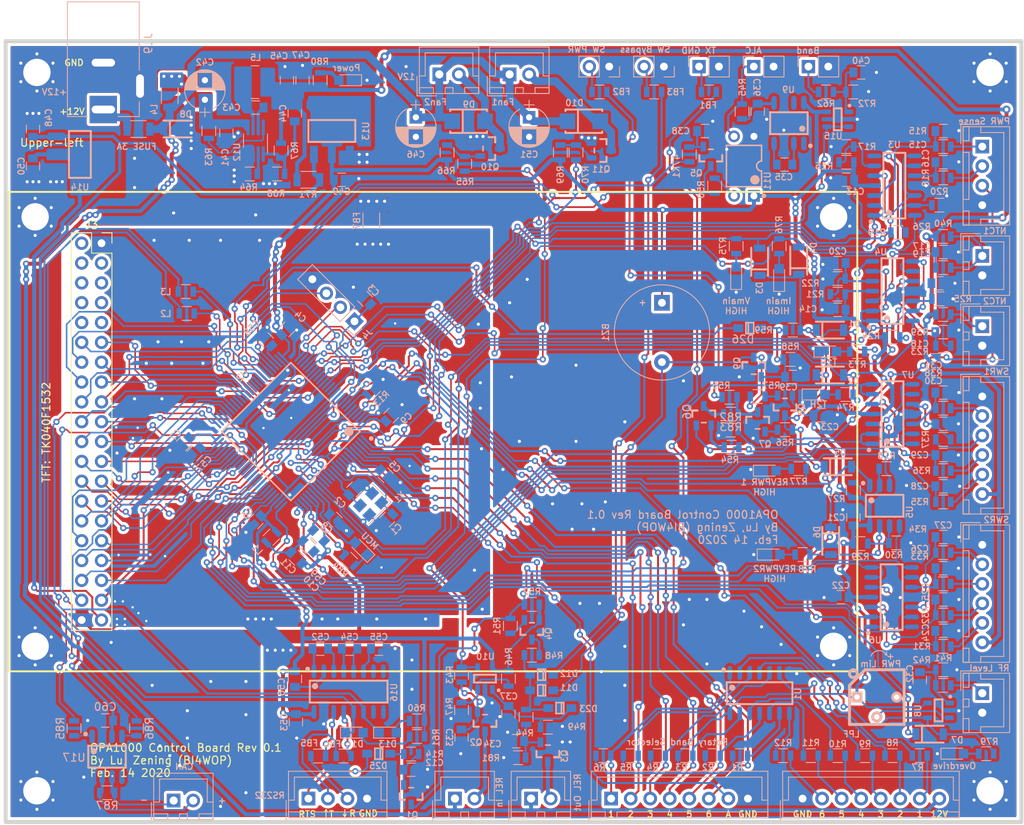
<source format=kicad_pcb>
(kicad_pcb (version 20171130) (host pcbnew "(5.1.10)-1")
  (layers (0 F.Cu signal) (31 B.Cu signal) (34 B.Paste user) (35 F.Paste user) (36 B.SilkS user) (37 F.SilkS user) (38 B.Mask user) (39 F.Mask user) (44 Edge.Cuts user))
  (net 0 "")
  (net 1 +3V3)
  (net 2 GND)
  (net 3 /NRST)
  (net 4 /X1)
  (net 5 /X2)
  (net 6 "Net-(C12-Pad1)")
  (net 7 "Net-(C15-Pad1)")
  (net 8 "Net-(C16-Pad1)")
  (net 9 "Net-(C17-Pad1)")
  (net 10 "Net-(C18-Pad1)")
  (net 11 "Net-(C19-Pad1)")
  (net 12 "Net-(C24-Pad1)")
  (net 13 "Net-(C25-Pad1)")
  (net 14 "Net-(C26-Pad1)")
  (net 15 "Net-(C27-Pad1)")
  (net 16 "Net-(C28-Pad1)")
  (net 17 "Net-(C29-Pad1)")
  (net 18 "Net-(C30-Pad1)")
  (net 19 "Net-(C31-Pad1)")
  (net 20 "Net-(C32-Pad1)")
  (net 21 "Net-(C33-Pad1)")
  (net 22 "Net-(C34-Pad1)")
  (net 23 "Net-(C35-Pad1)")
  (net 24 Fault_Low)
  (net 25 "Net-(C41-Pad1)")
  (net 26 "Net-(C43-Pad1)")
  (net 27 VBL)
  (net 28 "Net-(D1-Pad2)")
  (net 29 Temp2_HIGH)
  (net 30 Vm_HIGH)
  (net 31 Im_HIGH)
  (net 32 REV1_HIGH)
  (net 33 REV2_HIGH)
  (net 34 Overdrive)
  (net 35 +12V)
  (net 36 "Net-(F1-Pad1)")
  (net 37 /T_INT)
  (net 38 /BL)
  (net 39 /T_MISO)
  (net 40 /T_MOSI)
  (net 41 /T_CS)
  (net 42 /T_SCK)
  (net 43 /D15)
  (net 44 /T_BUSY)
  (net 45 /D13)
  (net 46 /D14)
  (net 47 /D11)
  (net 48 /D12)
  (net 49 /D9)
  (net 50 /D10)
  (net 51 /D7)
  (net 52 /D8)
  (net 53 /D5)
  (net 54 /D6)
  (net 55 /D3)
  (net 56 /D4)
  (net 57 /D1)
  (net 58 /D2)
  (net 59 /D0)
  (net 60 /WR)
  (net 61 /RD)
  (net 62 /CS)
  (net 63 /RS)
  (net 64 /D17)
  (net 65 /D16)
  (net 66 /D19)
  (net 67 /D18)
  (net 68 /D21)
  (net 69 /D20)
  (net 70 /D23)
  (net 71 /D22)
  (net 72 /SWDIO)
  (net 73 /SWCLK)
  (net 74 "Net-(J3-Pad2)")
  (net 75 AUTO_BAND)
  (net 76 SEL6)
  (net 77 SEL5)
  (net 78 SEL4)
  (net 79 SEL3)
  (net 80 SEL2)
  (net 81 SEL1)
  (net 82 PWR_on)
  (net 83 Im_sense)
  (net 84 Vm_sense)
  (net 85 Temp1)
  (net 86 Temp2)
  (net 87 +5V)
  (net 88 FWDpeak1)
  (net 89 FWD1)
  (net 90 REVpeak1)
  (net 91 REV1)
  (net 92 FWDpeak2)
  (net 93 FWD2)
  (net 94 REVpeak2)
  (net 95 REV2)
  (net 96 RF_in_level)
  (net 97 ALC)
  (net 98 PTT)
  (net 99 /ExternalInput/PTT_RTS)
  (net 100 SW_PWR)
  (net 101 "Net-(L2-Pad2)")
  (net 102 /TX)
  (net 103 "Net-(L3-Pad2)")
  (net 104 /RX)
  (net 105 ALC_trig)
  (net 106 "Net-(Q4-Pad3)")
  (net 107 "Net-(Q4-Pad1)")
  (net 108 Transmit)
  (net 109 "Net-(RV1-Pad2)")
  (net 110 Temp1_HIGH)
  (net 111 /ADC1_9)
  (net 112 /ADC1_8)
  (net 113 /ADC1_14)
  (net 114 /ADC1_7)
  (net 115 /ADC1_6)
  (net 116 /ADC1_5)
  (net 117 /ADC1_4)
  (net 118 /ADC1_3)
  (net 119 /ADC3_13)
  (net 120 /ADC3_12)
  (net 121 /ADC3_11)
  (net 122 /ADC3_10)
  (net 123 "Net-(U9-Pad7)")
  (net 124 "Net-(U9-Pad1)")
  (net 125 GNDD)
  (net 126 "Net-(C20-Pad1)")
  (net 127 "Net-(C35-Pad2)")
  (net 128 "Net-(C43-Pad2)")
  (net 129 "Net-(C44-Pad2)")
  (net 130 "Net-(D9-Pad1)")
  (net 131 "Net-(D10-Pad1)")
  (net 132 "Net-(J2-Pad7)")
  (net 133 "Net-(J2-Pad6)")
  (net 134 "Net-(J2-Pad5)")
  (net 135 "Net-(J2-Pad4)")
  (net 136 "Net-(J2-Pad3)")
  (net 137 "Net-(J2-Pad2)")
  (net 138 "Net-(J18-Pad1)")
  (net 139 "Net-(Q7-Pad1)")
  (net 140 "Net-(Q8-Pad1)")
  (net 141 "Net-(Q10-Pad1)")
  (net 142 "Net-(Q11-Pad1)")
  (net 143 "Net-(R7-Pad2)")
  (net 144 "Net-(R8-Pad2)")
  (net 145 "Net-(R9-Pad1)")
  (net 146 FAN1)
  (net 147 FAN2)
  (net 148 "Net-(U2-Pad66)")
  (net 149 "Net-(U2-Pad65)")
  (net 150 "Net-(U2-Pad64)")
  (net 151 "Net-(U2-Pad59)")
  (net 152 "Net-(U2-Pad58)")
  (net 153 "Net-(U2-Pad54)")
  (net 154 "Net-(U2-Pad53)")
  (net 155 "Net-(U2-Pad37)")
  (net 156 "Net-(U2-Pad34)")
  (net 157 "Net-(U2-Pad9)")
  (net 158 /OutputSignals/REL_IN)
  (net 159 /OutputSignals/REL_OUT)
  (net 160 "Net-(R10-Pad1)")
  (net 161 "Net-(R11-Pad2)")
  (net 162 "Net-(R12-Pad2)")
  (net 163 "Net-(R13-Pad1)")
  (net 164 "Net-(R16-Pad1)")
  (net 165 "Net-(R19-Pad1)")
  (net 166 "Net-(R27-Pad1)")
  (net 167 "Net-(R29-Pad1)")
  (net 168 "Net-(R46-Pad1)")
  (net 169 "Net-(R50-Pad2)")
  (net 170 "Net-(R63-Pad2)")
  (net 171 "Net-(R64-Pad1)")
  (net 172 "Net-(C37-Pad1)")
  (net 173 SW_Bypass)
  (net 174 "Net-(C40-Pad2)")
  (net 175 "Net-(C52-Pad2)")
  (net 176 "Net-(C52-Pad1)")
  (net 177 "Net-(C54-Pad2)")
  (net 178 "Net-(C54-Pad1)")
  (net 179 "Net-(C55-Pad2)")
  (net 180 "Net-(C56-Pad1)")
  (net 181 "Net-(D13-Pad2)")
  (net 182 "Net-(D14-Pad2)")
  (net 183 "Net-(FB1-Pad1)")
  (net 184 "Net-(FB2-Pad2)")
  (net 185 "Net-(FB3-Pad2)")
  (net 186 /ExternalInput/TX232)
  (net 187 /ExternalInput/RX232)
  (net 188 PWR_on_sig)
  (net 189 "Net-(FB5-Pad1)")
  (net 190 "Net-(FB6-Pad1)")
  (net 191 "Net-(U16-Pad10)")
  (net 192 "Net-(U16-Pad9)")
  (net 193 "Net-(U16-Pad8)")
  (net 194 "Net-(U16-Pad7)")
  (net 195 "Net-(D15-Pad2)")
  (net 196 "Net-(D16-Pad2)")
  (net 197 "Net-(D17-Pad2)")
  (net 198 "Net-(D18-Pad2)")
  (net 199 "Net-(D19-Pad2)")
  (net 200 "Net-(D20-Pad2)")
  (net 201 "Net-(D21-Pad2)")
  (net 202 "Net-(D22-Pad2)")
  (net 203 "Net-(D11-Pad1)")
  (net 204 VDDA)
  (net 205 "Net-(C57-Pad1)")
  (net 206 "Net-(C58-Pad1)")
  (net 207 "Net-(D24-Pad1)")
  (net 208 "Net-(D25-Pad1)")
  (net 209 "Net-(C36-Pad2)")
  (net 210 "Net-(Q6-Pad3)")
  (net 211 "Net-(Q6-Pad1)")
  (net 212 /CAN_TX)
  (net 213 "Net-(R85-Pad1)")
  (net 214 /CAN_RX)
  (net 215 "Net-(R86-Pad1)")
  (net 216 "Net-(U17-Pad5)")
  (net 217 CAN+)
  (net 218 CAN-)
  (net 219 +5VA)
  (net 220 /RESX)
  (net 221 /RX2)
  (net 222 /TX2)
  (net 223 /FaultHandling/Clear_Fault)
  (net 224 /MCU_STATE)
  (net 225 /ADC3_1)
  (net 226 Clear_fault)
  (net 227 "Net-(47K1-Pad1)")
  (module lc_lib:SOD-123 (layer B.Cu) (at 115.25 56.75)
    (fp_text reference D26 (at -0.873619 1.424276) (layer B.SilkS) (effects (justify mirror)))
    (fp_text value SD103)
    (pad 2 smd rect (at -1.475 0 180) (size 1.25 1) (layers B.Cu B.Paste B.Mask) (net 226 Clear_fault))
    (pad 1 smd rect (at 1.475 0 180) (size 1.25 1) (layers B.Cu B.Paste B.Mask) (net 223 /FaultHandling/Clear_Fault))
  )
  (module lc_lib:SOIC-8_150MIL (layer B.Cu) (at 32.975 111.635)
    (fp_text reference U17 (at -4.225 0.115) (layer B.SilkS) (effects (justify mirror)))
    (fp_text value TJA1042T)
    (pad 8 smd oval (at -1.905 2.6 180) (size 0.7 1.8) (layers B.Cu B.Paste B.Mask) (net 2 GND))
    (pad 7 smd oval (at -0.635 2.6 180) (size 0.7 1.8) (layers B.Cu B.Paste B.Mask) (net 217 CAN+))
    (pad 6 smd oval (at 0.635 2.6 180) (size 0.7 1.8) (layers B.Cu B.Paste B.Mask) (net 218 CAN-))
    (pad 5 smd oval (at 1.905 2.6 180) (size 0.7 1.8) (layers B.Cu B.Paste B.Mask) (net 216 "Net-(U17-Pad5)"))
    (pad 4 smd oval (at 1.905 -2.6 180) (size 0.7 1.8) (layers B.Cu B.Paste B.Mask) (net 215 "Net-(R86-Pad1)"))
    (pad 3 smd oval (at 0.635 -2.6 180) (size 0.7 1.8) (layers B.Cu B.Paste B.Mask) (net 219 +5VA))
    (pad 2 smd oval (at -0.635 -2.6 180) (size 0.7 1.8) (layers B.Cu B.Paste B.Mask) (net 2 GND))
    (pad 1 smd oval (at -1.905 -2.6 180) (size 0.7 1.8) (layers B.Cu B.Paste B.Mask) (net 213 "Net-(R85-Pad1)"))
  )
  (module Resistors_SMD:R_0805 (layer B.Cu) (at 33 116.25)
    (fp_text reference R87 (at 0 1.65) (layer B.SilkS) (effects (justify mirror)))
    (fp_text value 120)
    (pad 2 smd rect (at 0.95 0) (size 0.7 1.3) (layers B.Cu B.Paste B.Mask) (net 218 CAN-))
    (pad 1 smd rect (at -0.95 0) (size 0.7 1.3) (layers B.Cu B.Paste B.Mask) (net 217 CAN+))
  )
  (module Resistors_SMD:R_0805 (layer B.Cu) (at 36.75 108 90)
    (fp_text reference R86 (at 0 1.65 90) (layer B.SilkS) (effects (justify mirror)))
    (fp_text value 100)
    (pad 2 smd rect (at 0.95 0 90) (size 0.7 1.3) (layers B.Cu B.Paste B.Mask) (net 214 /CAN_RX))
    (pad 1 smd rect (at -0.95 0 90) (size 0.7 1.3) (layers B.Cu B.Paste B.Mask) (net 215 "Net-(R86-Pad1)"))
  )
  (module Resistors_SMD:R_0805 (layer B.Cu) (at 28.75 108 90)
    (fp_text reference R85 (at 0 -1.75 90) (layer B.SilkS) (effects (justify mirror)))
    (fp_text value 100)
    (pad 2 smd rect (at 0.95 0 90) (size 0.7 1.3) (layers B.Cu B.Paste B.Mask) (net 212 /CAN_TX))
    (pad 1 smd rect (at -0.95 0 90) (size 0.7 1.3) (layers B.Cu B.Paste B.Mask) (net 213 "Net-(R85-Pad1)"))
  )
  (module Connectors_JST:JST_XH_B02B-XH-A_02x2.50mm_Straight (layer B.Cu) (at 41.5 117.25)
    (fp_text reference J20 hide)
    (fp_text value CAN)
    (pad 2 thru_hole circle (at 2.5 0) (size 1.75 1.75) (drill 1.05) (layers *.Cu *.Mask) (net 217 CAN+))
    (pad 1 thru_hole rect (at 0 0) (size 1.75 1.75) (drill 1.05) (layers *.Cu *.Mask) (net 218 CAN-))
  )
  (module Connectors:BARREL_JACK (layer B.Cu) (at 32.5 28.75 270)
    (fp_text reference J19 (at -8.45 -5.75 270) (layer B.SilkS) (effects (justify mirror)))
    (fp_text value Barrel_Jack_Switch)
    (pad 3 thru_hole rect (at -3 -4.7 270) (size 3.5 3.5) (drill oval 3 1) (layers *.Cu *.Mask) (net 2 GND))
    (pad 2 thru_hole rect (at -6 0 270) (size 3.5 3.5) (drill oval 1 3) (layers *.Cu *.Mask) (net 2 GND))
    (pad 1 thru_hole rect (at 0 0 270) (size 3.5 3.5) (drill oval 1 3) (layers *.Cu *.Mask) (net 36 "Net-(F1-Pad1)"))
  )
  (module Capacitors_SMD:C_0805 (layer B.Cu) (at 32.75 107)
    (fp_text reference C60 (at 0 -1.75) (layer B.SilkS) (effects (justify mirror)))
    (fp_text value 104)
    (pad 2 smd rect (at 1 0) (size 1 1.25) (layers B.Cu B.Paste B.Mask) (net 219 +5VA))
    (pad 1 smd rect (at -1 0) (size 1 1.25) (layers B.Cu B.Paste B.Mask) (net 2 GND))
  )
  (module Resistors_SMD:R_0805 (layer B.Cu) (at 112.825 67.767)
    (fp_text reference R83 (at 0 1.65) (layer B.SilkS) (effects (justify mirror)))
    (fp_text value 10K)
    (pad 2 smd rect (at 0.95 0) (size 0.7 1.3) (layers B.Cu B.Paste B.Mask) (net 82 PWR_on))
    (pad 1 smd rect (at -0.95 0) (size 0.7 1.3) (layers B.Cu B.Paste B.Mask) (net 210 "Net-(Q6-Pad3)"))
  )
  (module Resistors_SMD:R_0805 (layer B.Cu) (at 112.8 69.8 180)
    (fp_text reference R82 (at 0 1.65) (layer B.SilkS) (effects (justify mirror)))
    (fp_text value 10K)
    (pad 2 smd rect (at 0.95 0 180) (size 0.7 1.3) (layers B.Cu B.Paste B.Mask) (net 2 GND))
    (pad 1 smd rect (at -0.95 0 180) (size 0.7 1.3) (layers B.Cu B.Paste B.Mask) (net 82 PWR_on))
  )
  (module "lc_lib:SOT-23(SOT-23-3)" (layer B.Cu) (at 109.35 67.95 270)
    (fp_text reference Q6 (at -0.500219 2.136276 90) (layer B.SilkS) (effects (justify mirror)))
    (fp_text value 8550)
    (pad 3 smd rect (at -1.25 0) (size 0.7 1.25) (layers B.Cu B.Paste B.Mask) (net 210 "Net-(Q6-Pad3)"))
    (pad 2 smd rect (at 1.25 0.95) (size 0.7 1.25) (layers B.Cu B.Paste B.Mask) (net 1 +3V3))
    (pad 1 smd rect (at 1.25 -0.95) (size 0.7 1.25) (layers B.Cu B.Paste B.Mask) (net 211 "Net-(Q6-Pad1)"))
  )
  (module lc_lib:SOD-123 (layer B.Cu) (at 67.75 111.25 180)
    (fp_text reference D25 (at 0.05 -1.55) (layer B.SilkS) (effects (font (size 0.8 0.8)) (justify mirror)))
    (fp_text value SD103)
    (pad 2 smd rect (at -1.475 0) (size 1.25 1) (layers B.Cu B.Paste B.Mask) (net 99 /ExternalInput/PTT_RTS))
    (pad 1 smd rect (at 1.475 0) (size 1.25 1) (layers B.Cu B.Paste B.Mask) (net 208 "Net-(D25-Pad1)"))
  )
  (module Resistors_SMD:R_1206 (layer B.Cu) (at 66.8 43 270)
    (fp_text reference FB7 (at 0 1.850001 270) (layer B.SilkS) (effects (font (size 0.8 0.8)) (justify mirror)))
    (fp_text value 1K)
    (pad 2 smd rect (at 1.45 0 270) (size 0.9 1.7) (layers B.Cu B.Paste B.Mask) (net 125 GNDD))
    (pad 1 smd rect (at -1.45 0 270) (size 0.9 1.7) (layers B.Cu B.Paste B.Mask) (net 2 GND))
  )
  (module lc_lib:SOIC-14_150MIL (layer B.Cu) (at 133.4 91.2 90)
    (fp_text reference U6 (at -5.5 -2.1 180) (layer B.SilkS) (effects (font (size 0.8 0.8)) (justify mirror)))
    (fp_text value LMV324)
    (pad 14 smd oval (at -3.81 2.6 270) (size 0.6 1.8) (layers B.Cu B.Paste B.Mask) (net 113 /ADC1_14))
    (pad 13 smd oval (at -2.54 2.6 270) (size 0.6 1.8) (layers B.Cu B.Paste B.Mask) (net 113 /ADC1_14))
    (pad 12 smd oval (at -1.27 2.6 270) (size 0.6 1.8) (layers B.Cu B.Paste B.Mask) (net 15 "Net-(C27-Pad1)"))
    (pad 11 smd oval (at 0 2.6 270) (size 0.6 1.8) (layers B.Cu B.Paste B.Mask) (net 2 GND))
    (pad 10 smd oval (at 1.27 2.6 270) (size 0.6 1.8) (layers B.Cu B.Paste B.Mask) (net 14 "Net-(C26-Pad1)"))
    (pad 9 smd oval (at 2.54 2.6 270) (size 0.6 1.8) (layers B.Cu B.Paste B.Mask) (net 111 /ADC1_9))
    (pad 8 smd oval (at 3.81 2.6 270) (size 0.6 1.8) (layers B.Cu B.Paste B.Mask) (net 111 /ADC1_9))
    (pad 7 smd oval (at 3.81 -2.6 270) (size 0.6 1.8) (layers B.Cu B.Paste B.Mask) (net 114 /ADC1_7))
    (pad 6 smd oval (at 2.54 -2.6 270) (size 0.6 1.8) (layers B.Cu B.Paste B.Mask) (net 114 /ADC1_7))
    (pad 5 smd oval (at 1.27 -2.6 270) (size 0.6 1.8) (layers B.Cu B.Paste B.Mask) (net 13 "Net-(C25-Pad1)"))
    (pad 4 smd oval (at 0 -2.6 270) (size 0.6 1.8) (layers B.Cu B.Paste B.Mask) (net 1 +3V3))
    (pad 3 smd oval (at -1.27 -2.6 270) (size 0.6 1.8) (layers B.Cu B.Paste B.Mask) (net 12 "Net-(C24-Pad1)"))
    (pad 2 smd oval (at -2.54 -2.6 270) (size 0.6 1.8) (layers B.Cu B.Paste B.Mask) (net 112 /ADC1_8))
    (pad 1 smd oval (at -3.81 -2.6 270) (size 0.6 1.8) (layers B.Cu B.Paste B.Mask) (net 112 /ADC1_8))
  )
  (module LEDs:LED_0805 (layer B.Cu) (at 65.5 85 135)
    (fp_text reference D24 hide)
    (fp_text value LED)
    (pad 1 smd rect (at -1.1 0 315) (size 1.2 1.2) (layers B.Cu B.Paste B.Mask) (net 207 "Net-(D24-Pad1)"))
    (pad 2 smd rect (at 1.1 0 315) (size 1.2 1.2) (layers B.Cu B.Paste B.Mask) (net 1 +3V3))
  )
  (module Resistors_SMD:R_0805 (layer B.Cu) (at 64 86.5 315)
    (fp_text reference R84 (at 0 1.65 135) (layer B.SilkS) (effects (font (size 0.8 0.8)) (justify mirror)))
    (fp_text value 4.7K)
    (pad 2 smd rect (at 0.95 0 315) (size 0.7 1.3) (layers B.Cu B.Paste B.Mask) (net 207 "Net-(D24-Pad1)"))
    (pad 1 smd rect (at -0.95 0 315) (size 0.7 1.3) (layers B.Cu B.Paste B.Mask) (net 224 /MCU_STATE))
  )
  (module Capacitors_SMD:C_0805 (layer B.Cu) (at 60.071 83.312 315)
    (fp_text reference C59 (at 3.759687 3.860096 135) (layer B.SilkS) (effects (font (size 0.8 0.8)) (justify mirror)))
    (fp_text value 104)
    (pad 2 smd rect (at 1 0 315) (size 1 1.25) (layers B.Cu B.Paste B.Mask) (net 2 GND))
    (pad 1 smd rect (at -1 0 315) (size 1 1.25) (layers B.Cu B.Paste B.Mask) (net 204 VDDA))
  )
  (module Capacitors_SMD:C_0805 (layer B.Cu) (at 53.34 58.293 135)
    (fp_text reference C58 (at 2.427498 -0.174655 225) (layer B.SilkS) (effects (font (size 0.8 0.8)) (justify mirror)))
    (fp_text value 104)
    (pad 1 smd rect (at -1 0 135) (size 1 1.25) (layers B.Cu B.Paste B.Mask) (net 206 "Net-(C58-Pad1)"))
    (pad 2 smd rect (at 1 0 135) (size 1 1.25) (layers B.Cu B.Paste B.Mask) (net 125 GNDD))
  )
  (module Capacitors_SMD:C_0805 (layer B.Cu) (at 44.196 72.771 225)
    (fp_text reference C57 (at 0.088388 -1.791101 45) (layer B.SilkS) (effects (font (size 0.8 0.8)) (justify mirror)))
    (fp_text value 104)
    (pad 2 smd rect (at 1 0 225) (size 1 1.25) (layers B.Cu B.Paste B.Mask) (net 125 GNDD))
    (pad 1 smd rect (at -1 0 225) (size 1 1.25) (layers B.Cu B.Paste B.Mask) (net 205 "Net-(C57-Pad1)"))
  )
  (module lc_lib:SOD-123 (layer B.Cu) (at 90.932 105.41 180)
    (fp_text reference D23 (at -3.668 -0.09) (layer B.SilkS) (effects (font (size 0.8 0.8)) (justify mirror)))
    (fp_text value SD103)
    (pad 2 smd rect (at -1.475 0) (size 1.25 1) (layers B.Cu B.Paste B.Mask) (net 172 "Net-(C37-Pad1)"))
    (pad 1 smd rect (at 1.475 0) (size 1.25 1) (layers B.Cu B.Paste B.Mask) (net 203 "Net-(D11-Pad1)"))
  )
  (module Resistors_SMD:R_0805 (layer B.Cu) (at 85.598 111.76 180)
    (fp_text reference R81 (at 3.498 -0.04) (layer B.SilkS) (effects (font (size 0.8 0.8)) (justify mirror)))
    (fp_text value R_Small)
    (pad 2 smd rect (at 0.95 0 180) (size 0.7 1.3) (layers B.Cu B.Paste B.Mask) (net 2 GND))
    (pad 1 smd rect (at -0.95 0 180) (size 0.7 1.3) (layers B.Cu B.Paste B.Mask) (net 22 "Net-(C34-Pad1)"))
  )
  (module Resistors_SMD:R_0805 (layer B.Cu) (at 60.25 25 270)
    (fp_text reference R80 (at -2.4 0.05 180) (layer B.SilkS) (effects (font (size 0.8 0.8)) (justify mirror)))
    (fp_text value 2.2K)
    (pad 2 smd rect (at 0.95 0 270) (size 0.7 1.3) (layers B.Cu B.Paste B.Mask) (net 87 +5V))
    (pad 1 smd rect (at -0.95 0 270) (size 0.7 1.3) (layers B.Cu B.Paste B.Mask) (net 202 "Net-(D22-Pad2)"))
  )
  (module Resistors_SMD:R_0805 (layer B.Cu) (at 145.5 111.25)
    (fp_text reference R79 (at 0.4 -1.55) (layer B.SilkS) (effects (font (size 0.8 0.8)) (justify mirror)))
    (fp_text value 2.2K)
    (pad 2 smd rect (at 0.95 0) (size 0.7 1.3) (layers B.Cu B.Paste B.Mask) (net 34 Overdrive))
    (pad 1 smd rect (at -0.95 0) (size 0.7 1.3) (layers B.Cu B.Paste B.Mask) (net 201 "Net-(D21-Pad2)"))
  )
  (module Resistors_SMD:R_0805 (layer B.Cu) (at 122 85.75)
    (fp_text reference R78 (at 0.6 1.85) (layer B.SilkS) (effects (font (size 0.8 0.8)) (justify mirror)))
    (fp_text value 2.2K)
    (pad 2 smd rect (at 0.95 0) (size 0.7 1.3) (layers B.Cu B.Paste B.Mask) (net 33 REV2_HIGH))
    (pad 1 smd rect (at -0.95 0) (size 0.7 1.3) (layers B.Cu B.Paste B.Mask) (net 200 "Net-(D20-Pad2)"))
  )
  (module Resistors_SMD:R_0805 (layer B.Cu) (at 121.5 74.75)
    (fp_text reference R77 (at 0 1.65) (layer B.SilkS) (effects (font (size 0.8 0.8)) (justify mirror)))
    (fp_text value 2.2K)
    (pad 2 smd rect (at 0.95 0) (size 0.7 1.3) (layers B.Cu B.Paste B.Mask) (net 32 REV1_HIGH))
    (pad 1 smd rect (at -0.95 0) (size 0.7 1.3) (layers B.Cu B.Paste B.Mask) (net 199 "Net-(D19-Pad2)"))
  )
  (module Resistors_SMD:R_0805 (layer B.Cu) (at 119 46.25 90)
    (fp_text reference R76 (at 2.75 0 90) (layer B.SilkS) (effects (font (size 0.8 0.8)) (justify mirror)))
    (fp_text value 2.2K)
    (pad 2 smd rect (at 0.95 0 90) (size 0.7 1.3) (layers B.Cu B.Paste B.Mask) (net 31 Im_HIGH))
    (pad 1 smd rect (at -0.95 0 90) (size 0.7 1.3) (layers B.Cu B.Paste B.Mask) (net 198 "Net-(D18-Pad2)"))
  )
  (module Resistors_SMD:R_0805 (layer B.Cu) (at 113.5 46.25 90)
    (fp_text reference R75 (at 0.05 -1.7 90) (layer B.SilkS) (effects (font (size 0.8 0.8)) (justify mirror)))
    (fp_text value 2.2K)
    (pad 2 smd rect (at 0.95 0 90) (size 0.7 1.3) (layers B.Cu B.Paste B.Mask) (net 30 Vm_HIGH))
    (pad 1 smd rect (at -0.95 0 90) (size 0.7 1.3) (layers B.Cu B.Paste B.Mask) (net 197 "Net-(D17-Pad2)"))
  )
  (module Resistors_SMD:R_0805 (layer B.Cu) (at 127.5 65.25)
    (fp_text reference R74 (at 0 1.65) (layer B.SilkS) (effects (font (size 0.8 0.8)) (justify mirror)))
    (fp_text value 2.2K)
    (pad 2 smd rect (at 0.95 0) (size 0.7 1.3) (layers B.Cu B.Paste B.Mask) (net 29 Temp2_HIGH))
    (pad 1 smd rect (at -0.95 0) (size 0.7 1.3) (layers B.Cu B.Paste B.Mask) (net 196 "Net-(D16-Pad2)"))
  )
  (module Resistors_SMD:R_0805 (layer B.Cu) (at 129 59.75)
    (fp_text reference R73 (at 0 1.65) (layer B.SilkS) (effects (font (size 0.8 0.8)) (justify mirror)))
    (fp_text value 2.2K)
    (pad 2 smd rect (at 0.95 0) (size 0.7 1.3) (layers B.Cu B.Paste B.Mask) (net 110 Temp1_HIGH))
    (pad 1 smd rect (at -0.95 0) (size 0.7 1.3) (layers B.Cu B.Paste B.Mask) (net 195 "Net-(D15-Pad2)"))
  )
  (module LEDs:LED_0805 (layer B.Cu) (at 63.75 25 180)
    (fp_text reference D22 hide)
    (fp_text value Power)
    (pad 1 smd rect (at -1.1 0) (size 1.2 1.2) (layers B.Cu B.Paste B.Mask) (net 2 GND))
    (pad 2 smd rect (at 1.1 0) (size 1.2 1.2) (layers B.Cu B.Paste B.Mask) (net 202 "Net-(D22-Pad2)"))
  )
  (module LEDs:LED_0805 (layer B.Cu) (at 141.5 111.25)
    (fp_text reference D21 hide)
    (fp_text value OD)
    (pad 1 smd rect (at -1.1 0 180) (size 1.2 1.2) (layers B.Cu B.Paste B.Mask) (net 2 GND))
    (pad 2 smd rect (at 1.1 0 180) (size 1.2 1.2) (layers B.Cu B.Paste B.Mask) (net 201 "Net-(D21-Pad2)"))
  )
  (module LEDs:LED_0805 (layer B.Cu) (at 118 85.75)
    (fp_text reference D20 hide)
    (fp_text value R2H)
    (pad 1 smd rect (at -1.1 0 180) (size 1.2 1.2) (layers B.Cu B.Paste B.Mask) (net 2 GND))
    (pad 2 smd rect (at 1.1 0 180) (size 1.2 1.2) (layers B.Cu B.Paste B.Mask) (net 200 "Net-(D20-Pad2)"))
  )
  (module LEDs:LED_0805 (layer B.Cu) (at 117.5 75)
    (fp_text reference D19 hide)
    (fp_text value R1H)
    (pad 1 smd rect (at -1.1 0 180) (size 1.2 1.2) (layers B.Cu B.Paste B.Mask) (net 2 GND))
    (pad 2 smd rect (at 1.1 0 180) (size 1.2 1.2) (layers B.Cu B.Paste B.Mask) (net 199 "Net-(D19-Pad2)"))
  )
  (module LEDs:LED_0805 (layer B.Cu) (at 119 50.25 90)
    (fp_text reference D18 hide)
    (fp_text value ImH)
    (pad 1 smd rect (at -1.1 0 270) (size 1.2 1.2) (layers B.Cu B.Paste B.Mask) (net 2 GND))
    (pad 2 smd rect (at 1.1 0 270) (size 1.2 1.2) (layers B.Cu B.Paste B.Mask) (net 198 "Net-(D18-Pad2)"))
  )
  (module LEDs:LED_0805 (layer B.Cu) (at 113.5 50 90)
    (fp_text reference D17 hide)
    (fp_text value VmH)
    (pad 1 smd rect (at -1.1 0 270) (size 1.2 1.2) (layers B.Cu B.Paste B.Mask) (net 2 GND))
    (pad 2 smd rect (at 1.1 0 270) (size 1.2 1.2) (layers B.Cu B.Paste B.Mask) (net 197 "Net-(D17-Pad2)"))
  )
  (module LEDs:LED_0805 (layer B.Cu) (at 123.75 65.25)
    (fp_text reference D16 hide)
    (fp_text value T2H)
    (pad 1 smd rect (at -1.1 0 180) (size 1.2 1.2) (layers B.Cu B.Paste B.Mask) (net 2 GND))
    (pad 2 smd rect (at 1.1 0 180) (size 1.2 1.2) (layers B.Cu B.Paste B.Mask) (net 196 "Net-(D16-Pad2)"))
  )
  (module LEDs:LED_0805 (layer B.Cu) (at 125.25 59.75)
    (fp_text reference D15 hide)
    (fp_text value T1H)
    (pad 1 smd rect (at -1.1 0 180) (size 1.2 1.2) (layers B.Cu B.Paste B.Mask) (net 2 GND))
    (pad 2 smd rect (at 1.1 0 180) (size 1.2 1.2) (layers B.Cu B.Paste B.Mask) (net 195 "Net-(D15-Pad2)"))
  )
  (module MyPCBLib:M3_Screwhole (layer F.Cu) (at 125.975 97.5)
    (fp_text reference SC8 hide)
    (fp_text value GND hide)
    (pad 1 thru_hole circle (at 2.05681 -1.1875 300) (size 0.8 0.8) (drill 0.4) (layers *.Cu *.Mask) (net 2 GND))
    (pad 1 thru_hole circle (at 2.05681 1.1875 240) (size 0.8 0.8) (drill 0.4) (layers *.Cu *.Mask) (net 2 GND))
    (pad 1 thru_hole circle (at 0 2.375 180) (size 0.8 0.8) (drill 0.4) (layers *.Cu *.Mask) (net 2 GND))
    (pad 1 thru_hole circle (at -2.05681 1.1875 120) (size 0.8 0.8) (drill 0.4) (layers *.Cu *.Mask) (net 2 GND))
    (pad 1 thru_hole circle (at -2.05681 -1.1875 60) (size 0.8 0.8) (drill 0.4) (layers *.Cu *.Mask) (net 2 GND))
    (pad 1 thru_hole circle (at 0 -2.375) (size 0.8 0.8) (drill 0.4) (layers *.Cu *.Mask) (net 2 GND))
    (pad 1 thru_hole circle (at 0 0) (size 6 6) (drill 3.5) (layers *.Cu *.Mask) (net 2 GND))
  )
  (module MyPCBLib:M3_Screwhole (layer F.Cu) (at 125.975 42.5)
    (fp_text reference SC7 hide)
    (fp_text value GND hide)
    (pad 1 thru_hole circle (at 2.05681 -1.1875 300) (size 0.8 0.8) (drill 0.4) (layers *.Cu *.Mask) (net 2 GND))
    (pad 1 thru_hole circle (at 2.05681 1.1875 240) (size 0.8 0.8) (drill 0.4) (layers *.Cu *.Mask) (net 2 GND))
    (pad 1 thru_hole circle (at 0 2.375 180) (size 0.8 0.8) (drill 0.4) (layers *.Cu *.Mask) (net 2 GND))
    (pad 1 thru_hole circle (at -2.05681 1.1875 120) (size 0.8 0.8) (drill 0.4) (layers *.Cu *.Mask) (net 2 GND))
    (pad 1 thru_hole circle (at -2.05681 -1.1875 60) (size 0.8 0.8) (drill 0.4) (layers *.Cu *.Mask) (net 2 GND))
    (pad 1 thru_hole circle (at 0 -2.375) (size 0.8 0.8) (drill 0.4) (layers *.Cu *.Mask) (net 2 GND))
    (pad 1 thru_hole circle (at 0 0) (size 6 6) (drill 3.5) (layers *.Cu *.Mask) (net 2 GND))
  )
  (module MyPCBLib:M3_Screwhole (layer F.Cu) (at 23.775 42.5)
    (fp_text reference SC6 hide)
    (fp_text value GND hide)
    (pad 1 thru_hole circle (at 2.05681 -1.1875 300) (size 0.8 0.8) (drill 0.4) (layers *.Cu *.Mask) (net 2 GND))
    (pad 1 thru_hole circle (at 2.05681 1.1875 240) (size 0.8 0.8) (drill 0.4) (layers *.Cu *.Mask) (net 2 GND))
    (pad 1 thru_hole circle (at 0 2.375 180) (size 0.8 0.8) (drill 0.4) (layers *.Cu *.Mask) (net 2 GND))
    (pad 1 thru_hole circle (at -2.05681 1.1875 120) (size 0.8 0.8) (drill 0.4) (layers *.Cu *.Mask) (net 2 GND))
    (pad 1 thru_hole circle (at -2.05681 -1.1875 60) (size 0.8 0.8) (drill 0.4) (layers *.Cu *.Mask) (net 2 GND))
    (pad 1 thru_hole circle (at 0 -2.375) (size 0.8 0.8) (drill 0.4) (layers *.Cu *.Mask) (net 2 GND))
    (pad 1 thru_hole circle (at 0 0) (size 6 6) (drill 3.5) (layers *.Cu *.Mask) (net 2 GND))
  )
  (module MyPCBLib:M3_Screwhole (layer F.Cu) (at 23.775 97.5)
    (fp_text reference SC5 hide)
    (fp_text value GND hide)
    (pad 1 thru_hole circle (at 2.05681 -1.1875 300) (size 0.8 0.8) (drill 0.4) (layers *.Cu *.Mask) (net 2 GND))
    (pad 1 thru_hole circle (at 2.05681 1.1875 240) (size 0.8 0.8) (drill 0.4) (layers *.Cu *.Mask) (net 2 GND))
    (pad 1 thru_hole circle (at 0 2.375 180) (size 0.8 0.8) (drill 0.4) (layers *.Cu *.Mask) (net 2 GND))
    (pad 1 thru_hole circle (at -2.05681 1.1875 120) (size 0.8 0.8) (drill 0.4) (layers *.Cu *.Mask) (net 2 GND))
    (pad 1 thru_hole circle (at -2.05681 -1.1875 60) (size 0.8 0.8) (drill 0.4) (layers *.Cu *.Mask) (net 2 GND))
    (pad 1 thru_hole circle (at 0 -2.375) (size 0.8 0.8) (drill 0.4) (layers *.Cu *.Mask) (net 2 GND))
    (pad 1 thru_hole circle (at 0 0) (size 6 6) (drill 3.5) (layers *.Cu *.Mask) (net 2 GND))
  )
  (module Resistors_SMD:R_0805 (layer B.Cu) (at 63.25 111.55 180)
    (fp_text reference FB6 (at 1.45 1.55) (layer B.SilkS) (effects (font (size 0.8 0.8)) (justify mirror)))
    (fp_text value 1K)
    (pad 2 smd rect (at 0.95 0 180) (size 0.7 1.3) (layers B.Cu B.Paste B.Mask) (net 186 /ExternalInput/TX232))
    (pad 1 smd rect (at -0.95 0 180) (size 0.7 1.3) (layers B.Cu B.Paste B.Mask) (net 190 "Net-(FB6-Pad1)"))
  )
  (module Resistors_SMD:R_0805 (layer B.Cu) (at 60 111.55 180)
    (fp_text reference FB5 (at 1.15 1.65) (layer B.SilkS) (effects (font (size 0.8 0.8)) (justify mirror)))
    (fp_text value 1K)
    (pad 2 smd rect (at 0.95 0 180) (size 0.7 1.3) (layers B.Cu B.Paste B.Mask) (net 187 /ExternalInput/RX232))
    (pad 1 smd rect (at -0.95 0 180) (size 0.7 1.3) (layers B.Cu B.Paste B.Mask) (net 189 "Net-(FB5-Pad1)"))
  )
  (module Resistors_SMD:R_0805 (layer B.Cu) (at 103 26.5 180)
    (fp_text reference FB3 (at -2.75 0) (layer B.SilkS) (effects (font (size 0.8 0.8)) (justify mirror)))
    (fp_text value 1K)
    (pad 2 smd rect (at 0.95 0 180) (size 0.7 1.3) (layers B.Cu B.Paste B.Mask) (net 185 "Net-(FB3-Pad2)"))
    (pad 1 smd rect (at -0.95 0 180) (size 0.7 1.3) (layers B.Cu B.Paste B.Mask) (net 173 SW_Bypass))
  )
  (module Resistors_SMD:R_0805 (layer B.Cu) (at 96 26.5 180)
    (fp_text reference FB2 (at -2.825 0.025) (layer B.SilkS) (effects (font (size 0.8 0.8)) (justify mirror)))
    (fp_text value 1K)
    (pad 2 smd rect (at 0.95 0 180) (size 0.7 1.3) (layers B.Cu B.Paste B.Mask) (net 184 "Net-(FB2-Pad2)"))
    (pad 1 smd rect (at -0.95 0 180) (size 0.7 1.3) (layers B.Cu B.Paste B.Mask) (net 100 SW_PWR))
  )
  (module Resistors_SMD:R_0805 (layer B.Cu) (at 110 26.5)
    (fp_text reference FB1 (at -0.1 1.7) (layer B.SilkS) (effects (font (size 0.8 0.8)) (justify mirror)))
    (fp_text value 1K)
    (pad 2 smd rect (at 0.95 0) (size 0.7 1.3) (layers B.Cu B.Paste B.Mask) (net 98 PTT))
    (pad 1 smd rect (at -0.95 0) (size 0.7 1.3) (layers B.Cu B.Paste B.Mask) (net 183 "Net-(FB1-Pad1)"))
  )
  (module lc_lib:SOIC-16_150MIL (layer B.Cu) (at 63.899999 103.3)
    (fp_text reference U16 (at 5.800001 0.1 90) (layer B.SilkS) (effects (font (size 0.8 0.8)) (justify mirror)))
    (fp_text value MAX3232)
    (pad 16 smd oval (at -4.445 2.6 180) (size 0.6 1.8) (layers B.Cu B.Paste B.Mask) (net 1 +3V3))
    (pad 15 smd oval (at -3.175 2.6 180) (size 0.6 1.8) (layers B.Cu B.Paste B.Mask) (net 125 GNDD))
    (pad 14 smd oval (at -1.905 2.6 180) (size 0.6 1.8) (layers B.Cu B.Paste B.Mask) (net 189 "Net-(FB5-Pad1)"))
    (pad 13 smd oval (at -0.635 2.6 180) (size 0.6 1.8) (layers B.Cu B.Paste B.Mask) (net 190 "Net-(FB6-Pad1)"))
    (pad 12 smd oval (at 0.635 2.6 180) (size 0.6 1.8) (layers B.Cu B.Paste B.Mask) (net 104 /RX))
    (pad 11 smd oval (at 1.905 2.6 180) (size 0.6 1.8) (layers B.Cu B.Paste B.Mask) (net 102 /TX))
    (pad 10 smd oval (at 3.175 2.6 180) (size 0.6 1.8) (layers B.Cu B.Paste B.Mask) (net 191 "Net-(U16-Pad10)"))
    (pad 9 smd oval (at 4.445 2.6 180) (size 0.6 1.8) (layers B.Cu B.Paste B.Mask) (net 192 "Net-(U16-Pad9)"))
    (pad 8 smd oval (at 4.445 -2.6 180) (size 0.6 1.8) (layers B.Cu B.Paste B.Mask) (net 193 "Net-(U16-Pad8)"))
    (pad 7 smd oval (at 3.175 -2.6 180) (size 0.6 1.8) (layers B.Cu B.Paste B.Mask) (net 194 "Net-(U16-Pad7)"))
    (pad 6 smd oval (at 1.905 -2.6 180) (size 0.6 1.8) (layers B.Cu B.Paste B.Mask) (net 179 "Net-(C55-Pad2)"))
    (pad 5 smd oval (at 0.635 -2.6 180) (size 0.6 1.8) (layers B.Cu B.Paste B.Mask) (net 178 "Net-(C54-Pad1)"))
    (pad 4 smd oval (at -0.635 -2.6 180) (size 0.6 1.8) (layers B.Cu B.Paste B.Mask) (net 177 "Net-(C54-Pad2)"))
    (pad 3 smd oval (at -1.905 -2.6 180) (size 0.6 1.8) (layers B.Cu B.Paste B.Mask) (net 175 "Net-(C52-Pad2)"))
    (pad 2 smd oval (at -3.175 -2.6 180) (size 0.6 1.8) (layers B.Cu B.Paste B.Mask) (net 180 "Net-(C56-Pad1)"))
    (pad 1 smd oval (at -4.445 -2.6 180) (size 0.6 1.8) (layers B.Cu B.Paste B.Mask) (net 176 "Net-(C52-Pad1)"))
  )
  (module lc_lib:SOT-23-5 (layer B.Cu) (at 126.5 30)
    (fp_text reference U15 (at -0.575219 2.149276) (layer B.SilkS) (effects (font (size 0.8 0.8)) (justify mirror)))
    (fp_text value LMV321)
    (pad 5 smd rect (at -1.4 -0.95 90) (size 0.6 1.1) (layers B.Cu B.Paste B.Mask) (net 1 +3V3))
    (pad 4 smd rect (at -1.4 0.95 90) (size 0.6 1.1) (layers B.Cu B.Paste B.Mask) (net 225 /ADC3_1))
    (pad 3 smd rect (at 1.4 0.95 90) (size 0.6 1.1) (layers B.Cu B.Paste B.Mask) (net 225 /ADC3_1))
    (pad 2 smd rect (at 1.4 0 90) (size 0.6 1.1) (layers B.Cu B.Paste B.Mask) (net 2 GND))
    (pad 1 smd rect (at 1.4 -0.95 90) (size 0.6 1.1) (layers B.Cu B.Paste B.Mask) (net 174 "Net-(C40-Pad2)"))
  )
  (module Resistors_SMD:R_0805 (layer B.Cu) (at 128.5 26.5 180)
    (fp_text reference R72 (at -1.75 -1.5) (layer B.SilkS) (effects (font (size 0.8 0.8)) (justify mirror)))
    (fp_text value 1K)
    (pad 2 smd rect (at 0.95 0 180) (size 0.7 1.3) (layers B.Cu B.Paste B.Mask) (net 174 "Net-(C40-Pad2)"))
    (pad 1 smd rect (at -0.95 0 180) (size 0.7 1.3) (layers B.Cu B.Paste B.Mask) (net 2 GND))
  )
  (module LEDs:LED_0805 (layer B.Cu) (at 64.65 108.55)
    (fp_text reference D14 (at 0 1.45) (layer B.SilkS) (effects (font (size 0.8 0.8)) (justify mirror)))
    (fp_text value LED)
    (pad 1 smd rect (at -1.1 0 180) (size 1.2 1.2) (layers B.Cu B.Paste B.Mask) (net 104 /RX))
    (pad 2 smd rect (at 1.1 0 180) (size 1.2 1.2) (layers B.Cu B.Paste B.Mask) (net 182 "Net-(D14-Pad2)"))
  )
  (module LEDs:LED_0805 (layer B.Cu) (at 68.9 108.55)
    (fp_text reference D13 (at 0 1.45) (layer B.SilkS) (effects (font (size 0.8 0.8)) (justify mirror)))
    (fp_text value LED)
    (pad 1 smd rect (at -1.1 0 180) (size 1.2 1.2) (layers B.Cu B.Paste B.Mask) (net 102 /TX))
    (pad 2 smd rect (at 1.1 0 180) (size 1.2 1.2) (layers B.Cu B.Paste B.Mask) (net 181 "Net-(D13-Pad2)"))
  )
  (module Capacitors_SMD:C_0805 (layer B.Cu) (at 57.023 101.685 90)
    (fp_text reference C56 (at -1.015 -1.723 90) (layer B.SilkS) (effects (font (size 0.8 0.8)) (justify mirror)))
    (fp_text value 104)
    (pad 2 smd rect (at 1 0 90) (size 1 1.25) (layers B.Cu B.Paste B.Mask) (net 1 +3V3))
    (pad 1 smd rect (at -1 0 90) (size 1 1.25) (layers B.Cu B.Paste B.Mask) (net 180 "Net-(C56-Pad1)"))
  )
  (module Capacitors_SMD:C_0805 (layer B.Cu) (at 67.765 97.8 180)
    (fp_text reference C55 (at 0 1.5) (layer B.SilkS) (effects (font (size 0.8 0.8)) (justify mirror)))
    (fp_text value 104)
    (pad 2 smd rect (at 1 0 180) (size 1 1.25) (layers B.Cu B.Paste B.Mask) (net 179 "Net-(C55-Pad2)"))
    (pad 1 smd rect (at -1 0 180) (size 1 1.25) (layers B.Cu B.Paste B.Mask) (net 125 GNDD))
  )
  (module Capacitors_SMD:C_0805 (layer B.Cu) (at 64.015 97.8 180)
    (fp_text reference C54 (at 0 1.5) (layer B.SilkS) (effects (font (size 0.8 0.8)) (justify mirror)))
    (fp_text value 104)
    (pad 2 smd rect (at 1 0 180) (size 1 1.25) (layers B.Cu B.Paste B.Mask) (net 177 "Net-(C54-Pad2)"))
    (pad 1 smd rect (at -1 0 180) (size 1 1.25) (layers B.Cu B.Paste B.Mask) (net 178 "Net-(C54-Pad1)"))
  )
  (module Capacitors_SMD:C_0805 (layer B.Cu) (at 57.15 107.188 270)
    (fp_text reference C53 (at 0 1.5 90) (layer B.SilkS) (effects (font (size 0.8 0.8)) (justify mirror)))
    (fp_text value 104)
    (pad 2 smd rect (at 1 0 270) (size 1 1.25) (layers B.Cu B.Paste B.Mask) (net 125 GNDD))
    (pad 1 smd rect (at -1 0 270) (size 1 1.25) (layers B.Cu B.Paste B.Mask) (net 1 +3V3))
  )
  (module Capacitors_SMD:C_0805 (layer B.Cu) (at 60.265 97.800001)
    (fp_text reference C52 (at 0.035 -1.500001) (layer B.SilkS) (effects (font (size 0.8 0.8)) (justify mirror)))
    (fp_text value 104)
    (pad 2 smd rect (at 1 0) (size 1 1.25) (layers B.Cu B.Paste B.Mask) (net 175 "Net-(C52-Pad2)"))
    (pad 1 smd rect (at -1 0) (size 1 1.25) (layers B.Cu B.Paste B.Mask) (net 176 "Net-(C52-Pad1)"))
  )
  (module lc_lib:SOD-123 (layer B.Cu) (at 88.6 101.134 180)
    (fp_text reference D12 (at -3.5 0.134) (layer B.SilkS) (effects (font (size 0.8 0.8)) (justify mirror)))
    (fp_text value SD103)
    (pad 2 smd rect (at -1.475 0) (size 1.25 1) (layers B.Cu B.Paste B.Mask) (net 24 Fault_Low))
    (pad 1 smd rect (at 1.475 0) (size 1.25 1) (layers B.Cu B.Paste B.Mask) (net 203 "Net-(D11-Pad1)"))
  )
  (module lc_lib:SOD-123 (layer B.Cu) (at 88.600001 103.134 180)
    (fp_text reference D11 (at -3.499999 0.334) (layer B.SilkS) (effects (font (size 0.8 0.8)) (justify mirror)))
    (fp_text value SD103)
    (pad 2 smd rect (at -1.475 0) (size 1.25 1) (layers B.Cu B.Paste B.Mask) (net 173 SW_Bypass))
    (pad 1 smd rect (at 1.475 0) (size 1.25 1) (layers B.Cu B.Paste B.Mask) (net 203 "Net-(D11-Pad1)"))
  )
  (module lc_lib:SOIC-8_150MIL (layer B.Cu) (at 132.5 79.5)
    (fp_text reference U5 (at 3.2 0.8 90) (layer B.SilkS) (effects (font (size 0.8 0.8)) (justify mirror)))
    (fp_text value LMV358)
    (pad 8 smd oval (at -1.905 2.6 180) (size 0.7 1.8) (layers B.Cu B.Paste B.Mask) (net 1 +3V3))
    (pad 7 smd oval (at -0.635 2.6 180) (size 0.7 1.8) (layers B.Cu B.Paste B.Mask) (net 33 REV2_HIGH))
    (pad 6 smd oval (at 0.635 2.6 180) (size 0.7 1.8) (layers B.Cu B.Paste B.Mask) (net 167 "Net-(R29-Pad1)"))
    (pad 5 smd oval (at 1.905 2.6 180) (size 0.7 1.8) (layers B.Cu B.Paste B.Mask) (net 111 /ADC1_9))
    (pad 4 smd oval (at 1.905 -2.6 180) (size 0.7 1.8) (layers B.Cu B.Paste B.Mask) (net 2 GND))
    (pad 3 smd oval (at 0.635 -2.6 180) (size 0.7 1.8) (layers B.Cu B.Paste B.Mask) (net 116 /ADC1_5))
    (pad 2 smd oval (at -0.635 -2.6 180) (size 0.7 1.8) (layers B.Cu B.Paste B.Mask) (net 166 "Net-(R27-Pad1)"))
    (pad 1 smd oval (at -1.905 -2.6 180) (size 0.7 1.8) (layers B.Cu B.Paste B.Mask) (net 32 REV1_HIGH))
  )
  (module Resistors_SMD:R_1206 (layer B.Cu) (at 58.75 37.75 180)
    (fp_text reference R71 (at 0.05 -1.85) (layer B.SilkS) (effects (font (size 0.8 0.8)) (justify mirror)))
    (fp_text value 0)
    (pad 2 smd rect (at 1.45 0 180) (size 0.9 1.7) (layers B.Cu B.Paste B.Mask) (net 87 +5V))
    (pad 1 smd rect (at -1.45 0 180) (size 0.9 1.7) (layers B.Cu B.Paste B.Mask) (net 219 +5VA))
  )
  (module Resistors_SMD:R_0805 (layer B.Cu) (at 93 34.25 90)
    (fp_text reference R70 (at -2.85 1.2 90) (layer B.SilkS) (effects (font (size 0.8 0.8)) (justify mirror)))
    (fp_text value 100)
    (pad 2 smd rect (at 0.95 0 90) (size 0.7 1.3) (layers B.Cu B.Paste B.Mask) (net 142 "Net-(Q11-Pad1)"))
    (pad 1 smd rect (at -0.95 0 90) (size 0.7 1.3) (layers B.Cu B.Paste B.Mask) (net 147 FAN2))
  )
  (module Resistors_SMD:R_0805 (layer B.Cu) (at 91 34.25 90)
    (fp_text reference R69 (at -2.85 0 90) (layer B.SilkS) (effects (font (size 0.8 0.8)) (justify mirror)))
    (fp_text value 10K)
    (pad 2 smd rect (at 0.95 0 90) (size 0.7 1.3) (layers B.Cu B.Paste B.Mask) (net 142 "Net-(Q11-Pad1)"))
    (pad 1 smd rect (at -0.95 0 90) (size 0.7 1.3) (layers B.Cu B.Paste B.Mask) (net 1 +3V3))
  )
  (module Resistors_SMD:R_0805 (layer B.Cu) (at 54.75 37 180)
    (fp_text reference R68 (at 0.15 -2.5) (layer B.SilkS) (effects (font (size 0.8 0.8)) (justify mirror)))
    (fp_text value 16K)
    (pad 2 smd rect (at 0.95 0 180) (size 0.7 1.3) (layers B.Cu B.Paste B.Mask) (net 2 GND))
    (pad 1 smd rect (at -0.95 0 180) (size 0.7 1.3) (layers B.Cu B.Paste B.Mask) (net 129 "Net-(C44-Pad2)"))
  )
  (module Resistors_SMD:R_0805 (layer B.Cu) (at 55.25 34 270)
    (fp_text reference R67 (at 0 -1.75 90) (layer B.SilkS) (effects (font (size 0.8 0.8)) (justify mirror)))
    (fp_text value 100K)
    (pad 2 smd rect (at 0.95 0 270) (size 0.7 1.3) (layers B.Cu B.Paste B.Mask) (net 129 "Net-(C44-Pad2)"))
    (pad 1 smd rect (at -0.95 0 270) (size 0.7 1.3) (layers B.Cu B.Paste B.Mask) (net 87 +5V))
  )
  (module Capacitors_THT:CP_Radial_D5.0mm_P2.50mm (layer B.Cu) (at 87 29.75 270)
    (fp_text reference C51 (at 4.75 0 180) (layer B.SilkS) (effects (font (size 0.8 0.8)) (justify mirror)))
    (fp_text value "25V 47uF")
    (pad 2 thru_hole circle (at 2.5 0 270) (size 1.6 1.6) (drill 0.8) (layers *.Cu *.Mask) (net 2 GND))
    (pad 1 thru_hole rect (at 0 0 270) (size 1.6 1.6) (drill 0.8) (layers *.Cu *.Mask) (net 35 +12V))
  )
  (module Capacitors_SMD:C_0805 (layer B.Cu) (at 23.5 36 270)
    (fp_text reference C50 (at 0 1.5 90) (layer B.SilkS) (effects (font (size 0.8 0.8)) (justify mirror)))
    (fp_text value 10uF)
    (pad 2 smd rect (at 1 0 270) (size 1 1.25) (layers B.Cu B.Paste B.Mask) (net 2 GND))
    (pad 1 smd rect (at -1 0 270) (size 1 1.25) (layers B.Cu B.Paste B.Mask) (net 27 VBL))
  )
  (module lc_lib:SOIC-14_150MIL (layer B.Cu) (at 116.5 103.5)
    (fp_text reference U1 (at 4.9 0.1 90) (layer B.SilkS) (effects (font (size 0.8 0.8)) (justify mirror)))
    (fp_text value 74HC04)
    (pad 14 smd oval (at -3.81 2.6 180) (size 0.6 1.8) (layers B.Cu B.Paste B.Mask) (net 1 +3V3))
    (pad 13 smd oval (at -2.54 2.6 180) (size 0.6 1.8) (layers B.Cu B.Paste B.Mask) (net 78 SEL4))
    (pad 12 smd oval (at -1.27 2.6 180) (size 0.6 1.8) (layers B.Cu B.Paste B.Mask) (net 160 "Net-(R10-Pad1)"))
    (pad 11 smd oval (at 0 2.6 180) (size 0.6 1.8) (layers B.Cu B.Paste B.Mask) (net 77 SEL5))
    (pad 10 smd oval (at 1.27 2.6 180) (size 0.6 1.8) (layers B.Cu B.Paste B.Mask) (net 161 "Net-(R11-Pad2)"))
    (pad 9 smd oval (at 2.54 2.6 180) (size 0.6 1.8) (layers B.Cu B.Paste B.Mask) (net 76 SEL6))
    (pad 8 smd oval (at 3.81 2.6 180) (size 0.6 1.8) (layers B.Cu B.Paste B.Mask) (net 162 "Net-(R12-Pad2)"))
    (pad 7 smd oval (at 3.81 -2.6 180) (size 0.6 1.8) (layers B.Cu B.Paste B.Mask) (net 2 GND))
    (pad 6 smd oval (at 2.54 -2.6 180) (size 0.6 1.8) (layers B.Cu B.Paste B.Mask) (net 145 "Net-(R9-Pad1)"))
    (pad 5 smd oval (at 1.27 -2.6 180) (size 0.6 1.8) (layers B.Cu B.Paste B.Mask) (net 79 SEL3))
    (pad 4 smd oval (at 0 -2.6 180) (size 0.6 1.8) (layers B.Cu B.Paste B.Mask) (net 144 "Net-(R8-Pad2)"))
    (pad 3 smd oval (at -1.27 -2.6 180) (size 0.6 1.8) (layers B.Cu B.Paste B.Mask) (net 80 SEL2))
    (pad 2 smd oval (at -2.54 -2.6 180) (size 0.6 1.8) (layers B.Cu B.Paste B.Mask) (net 143 "Net-(R7-Pad2)"))
    (pad 1 smd oval (at -3.81 -2.6 180) (size 0.6 1.8) (layers B.Cu B.Paste B.Mask) (net 81 SEL1))
  )
  (module lc_lib:SOIC-14_150MIL (layer B.Cu) (at 133.5 52 90)
    (fp_text reference U4 (at 5 -1.5 180) (layer B.SilkS) (effects (font (size 0.8 0.8)) (justify mirror)))
    (fp_text value LMV324)
    (pad 14 smd oval (at -3.81 2.6 270) (size 0.6 1.8) (layers B.Cu B.Paste B.Mask) (net 29 Temp2_HIGH))
    (pad 13 smd oval (at -2.54 2.6 270) (size 0.6 1.8) (layers B.Cu B.Paste B.Mask) (net 119 /ADC3_13))
    (pad 12 smd oval (at -1.27 2.6 270) (size 0.6 1.8) (layers B.Cu B.Paste B.Mask) (net 11 "Net-(C19-Pad1)"))
    (pad 11 smd oval (at 0 2.6 270) (size 0.6 1.8) (layers B.Cu B.Paste B.Mask) (net 2 GND))
    (pad 10 smd oval (at 1.27 2.6 270) (size 0.6 1.8) (layers B.Cu B.Paste B.Mask) (net 10 "Net-(C18-Pad1)"))
    (pad 9 smd oval (at 2.54 2.6 270) (size 0.6 1.8) (layers B.Cu B.Paste B.Mask) (net 119 /ADC3_13))
    (pad 8 smd oval (at 3.81 2.6 270) (size 0.6 1.8) (layers B.Cu B.Paste B.Mask) (net 119 /ADC3_13))
    (pad 7 smd oval (at 3.81 -2.6 270) (size 0.6 1.8) (layers B.Cu B.Paste B.Mask) (net 110 Temp1_HIGH))
    (pad 6 smd oval (at 2.54 -2.6 270) (size 0.6 1.8) (layers B.Cu B.Paste B.Mask) (net 120 /ADC3_12))
    (pad 5 smd oval (at 1.27 -2.6 270) (size 0.6 1.8) (layers B.Cu B.Paste B.Mask) (net 126 "Net-(C20-Pad1)"))
    (pad 4 smd oval (at 0 -2.6 270) (size 0.6 1.8) (layers B.Cu B.Paste B.Mask) (net 1 +3V3))
    (pad 3 smd oval (at -1.27 -2.6 270) (size 0.6 1.8) (layers B.Cu B.Paste B.Mask) (net 9 "Net-(C17-Pad1)"))
    (pad 2 smd oval (at -2.54 -2.6 270) (size 0.6 1.8) (layers B.Cu B.Paste B.Mask) (net 120 /ADC3_12))
    (pad 1 smd oval (at -3.81 -2.6 270) (size 0.6 1.8) (layers B.Cu B.Paste B.Mask) (net 120 /ADC3_12))
  )
  (module lc_lib:SOIC-14_150MIL (layer B.Cu) (at 133.5 67.75 90)
    (fp_text reference U7 (at 5 2 180) (layer B.SilkS) (effects (font (size 0.8 0.8)) (justify mirror)))
    (fp_text value LMV324)
    (pad 14 smd oval (at -3.81 2.6 270) (size 0.6 1.8) (layers B.Cu B.Paste B.Mask) (net 115 /ADC1_6))
    (pad 13 smd oval (at -2.54 2.6 270) (size 0.6 1.8) (layers B.Cu B.Paste B.Mask) (net 115 /ADC1_6))
    (pad 12 smd oval (at -1.27 2.6 270) (size 0.6 1.8) (layers B.Cu B.Paste B.Mask) (net 19 "Net-(C31-Pad1)"))
    (pad 11 smd oval (at 0 2.6 270) (size 0.6 1.8) (layers B.Cu B.Paste B.Mask) (net 2 GND))
    (pad 10 smd oval (at 1.27 2.6 270) (size 0.6 1.8) (layers B.Cu B.Paste B.Mask) (net 18 "Net-(C30-Pad1)"))
    (pad 9 smd oval (at 2.54 2.6 270) (size 0.6 1.8) (layers B.Cu B.Paste B.Mask) (net 116 /ADC1_5))
    (pad 8 smd oval (at 3.81 2.6 270) (size 0.6 1.8) (layers B.Cu B.Paste B.Mask) (net 116 /ADC1_5))
    (pad 7 smd oval (at 3.81 -2.6 270) (size 0.6 1.8) (layers B.Cu B.Paste B.Mask) (net 118 /ADC1_3))
    (pad 6 smd oval (at 2.54 -2.6 270) (size 0.6 1.8) (layers B.Cu B.Paste B.Mask) (net 118 /ADC1_3))
    (pad 5 smd oval (at 1.27 -2.6 270) (size 0.6 1.8) (layers B.Cu B.Paste B.Mask) (net 17 "Net-(C29-Pad1)"))
    (pad 4 smd oval (at 0 -2.6 270) (size 0.6 1.8) (layers B.Cu B.Paste B.Mask) (net 1 +3V3))
    (pad 3 smd oval (at -1.27 -2.6 270) (size 0.6 1.8) (layers B.Cu B.Paste B.Mask) (net 16 "Net-(C28-Pad1)"))
    (pad 2 smd oval (at -2.54 -2.6 270) (size 0.6 1.8) (layers B.Cu B.Paste B.Mask) (net 117 /ADC1_4))
    (pad 1 smd oval (at -3.81 -2.6 270) (size 0.6 1.8) (layers B.Cu B.Paste B.Mask) (net 117 /ADC1_4))
  )
  (module lc_lib:SOIC-14_150MIL (layer B.Cu) (at 133.75 38.5 90)
    (fp_text reference U3 (at 5.25 0 180) (layer B.SilkS) (effects (font (size 0.8 0.8)) (justify mirror)))
    (fp_text value LMV324)
    (pad 14 smd oval (at -3.81 2.6 270) (size 0.6 1.8) (layers B.Cu B.Paste B.Mask) (net 31 Im_HIGH))
    (pad 13 smd oval (at -2.54 2.6 270) (size 0.6 1.8) (layers B.Cu B.Paste B.Mask) (net 165 "Net-(R19-Pad1)"))
    (pad 12 smd oval (at -1.27 2.6 270) (size 0.6 1.8) (layers B.Cu B.Paste B.Mask) (net 121 /ADC3_11))
    (pad 11 smd oval (at 0 2.6 270) (size 0.6 1.8) (layers B.Cu B.Paste B.Mask) (net 2 GND))
    (pad 10 smd oval (at 1.27 2.6 270) (size 0.6 1.8) (layers B.Cu B.Paste B.Mask) (net 8 "Net-(C16-Pad1)"))
    (pad 9 smd oval (at 2.54 2.6 270) (size 0.6 1.8) (layers B.Cu B.Paste B.Mask) (net 121 /ADC3_11))
    (pad 8 smd oval (at 3.81 2.6 270) (size 0.6 1.8) (layers B.Cu B.Paste B.Mask) (net 121 /ADC3_11))
    (pad 7 smd oval (at 3.81 -2.6 270) (size 0.6 1.8) (layers B.Cu B.Paste B.Mask) (net 30 Vm_HIGH))
    (pad 6 smd oval (at 2.54 -2.6 270) (size 0.6 1.8) (layers B.Cu B.Paste B.Mask) (net 164 "Net-(R16-Pad1)"))
    (pad 5 smd oval (at 1.27 -2.6 270) (size 0.6 1.8) (layers B.Cu B.Paste B.Mask) (net 122 /ADC3_10))
    (pad 4 smd oval (at 0 -2.6 270) (size 0.6 1.8) (layers B.Cu B.Paste B.Mask) (net 1 +3V3))
    (pad 3 smd oval (at -1.27 -2.6 270) (size 0.6 1.8) (layers B.Cu B.Paste B.Mask) (net 7 "Net-(C15-Pad1)"))
    (pad 2 smd oval (at -2.54 -2.6 270) (size 0.6 1.8) (layers B.Cu B.Paste B.Mask) (net 122 /ADC3_10))
    (pad 1 smd oval (at -3.81 -2.6 270) (size 0.6 1.8) (layers B.Cu B.Paste B.Mask) (net 122 /ADC3_10))
  )
  (module Pin_Headers:Pin_Header_Straight_1x04_Pitch2.54mm (layer B.Cu) (at 64.643 55.88 45)
    (fp_text reference J4 (at 0 2.33 45) (layer B.SilkS) (effects (font (size 0.8 0.8)) (justify mirror)))
    (fp_text value Conn_01x04)
    (pad 4 thru_hole oval (at 0 -7.62 45) (size 1.7 1.7) (drill 1) (layers *.Cu *.Mask) (net 125 GNDD))
    (pad 3 thru_hole oval (at 0 -5.08 45) (size 1.7 1.7) (drill 1) (layers *.Cu *.Mask) (net 72 /SWDIO))
    (pad 2 thru_hole oval (at 0 -2.54 45) (size 1.7 1.7) (drill 1) (layers *.Cu *.Mask) (net 73 /SWCLK))
    (pad 1 thru_hole rect (at 0 0 45) (size 1.7 1.7) (drill 1) (layers *.Cu *.Mask) (net 3 /NRST))
  )
  (module Capacitors_THT:CP_Radial_D5.0mm_P2.50mm (layer B.Cu) (at 72.5 29.75 270)
    (fp_text reference C46 (at 4.75 0 180) (layer B.SilkS) (effects (font (size 0.8 0.8)) (justify mirror)))
    (fp_text value "25V 47uF")
    (pad 2 thru_hole circle (at 2.5 0 270) (size 1.6 1.6) (drill 0.8) (layers *.Cu *.Mask) (net 2 GND))
    (pad 1 thru_hole rect (at 0 0 270) (size 1.6 1.6) (drill 0.8) (layers *.Cu *.Mask) (net 35 +12V))
  )
  (module lc_lib:DIP-4 (layer B.Cu) (at 114.5 36 90)
    (fp_text reference U11 (at -1.9 3 90) (layer B.SilkS) (effects (font (size 0.8 0.8)) (justify mirror)))
    (fp_text value PC817)
    (pad 4 thru_hole oval (at 3.81 1.27 90) (size 1.5 1.5) (drill 0.9) (layers *.Cu *.Mask) (net 2 GND))
    (pad 3 thru_hole oval (at 3.81 -1.27 90) (size 1.5 1.5) (drill 0.9) (layers *.Cu *.Mask) (net 97 ALC))
    (pad 2 thru_hole oval (at -3.81 -1.27 90) (size 1.5 1.5) (drill 0.9) (layers *.Cu *.Mask) (net 169 "Net-(R50-Pad2)"))
    (pad 1 thru_hole rect (at -3.81 1.27 90) (size 1.5 1.5) (drill 0.9) (layers *.Cu *.Mask) (net 1 +3V3))
  )
  (module lc_lib:SOT-23-5 (layer B.Cu) (at 81.35 101.634 270)
    (fp_text reference U10 (at -2.834 -0.05 180) (layer B.SilkS) (effects (font (size 0.8 0.8)) (justify mirror)))
    (fp_text value LMV321)
    (pad 5 smd rect (at -1.4 -0.95) (size 0.6 1.1) (layers B.Cu B.Paste B.Mask) (net 1 +3V3))
    (pad 4 smd rect (at -1.4 0.95) (size 0.6 1.1) (layers B.Cu B.Paste B.Mask) (net 108 Transmit))
    (pad 3 smd rect (at 1.4 0.95) (size 0.6 1.1) (layers B.Cu B.Paste B.Mask) (net 168 "Net-(R46-Pad1)"))
    (pad 2 smd rect (at 1.4 0) (size 0.6 1.1) (layers B.Cu B.Paste B.Mask) (net 2 GND))
    (pad 1 smd rect (at 1.4 -0.95) (size 0.6 1.1) (layers B.Cu B.Paste B.Mask) (net 172 "Net-(C37-Pad1)"))
  )
  (module lc_lib:LQFP-100_14X14X05P (layer B.Cu) (at 56.5 70 225)
    (fp_text reference U2 (at -0.707107 9.475231 45) (layer B.SilkS) (effects (font (size 0.8 0.8)) (justify mirror)))
    (fp_text value STM32F407VETx)
    (pad 100 smd oval (at -7.55 -6 135) (size 0.28 1.8) (layers B.Cu B.Paste B.Mask) (net 1 +3V3))
    (pad 99 smd oval (at -7.55 -5.5 135) (size 0.28 1.8) (layers B.Cu B.Paste B.Mask) (net 125 GNDD))
    (pad 98 smd oval (at -7.55 -5 135) (size 0.28 1.8) (layers B.Cu B.Paste B.Mask) (net 34 Overdrive))
    (pad 97 smd oval (at -7.55 -4.5 135) (size 0.28 1.8) (layers B.Cu B.Paste B.Mask) (net 188 PWR_on_sig))
    (pad 96 smd oval (at -7.55 -4 135) (size 0.28 1.8) (layers B.Cu B.Paste B.Mask) (net 41 /T_CS))
    (pad 95 smd oval (at -7.55 -3.5 135) (size 0.28 1.8) (layers B.Cu B.Paste B.Mask) (net 44 /T_BUSY))
    (pad 94 smd oval (at -7.55 -3 135) (size 0.28 1.8) (layers B.Cu B.Paste B.Mask) (net 163 "Net-(R13-Pad1)"))
    (pad 93 smd oval (at -7.55 -2.5 135) (size 0.28 1.8) (layers B.Cu B.Paste B.Mask) (net 32 REV1_HIGH))
    (pad 92 smd oval (at -7.55 -2 135) (size 0.28 1.8) (layers B.Cu B.Paste B.Mask) (net 33 REV2_HIGH))
    (pad 91 smd oval (at -7.55 -1.5 135) (size 0.28 1.8) (layers B.Cu B.Paste B.Mask) (net 40 /T_MOSI))
    (pad 90 smd oval (at -7.55 -1 135) (size 0.28 1.8) (layers B.Cu B.Paste B.Mask) (net 39 /T_MISO))
    (pad 89 smd oval (at -7.55 -0.5 135) (size 0.28 1.8) (layers B.Cu B.Paste B.Mask) (net 42 /T_SCK))
    (pad 88 smd oval (at -7.55 0 135) (size 0.28 1.8) (layers B.Cu B.Paste B.Mask) (net 62 /CS))
    (pad 87 smd oval (at -7.55 0.5 135) (size 0.28 1.8) (layers B.Cu B.Paste B.Mask) (net 221 /RX2))
    (pad 86 smd oval (at -7.55 1 135) (size 0.28 1.8) (layers B.Cu B.Paste B.Mask) (net 60 /WR))
    (pad 85 smd oval (at -7.55 1.5 135) (size 0.28 1.8) (layers B.Cu B.Paste B.Mask) (net 61 /RD))
    (pad 84 smd oval (at -7.55 2 135) (size 0.28 1.8) (layers B.Cu B.Paste B.Mask) (net 147 FAN2))
    (pad 83 smd oval (at -7.55 2.5 135) (size 0.28 1.8) (layers B.Cu B.Paste B.Mask) (net 146 FAN1))
    (pad 82 smd oval (at -7.55 3 135) (size 0.28 1.8) (layers B.Cu B.Paste B.Mask) (net 55 /D3))
    (pad 81 smd oval (at -7.55 3.5 135) (size 0.28 1.8) (layers B.Cu B.Paste B.Mask) (net 58 /D2))
    (pad 80 smd oval (at -7.55 4 135) (size 0.28 1.8) (layers B.Cu B.Paste B.Mask) (net 30 Vm_HIGH))
    (pad 79 smd oval (at -7.55 4.5 135) (size 0.28 1.8) (layers B.Cu B.Paste B.Mask) (net 31 Im_HIGH))
    (pad 78 smd oval (at -7.55 5 135) (size 0.28 1.8) (layers B.Cu B.Paste B.Mask) (net 110 Temp1_HIGH))
    (pad 77 smd oval (at -7.55 5.5 135) (size 0.28 1.8) (layers B.Cu B.Paste B.Mask) (net 29 Temp2_HIGH))
    (pad 76 smd oval (at -7.55 6 135) (size 0.28 1.8) (layers B.Cu B.Paste B.Mask) (net 73 /SWCLK))
    (pad 75 smd oval (at -6 7.55 45) (size 0.28 1.8) (layers B.Cu B.Paste B.Mask) (net 1 +3V3))
    (pad 74 smd oval (at -5.5 7.55 45) (size 0.28 1.8) (layers B.Cu B.Paste B.Mask) (net 125 GNDD))
    (pad 73 smd oval (at -5 7.55 45) (size 0.28 1.8) (layers B.Cu B.Paste B.Mask) (net 206 "Net-(C58-Pad1)"))
    (pad 72 smd oval (at -4.5 7.55 45) (size 0.28 1.8) (layers B.Cu B.Paste B.Mask) (net 72 /SWDIO))
    (pad 71 smd oval (at -4 7.55 45) (size 0.28 1.8) (layers B.Cu B.Paste B.Mask) (net 108 Transmit))
    (pad 70 smd oval (at -3.5 7.55 45) (size 0.28 1.8) (layers B.Cu B.Paste B.Mask) (net 105 ALC_trig))
    (pad 69 smd oval (at -3 7.55 45) (size 0.28 1.8) (layers B.Cu B.Paste B.Mask) (net 103 "Net-(L3-Pad2)"))
    (pad 68 smd oval (at -2.5 7.55 45) (size 0.28 1.8) (layers B.Cu B.Paste B.Mask) (net 101 "Net-(L2-Pad2)"))
    (pad 67 smd oval (at -2 7.55 45) (size 0.28 1.8) (layers B.Cu B.Paste B.Mask) (net 226 Clear_fault))
    (pad 66 smd oval (at -1.5 7.55 45) (size 0.28 1.8) (layers B.Cu B.Paste B.Mask) (net 148 "Net-(U2-Pad66)"))
    (pad 65 smd oval (at -1 7.55 45) (size 0.28 1.8) (layers B.Cu B.Paste B.Mask) (net 149 "Net-(U2-Pad65)"))
    (pad 64 smd oval (at -0.5 7.55 45) (size 0.28 1.8) (layers B.Cu B.Paste B.Mask) (net 150 "Net-(U2-Pad64)"))
    (pad 63 smd oval (at 0 7.55 45) (size 0.28 1.8) (layers B.Cu B.Paste B.Mask) (net 220 /RESX))
    (pad 62 smd oval (at 0.5 7.55 45) (size 0.28 1.8) (layers B.Cu B.Paste B.Mask) (net 57 /D1))
    (pad 61 smd oval (at 1 7.55 45) (size 0.28 1.8) (layers B.Cu B.Paste B.Mask) (net 59 /D0))
    (pad 60 smd oval (at 1.5 7.55 45) (size 0.28 1.8) (layers B.Cu B.Paste B.Mask) (net 63 /RS))
    (pad 59 smd oval (at 2 7.55 45) (size 0.28 1.8) (layers B.Cu B.Paste B.Mask) (net 151 "Net-(U2-Pad59)"))
    (pad 58 smd oval (at 2.5 7.55 45) (size 0.28 1.8) (layers B.Cu B.Paste B.Mask) (net 152 "Net-(U2-Pad58)"))
    (pad 57 smd oval (at 3 7.55 45) (size 0.28 1.8) (layers B.Cu B.Paste B.Mask) (net 43 /D15))
    (pad 56 smd oval (at 3.5 7.55 45) (size 0.28 1.8) (layers B.Cu B.Paste B.Mask) (net 46 /D14))
    (pad 55 smd oval (at 4 7.55 45) (size 0.28 1.8) (layers B.Cu B.Paste B.Mask) (net 45 /D13))
    (pad 54 smd oval (at 4.5 7.55 45) (size 0.28 1.8) (layers B.Cu B.Paste B.Mask) (net 153 "Net-(U2-Pad54)"))
    (pad 53 smd oval (at 5 7.55 45) (size 0.28 1.8) (layers B.Cu B.Paste B.Mask) (net 154 "Net-(U2-Pad53)"))
    (pad 52 smd oval (at 5.5 7.55 45) (size 0.28 1.8) (layers B.Cu B.Paste B.Mask) (net 212 /CAN_TX))
    (pad 51 smd oval (at 6 7.55 45) (size 0.28 1.8) (layers B.Cu B.Paste B.Mask) (net 214 /CAN_RX))
    (pad 50 smd oval (at 7.55 6 135) (size 0.28 1.8) (layers B.Cu B.Paste B.Mask) (net 1 +3V3))
    (pad 49 smd oval (at 7.55 5.5 135) (size 0.28 1.8) (layers B.Cu B.Paste B.Mask) (net 205 "Net-(C57-Pad1)"))
    (pad 48 smd oval (at 7.55 5 135) (size 0.28 1.8) (layers B.Cu B.Paste B.Mask) (net 37 /T_INT))
    (pad 47 smd oval (at 7.55 4.5 135) (size 0.28 1.8) (layers B.Cu B.Paste B.Mask) (net 38 /BL))
    (pad 46 smd oval (at 7.55 4 135) (size 0.28 1.8) (layers B.Cu B.Paste B.Mask) (net 48 /D12))
    (pad 45 smd oval (at 7.55 3.5 135) (size 0.28 1.8) (layers B.Cu B.Paste B.Mask) (net 47 /D11))
    (pad 44 smd oval (at 7.55 3 135) (size 0.28 1.8) (layers B.Cu B.Paste B.Mask) (net 50 /D10))
    (pad 43 smd oval (at 7.55 2.5 135) (size 0.28 1.8) (layers B.Cu B.Paste B.Mask) (net 49 /D9))
    (pad 42 smd oval (at 7.55 2 135) (size 0.28 1.8) (layers B.Cu B.Paste B.Mask) (net 52 /D8))
    (pad 41 smd oval (at 7.55 1.5 135) (size 0.28 1.8) (layers B.Cu B.Paste B.Mask) (net 51 /D7))
    (pad 40 smd oval (at 7.55 1 135) (size 0.28 1.8) (layers B.Cu B.Paste B.Mask) (net 54 /D6))
    (pad 39 smd oval (at 7.55 0.5 135) (size 0.28 1.8) (layers B.Cu B.Paste B.Mask) (net 53 /D5))
    (pad 38 smd oval (at 7.55 0 135) (size 0.28 1.8) (layers B.Cu B.Paste B.Mask) (net 56 /D4))
    (pad 37 smd oval (at 7.55 -0.5 135) (size 0.28 1.8) (layers B.Cu B.Paste B.Mask) (net 155 "Net-(U2-Pad37)"))
    (pad 36 smd oval (at 7.55 -1 135) (size 0.28 1.8) (layers B.Cu B.Paste B.Mask) (net 111 /ADC1_9))
    (pad 35 smd oval (at 7.55 -1.5 135) (size 0.28 1.8) (layers B.Cu B.Paste B.Mask) (net 112 /ADC1_8))
    (pad 34 smd oval (at 7.55 -2 135) (size 0.28 1.8) (layers B.Cu B.Paste B.Mask) (net 156 "Net-(U2-Pad34)"))
    (pad 33 smd oval (at 7.55 -2.5 135) (size 0.28 1.8) (layers B.Cu B.Paste B.Mask) (net 113 /ADC1_14))
    (pad 32 smd oval (at 7.55 -3 135) (size 0.28 1.8) (layers B.Cu B.Paste B.Mask) (net 114 /ADC1_7))
    (pad 31 smd oval (at 7.55 -3.5 135) (size 0.28 1.8) (layers B.Cu B.Paste B.Mask) (net 115 /ADC1_6))
    (pad 30 smd oval (at 7.55 -4 135) (size 0.28 1.8) (layers B.Cu B.Paste B.Mask) (net 116 /ADC1_5))
    (pad 29 smd oval (at 7.55 -4.5 135) (size 0.28 1.8) (layers B.Cu B.Paste B.Mask) (net 117 /ADC1_4))
    (pad 28 smd oval (at 7.55 -5 135) (size 0.28 1.8) (layers B.Cu B.Paste B.Mask) (net 1 +3V3))
    (pad 27 smd oval (at 7.55 -5.5 135) (size 0.28 1.8) (layers B.Cu B.Paste B.Mask) (net 125 GNDD))
    (pad 26 smd oval (at 7.55 -6 135) (size 0.28 1.8) (layers B.Cu B.Paste B.Mask) (net 118 /ADC1_3))
    (pad 25 smd oval (at 6 -7.55 45) (size 0.28 1.8) (layers B.Cu B.Paste B.Mask) (net 222 /TX2))
    (pad 24 smd oval (at 5.5 -7.55 45) (size 0.28 1.8) (layers B.Cu B.Paste B.Mask) (net 225 /ADC3_1))
    (pad 23 smd oval (at 5 -7.55 45) (size 0.28 1.8) (layers B.Cu B.Paste B.Mask) (net 224 /MCU_STATE))
    (pad 22 smd oval (at 4.5 -7.55 45) (size 0.28 1.8) (layers B.Cu B.Paste B.Mask) (net 204 VDDA))
    (pad 21 smd oval (at 4 -7.55 45) (size 0.28 1.8) (layers B.Cu B.Paste B.Mask) (net 204 VDDA))
    (pad 20 smd oval (at 3.5 -7.55 45) (size 0.28 1.8) (layers B.Cu B.Paste B.Mask) (net 2 GND))
    (pad 19 smd oval (at 3 -7.55 45) (size 0.28 1.8) (layers B.Cu B.Paste B.Mask) (net 1 +3V3))
    (pad 18 smd oval (at 2.5 -7.55 45) (size 0.28 1.8) (layers B.Cu B.Paste B.Mask) (net 119 /ADC3_13))
    (pad 17 smd oval (at 2 -7.55 45) (size 0.28 1.8) (layers B.Cu B.Paste B.Mask) (net 120 /ADC3_12))
    (pad 16 smd oval (at 1.5 -7.55 45) (size 0.28 1.8) (layers B.Cu B.Paste B.Mask) (net 121 /ADC3_11))
    (pad 15 smd oval (at 1 -7.55 45) (size 0.28 1.8) (layers B.Cu B.Paste B.Mask) (net 122 /ADC3_10))
    (pad 14 smd oval (at 0.5 -7.55 45) (size 0.28 1.8) (layers B.Cu B.Paste B.Mask) (net 3 /NRST))
    (pad 13 smd oval (at 0 -7.55 45) (size 0.28 1.8) (layers B.Cu B.Paste B.Mask) (net 5 /X2))
    (pad 12 smd oval (at -0.5 -7.55 45) (size 0.28 1.8) (layers B.Cu B.Paste B.Mask) (net 4 /X1))
    (pad 11 smd oval (at -1 -7.55 45) (size 0.28 1.8) (layers B.Cu B.Paste B.Mask) (net 1 +3V3))
    (pad 10 smd oval (at -1.5 -7.55 45) (size 0.28 1.8) (layers B.Cu B.Paste B.Mask) (net 125 GNDD))
    (pad 9 smd oval (at -2 -7.55 45) (size 0.28 1.8) (layers B.Cu B.Paste B.Mask) (net 157 "Net-(U2-Pad9)"))
    (pad 8 smd oval (at -2.5 -7.55 45) (size 0.28 1.8) (layers B.Cu B.Paste B.Mask) (net 75 AUTO_BAND))
    (pad 7 smd oval (at -3 -7.55 45) (size 0.28 1.8) (layers B.Cu B.Paste B.Mask) (net 81 SEL1))
    (pad 6 smd oval (at -3.5 -7.55 45) (size 0.28 1.8) (layers B.Cu B.Paste B.Mask) (net 1 +3V3))
    (pad 5 smd oval (at -4 -7.55 45) (size 0.28 1.8) (layers B.Cu B.Paste B.Mask) (net 80 SEL2))
    (pad 4 smd oval (at -4.5 -7.55 45) (size 0.28 1.8) (layers B.Cu B.Paste B.Mask) (net 79 SEL3))
    (pad 3 smd oval (at -5 -7.55 45) (size 0.28 1.8) (layers B.Cu B.Paste B.Mask) (net 78 SEL4))
    (pad 2 smd oval (at -5.5 -7.55 45) (size 0.28 1.8) (layers B.Cu B.Paste B.Mask) (net 77 SEL5))
    (pad 1 smd oval (at -6 -7.55 45) (size 0.28 1.8) (layers B.Cu B.Paste B.Mask) (net 76 SEL6))
  )
  (module MyPCBLib:M3_Screwhole (layer F.Cu) (at 146 116)
    (fp_text reference SC4 hide)
    (fp_text value GND hide)
    (pad 1 thru_hole circle (at 2.05681 -1.1875 300) (size 0.8 0.8) (drill 0.4) (layers *.Cu *.Mask) (net 2 GND))
    (pad 1 thru_hole circle (at 2.05681 1.1875 240) (size 0.8 0.8) (drill 0.4) (layers *.Cu *.Mask) (net 2 GND))
    (pad 1 thru_hole circle (at 0 2.375 180) (size 0.8 0.8) (drill 0.4) (layers *.Cu *.Mask) (net 2 GND))
    (pad 1 thru_hole circle (at -2.05681 1.1875 120) (size 0.8 0.8) (drill 0.4) (layers *.Cu *.Mask) (net 2 GND))
    (pad 1 thru_hole circle (at -2.05681 -1.1875 60) (size 0.8 0.8) (drill 0.4) (layers *.Cu *.Mask) (net 2 GND))
    (pad 1 thru_hole circle (at 0 -2.375) (size 0.8 0.8) (drill 0.4) (layers *.Cu *.Mask) (net 2 GND))
    (pad 1 thru_hole circle (at 0 0) (size 6 6) (drill 3.5) (layers *.Cu *.Mask) (net 2 GND))
  )
  (module MyPCBLib:M3_Screwhole (layer F.Cu) (at 24 116)
    (fp_text reference SC3 hide)
    (fp_text value GND hide)
    (pad 1 thru_hole circle (at 2.05681 -1.1875 300) (size 0.8 0.8) (drill 0.4) (layers *.Cu *.Mask) (net 2 GND))
    (pad 1 thru_hole circle (at 2.05681 1.1875 240) (size 0.8 0.8) (drill 0.4) (layers *.Cu *.Mask) (net 2 GND))
    (pad 1 thru_hole circle (at 0 2.375 180) (size 0.8 0.8) (drill 0.4) (layers *.Cu *.Mask) (net 2 GND))
    (pad 1 thru_hole circle (at -2.05681 1.1875 120) (size 0.8 0.8) (drill 0.4) (layers *.Cu *.Mask) (net 2 GND))
    (pad 1 thru_hole circle (at -2.05681 -1.1875 60) (size 0.8 0.8) (drill 0.4) (layers *.Cu *.Mask) (net 2 GND))
    (pad 1 thru_hole circle (at 0 -2.375) (size 0.8 0.8) (drill 0.4) (layers *.Cu *.Mask) (net 2 GND))
    (pad 1 thru_hole circle (at 0 0) (size 6 6) (drill 3.5) (layers *.Cu *.Mask) (net 2 GND))
  )
  (module MyPCBLib:M3_Screwhole (layer F.Cu) (at 146 24)
    (fp_text reference SC2 hide)
    (fp_text value GND hide)
    (pad 1 thru_hole circle (at 2.05681 -1.1875 300) (size 0.8 0.8) (drill 0.4) (layers *.Cu *.Mask) (net 2 GND))
    (pad 1 thru_hole circle (at 2.05681 1.1875 240) (size 0.8 0.8) (drill 0.4) (layers *.Cu *.Mask) (net 2 GND))
    (pad 1 thru_hole circle (at 0 2.375 180) (size 0.8 0.8) (drill 0.4) (layers *.Cu *.Mask) (net 2 GND))
    (pad 1 thru_hole circle (at -2.05681 1.1875 120) (size 0.8 0.8) (drill 0.4) (layers *.Cu *.Mask) (net 2 GND))
    (pad 1 thru_hole circle (at -2.05681 -1.1875 60) (size 0.8 0.8) (drill 0.4) (layers *.Cu *.Mask) (net 2 GND))
    (pad 1 thru_hole circle (at 0 -2.375) (size 0.8 0.8) (drill 0.4) (layers *.Cu *.Mask) (net 2 GND))
    (pad 1 thru_hole circle (at 0 0) (size 6 6) (drill 3.5) (layers *.Cu *.Mask) (net 2 GND))
  )
  (module MyPCBLib:M3_Screwhole (layer F.Cu) (at 24 24)
    (fp_text reference SC1 hide)
    (fp_text value GND hide)
    (pad 1 thru_hole circle (at 2.05681 -1.1875 300) (size 0.8 0.8) (drill 0.4) (layers *.Cu *.Mask) (net 2 GND))
    (pad 1 thru_hole circle (at 2.05681 1.1875 240) (size 0.8 0.8) (drill 0.4) (layers *.Cu *.Mask) (net 2 GND))
    (pad 1 thru_hole circle (at 0 2.375 180) (size 0.8 0.8) (drill 0.4) (layers *.Cu *.Mask) (net 2 GND))
    (pad 1 thru_hole circle (at -2.05681 1.1875 120) (size 0.8 0.8) (drill 0.4) (layers *.Cu *.Mask) (net 2 GND))
    (pad 1 thru_hole circle (at -2.05681 -1.1875 60) (size 0.8 0.8) (drill 0.4) (layers *.Cu *.Mask) (net 2 GND))
    (pad 1 thru_hole circle (at 0 -2.375) (size 0.8 0.8) (drill 0.4) (layers *.Cu *.Mask) (net 2 GND))
    (pad 1 thru_hole circle (at 0 0) (size 6 6) (drill 3.5) (layers *.Cu *.Mask) (net 2 GND))
  )
  (module Resistors_SMD:R_0805 (layer B.Cu) (at 76.5 34.25 90)
    (fp_text reference R66 (at -2.35 -0.1 180) (layer B.SilkS) (effects (font (size 0.8 0.8)) (justify mirror)))
    (fp_text value 10K)
    (pad 2 smd rect (at 0.95 0 90) (size 0.7 1.3) (layers B.Cu B.Paste B.Mask) (net 141 "Net-(Q10-Pad1)"))
    (pad 1 smd rect (at -0.95 0 90) (size 0.7 1.3) (layers B.Cu B.Paste B.Mask) (net 1 +3V3))
  )
  (module Resistors_SMD:R_0805 (layer B.Cu) (at 78.75 35.7 270)
    (fp_text reference R65 (at 2.3 -0.05 180) (layer B.SilkS) (effects (font (size 0.8 0.8)) (justify mirror)))
    (fp_text value 100)
    (pad 2 smd rect (at 0.95 0 270) (size 0.7 1.3) (layers B.Cu B.Paste B.Mask) (net 146 FAN1))
    (pad 1 smd rect (at -0.95 0 270) (size 0.7 1.3) (layers B.Cu B.Paste B.Mask) (net 141 "Net-(Q10-Pad1)"))
  )
  (module Resistors_SMD:R_0805 (layer B.Cu) (at 51.25 37 180)
    (fp_text reference R64 (at 0.15 -1.7) (layer B.SilkS) (effects (font (size 0.8 0.8)) (justify mirror)))
    (fp_text value 100K)
    (pad 2 smd rect (at 0.95 0 180) (size 0.7 1.3) (layers B.Cu B.Paste B.Mask) (net 2 GND))
    (pad 1 smd rect (at -0.95 0 180) (size 0.7 1.3) (layers B.Cu B.Paste B.Mask) (net 171 "Net-(R64-Pad1)"))
  )
  (module Resistors_SMD:R_0805 (layer B.Cu) (at 120.75 57 180)
    (fp_text reference R59 (at 3.75 0) (layer B.SilkS) (effects (font (size 0.8 0.8)) (justify mirror)))
    (fp_text value 3.3K)
    (pad 2 smd rect (at 0.95 0 180) (size 0.7 1.3) (layers B.Cu B.Paste B.Mask) (net 223 /FaultHandling/Clear_Fault))
    (pad 1 smd rect (at -0.95 0 180) (size 0.7 1.3) (layers B.Cu B.Paste B.Mask) (net 28 "Net-(D1-Pad2)"))
  )
  (module "lc_lib:SOT-23(SOT-23-3)" (layer B.Cu) (at 96.25 34 180)
    (fp_text reference Q11 (at 0.05 -2.4) (layer B.SilkS) (effects (font (size 0.8 0.8)) (justify mirror)))
    (fp_text value AO3402)
    (pad 3 smd rect (at -1.25 0 270) (size 0.7 1.25) (layers B.Cu B.Paste B.Mask) (net 131 "Net-(D10-Pad1)"))
    (pad 2 smd rect (at 1.25 0.95 270) (size 0.7 1.25) (layers B.Cu B.Paste B.Mask) (net 2 GND))
    (pad 1 smd rect (at 1.25 -0.95 270) (size 0.7 1.25) (layers B.Cu B.Paste B.Mask) (net 142 "Net-(Q11-Pad1)"))
  )
  (module "lc_lib:SOT-23(SOT-23-3)" (layer B.Cu) (at 82 33.75 180)
    (fp_text reference Q10 (at 0 -2.35) (layer B.SilkS) (effects (font (size 0.8 0.8)) (justify mirror)))
    (fp_text value AO3402)
    (pad 3 smd rect (at -1.25 0 270) (size 0.7 1.25) (layers B.Cu B.Paste B.Mask) (net 130 "Net-(D9-Pad1)"))
    (pad 2 smd rect (at 1.25 0.95 270) (size 0.7 1.25) (layers B.Cu B.Paste B.Mask) (net 2 GND))
    (pad 1 smd rect (at 1.25 -0.95 270) (size 0.7 1.25) (layers B.Cu B.Paste B.Mask) (net 141 "Net-(Q10-Pad1)"))
  )
  (module Connectors_JST:JST_XH_B02B-XH-A_02x2.50mm_Straight (layer B.Cu) (at 84.5 24.25)
    (fp_text reference M2 hide)
    (fp_text value Fan)
    (pad 2 thru_hole circle (at 2.5 0) (size 1.75 1.75) (drill 1.05) (layers *.Cu *.Mask) (net 131 "Net-(D10-Pad1)"))
    (pad 1 thru_hole rect (at 0 0) (size 1.75 1.75) (drill 1.05) (layers *.Cu *.Mask) (net 35 +12V))
  )
  (module Connectors_JST:JST_XH_B02B-XH-A_02x2.50mm_Straight (layer B.Cu) (at 75.5 24.25)
    (fp_text reference M1 hide)
    (fp_text value Fan)
    (pad 2 thru_hole circle (at 2.5 0) (size 1.75 1.75) (drill 1.05) (layers *.Cu *.Mask) (net 130 "Net-(D9-Pad1)"))
    (pad 1 thru_hole rect (at 0 0) (size 1.75 1.75) (drill 1.05) (layers *.Cu *.Mask) (net 35 +12V))
  )
  (module Connectors_JST:JST_XH_B04B-XH-A_04x2.50mm_Straight (layer B.Cu) (at 58.75 117)
    (fp_text reference J17 hide)
    (fp_text value Conn_01x04)
    (pad 4 thru_hole circle (at 7.5 0) (size 1.75 1.75) (drill 1) (layers *.Cu *.Mask) (net 125 GNDD))
    (pad 3 thru_hole circle (at 5 0) (size 1.75 1.75) (drill 1) (layers *.Cu *.Mask) (net 187 /ExternalInput/RX232))
    (pad 2 thru_hole circle (at 2.5 0) (size 1.75 1.75) (drill 1) (layers *.Cu *.Mask) (net 186 /ExternalInput/TX232))
    (pad 1 thru_hole rect (at 0 0) (size 1.75 1.75) (drill 1) (layers *.Cu *.Mask) (net 208 "Net-(D25-Pad1)"))
  )
  (module Pin_Headers:Pin_Header_Straight_1x02_Pitch2.54mm (layer B.Cu) (at 97.25 23.25 90)
    (fp_text reference J15 hide)
    (fp_text value Conn_01x02)
    (pad 2 thru_hole oval (at 0 -2.54 90) (size 1.7 1.7) (drill 1) (layers *.Cu *.Mask) (net 184 "Net-(FB2-Pad2)"))
    (pad 1 thru_hole rect (at 0 0 90) (size 1.7 1.7) (drill 1) (layers *.Cu *.Mask) (net 2 GND))
  )
  (module Pin_Headers:Pin_Header_Straight_1x02_Pitch2.54mm (layer B.Cu) (at 115.75 23.25 270)
    (fp_text reference J13 hide)
    (fp_text value Conn_01x02)
    (pad 2 thru_hole oval (at 0 -2.54 270) (size 1.7 1.7) (drill 1) (layers *.Cu *.Mask) (net 2 GND))
    (pad 1 thru_hole rect (at 0 0 270) (size 1.7 1.7) (drill 1) (layers *.Cu *.Mask) (net 97 ALC))
  )
  (module Connectors_JST:JST_XH_B02B-XH-A_02x2.50mm_Straight (layer B.Cu) (at 77.5 117)
    (fp_text reference J11 hide)
    (fp_text value Conn_01x02)
    (pad 2 thru_hole circle (at 2.5 0) (size 1.75 1.75) (drill 1.05) (layers *.Cu *.Mask) (net 158 /OutputSignals/REL_IN))
    (pad 1 thru_hole rect (at 0 0) (size 1.75 1.75) (drill 1.05) (layers *.Cu *.Mask) (net 35 +12V))
  )
  (module Socket_Strips:Socket_Strip_Straight_2x20_Pitch2.54mm (layer F.Cu) (at 32.27 45.875)
    (fp_text reference J3 (at -1.27 -2.33) (layer F.SilkS))
    (fp_text value Conn_02x20_Odd_Even)
    (pad 40 thru_hole oval (at -2.54 48.26) (size 1.7 1.7) (drill 1) (layers *.Cu *.Mask) (net 125 GNDD))
    (pad 39 thru_hole oval (at 0 48.26) (size 1.7 1.7) (drill 1) (layers *.Cu *.Mask) (net 27 VBL))
    (pad 38 thru_hole oval (at -2.54 45.72) (size 1.7 1.7) (drill 1) (layers *.Cu *.Mask) (net 37 /T_INT))
    (pad 37 thru_hole oval (at 0 45.72) (size 1.7 1.7) (drill 1) (layers *.Cu *.Mask) (net 38 /BL))
    (pad 36 thru_hole oval (at -2.54 43.18) (size 1.7 1.7) (drill 1) (layers *.Cu *.Mask) (net 39 /T_MISO))
    (pad 35 thru_hole oval (at 0 43.18) (size 1.7 1.7) (drill 1) (layers *.Cu *.Mask) (net 40 /T_MOSI))
    (pad 34 thru_hole oval (at -2.54 40.64) (size 1.7 1.7) (drill 1) (layers *.Cu *.Mask) (net 41 /T_CS))
    (pad 33 thru_hole oval (at 0 40.64) (size 1.7 1.7) (drill 1) (layers *.Cu *.Mask) (net 42 /T_SCK))
    (pad 32 thru_hole oval (at -2.54 38.1) (size 1.7 1.7) (drill 1) (layers *.Cu *.Mask) (net 43 /D15))
    (pad 31 thru_hole oval (at 0 38.1) (size 1.7 1.7) (drill 1) (layers *.Cu *.Mask) (net 44 /T_BUSY))
    (pad 30 thru_hole oval (at -2.54 35.56) (size 1.7 1.7) (drill 1) (layers *.Cu *.Mask) (net 45 /D13))
    (pad 29 thru_hole oval (at 0 35.56) (size 1.7 1.7) (drill 1) (layers *.Cu *.Mask) (net 46 /D14))
    (pad 28 thru_hole oval (at -2.54 33.02) (size 1.7 1.7) (drill 1) (layers *.Cu *.Mask) (net 47 /D11))
    (pad 27 thru_hole oval (at 0 33.02) (size 1.7 1.7) (drill 1) (layers *.Cu *.Mask) (net 48 /D12))
    (pad 26 thru_hole oval (at -2.54 30.48) (size 1.7 1.7) (drill 1) (layers *.Cu *.Mask) (net 49 /D9))
    (pad 25 thru_hole oval (at 0 30.48) (size 1.7 1.7) (drill 1) (layers *.Cu *.Mask) (net 50 /D10))
    (pad 24 thru_hole oval (at -2.54 27.94) (size 1.7 1.7) (drill 1) (layers *.Cu *.Mask) (net 51 /D7))
    (pad 23 thru_hole oval (at 0 27.94) (size 1.7 1.7) (drill 1) (layers *.Cu *.Mask) (net 52 /D8))
    (pad 22 thru_hole oval (at -2.54 25.4) (size 1.7 1.7) (drill 1) (layers *.Cu *.Mask) (net 53 /D5))
    (pad 21 thru_hole oval (at 0 25.4) (size 1.7 1.7) (drill 1) (layers *.Cu *.Mask) (net 54 /D6))
    (pad 20 thru_hole oval (at -2.54 22.86) (size 1.7 1.7) (drill 1) (layers *.Cu *.Mask) (net 55 /D3))
    (pad 19 thru_hole oval (at 0 22.86) (size 1.7 1.7) (drill 1) (layers *.Cu *.Mask) (net 56 /D4))
    (pad 18 thru_hole oval (at -2.54 20.32) (size 1.7 1.7) (drill 1) (layers *.Cu *.Mask) (net 57 /D1))
    (pad 17 thru_hole oval (at 0 20.32) (size 1.7 1.7) (drill 1) (layers *.Cu *.Mask) (net 58 /D2))
    (pad 16 thru_hole oval (at -2.54 17.78) (size 1.7 1.7) (drill 1) (layers *.Cu *.Mask) (net 220 /RESX))
    (pad 15 thru_hole oval (at 0 17.78) (size 1.7 1.7) (drill 1) (layers *.Cu *.Mask) (net 59 /D0))
    (pad 14 thru_hole oval (at -2.54 15.24) (size 1.7 1.7) (drill 1) (layers *.Cu *.Mask) (net 60 /WR))
    (pad 13 thru_hole oval (at 0 15.24) (size 1.7 1.7) (drill 1) (layers *.Cu *.Mask) (net 61 /RD))
    (pad 12 thru_hole oval (at -2.54 12.7) (size 1.7 1.7) (drill 1) (layers *.Cu *.Mask) (net 62 /CS))
    (pad 11 thru_hole oval (at 0 12.7) (size 1.7 1.7) (drill 1) (layers *.Cu *.Mask) (net 63 /RS))
    (pad 10 thru_hole oval (at -2.54 10.16) (size 1.7 1.7) (drill 1) (layers *.Cu *.Mask) (net 64 /D17))
    (pad 9 thru_hole oval (at 0 10.16) (size 1.7 1.7) (drill 1) (layers *.Cu *.Mask) (net 65 /D16))
    (pad 8 thru_hole oval (at -2.54 7.62) (size 1.7 1.7) (drill 1) (layers *.Cu *.Mask) (net 66 /D19))
    (pad 7 thru_hole oval (at 0 7.62) (size 1.7 1.7) (drill 1) (layers *.Cu *.Mask) (net 67 /D18))
    (pad 6 thru_hole oval (at -2.54 5.08) (size 1.7 1.7) (drill 1) (layers *.Cu *.Mask) (net 68 /D21))
    (pad 5 thru_hole oval (at 0 5.08) (size 1.7 1.7) (drill 1) (layers *.Cu *.Mask) (net 69 /D20))
    (pad 4 thru_hole oval (at -2.54 2.54) (size 1.7 1.7) (drill 1) (layers *.Cu *.Mask) (net 70 /D23))
    (pad 3 thru_hole oval (at 0 2.54) (size 1.7 1.7) (drill 1) (layers *.Cu *.Mask) (net 71 /D22))
    (pad 2 thru_hole oval (at -2.54 0) (size 1.7 1.7) (drill 1) (layers *.Cu *.Mask) (net 74 "Net-(J3-Pad2)"))
    (pad 1 thru_hole rect (at 0 0) (size 1.7 1.7) (drill 1) (layers *.Cu *.Mask) (net 125 GNDD))
  )
  (module Connectors_JST:JST_XH_B08B-XH-A_08x2.50mm_Straight (layer B.Cu) (at 122 117)
    (fp_text reference J2 hide)
    (fp_text value Conn_01x08)
    (pad 8 thru_hole circle (at 17.5 0) (size 1.75 1.75) (drill 1) (layers *.Cu *.Mask) (net 35 +12V))
    (pad 7 thru_hole circle (at 15 0) (size 1.75 1.75) (drill 1) (layers *.Cu *.Mask) (net 132 "Net-(J2-Pad7)"))
    (pad 6 thru_hole circle (at 12.5 0) (size 1.75 1.75) (drill 1) (layers *.Cu *.Mask) (net 133 "Net-(J2-Pad6)"))
    (pad 5 thru_hole circle (at 10 0) (size 1.75 1.75) (drill 1) (layers *.Cu *.Mask) (net 134 "Net-(J2-Pad5)"))
    (pad 4 thru_hole circle (at 7.5 0) (size 1.75 1.75) (drill 1) (layers *.Cu *.Mask) (net 135 "Net-(J2-Pad4)"))
    (pad 3 thru_hole circle (at 5 0) (size 1.75 1.75) (drill 1) (layers *.Cu *.Mask) (net 136 "Net-(J2-Pad3)"))
    (pad 2 thru_hole circle (at 2.5 0) (size 1.75 1.75) (drill 1) (layers *.Cu *.Mask) (net 137 "Net-(J2-Pad2)"))
    (pad 1 thru_hole rect (at 0 0) (size 1.75 1.75) (drill 1) (layers *.Cu *.Mask) (net 2 GND))
  )
  (module Connectors_JST:JST_XH_B08B-XH-A_08x2.50mm_Straight (layer B.Cu) (at 97.5 117)
    (fp_text reference J1 hide)
    (fp_text value Conn_01x08)
    (pad 8 thru_hole circle (at 17.5 0) (size 1.75 1.75) (drill 1) (layers *.Cu *.Mask) (net 2 GND))
    (pad 7 thru_hole circle (at 15 0) (size 1.75 1.75) (drill 1) (layers *.Cu *.Mask) (net 75 AUTO_BAND))
    (pad 6 thru_hole circle (at 12.5 0) (size 1.75 1.75) (drill 1) (layers *.Cu *.Mask) (net 76 SEL6))
    (pad 5 thru_hole circle (at 10 0) (size 1.75 1.75) (drill 1) (layers *.Cu *.Mask) (net 77 SEL5))
    (pad 4 thru_hole circle (at 7.5 0) (size 1.75 1.75) (drill 1) (layers *.Cu *.Mask) (net 78 SEL4))
    (pad 3 thru_hole circle (at 5 0) (size 1.75 1.75) (drill 1) (layers *.Cu *.Mask) (net 79 SEL3))
    (pad 2 thru_hole circle (at 2.5 0) (size 1.75 1.75) (drill 1) (layers *.Cu *.Mask) (net 80 SEL2))
    (pad 1 thru_hole rect (at 0 0) (size 1.75 1.75) (drill 1) (layers *.Cu *.Mask) (net 81 SEL1))
  )
  (module "lc_lib:SMA(DO-214AC)_S1" (layer B.Cu) (at 94 30.25)
    (fp_text reference D10 (at -1.2 -2.35) (layer B.SilkS) (effects (font (size 0.8 0.8)) (justify mirror)))
    (fp_text value SS14)
    (pad 2 smd rect (at -2.1 0 90) (size 2 2) (layers B.Cu B.Paste B.Mask) (net 35 +12V))
    (pad 1 smd rect (at 2.1 0 90) (size 2 2) (layers B.Cu B.Paste B.Mask) (net 131 "Net-(D10-Pad1)"))
  )
  (module "lc_lib:SMA(DO-214AC)_S1" (layer B.Cu) (at 79.25 30.25)
    (fp_text reference D9 (at 0.05 -2.15) (layer B.SilkS) (effects (font (size 0.8 0.8)) (justify mirror)))
    (fp_text value SS14)
    (pad 2 smd rect (at -2.1 0 90) (size 2 2) (layers B.Cu B.Paste B.Mask) (net 35 +12V))
    (pad 1 smd rect (at 2.1 0 90) (size 2 2) (layers B.Cu B.Paste B.Mask) (net 130 "Net-(D9-Pad1)"))
  )
  (module Capacitors_SMD:C_0805 (layer B.Cu) (at 63 37.75)
    (fp_text reference C49 (at 0 1.5) (layer B.SilkS) (effects (font (size 0.8 0.8)) (justify mirror)))
    (fp_text value 10uF)
    (pad 2 smd rect (at 1 0) (size 1 1.25) (layers B.Cu B.Paste B.Mask) (net 2 GND))
    (pad 1 smd rect (at -1 0) (size 1 1.25) (layers B.Cu B.Paste B.Mask) (net 1 +3V3))
  )
  (module Capacitors_SMD:C_0805 (layer B.Cu) (at 57 29.25 270)
    (fp_text reference C44 (at 0 1.5 90) (layer B.SilkS) (effects (font (size 0.8 0.8)) (justify mirror)))
    (fp_text value 47pF)
    (pad 2 smd rect (at 1 0 270) (size 1 1.25) (layers B.Cu B.Paste B.Mask) (net 129 "Net-(C44-Pad2)"))
    (pad 1 smd rect (at -1 0 270) (size 1 1.25) (layers B.Cu B.Paste B.Mask) (net 87 +5V))
  )
  (module Capacitors_THT:CP_Radial_D5.0mm_P2.50mm (layer B.Cu) (at 45.5 27.5 90)
    (fp_text reference C42 (at 4.8 0 180) (layer B.SilkS) (effects (font (size 0.8 0.8)) (justify mirror)))
    (fp_text value 10u)
    (pad 2 thru_hole circle (at 2.5 0 90) (size 1.6 1.6) (drill 0.8) (layers *.Cu *.Mask) (net 2 GND))
    (pad 1 thru_hole rect (at 0 0 90) (size 1.6 1.6) (drill 0.8) (layers *.Cu *.Mask) (net 25 "Net-(C41-Pad1)"))
  )
  (module Crystals:Crystal_SMD_3225-4pin_3.2x2.5mm (layer B.Cu) (at 66.727 79.289 225)
    (fp_text reference Y1 (at -3.225821 -1.968585 45) (layer B.SilkS) (effects (font (size 0.8 0.8)) (justify mirror)))
    (fp_text value 12MHz)
    (pad 4 smd rect (at -1.1 0.85 225) (size 1.4 1.2) (layers B.Cu B.Paste B.Mask) (net 125 GNDD))
    (pad 3 smd rect (at 1.1 0.85 225) (size 1.4 1.2) (layers B.Cu B.Paste B.Mask) (net 5 /X2))
    (pad 2 smd rect (at 1.1 -0.85 225) (size 1.4 1.2) (layers B.Cu B.Paste B.Mask) (net 125 GNDD))
    (pad 1 smd rect (at -1.1 -0.85 225) (size 1.4 1.2) (layers B.Cu B.Paste B.Mask) (net 4 /X1))
  )
  (module lc_lib:SOT-223 (layer B.Cu) (at 29.5 34.5 180)
    (fp_text reference U14 (at 0 -4.2) (layer B.SilkS) (effects (font (size 0.8 0.8)) (justify mirror)))
    (fp_text value AZ1117-3.3)
    (pad 3 smd rect (at 3 2.3 270) (size 1 2.2) (layers B.Cu B.Paste B.Mask) (net 219 +5VA))
    (pad 2 smd rect (at -3 0 270) (size 3.5 2.2) (layers B.Cu B.Paste B.Mask) (net 27 VBL))
    (pad 2 smd rect (at 3 0 270) (size 1 2.2) (layers B.Cu B.Paste B.Mask) (net 27 VBL))
    (pad 1 smd rect (at 3 -2.3 270) (size 1 2.2) (layers B.Cu B.Paste B.Mask) (net 2 GND))
  )
  (module lc_lib:SOT-223 (layer B.Cu) (at 61.75 31.5 270)
    (fp_text reference U13 (at 0 -4.35 90) (layer B.SilkS) (effects (font (size 0.8 0.8)) (justify mirror)))
    (fp_text value AZ1117-3.3)
    (pad 3 smd rect (at 3 2.3) (size 1 2.2) (layers B.Cu B.Paste B.Mask) (net 219 +5VA))
    (pad 2 smd rect (at -3 0) (size 3.5 2.2) (layers B.Cu B.Paste B.Mask) (net 1 +3V3))
    (pad 2 smd rect (at 3 0) (size 1 2.2) (layers B.Cu B.Paste B.Mask) (net 1 +3V3))
    (pad 1 smd rect (at 3 -2.3) (size 1 2.2) (layers B.Cu B.Paste B.Mask) (net 2 GND))
  )
  (module TO_SOT_Packages_SMD:TSOT-23-8_HandSoldering (layer B.Cu) (at 52 32.75 90)
    (fp_text reference U12 (at -1.45 -2.4 90) (layer B.SilkS) (effects (font (size 0.8 0.8)) (justify mirror)))
    (fp_text value SY8303)
    (pad 8 smd rect (at 1.71 0.97 90) (size 2 0.4) (layers B.Cu B.Paste B.Mask) (net 170 "Net-(R63-Pad2)"))
    (pad 7 smd rect (at 1.71 0.33 90) (size 2 0.4) (layers B.Cu B.Paste B.Mask) (net 128 "Net-(C43-Pad2)"))
    (pad 6 smd rect (at 1.71 -0.33 90) (size 2 0.4) (layers B.Cu B.Paste B.Mask) (net 26 "Net-(C43-Pad1)"))
    (pad 5 smd rect (at 1.71 -0.97 90) (size 2 0.4) (layers B.Cu B.Paste B.Mask) (net 25 "Net-(C41-Pad1)"))
    (pad 4 smd rect (at -1.71 -0.97 90) (size 2 0.4) (layers B.Cu B.Paste B.Mask) (net 2 GND))
    (pad 3 smd rect (at -1.71 -0.33 90) (size 2 0.4) (layers B.Cu B.Paste B.Mask) (net 2 GND))
    (pad 2 smd rect (at -1.71 0.33 90) (size 2 0.4) (layers B.Cu B.Paste B.Mask) (net 171 "Net-(R64-Pad1)"))
    (pad 1 smd rect (at -1.71 0.97 90) (size 2 0.4) (layers B.Cu B.Paste B.Mask) (net 129 "Net-(C44-Pad2)"))
  )
  (module lc_lib:SOIC-8_150MIL (layer B.Cu) (at 120.25 30.5 180)
    (fp_text reference U9 (at 0.05 4.3) (layer B.SilkS) (effects (font (size 0.8 0.8)) (justify mirror)))
    (fp_text value ICL7660)
    (pad 8 smd oval (at -1.905 2.6) (size 0.7 1.8) (layers B.Cu B.Paste B.Mask) (net 1 +3V3))
    (pad 7 smd oval (at -0.635 2.6) (size 0.7 1.8) (layers B.Cu B.Paste B.Mask) (net 123 "Net-(U9-Pad7)"))
    (pad 6 smd oval (at 0.635 2.6) (size 0.7 1.8) (layers B.Cu B.Paste B.Mask) (net 2 GND))
    (pad 5 smd oval (at 1.905 2.6) (size 0.7 1.8) (layers B.Cu B.Paste B.Mask) (net 209 "Net-(C36-Pad2)"))
    (pad 4 smd oval (at 1.905 -2.6) (size 0.7 1.8) (layers B.Cu B.Paste B.Mask) (net 127 "Net-(C35-Pad2)"))
    (pad 3 smd oval (at 0.635 -2.6) (size 0.7 1.8) (layers B.Cu B.Paste B.Mask) (net 2 GND))
    (pad 2 smd oval (at -0.635 -2.6) (size 0.7 1.8) (layers B.Cu B.Paste B.Mask) (net 23 "Net-(C35-Pad1)"))
    (pad 1 smd oval (at -1.905 -2.6) (size 0.7 1.8) (layers B.Cu B.Paste B.Mask) (net 124 "Net-(U9-Pad1)"))
  )
  (module lc_lib:SOT-23-5 (layer B.Cu) (at 139.4 105.7)
    (fp_text reference U8 (at -2.65 0.05 90) (layer B.SilkS) (effects (font (size 0.8 0.8)) (justify mirror)))
    (fp_text value LMV321)
    (pad 5 smd rect (at -1.4 -0.95 90) (size 0.6 1.1) (layers B.Cu B.Paste B.Mask) (net 1 +3V3))
    (pad 4 smd rect (at -1.4 0.95 90) (size 0.6 1.1) (layers B.Cu B.Paste B.Mask) (net 34 Overdrive))
    (pad 3 smd rect (at 1.4 0.95 90) (size 0.6 1.1) (layers B.Cu B.Paste B.Mask) (net 109 "Net-(RV1-Pad2)"))
    (pad 2 smd rect (at 1.4 0 90) (size 0.6 1.1) (layers B.Cu B.Paste B.Mask) (net 2 GND))
    (pad 1 smd rect (at 1.4 -0.95 90) (size 0.6 1.1) (layers B.Cu B.Paste B.Mask) (net 20 "Net-(C32-Pad1)"))
  )
  (module MyPCBLib:3362P (layer B.Cu) (at 131.5 104)
    (fp_text reference RV1 hide)
    (fp_text value 10K hide)
    (pad 1 thru_hole rect (at -2.54 0) (size 1.4 1.4) (drill 0.7) (layers *.Cu *.Mask B.SilkS) (net 1 +3V3))
    (pad 3 thru_hole circle (at 2.54 0) (size 1.4 1.4) (drill 0.7) (layers *.Cu *.Mask B.SilkS) (net 2 GND))
    (pad 2 thru_hole circle (at 0 2.54) (size 1.4 1.4) (drill 0.7) (layers *.Cu *.Mask B.SilkS) (net 109 "Net-(RV1-Pad2)"))
  )
  (module Resistors_SMD:R_0805 (layer B.Cu) (at 46 31.5 270)
    (fp_text reference R63 (at 3.3 0 270) (layer B.SilkS) (effects (font (size 0.8 0.8)) (justify mirror)))
    (fp_text value 100K)
    (pad 2 smd rect (at 0.95 0 270) (size 0.7 1.3) (layers B.Cu B.Paste B.Mask) (net 170 "Net-(R63-Pad2)"))
    (pad 1 smd rect (at -0.95 0 270) (size 0.7 1.3) (layers B.Cu B.Paste B.Mask) (net 25 "Net-(C41-Pad1)"))
  )
  (module Resistors_SMD:R_0805 (layer B.Cu) (at 125 26.5)
    (fp_text reference R62 (at 0 1.5) (layer B.SilkS) (effects (font (size 0.8 0.8)) (justify mirror)))
    (fp_text value 100)
    (pad 2 smd rect (at 0.95 0) (size 0.7 1.3) (layers B.Cu B.Paste B.Mask) (net 174 "Net-(C40-Pad2)"))
    (pad 1 smd rect (at -0.95 0) (size 0.7 1.3) (layers B.Cu B.Paste B.Mask) (net 138 "Net-(J18-Pad1)"))
  )
  (module Resistors_SMD:R_0805 (layer B.Cu) (at 72.65 109.05)
    (fp_text reference R61 (at 2.45 0.15 90) (layer B.SilkS) (effects (font (size 0.8 0.8)) (justify mirror)))
    (fp_text value 1K)
    (pad 2 smd rect (at 0.95 0) (size 0.7 1.3) (layers B.Cu B.Paste B.Mask) (net 1 +3V3))
    (pad 1 smd rect (at -0.95 0) (size 0.7 1.3) (layers B.Cu B.Paste B.Mask) (net 182 "Net-(D14-Pad2)"))
  )
  (module Resistors_SMD:R_0805 (layer B.Cu) (at 72.65 107.05)
    (fp_text reference R60 (at -0.05 -1.65) (layer B.SilkS) (effects (font (size 0.8 0.8)) (justify mirror)))
    (fp_text value 1K)
    (pad 2 smd rect (at 0.95 0) (size 0.7 1.3) (layers B.Cu B.Paste B.Mask) (net 1 +3V3))
    (pad 1 smd rect (at -0.95 0) (size 0.7 1.3) (layers B.Cu B.Paste B.Mask) (net 181 "Net-(D13-Pad2)"))
  )
  (module Resistors_SMD:R_0805 (layer B.Cu) (at 120.449999 60.75 180)
    (fp_text reference R58 (at 0 1.65) (layer B.SilkS) (effects (font (size 0.8 0.8)) (justify mirror)))
    (fp_text value 1K)
    (pad 2 smd rect (at 0.95 0 180) (size 0.7 1.3) (layers B.Cu B.Paste B.Mask) (net 223 /FaultHandling/Clear_Fault))
    (pad 1 smd rect (at -0.95 0 180) (size 0.7 1.3) (layers B.Cu B.Paste B.Mask) (net 2 GND))
  )
  (module Resistors_SMD:R_0805 (layer B.Cu) (at 116.25 65.5 180)
    (fp_text reference R57 (at -1.75 1.4) (layer B.SilkS) (effects (font (size 0.8 0.8)) (justify mirror)))
    (fp_text value 100K)
    (pad 2 smd rect (at 0.95 0 180) (size 0.7 1.3) (layers B.Cu B.Paste B.Mask) (net 24 Fault_Low))
    (pad 1 smd rect (at -0.95 0 180) (size 0.7 1.3) (layers B.Cu B.Paste B.Mask) (net 140 "Net-(Q8-Pad1)"))
  )
  (module Resistors_SMD:R_0805 (layer B.Cu) (at 119.75 69.75)
    (fp_text reference R56 (at 0 1.65) (layer B.SilkS) (effects (font (size 0.8 0.8)) (justify mirror)))
    (fp_text value 10K)
    (pad 2 smd rect (at 0.95 0) (size 0.7 1.3) (layers B.Cu B.Paste B.Mask) (net 28 "Net-(D1-Pad2)"))
    (pad 1 smd rect (at -0.95 0) (size 0.7 1.3) (layers B.Cu B.Paste B.Mask) (net 139 "Net-(Q7-Pad1)"))
  )
  (module Resistors_SMD:R_0805 (layer B.Cu) (at 112.65 65.6)
    (fp_text reference R55 (at -1.05 -1.5) (layer B.SilkS) (effects (font (size 0.8 0.8)) (justify mirror)))
    (fp_text value 10)
    (pad 2 smd rect (at 0.95 0) (size 0.7 1.3) (layers B.Cu B.Paste B.Mask) (net 82 PWR_on))
    (pad 1 smd rect (at -0.95 0) (size 0.7 1.3) (layers B.Cu B.Paste B.Mask) (net 100 SW_PWR))
  )
  (module Resistors_SMD:R_0805 (layer B.Cu) (at 112.903 72.009 180)
    (fp_text reference R54 (at 0.203 -1.591) (layer B.SilkS) (effects (font (size 0.8 0.8)) (justify mirror)))
    (fp_text value 1K)
    (pad 2 smd rect (at 0.95 0 180) (size 0.7 1.3) (layers B.Cu B.Paste B.Mask) (net 211 "Net-(Q6-Pad1)"))
    (pad 1 smd rect (at -0.95 0 180) (size 0.7 1.3) (layers B.Cu B.Paste B.Mask) (net 188 PWR_on_sig))
  )
  (module Resistors_SMD:R_0805 (layer B.Cu) (at 107.5 34.5 270)
    (fp_text reference 47K1 (at 1.5 1.65 90) (layer B.SilkS) (effects (font (size 0.8 0.8)) (justify mirror)))
    (fp_text value R_Small)
    (pad 2 smd rect (at 0.95 0 270) (size 0.7 1.3) (layers B.Cu B.Paste B.Mask) (net 108 Transmit))
    (pad 1 smd rect (at -0.95 0 270) (size 0.7 1.3) (layers B.Cu B.Paste B.Mask) (net 227 "Net-(47K1-Pad1)"))
  )
  (module Resistors_SMD:R_0805 (layer B.Cu) (at 87.35 92.134 180)
    (fp_text reference R52 (at 0 1.65) (layer B.SilkS) (effects (font (size 0.8 0.8)) (justify mirror)))
    (fp_text value 100K)
    (pad 2 smd rect (at 0.95 0 180) (size 0.7 1.3) (layers B.Cu B.Paste B.Mask) (net 98 PTT))
    (pad 1 smd rect (at -0.95 0 180) (size 0.7 1.3) (layers B.Cu B.Paste B.Mask) (net 1 +3V3))
  )
  (module Resistors_SMD:R_0805 (layer B.Cu) (at 84.6 94.884 90)
    (fp_text reference R51 (at 0 -1.7 90) (layer B.SilkS) (effects (font (size 0.8 0.8)) (justify mirror)))
    (fp_text value 47K)
    (pad 2 smd rect (at 0.95 0 90) (size 0.7 1.3) (layers B.Cu B.Paste B.Mask) (net 98 PTT))
    (pad 1 smd rect (at -0.95 0 90) (size 0.7 1.3) (layers B.Cu B.Paste B.Mask) (net 107 "Net-(Q4-Pad1)"))
  )
  (module Resistors_SMD:R_0805 (layer B.Cu) (at 110.75 38.5 90)
    (fp_text reference R50 (at -0.5 -1.75 90) (layer B.SilkS) (effects (font (size 0.8 0.8)) (justify mirror)))
    (fp_text value 2.2K)
    (pad 2 smd rect (at 0.95 0 90) (size 0.7 1.3) (layers B.Cu B.Paste B.Mask) (net 169 "Net-(R50-Pad2)"))
    (pad 1 smd rect (at -0.95 0 90) (size 0.7 1.3) (layers B.Cu B.Paste B.Mask) (net 105 ALC_trig))
  )
  (module Resistors_SMD:R_0805 (layer B.Cu) (at 89.4 107.851 180)
    (fp_text reference R49 (at -3.7 0.051) (layer B.SilkS) (effects (font (size 0.8 0.8)) (justify mirror)))
    (fp_text value 10K)
    (pad 2 smd rect (at 0.95 0 180) (size 0.7 1.3) (layers B.Cu B.Paste B.Mask) (net 172 "Net-(C37-Pad1)"))
    (pad 1 smd rect (at -0.95 0 180) (size 0.7 1.3) (layers B.Cu B.Paste B.Mask) (net 2 GND))
  )
  (module Resistors_SMD:R_0805 (layer B.Cu) (at 87.35 98.634)
    (fp_text reference R48 (at 2.85 0.066) (layer B.SilkS) (effects (font (size 0.8 0.8)) (justify mirror)))
    (fp_text value 10K)
    (pad 2 smd rect (at 0.95 0) (size 0.7 1.3) (layers B.Cu B.Paste B.Mask) (net 106 "Net-(Q4-Pad3)"))
    (pad 1 smd rect (at -0.95 0) (size 0.7 1.3) (layers B.Cu B.Paste B.Mask) (net 203 "Net-(D11-Pad1)"))
  )
  (module Resistors_SMD:R_0805 (layer B.Cu) (at 78.35 105.65 270)
    (fp_text reference R47 (at -0.45 1.55 90) (layer B.SilkS) (effects (font (size 0.8 0.8)) (justify mirror)))
    (fp_text value 68K)
    (pad 2 smd rect (at 0.95 0 270) (size 0.7 1.3) (layers B.Cu B.Paste B.Mask) (net 2 GND))
    (pad 1 smd rect (at -0.95 0 270) (size 0.7 1.3) (layers B.Cu B.Paste B.Mask) (net 168 "Net-(R46-Pad1)"))
  )
  (module Resistors_SMD:R_0805 (layer B.Cu) (at 84.35 101.634 90)
    (fp_text reference R46 (at 2.834 0.05 90) (layer B.SilkS) (effects (font (size 0.8 0.8)) (justify mirror)))
    (fp_text value 33k)
    (pad 2 smd rect (at 0.95 0 90) (size 0.7 1.3) (layers B.Cu B.Paste B.Mask) (net 1 +3V3))
    (pad 1 smd rect (at -0.95 0 90) (size 0.7 1.3) (layers B.Cu B.Paste B.Mask) (net 168 "Net-(R46-Pad1)"))
  )
  (module Resistors_SMD:R_0805 (layer B.Cu) (at 114.25 29 270)
    (fp_text reference R45 (at -3.1 -0.05 90) (layer B.SilkS) (effects (font (size 0.8 0.8)) (justify mirror)))
    (fp_text value 4.7K)
    (pad 2 smd rect (at 0.95 0 270) (size 0.7 1.3) (layers B.Cu B.Paste B.Mask) (net 209 "Net-(C36-Pad2)"))
    (pad 1 smd rect (at -0.95 0 270) (size 0.7 1.3) (layers B.Cu B.Paste B.Mask) (net 97 ALC))
  )
  (module Resistors_SMD:R_0805 (layer B.Cu) (at 86.614 106.553 90)
    (fp_text reference R44 (at -2.053 -0.186 180) (layer B.SilkS) (effects (font (size 0.8 0.8)) (justify mirror)))
    (fp_text value 1K)
    (pad 2 smd rect (at 0.95 0 90) (size 0.7 1.3) (layers B.Cu B.Paste B.Mask) (net 203 "Net-(D11-Pad1)"))
    (pad 1 smd rect (at -0.95 0 90) (size 0.7 1.3) (layers B.Cu B.Paste B.Mask) (net 22 "Net-(C34-Pad1)"))
  )
  (module Resistors_SMD:R_0805 (layer B.Cu) (at 78.35 101.134 270)
    (fp_text reference R43 (at 0 1.5 90) (layer B.SilkS) (effects (font (size 0.8 0.8)) (justify mirror)))
    (fp_text value 1K)
    (pad 2 smd rect (at 0.95 0 270) (size 0.7 1.3) (layers B.Cu B.Paste B.Mask) (net 21 "Net-(C33-Pad1)"))
    (pad 1 smd rect (at -0.95 0 270) (size 0.7 1.3) (layers B.Cu B.Paste B.Mask) (net 108 Transmit))
  )
  (module Resistors_SMD:R_0805 (layer B.Cu) (at 140 102.5 180)
    (fp_text reference R42 (at 2.75 3.25) (layer B.SilkS) (effects (font (size 0.8 0.8)) (justify mirror)))
    (fp_text value 22K)
    (pad 2 smd rect (at 0.95 0 180) (size 0.7 1.3) (layers B.Cu B.Paste B.Mask) (net 20 "Net-(C32-Pad1)"))
    (pad 1 smd rect (at -0.95 0 180) (size 0.7 1.3) (layers B.Cu B.Paste B.Mask) (net 96 RF_in_level))
  )
  (module Resistors_SMD:R_0805 (layer B.Cu) (at 140 100.5 180)
    (fp_text reference R41 (at 0 1.5) (layer B.SilkS) (effects (font (size 0.8 0.8)) (justify mirror)))
    (fp_text value 1K)
    (pad 2 smd rect (at 0.95 0 180) (size 0.7 1.3) (layers B.Cu B.Paste B.Mask) (net 20 "Net-(C32-Pad1)"))
    (pad 1 smd rect (at -0.95 0 180) (size 0.7 1.3) (layers B.Cu B.Paste B.Mask) (net 2 GND))
  )
  (module Resistors_SMD:R_0805 (layer B.Cu) (at 140 45 180)
    (fp_text reference R40 (at 0 1.65) (layer B.SilkS) (effects (font (size 0.8 0.8)) (justify mirror)))
    (fp_text value 1K)
    (pad 2 smd rect (at 0.95 0 180) (size 0.7 1.3) (layers B.Cu B.Paste B.Mask) (net 87 +5V))
    (pad 1 smd rect (at -0.95 0 180) (size 0.7 1.3) (layers B.Cu B.Paste B.Mask) (net 85 Temp1))
  )
  (module Resistors_SMD:R_0805 (layer B.Cu) (at 140 55 180)
    (fp_text reference R39 (at 3 -2.25) (layer B.SilkS) (effects (font (size 0.8 0.8)) (justify mirror)))
    (fp_text value 1K)
    (pad 2 smd rect (at 0.95 0 180) (size 0.7 1.3) (layers B.Cu B.Paste B.Mask) (net 87 +5V))
    (pad 1 smd rect (at -0.95 0 180) (size 0.7 1.3) (layers B.Cu B.Paste B.Mask) (net 86 Temp2))
  )
  (module Resistors_SMD:R_0805 (layer B.Cu) (at 140 67 180)
    (fp_text reference R38 (at 1.25 4.5) (layer B.SilkS) (effects (font (size 0.8 0.8)) (justify mirror)))
    (fp_text value 1K)
    (pad 2 smd rect (at 0.95 0 180) (size 0.7 1.3) (layers B.Cu B.Paste B.Mask) (net 19 "Net-(C31-Pad1)"))
    (pad 1 smd rect (at -0.95 0 180) (size 0.7 1.3) (layers B.Cu B.Paste B.Mask) (net 91 REV1))
  )
  (module Resistors_SMD:R_0805 (layer B.Cu) (at 140 71)
    (fp_text reference R37 (at -2.25 0 90) (layer B.SilkS) (effects (font (size 0.8 0.8)) (justify mirror)))
    (fp_text value 1K)
    (pad 2 smd rect (at 0.95 0) (size 0.7 1.3) (layers B.Cu B.Paste B.Mask) (net 18 "Net-(C30-Pad1)"))
    (pad 1 smd rect (at -0.95 0) (size 0.7 1.3) (layers B.Cu B.Paste B.Mask) (net 90 REVpeak1))
  )
  (module Resistors_SMD:R_0805 (layer B.Cu) (at 140 75 180)
    (fp_text reference R36 (at 2.75 0) (layer B.SilkS) (effects (font (size 0.8 0.8)) (justify mirror)))
    (fp_text value 1K)
    (pad 2 smd rect (at 0.95 0 180) (size 0.7 1.3) (layers B.Cu B.Paste B.Mask) (net 17 "Net-(C29-Pad1)"))
    (pad 1 smd rect (at -0.95 0 180) (size 0.7 1.3) (layers B.Cu B.Paste B.Mask) (net 89 FWD1))
  )
  (module Resistors_SMD:R_0805 (layer B.Cu) (at 140 79 180)
    (fp_text reference R35 (at 3 0) (layer B.SilkS) (effects (font (size 0.8 0.8)) (justify mirror)))
    (fp_text value 1K)
    (pad 2 smd rect (at 0.95 0 180) (size 0.7 1.3) (layers B.Cu B.Paste B.Mask) (net 16 "Net-(C28-Pad1)"))
    (pad 1 smd rect (at -0.95 0 180) (size 0.7 1.3) (layers B.Cu B.Paste B.Mask) (net 88 FWDpeak1))
  )
  (module Resistors_SMD:R_0805 (layer B.Cu) (at 140 85.5 180)
    (fp_text reference R34 (at 3.25 3) (layer B.SilkS) (effects (font (size 0.8 0.8)) (justify mirror)))
    (fp_text value 1K)
    (pad 2 smd rect (at 0.95 0 180) (size 0.7 1.3) (layers B.Cu B.Paste B.Mask) (net 15 "Net-(C27-Pad1)"))
    (pad 1 smd rect (at -0.95 0 180) (size 0.7 1.3) (layers B.Cu B.Paste B.Mask) (net 95 REV2))
  )
  (module Resistors_SMD:R_0805 (layer B.Cu) (at 140 89.5 180)
    (fp_text reference R33 (at 3 3.5 180) (layer B.SilkS) (effects (font (size 0.8 0.8)) (justify mirror)))
    (fp_text value 1K)
    (pad 2 smd rect (at 0.95 0 180) (size 0.7 1.3) (layers B.Cu B.Paste B.Mask) (net 14 "Net-(C26-Pad1)"))
    (pad 1 smd rect (at -0.95 0 180) (size 0.7 1.3) (layers B.Cu B.Paste B.Mask) (net 94 REVpeak2))
  )
  (module Resistors_SMD:R_0805 (layer B.Cu) (at 140 93.5 180)
    (fp_text reference R32 (at 2.25 0 90) (layer B.SilkS) (effects (font (size 0.8 0.8)) (justify mirror)))
    (fp_text value 1K)
    (pad 2 smd rect (at 0.95 0 180) (size 0.7 1.3) (layers B.Cu B.Paste B.Mask) (net 13 "Net-(C25-Pad1)"))
    (pad 1 smd rect (at -0.95 0 180) (size 0.7 1.3) (layers B.Cu B.Paste B.Mask) (net 93 FWD2))
  )
  (module Resistors_SMD:R_0805 (layer B.Cu) (at 140 97.5 180)
    (fp_text reference R31 (at 2.75 0 180) (layer B.SilkS) (effects (font (size 0.8 0.8)) (justify mirror)))
    (fp_text value 1K)
    (pad 2 smd rect (at 0.95 0 180) (size 0.7 1.3) (layers B.Cu B.Paste B.Mask) (net 12 "Net-(C24-Pad1)"))
    (pad 1 smd rect (at -0.95 0 180) (size 0.7 1.3) (layers B.Cu B.Paste B.Mask) (net 92 FWDpeak2))
  )
  (module Resistors_SMD:R_0805 (layer B.Cu) (at 134 84.25 180)
    (fp_text reference R30 (at 0.3 -1.55) (layer B.SilkS) (effects (font (size 0.8 0.8)) (justify mirror)))
    (fp_text value 1K)
    (pad 2 smd rect (at 0.95 0 180) (size 0.7 1.3) (layers B.Cu B.Paste B.Mask) (net 167 "Net-(R29-Pad1)"))
    (pad 1 smd rect (at -0.95 0 180) (size 0.7 1.3) (layers B.Cu B.Paste B.Mask) (net 2 GND))
  )
  (module Resistors_SMD:R_0805 (layer B.Cu) (at 129.4 84.35 180)
    (fp_text reference R29 (at 0 -1.65) (layer B.SilkS) (effects (font (size 0.8 0.8)) (justify mirror)))
    (fp_text value 1K)
    (pad 2 smd rect (at 0.95 0 180) (size 0.7 1.3) (layers B.Cu B.Paste B.Mask) (net 1 +3V3))
    (pad 1 smd rect (at -0.95 0 180) (size 0.7 1.3) (layers B.Cu B.Paste B.Mask) (net 167 "Net-(R29-Pad1)"))
  )
  (module Resistors_SMD:R_0805 (layer B.Cu) (at 132.75 74.75 180)
    (fp_text reference R28 (at 0 1.65) (layer B.SilkS) (effects (font (size 0.8 0.8)) (justify mirror)))
    (fp_text value 1K)
    (pad 2 smd rect (at 0.95 0 180) (size 0.7 1.3) (layers B.Cu B.Paste B.Mask) (net 166 "Net-(R27-Pad1)"))
    (pad 1 smd rect (at -0.95 0 180) (size 0.7 1.3) (layers B.Cu B.Paste B.Mask) (net 2 GND))
  )
  (module Resistors_SMD:R_0805 (layer B.Cu) (at 128.5 77.5 270)
    (fp_text reference R27 (at 1.1 2.2 180) (layer B.SilkS) (effects (font (size 0.8 0.8)) (justify mirror)))
    (fp_text value 1K)
    (pad 2 smd rect (at 0.95 0 270) (size 0.7 1.3) (layers B.Cu B.Paste B.Mask) (net 1 +3V3))
    (pad 1 smd rect (at -0.95 0 270) (size 0.7 1.3) (layers B.Cu B.Paste B.Mask) (net 166 "Net-(R27-Pad1)"))
  )
  (module Resistors_SMD:R_0805 (layer B.Cu) (at 140 49 180)
    (fp_text reference R26 (at 2.75 5.25) (layer B.SilkS) (effects (font (size 0.8 0.8)) (justify mirror)))
    (fp_text value 1K)
    (pad 2 smd rect (at 0.95 0 180) (size 0.7 1.3) (layers B.Cu B.Paste B.Mask) (net 9 "Net-(C17-Pad1)"))
    (pad 1 smd rect (at -0.95 0 180) (size 0.7 1.3) (layers B.Cu B.Paste B.Mask) (net 85 Temp1))
  )
  (module Resistors_SMD:R_0805 (layer B.Cu) (at 139.5 53 180)
    (fp_text reference R25 (at -3 0) (layer B.SilkS) (effects (font (size 0.8 0.8)) (justify mirror)))
    (fp_text value 1K)
    (pad 2 smd rect (at 0.95 0 180) (size 0.7 1.3) (layers B.Cu B.Paste B.Mask) (net 11 "Net-(C19-Pad1)"))
    (pad 1 smd rect (at -0.95 0 180) (size 0.7 1.3) (layers B.Cu B.Paste B.Mask) (net 2 GND))
  )
  (module Resistors_SMD:R_0805 (layer B.Cu) (at 133.5 57.9 180)
    (fp_text reference R24 (at 2.75 0.15) (layer B.SilkS) (effects (font (size 0.8 0.8)) (justify mirror)))
    (fp_text value 1K)
    (pad 2 smd rect (at 0.95 0 180) (size 0.7 1.3) (layers B.Cu B.Paste B.Mask) (net 1 +3V3))
    (pad 1 smd rect (at -0.95 0 180) (size 0.7 1.3) (layers B.Cu B.Paste B.Mask) (net 11 "Net-(C19-Pad1)"))
  )
  (module Resistors_SMD:R_0805 (layer B.Cu) (at 140 59 180)
    (fp_text reference R23 (at 3 -0.75) (layer B.SilkS) (effects (font (size 0.8 0.8)) (justify mirror)))
    (fp_text value 1K)
    (pad 2 smd rect (at 0.95 0 180) (size 0.7 1.3) (layers B.Cu B.Paste B.Mask) (net 10 "Net-(C18-Pad1)"))
    (pad 1 smd rect (at -0.95 0 180) (size 0.7 1.3) (layers B.Cu B.Paste B.Mask) (net 86 Temp2))
  )
  (module Resistors_SMD:R_0805 (layer B.Cu) (at 126.5 50.4)
    (fp_text reference R22 (at -3.5 0.6) (layer B.SilkS) (effects (font (size 0.8 0.8)) (justify mirror)))
    (fp_text value 1K)
    (pad 2 smd rect (at 0.95 0) (size 0.7 1.3) (layers B.Cu B.Paste B.Mask) (net 126 "Net-(C20-Pad1)"))
    (pad 1 smd rect (at -0.95 0) (size 0.7 1.3) (layers B.Cu B.Paste B.Mask) (net 2 GND))
  )
  (module Resistors_SMD:R_0805 (layer B.Cu) (at 126.5 52.4)
    (fp_text reference R21 (at -2.9 0) (layer B.SilkS) (effects (font (size 0.8 0.8)) (justify mirror)))
    (fp_text value 1K)
    (pad 2 smd rect (at 0.95 0) (size 0.7 1.3) (layers B.Cu B.Paste B.Mask) (net 1 +3V3))
    (pad 1 smd rect (at -0.95 0) (size 0.7 1.3) (layers B.Cu B.Paste B.Mask) (net 126 "Net-(C20-Pad1)"))
  )
  (module Resistors_SMD:R_0805 (layer B.Cu) (at 139.5 41 180)
    (fp_text reference R20 (at 0 1.75) (layer B.SilkS) (effects (font (size 0.8 0.8)) (justify mirror)))
    (fp_text value 1K)
    (pad 2 smd rect (at 0.95 0 180) (size 0.7 1.3) (layers B.Cu B.Paste B.Mask) (net 165 "Net-(R19-Pad1)"))
    (pad 1 smd rect (at -0.95 0 180) (size 0.7 1.3) (layers B.Cu B.Paste B.Mask) (net 2 GND))
  )
  (module Resistors_SMD:R_0805 (layer B.Cu) (at 134.25 44.5 180)
    (fp_text reference R19 (at 2.75 0) (layer B.SilkS) (effects (font (size 0.8 0.8)) (justify mirror)))
    (fp_text value 1K)
    (pad 2 smd rect (at 0.95 0 180) (size 0.7 1.3) (layers B.Cu B.Paste B.Mask) (net 1 +3V3))
    (pad 1 smd rect (at -0.95 0 180) (size 0.7 1.3) (layers B.Cu B.Paste B.Mask) (net 165 "Net-(R19-Pad1)"))
  )
  (module Resistors_SMD:R_0805 (layer B.Cu) (at 140 37.5 180)
    (fp_text reference R18 (at 2.25 0 270) (layer B.SilkS) (effects (font (size 0.8 0.8)) (justify mirror)))
    (fp_text value 1K)
    (pad 2 smd rect (at 0.95 0 180) (size 0.7 1.3) (layers B.Cu B.Paste B.Mask) (net 8 "Net-(C16-Pad1)"))
    (pad 1 smd rect (at -0.95 0 180) (size 0.7 1.3) (layers B.Cu B.Paste B.Mask) (net 83 Im_sense))
  )
  (module Resistors_SMD:R_0805 (layer B.Cu) (at 127.6 33.5)
    (fp_text reference R17 (at 2.65 0) (layer B.SilkS) (effects (font (size 0.8 0.8)) (justify mirror)))
    (fp_text value 1K)
    (pad 2 smd rect (at 0.95 0) (size 0.7 1.3) (layers B.Cu B.Paste B.Mask) (net 164 "Net-(R16-Pad1)"))
    (pad 1 smd rect (at -0.95 0) (size 0.7 1.3) (layers B.Cu B.Paste B.Mask) (net 2 GND))
  )
  (module Resistors_SMD:R_0805 (layer B.Cu) (at 127.6 35.5)
    (fp_text reference R16 (at -2.85 0.5) (layer B.SilkS) (effects (font (size 0.8 0.8)) (justify mirror)))
    (fp_text value 1K)
    (pad 2 smd rect (at 0.95 0) (size 0.7 1.3) (layers B.Cu B.Paste B.Mask) (net 1 +3V3))
    (pad 1 smd rect (at -0.95 0) (size 0.7 1.3) (layers B.Cu B.Paste B.Mask) (net 164 "Net-(R16-Pad1)"))
  )
  (module Resistors_SMD:R_0805 (layer B.Cu) (at 140 33.5 180)
    (fp_text reference R15 (at 3.25 2) (layer B.SilkS) (effects (font (size 0.8 0.8)) (justify mirror)))
    (fp_text value 1K)
    (pad 2 smd rect (at 0.95 0 180) (size 0.7 1.3) (layers B.Cu B.Paste B.Mask) (net 7 "Net-(C15-Pad1)"))
    (pad 1 smd rect (at -0.95 0 180) (size 0.7 1.3) (layers B.Cu B.Paste B.Mask) (net 84 Vm_sense))
  )
  (module Resistors_SMD:R_0805 (layer B.Cu) (at 71.9 111.300001 180)
    (fp_text reference R14 (at -3 0.000001) (layer B.SilkS) (effects (font (size 0.8 0.8)) (justify mirror)))
    (fp_text value 10K)
    (pad 2 smd rect (at 0.95 0 180) (size 0.7 1.3) (layers B.Cu B.Paste B.Mask) (net 99 /ExternalInput/PTT_RTS))
    (pad 1 smd rect (at -0.95 0 180) (size 0.7 1.3) (layers B.Cu B.Paste B.Mask) (net 6 "Net-(C12-Pad1)"))
  )
  (module Resistors_SMD:R_0805 (layer B.Cu) (at 66.929 64.643 45)
    (fp_text reference R13 (at 0 1.65 45) (layer B.SilkS) (effects (font (size 0.8 0.8)) (justify mirror)))
    (fp_text value 4.7K)
    (pad 2 smd rect (at 0.95 0 45) (size 0.7 1.3) (layers B.Cu B.Paste B.Mask) (net 125 GNDD))
    (pad 1 smd rect (at -0.95 0 45) (size 0.7 1.3) (layers B.Cu B.Paste B.Mask) (net 163 "Net-(R13-Pad1)"))
  )
  (module Resistors_SMD:R_0805 (layer B.Cu) (at 119.5 111.5 180)
    (fp_text reference R12 (at 0 1.65) (layer B.SilkS) (effects (font (size 0.8 0.8)) (justify mirror)))
    (fp_text value 4.7K)
    (pad 2 smd rect (at 0.95 0 180) (size 0.7 1.3) (layers B.Cu B.Paste B.Mask) (net 162 "Net-(R12-Pad2)"))
    (pad 1 smd rect (at -0.95 0 180) (size 0.7 1.3) (layers B.Cu B.Paste B.Mask) (net 137 "Net-(J2-Pad2)"))
  )
  (module Resistors_SMD:R_0805 (layer B.Cu) (at 123.05 111.5 180)
    (fp_text reference R11 (at 0 1.65) (layer B.SilkS) (effects (font (size 0.8 0.8)) (justify mirror)))
    (fp_text value 4.7K)
    (pad 2 smd rect (at 0.95 0 180) (size 0.7 1.3) (layers B.Cu B.Paste B.Mask) (net 161 "Net-(R11-Pad2)"))
    (pad 1 smd rect (at -0.95 0 180) (size 0.7 1.3) (layers B.Cu B.Paste B.Mask) (net 136 "Net-(J2-Pad3)"))
  )
  (module Resistors_SMD:R_0805 (layer B.Cu) (at 126.5 111.5)
    (fp_text reference R10 (at 0 -1.5) (layer B.SilkS) (effects (font (size 0.8 0.8)) (justify mirror)))
    (fp_text value 4.7K)
    (pad 2 smd rect (at 0.95 0) (size 0.7 1.3) (layers B.Cu B.Paste B.Mask) (net 135 "Net-(J2-Pad4)"))
    (pad 1 smd rect (at -0.95 0) (size 0.7 1.3) (layers B.Cu B.Paste B.Mask) (net 160 "Net-(R10-Pad1)"))
  )
  (module Resistors_SMD:R_0805 (layer B.Cu) (at 130 111.5)
    (fp_text reference R9 (at 0 -1.5) (layer B.SilkS) (effects (font (size 0.8 0.8)) (justify mirror)))
    (fp_text value 4.7K)
    (pad 2 smd rect (at 0.95 0) (size 0.7 1.3) (layers B.Cu B.Paste B.Mask) (net 134 "Net-(J2-Pad5)"))
    (pad 1 smd rect (at -0.95 0) (size 0.7 1.3) (layers B.Cu B.Paste B.Mask) (net 145 "Net-(R9-Pad1)"))
  )
  (module Resistors_SMD:R_0805 (layer B.Cu) (at 133.5 111.5 180)
    (fp_text reference R8 (at 0 1.65) (layer B.SilkS) (effects (font (size 0.8 0.8)) (justify mirror)))
    (fp_text value 4.7K)
    (pad 2 smd rect (at 0.95 0 180) (size 0.7 1.3) (layers B.Cu B.Paste B.Mask) (net 144 "Net-(R8-Pad2)"))
    (pad 1 smd rect (at -0.95 0 180) (size 0.7 1.3) (layers B.Cu B.Paste B.Mask) (net 133 "Net-(J2-Pad6)"))
  )
  (module Resistors_SMD:R_0805 (layer B.Cu) (at 137 111.5 180)
    (fp_text reference R7 (at 0.25 -1.5) (layer B.SilkS) (effects (font (size 0.8 0.8)) (justify mirror)))
    (fp_text value 4.7K)
    (pad 2 smd rect (at 0.95 0 180) (size 0.7 1.3) (layers B.Cu B.Paste B.Mask) (net 143 "Net-(R7-Pad2)"))
    (pad 1 smd rect (at -0.95 0 180) (size 0.7 1.3) (layers B.Cu B.Paste B.Mask) (net 132 "Net-(J2-Pad7)"))
  )
  (module Resistors_SMD:R_0805 (layer B.Cu) (at 96.5 111.5)
    (fp_text reference R6 (at -0.5 1.5) (layer B.SilkS) (effects (font (size 0.8 0.8)) (justify mirror)))
    (fp_text value 10K)
    (pad 2 smd rect (at 0.95 0) (size 0.7 1.3) (layers B.Cu B.Paste B.Mask) (net 81 SEL1))
    (pad 1 smd rect (at -0.95 0) (size 0.7 1.3) (layers B.Cu B.Paste B.Mask) (net 1 +3V3))
  )
  (module Resistors_SMD:R_0805 (layer B.Cu) (at 100 111.5)
    (fp_text reference R5 (at -0.6 1.5) (layer B.SilkS) (effects (font (size 0.8 0.8)) (justify mirror)))
    (fp_text value 10K)
    (pad 2 smd rect (at 0.95 0) (size 0.7 1.3) (layers B.Cu B.Paste B.Mask) (net 80 SEL2))
    (pad 1 smd rect (at -0.95 0) (size 0.7 1.3) (layers B.Cu B.Paste B.Mask) (net 1 +3V3))
  )
  (module Resistors_SMD:R_0805 (layer B.Cu) (at 103.5 111.5)
    (fp_text reference R4 (at -0.7 1.5) (layer B.SilkS) (effects (font (size 0.8 0.8)) (justify mirror)))
    (fp_text value 10K)
    (pad 2 smd rect (at 0.95 0) (size 0.7 1.3) (layers B.Cu B.Paste B.Mask) (net 79 SEL3))
    (pad 1 smd rect (at -0.95 0) (size 0.7 1.3) (layers B.Cu B.Paste B.Mask) (net 1 +3V3))
  )
  (module Resistors_SMD:R_0805 (layer B.Cu) (at 107 111.5)
    (fp_text reference R3 (at -0.5 1.5) (layer B.SilkS) (effects (font (size 0.8 0.8)) (justify mirror)))
    (fp_text value 10K)
    (pad 2 smd rect (at 0.95 0) (size 0.7 1.3) (layers B.Cu B.Paste B.Mask) (net 78 SEL4))
    (pad 1 smd rect (at -0.95 0) (size 0.7 1.3) (layers B.Cu B.Paste B.Mask) (net 1 +3V3))
  )
  (module Resistors_SMD:R_0805 (layer B.Cu) (at 110.5 111.5)
    (fp_text reference R2 (at -0.6 1.5) (layer B.SilkS) (effects (font (size 0.8 0.8)) (justify mirror)))
    (fp_text value 10K)
    (pad 2 smd rect (at 0.95 0) (size 0.7 1.3) (layers B.Cu B.Paste B.Mask) (net 77 SEL5))
    (pad 1 smd rect (at -0.95 0) (size 0.7 1.3) (layers B.Cu B.Paste B.Mask) (net 1 +3V3))
  )
  (module Resistors_SMD:R_0805 (layer B.Cu) (at 114 111.5)
    (fp_text reference R1 (at -0.4 1.5) (layer B.SilkS) (effects (font (size 0.8 0.8)) (justify mirror)))
    (fp_text value 10K)
    (pad 2 smd rect (at 0.95 0) (size 0.7 1.3) (layers B.Cu B.Paste B.Mask) (net 76 SEL6))
    (pad 1 smd rect (at -0.95 0) (size 0.7 1.3) (layers B.Cu B.Paste B.Mask) (net 1 +3V3))
  )
  (module "lc_lib:SOT-23(SOT-23-3)" (layer B.Cu) (at 115.75 61.75 270)
    (fp_text reference Q9 (at -0.500219 2.136276 90) (layer B.SilkS) (effects (font (size 0.8 0.8)) (justify mirror)))
    (fp_text value 8050)
    (pad 3 smd rect (at -1.25 0) (size 0.7 1.25) (layers B.Cu B.Paste B.Mask) (net 24 Fault_Low))
    (pad 2 smd rect (at 1.25 0.95) (size 0.7 1.25) (layers B.Cu B.Paste B.Mask) (net 2 GND))
    (pad 1 smd rect (at 1.25 -0.95) (size 0.7 1.25) (layers B.Cu B.Paste B.Mask) (net 223 /FaultHandling/Clear_Fault))
  )
  (module "lc_lib:SOT-23(SOT-23-3)" (layer B.Cu) (at 119.75 66.65 90)
    (fp_text reference Q8 (at -0.500219 2.136276 90) (layer B.SilkS) (effects (font (size 0.8 0.8)) (justify mirror)))
    (fp_text value 8550)
    (pad 3 smd rect (at -1.25 0 180) (size 0.7 1.25) (layers B.Cu B.Paste B.Mask) (net 28 "Net-(D1-Pad2)"))
    (pad 2 smd rect (at 1.25 0.95 180) (size 0.7 1.25) (layers B.Cu B.Paste B.Mask) (net 1 +3V3))
    (pad 1 smd rect (at 1.25 -0.95 180) (size 0.7 1.25) (layers B.Cu B.Paste B.Mask) (net 140 "Net-(Q8-Pad1)"))
  )
  (module "lc_lib:SOT-23(SOT-23-3)" (layer B.Cu) (at 116.25 68.75 270)
    (fp_text reference Q7 (at 2.85 -0.95 180) (layer B.SilkS) (effects (font (size 0.8 0.8)) (justify mirror)))
    (fp_text value 8050)
    (pad 3 smd rect (at -1.25 0) (size 0.7 1.25) (layers B.Cu B.Paste B.Mask) (net 82 PWR_on))
    (pad 2 smd rect (at 1.25 0.95) (size 0.7 1.25) (layers B.Cu B.Paste B.Mask) (net 2 GND))
    (pad 1 smd rect (at 1.25 -0.95) (size 0.7 1.25) (layers B.Cu B.Paste B.Mask) (net 139 "Net-(Q7-Pad1)"))
  )
  (module "lc_lib:SOT-23(SOT-23-3)" (layer B.Cu) (at 110.25 34.75 90)
    (fp_text reference Q5 (at -2.15 -1.85 180) (layer B.SilkS) (effects (font (size 0.8 0.8)) (justify mirror)))
    (fp_text value 8050)
    (pad 3 smd rect (at -1.25 0 180) (size 0.7 1.25) (layers B.Cu B.Paste B.Mask) (net 105 ALC_trig))
    (pad 2 smd rect (at 1.25 0.95 180) (size 0.7 1.25) (layers B.Cu B.Paste B.Mask) (net 2 GND))
    (pad 1 smd rect (at 1.25 -0.95 180) (size 0.7 1.25) (layers B.Cu B.Paste B.Mask) (net 227 "Net-(47K1-Pad1)"))
  )
  (module "lc_lib:SOT-23(SOT-23-3)" (layer B.Cu) (at 87.35 95.384001 90)
    (fp_text reference Q4 (at -0.500219 2.136276 90) (layer B.SilkS) (effects (font (size 0.8 0.8)) (justify mirror)))
    (fp_text value 8550)
    (pad 3 smd rect (at -1.25 0 180) (size 0.7 1.25) (layers B.Cu B.Paste B.Mask) (net 106 "Net-(Q4-Pad3)"))
    (pad 2 smd rect (at 1.25 0.95 180) (size 0.7 1.25) (layers B.Cu B.Paste B.Mask) (net 1 +3V3))
    (pad 1 smd rect (at 1.25 -0.95 180) (size 0.7 1.25) (layers B.Cu B.Paste B.Mask) (net 107 "Net-(Q4-Pad1)"))
  )
  (module "lc_lib:SOT-23(SOT-23-3)" (layer B.Cu) (at 89.4 111.051 90)
    (fp_text reference Q3 (at -0.500219 2.136276 90) (layer B.SilkS) (effects (font (size 0.8 0.8)) (justify mirror)))
    (fp_text value 8050)
    (pad 3 smd rect (at -1.25 0 180) (size 0.7 1.25) (layers B.Cu B.Paste B.Mask) (net 159 /OutputSignals/REL_OUT))
    (pad 2 smd rect (at 1.25 0.95 180) (size 0.7 1.25) (layers B.Cu B.Paste B.Mask) (net 2 GND))
    (pad 1 smd rect (at 1.25 -0.95 180) (size 0.7 1.25) (layers B.Cu B.Paste B.Mask) (net 22 "Net-(C34-Pad1)"))
  )
  (module "lc_lib:SOT-23(SOT-23-3)" (layer B.Cu) (at 81.35 107.15 90)
    (fp_text reference Q2 (at -2.65 -1.15 180) (layer B.SilkS) (effects (font (size 0.8 0.8)) (justify mirror)))
    (fp_text value 8050)
    (pad 3 smd rect (at -1.25 0 180) (size 0.7 1.25) (layers B.Cu B.Paste B.Mask) (net 158 /OutputSignals/REL_IN))
    (pad 2 smd rect (at 1.25 0.95 180) (size 0.7 1.25) (layers B.Cu B.Paste B.Mask) (net 2 GND))
    (pad 1 smd rect (at 1.25 -0.95 180) (size 0.7 1.25) (layers B.Cu B.Paste B.Mask) (net 21 "Net-(C33-Pad1)"))
  )
  (module "lc_lib:SOT-23(SOT-23-3)" (layer B.Cu) (at 71.900001 116.5 90)
    (fp_text reference Q1 (at -2.6 0.099999 180) (layer B.SilkS) (effects (font (size 0.8 0.8)) (justify mirror)))
    (fp_text value 8050)
    (pad 3 smd rect (at -1.25 0 180) (size 0.7 1.25) (layers B.Cu B.Paste B.Mask) (net 98 PTT))
    (pad 2 smd rect (at 1.25 0.95 180) (size 0.7 1.25) (layers B.Cu B.Paste B.Mask) (net 2 GND))
    (pad 1 smd rect (at 1.25 -0.95 180) (size 0.7 1.25) (layers B.Cu B.Paste B.Mask) (net 6 "Net-(C12-Pad1)"))
  )
  (module MyPCBLib:L_SMD4030_hand (layer B.Cu) (at 51.915 25.25)
    (fp_text reference L5 (at 0.085 -3.15) (layer B.SilkS) (effects (font (size 0.8 0.8)) (justify mirror)))
    (fp_text value 22uH)
    (pad 1 smd rect (at -1.585 0) (size 1.78 3.7) (layers B.Cu B.Paste B.Mask) (net 26 "Net-(C43-Pad1)"))
    (pad 2 smd rect (at 1.585 0) (size 1.78 3.7) (layers B.Cu B.Paste B.Mask) (net 87 +5V))
  )
  (module Inductors_SMD:L_1206 (layer B.Cu) (at 41 27 90)
    (fp_text reference L4 (at -1.75 -2 90) (layer B.SilkS) (effects (font (size 0.8 0.8)) (justify mirror)))
    (fp_text value BEAD)
    (pad 2 smd rect (at 1.45 0 90) (size 0.9 1.7) (layers B.Cu B.Paste B.Mask) (net 25 "Net-(C41-Pad1)"))
    (pad 1 smd rect (at -1.45 0 90) (size 0.9 1.7) (layers B.Cu B.Paste B.Mask) (net 35 +12V))
  )
  (module Inductors_SMD:L_0805 (layer B.Cu) (at 43.053 52.07)
    (fp_text reference L3 (at -2.553 0.03) (layer B.SilkS) (effects (font (size 0.8 0.8)) (justify mirror)))
    (fp_text value 600Ohm)
    (pad 2 smd rect (at 0.95 0) (size 0.7 1.3) (layers B.Cu B.Paste B.Mask) (net 103 "Net-(L3-Pad2)"))
    (pad 1 smd rect (at -0.95 0) (size 0.7 1.3) (layers B.Cu B.Paste B.Mask) (net 104 /RX))
  )
  (module Inductors_SMD:L_0805 (layer B.Cu) (at 43.18 54.864)
    (fp_text reference L2 (at -2.68 0.036) (layer B.SilkS) (effects (font (size 0.8 0.8)) (justify mirror)))
    (fp_text value 600Ohm)
    (pad 2 smd rect (at 0.95 0) (size 0.7 1.3) (layers B.Cu B.Paste B.Mask) (net 101 "Net-(L2-Pad2)"))
    (pad 1 smd rect (at -0.95 0) (size 0.7 1.3) (layers B.Cu B.Paste B.Mask) (net 102 /TX))
  )
  (module Inductors_SMD:L_0805 (layer B.Cu) (at 54.011751 83.529249 45)
    (fp_text reference L1 (at -2.39179 -0.170413 135) (layer B.SilkS) (effects (font (size 0.8 0.8)) (justify mirror)))
    (fp_text value 600Ohm)
    (pad 2 smd rect (at 0.95 0 45) (size 0.7 1.3) (layers B.Cu B.Paste B.Mask) (net 1 +3V3))
    (pad 1 smd rect (at -0.95 0 45) (size 0.7 1.3) (layers B.Cu B.Paste B.Mask) (net 204 VDDA))
  )
  (module Pin_Headers:Pin_Header_Straight_1x02_Pitch2.54mm (layer B.Cu) (at 122.75 23.25 270)
    (fp_text reference J18 hide)
    (fp_text value Conn_01x02)
    (pad 2 thru_hole oval (at 0 -2.54 270) (size 1.7 1.7) (drill 1) (layers *.Cu *.Mask) (net 2 GND))
    (pad 1 thru_hole rect (at 0 0 270) (size 1.7 1.7) (drill 1) (layers *.Cu *.Mask) (net 138 "Net-(J18-Pad1)"))
  )
  (module Pin_Headers:Pin_Header_Straight_1x02_Pitch2.54mm (layer B.Cu) (at 104.25 23.25 90)
    (fp_text reference J16 hide)
    (fp_text value Conn_01x02)
    (pad 2 thru_hole oval (at 0 -2.54 90) (size 1.7 1.7) (drill 1) (layers *.Cu *.Mask) (net 185 "Net-(FB3-Pad2)"))
    (pad 1 thru_hole rect (at 0 0 90) (size 1.7 1.7) (drill 1) (layers *.Cu *.Mask) (net 2 GND))
  )
  (module Pin_Headers:Pin_Header_Straight_1x02_Pitch2.54mm (layer B.Cu) (at 108.75 23.25 270)
    (fp_text reference J14 hide)
    (fp_text value Conn_01x02)
    (pad 2 thru_hole oval (at 0 -2.54 270) (size 1.7 1.7) (drill 1) (layers *.Cu *.Mask) (net 2 GND))
    (pad 1 thru_hole rect (at 0 0 270) (size 1.7 1.7) (drill 1) (layers *.Cu *.Mask) (net 183 "Net-(FB1-Pad1)"))
  )
  (module Connectors_JST:JST_XH_B02B-XH-A_02x2.50mm_Straight (layer B.Cu) (at 87.25 117)
    (fp_text reference J12 hide)
    (fp_text value Conn_01x02)
    (pad 2 thru_hole circle (at 2.5 0) (size 1.75 1.75) (drill 1.05) (layers *.Cu *.Mask) (net 159 /OutputSignals/REL_OUT))
    (pad 1 thru_hole rect (at 0 0) (size 1.75 1.75) (drill 1.05) (layers *.Cu *.Mask) (net 35 +12V))
  )
  (module Connectors_JST:JST_XH_B02B-XH-A_02x2.50mm_Straight (layer B.Cu) (at 145 103.5 270)
    (fp_text reference J10 hide)
    (fp_text value Conn_01x02)
    (pad 2 thru_hole circle (at 2.5 0 270) (size 1.75 1.75) (drill 1.05) (layers *.Cu *.Mask) (net 2 GND))
    (pad 1 thru_hole rect (at 0 0 270) (size 1.75 1.75) (drill 1.05) (layers *.Cu *.Mask) (net 96 RF_in_level))
  )
  (module Connectors_JST:JST_XH_B06B-XH-A_06x2.50mm_Straight (layer B.Cu) (at 145 84.5 270)
    (fp_text reference J9 hide)
    (fp_text value Conn_01x06)
    (pad 6 thru_hole circle (at 12.5 0 270) (size 1.75 1.75) (drill 1) (layers *.Cu *.Mask) (net 87 +5V))
    (pad 5 thru_hole circle (at 10 0 270) (size 1.75 1.75) (drill 1) (layers *.Cu *.Mask) (net 92 FWDpeak2))
    (pad 4 thru_hole circle (at 7.5 0 270) (size 1.75 1.75) (drill 1) (layers *.Cu *.Mask) (net 93 FWD2))
    (pad 3 thru_hole circle (at 5 0 270) (size 1.75 1.75) (drill 1) (layers *.Cu *.Mask) (net 94 REVpeak2))
    (pad 2 thru_hole circle (at 2.5 0 270) (size 1.75 1.75) (drill 1) (layers *.Cu *.Mask) (net 95 REV2))
    (pad 1 thru_hole rect (at 0 0 270) (size 1.75 1.75) (drill 1) (layers *.Cu *.Mask) (net 2 GND))
  )
  (module Connectors_JST:JST_XH_B06B-XH-A_06x2.50mm_Straight (layer B.Cu) (at 145 65.5 270)
    (fp_text reference J8 hide)
    (fp_text value Conn_01x06)
    (pad 6 thru_hole circle (at 12.5 0 270) (size 1.75 1.75) (drill 1) (layers *.Cu *.Mask) (net 87 +5V))
    (pad 5 thru_hole circle (at 10 0 270) (size 1.75 1.75) (drill 1) (layers *.Cu *.Mask) (net 88 FWDpeak1))
    (pad 4 thru_hole circle (at 7.5 0 270) (size 1.75 1.75) (drill 1) (layers *.Cu *.Mask) (net 89 FWD1))
    (pad 3 thru_hole circle (at 5 0 270) (size 1.75 1.75) (drill 1) (layers *.Cu *.Mask) (net 90 REVpeak1))
    (pad 2 thru_hole circle (at 2.5 0 270) (size 1.75 1.75) (drill 1) (layers *.Cu *.Mask) (net 91 REV1))
    (pad 1 thru_hole rect (at 0 0 270) (size 1.75 1.75) (drill 1) (layers *.Cu *.Mask) (net 2 GND))
  )
  (module Connectors_JST:JST_XH_B02B-XH-A_02x2.50mm_Straight (layer B.Cu) (at 145 56.5 270)
    (fp_text reference J7 hide)
    (fp_text value Conn_01x02)
    (pad 2 thru_hole circle (at 2.5 0 270) (size 1.75 1.75) (drill 1.05) (layers *.Cu *.Mask) (net 2 GND))
    (pad 1 thru_hole rect (at 0 0 270) (size 1.75 1.75) (drill 1.05) (layers *.Cu *.Mask) (net 86 Temp2))
  )
  (module Connectors_JST:JST_XH_B02B-XH-A_02x2.50mm_Straight (layer B.Cu) (at 145 47.5 270)
    (fp_text reference J6 hide)
    (fp_text value Conn_01x02)
    (pad 2 thru_hole circle (at 2.5 0 270) (size 1.75 1.75) (drill 1.05) (layers *.Cu *.Mask) (net 2 GND))
    (pad 1 thru_hole rect (at 0 0 270) (size 1.75 1.75) (drill 1.05) (layers *.Cu *.Mask) (net 85 Temp1))
  )
  (module Connectors_JST:JST_XH_B04B-XH-A_04x2.50mm_Straight (layer B.Cu) (at 145 33.5 270)
    (fp_text reference J5 hide)
    (fp_text value Conn_01x04)
    (pad 4 thru_hole circle (at 7.5 0 270) (size 1.75 1.75) (drill 1) (layers *.Cu *.Mask) (net 2 GND))
    (pad 3 thru_hole circle (at 5 0 270) (size 1.75 1.75) (drill 1) (layers *.Cu *.Mask) (net 82 PWR_on))
    (pad 2 thru_hole circle (at 2.5 0 270) (size 1.75 1.75) (drill 1) (layers *.Cu *.Mask) (net 83 Im_sense))
    (pad 1 thru_hole rect (at 0 0 270) (size 1.75 1.75) (drill 1) (layers *.Cu *.Mask) (net 84 Vm_sense))
  )
  (module Resistors_SMD:R_1206 (layer B.Cu) (at 37 31.25)
    (fp_text reference F1 hide)
    (fp_text value 2A)
    (pad 2 smd rect (at 1.45 0) (size 0.9 1.7) (layers B.Cu B.Paste B.Mask) (net 35 +12V))
    (pad 1 smd rect (at -1.45 0) (size 0.9 1.7) (layers B.Cu B.Paste B.Mask) (net 36 "Net-(F1-Pad1)"))
  )
  (module lc_lib:LL-34 (layer B.Cu) (at 42 31.25)
    (fp_text reference D8 (at 1.05 -1.9) (layer B.SilkS) (effects (font (size 0.8 0.8)) (justify mirror)))
    (fp_text value 16V)
    (pad 2 smd rect (at -1.75 0 180) (size 0.9 1.5) (layers B.Cu B.Paste B.Mask) (net 35 +12V))
    (pad 1 smd rect (at 1.75 0 180) (size 0.9 1.5) (layers B.Cu B.Paste B.Mask) (net 2 GND))
  )
  (module lc_lib:LL-34 (layer B.Cu) (at 138.25 108.75)
    (fp_text reference D7 (at 3.55 0.75) (layer B.SilkS) (effects (font (size 0.8 0.8)) (justify mirror)))
    (fp_text value D)
    (pad 2 smd rect (at -1.75 0 180) (size 0.9 1.5) (layers B.Cu B.Paste B.Mask) (net 28 "Net-(D1-Pad2)"))
    (pad 1 smd rect (at 1.75 0 180) (size 0.9 1.5) (layers B.Cu B.Paste B.Mask) (net 34 Overdrive))
  )
  (module lc_lib:LL-34 (layer B.Cu) (at 125.6 84 270)
    (fp_text reference D6 (at -1.125219 1.751276 90) (layer B.SilkS) (effects (font (size 0.8 0.8)) (justify mirror)))
    (fp_text value D)
    (pad 2 smd rect (at -1.75 0 90) (size 0.9 1.5) (layers B.Cu B.Paste B.Mask) (net 28 "Net-(D1-Pad2)"))
    (pad 1 smd rect (at 1.75 0 90) (size 0.9 1.5) (layers B.Cu B.Paste B.Mask) (net 33 REV2_HIGH))
  )
  (module lc_lib:LL-34 (layer B.Cu) (at 126.5 74.5)
    (fp_text reference D5 (at 0.3 -1.8) (layer B.SilkS) (effects (font (size 0.8 0.8)) (justify mirror)))
    (fp_text value D)
    (pad 2 smd rect (at -1.75 0 180) (size 0.9 1.5) (layers B.Cu B.Paste B.Mask) (net 28 "Net-(D1-Pad2)"))
    (pad 1 smd rect (at 1.75 0 180) (size 0.9 1.5) (layers B.Cu B.Paste B.Mask) (net 32 REV1_HIGH))
  )
  (module lc_lib:LL-34 (layer B.Cu) (at 121.5 48.1 90)
    (fp_text reference D4 (at 1.6 1.9 90) (layer B.SilkS) (effects (font (size 0.8 0.8)) (justify mirror)))
    (fp_text value D)
    (pad 2 smd rect (at -1.75 0 270) (size 0.9 1.5) (layers B.Cu B.Paste B.Mask) (net 28 "Net-(D1-Pad2)"))
    (pad 1 smd rect (at 1.75 0 270) (size 0.9 1.5) (layers B.Cu B.Paste B.Mask) (net 31 Im_HIGH))
  )
  (module lc_lib:LL-34 (layer B.Cu) (at 116.5 48.25 90)
    (fp_text reference D3 (at -3.35 0 90) (layer B.SilkS) (effects (font (size 0.8 0.8)) (justify mirror)))
    (fp_text value D)
    (pad 2 smd rect (at -1.75 0 270) (size 0.9 1.5) (layers B.Cu B.Paste B.Mask) (net 28 "Net-(D1-Pad2)"))
    (pad 1 smd rect (at 1.75 0 270) (size 0.9 1.5) (layers B.Cu B.Paste B.Mask) (net 30 Vm_HIGH))
  )
  (module lc_lib:LL-34 (layer B.Cu) (at 125.5 62.75)
    (fp_text reference D2 (at 3 0.75) (layer B.SilkS) (effects (font (size 0.8 0.8)) (justify mirror)))
    (fp_text value D)
    (pad 2 smd rect (at -1.75 0 180) (size 0.9 1.5) (layers B.Cu B.Paste B.Mask) (net 28 "Net-(D1-Pad2)"))
    (pad 1 smd rect (at 1.75 0 180) (size 0.9 1.5) (layers B.Cu B.Paste B.Mask) (net 29 Temp2_HIGH))
  )
  (module lc_lib:LL-34 (layer B.Cu) (at 125.5 57)
    (fp_text reference D1 (at 3.1 -0.8) (layer B.SilkS) (effects (font (size 0.8 0.8)) (justify mirror)))
    (fp_text value D)
    (pad 2 smd rect (at -1.75 0 180) (size 0.9 1.5) (layers B.Cu B.Paste B.Mask) (net 28 "Net-(D1-Pad2)"))
    (pad 1 smd rect (at 1.75 0 180) (size 0.9 1.5) (layers B.Cu B.Paste B.Mask) (net 110 Temp1_HIGH))
  )
  (module Capacitors_SMD:C_0805 (layer B.Cu) (at 23.5 31.25 90)
    (fp_text reference C48 (at 1.45 2 90) (layer B.SilkS) (effects (font (size 0.8 0.8)) (justify mirror)))
    (fp_text value 104)
    (pad 2 smd rect (at 1 0 90) (size 1 1.25) (layers B.Cu B.Paste B.Mask) (net 2 GND))
    (pad 1 smd rect (at -1 0 90) (size 1 1.25) (layers B.Cu B.Paste B.Mask) (net 219 +5VA))
  )
  (module Capacitors_SMD:C_0805 (layer B.Cu) (at 58 25 90)
    (fp_text reference C47 (at 3.2 -0.2 180) (layer B.SilkS) (effects (font (size 0.8 0.8)) (justify mirror)))
    (fp_text value 104)
    (pad 2 smd rect (at 1 0 90) (size 1 1.25) (layers B.Cu B.Paste B.Mask) (net 2 GND))
    (pad 1 smd rect (at -1 0 90) (size 1 1.25) (layers B.Cu B.Paste B.Mask) (net 87 +5V))
  )
  (module Capacitors_SMD:C_0805 (layer B.Cu) (at 56 25 90)
    (fp_text reference C45 (at 3.1 -1 180) (layer B.SilkS) (effects (font (size 0.8 0.8)) (justify mirror)))
    (fp_text value 10uF)
    (pad 2 smd rect (at 1 0 90) (size 1 1.25) (layers B.Cu B.Paste B.Mask) (net 2 GND))
    (pad 1 smd rect (at -1 0 90) (size 1 1.25) (layers B.Cu B.Paste B.Mask) (net 87 +5V))
  )
  (module Capacitors_SMD:C_0805 (layer B.Cu) (at 52 28.5)
    (fp_text reference C43 (at -3.1 0) (layer B.SilkS) (effects (font (size 0.8 0.8)) (justify mirror)))
    (fp_text value "10nF NP0")
    (pad 2 smd rect (at 1 0) (size 1 1.25) (layers B.Cu B.Paste B.Mask) (net 128 "Net-(C43-Pad2)"))
    (pad 1 smd rect (at -1 0) (size 1 1.25) (layers B.Cu B.Paste B.Mask) (net 26 "Net-(C43-Pad1)"))
  )
  (module Capacitors_SMD:C_0805 (layer B.Cu) (at 48.25 31.75 270)
    (fp_text reference C41 (at 3.15 0.15 90) (layer B.SilkS) (effects (font (size 0.8 0.8)) (justify mirror)))
    (fp_text value 104)
    (pad 2 smd rect (at 1 0 270) (size 1 1.25) (layers B.Cu B.Paste B.Mask) (net 2 GND))
    (pad 1 smd rect (at -1 0 270) (size 1 1.25) (layers B.Cu B.Paste B.Mask) (net 25 "Net-(C41-Pad1)"))
  )
  (module Capacitors_SMD:C_0805 (layer B.Cu) (at 129.5 24 180)
    (fp_text reference C40 (at 0 1.5) (layer B.SilkS) (effects (font (size 0.8 0.8)) (justify mirror)))
    (fp_text value 104)
    (pad 2 smd rect (at 1 0 180) (size 1 1.25) (layers B.Cu B.Paste B.Mask) (net 174 "Net-(C40-Pad2)"))
    (pad 1 smd rect (at -1 0 180) (size 1 1.25) (layers B.Cu B.Paste B.Mask) (net 2 GND))
  )
  (module Capacitors_SMD:C_0805 (layer B.Cu) (at 120.75 63)
    (fp_text reference C39 (at -0.55 1.3) (layer B.SilkS) (effects (font (size 0.8 0.8)) (justify mirror)))
    (fp_text value 102)
    (pad 2 smd rect (at 1 0) (size 1 1.25) (layers B.Cu B.Paste B.Mask) (net 2 GND))
    (pad 1 smd rect (at -1 0) (size 1 1.25) (layers B.Cu B.Paste B.Mask) (net 223 /FaultHandling/Clear_Fault))
  )
  (module Capacitors_SMD:C_0805 (layer B.Cu) (at 109.5 31.5)
    (fp_text reference C38 (at -3.1 0) (layer B.SilkS) (effects (font (size 0.8 0.8)) (justify mirror)))
    (fp_text value 1nF)
    (pad 2 smd rect (at 1 0) (size 1 1.25) (layers B.Cu B.Paste B.Mask) (net 2 GND))
    (pad 1 smd rect (at -1 0) (size 1 1.25) (layers B.Cu B.Paste B.Mask) (net 227 "Net-(47K1-Pad1)"))
  )
  (module Capacitors_SMD:C_0805 (layer B.Cu) (at 84.35 106.15 270)
    (fp_text reference C37 (at -2.25 -0.05 180) (layer B.SilkS) (effects (font (size 0.8 0.8)) (justify mirror)))
    (fp_text value 10uF)
    (pad 2 smd rect (at 1 0 270) (size 1 1.25) (layers B.Cu B.Paste B.Mask) (net 2 GND))
    (pad 1 smd rect (at -1 0 270) (size 1 1.25) (layers B.Cu B.Paste B.Mask) (net 172 "Net-(C37-Pad1)"))
  )
  (module Capacitors_SMD:C_0805 (layer B.Cu) (at 116.25 29 90)
    (fp_text reference C36 (at 3.1 -0.05 90) (layer B.SilkS) (effects (font (size 0.8 0.8)) (justify mirror)))
    (fp_text value 10uF)
    (pad 2 smd rect (at 1 0 90) (size 1 1.25) (layers B.Cu B.Paste B.Mask) (net 209 "Net-(C36-Pad2)"))
    (pad 1 smd rect (at -1 0 90) (size 1 1.25) (layers B.Cu B.Paste B.Mask) (net 2 GND))
  )
  (module Capacitors_SMD:C_0805 (layer B.Cu) (at 119.7 35.8 180)
    (fp_text reference C35 (at 0.1 -1.6) (layer B.SilkS) (effects (font (size 0.8 0.8)) (justify mirror)))
    (fp_text value 10uF)
    (pad 2 smd rect (at 1 0 180) (size 1 1.25) (layers B.Cu B.Paste B.Mask) (net 127 "Net-(C35-Pad2)"))
    (pad 1 smd rect (at -1 0 180) (size 1 1.25) (layers B.Cu B.Paste B.Mask) (net 23 "Net-(C35-Pad1)"))
  )
  (module Capacitors_SMD:C_0805 (layer B.Cu) (at 85.349999 109.65 180)
    (fp_text reference C34 (at 3.049999 -0.35) (layer B.SilkS) (effects (font (size 0.8 0.8)) (justify mirror)))
    (fp_text value C_Small)
    (pad 2 smd rect (at 1 0 180) (size 1 1.25) (layers B.Cu B.Paste B.Mask) (net 2 GND))
    (pad 1 smd rect (at -1 0 180) (size 1 1.25) (layers B.Cu B.Paste B.Mask) (net 22 "Net-(C34-Pad1)"))
  )
  (module Capacitors_SMD:C_0805 (layer B.Cu) (at 78.35 109.15 270)
    (fp_text reference C33 (at 0 1.5 90) (layer B.SilkS) (effects (font (size 0.8 0.8)) (justify mirror)))
    (fp_text value C_Small)
    (pad 2 smd rect (at 1 0 270) (size 1 1.25) (layers B.Cu B.Paste B.Mask) (net 2 GND))
    (pad 1 smd rect (at -1 0 270) (size 1 1.25) (layers B.Cu B.Paste B.Mask) (net 21 "Net-(C33-Pad1)"))
  )
  (module Capacitors_SMD:C_0805 (layer B.Cu) (at 137 101.8 270)
    (fp_text reference C32 (at -0.8 1.25 90) (layer B.SilkS) (effects (font (size 0.8 0.8)) (justify mirror)))
    (fp_text value 104)
    (pad 2 smd rect (at 1 0 270) (size 1 1.25) (layers B.Cu B.Paste B.Mask) (net 2 GND))
    (pad 1 smd rect (at -1 0 270) (size 1 1.25) (layers B.Cu B.Paste B.Mask) (net 20 "Net-(C32-Pad1)"))
  )
  (module Capacitors_SMD:C_0805 (layer B.Cu) (at 140 65)
    (fp_text reference C31 (at -1.25 -3.5) (layer B.SilkS) (effects (font (size 0.8 0.8)) (justify mirror)))
    (fp_text value 104)
    (pad 2 smd rect (at 1 0) (size 1 1.25) (layers B.Cu B.Paste B.Mask) (net 2 GND))
    (pad 1 smd rect (at -1 0) (size 1 1.25) (layers B.Cu B.Paste B.Mask) (net 19 "Net-(C31-Pad1)"))
  )
  (module Capacitors_SMD:C_0805 (layer B.Cu) (at 140 69)
    (fp_text reference C30 (at -1.25 -5.5) (layer B.SilkS) (effects (font (size 0.8 0.8)) (justify mirror)))
    (fp_text value 104)
    (pad 2 smd rect (at 1 0) (size 1 1.25) (layers B.Cu B.Paste B.Mask) (net 2 GND))
    (pad 1 smd rect (at -1 0) (size 1 1.25) (layers B.Cu B.Paste B.Mask) (net 18 "Net-(C30-Pad1)"))
  )
  (module Capacitors_SMD:C_0805 (layer B.Cu) (at 140 73)
    (fp_text reference C29 (at -3 0) (layer B.SilkS) (effects (font (size 0.8 0.8)) (justify mirror)))
    (fp_text value 104)
    (pad 2 smd rect (at 1 0) (size 1 1.25) (layers B.Cu B.Paste B.Mask) (net 2 GND))
    (pad 1 smd rect (at -1 0) (size 1 1.25) (layers B.Cu B.Paste B.Mask) (net 17 "Net-(C29-Pad1)"))
  )
  (module Capacitors_SMD:C_0805 (layer B.Cu) (at 140 77)
    (fp_text reference C28 (at -3 0) (layer B.SilkS) (effects (font (size 0.8 0.8)) (justify mirror)))
    (fp_text value 104)
    (pad 2 smd rect (at 1 0) (size 1 1.25) (layers B.Cu B.Paste B.Mask) (net 2 GND))
    (pad 1 smd rect (at -1 0) (size 1 1.25) (layers B.Cu B.Paste B.Mask) (net 16 "Net-(C28-Pad1)"))
  )
  (module Capacitors_SMD:C_0805 (layer B.Cu) (at 140 83.5)
    (fp_text reference C27 (at 0 -1.5) (layer B.SilkS) (effects (font (size 0.8 0.8)) (justify mirror)))
    (fp_text value 104)
    (pad 2 smd rect (at 1 0) (size 1 1.25) (layers B.Cu B.Paste B.Mask) (net 2 GND))
    (pad 1 smd rect (at -1 0) (size 1 1.25) (layers B.Cu B.Paste B.Mask) (net 15 "Net-(C27-Pad1)"))
  )
  (module Capacitors_SMD:C_0805 (layer B.Cu) (at 140 87.5)
    (fp_text reference C26 (at -3 -2.5 180) (layer B.SilkS) (effects (font (size 0.8 0.8)) (justify mirror)))
    (fp_text value 104)
    (pad 2 smd rect (at 1 0) (size 1 1.25) (layers B.Cu B.Paste B.Mask) (net 2 GND))
    (pad 1 smd rect (at -1 0) (size 1 1.25) (layers B.Cu B.Paste B.Mask) (net 14 "Net-(C26-Pad1)"))
  )
  (module Capacitors_SMD:C_0805 (layer B.Cu) (at 140 91.5)
    (fp_text reference C25 (at -2.25 -1 90) (layer B.SilkS) (effects (font (size 0.8 0.8)) (justify mirror)))
    (fp_text value 104)
    (pad 2 smd rect (at 1 0) (size 1 1.25) (layers B.Cu B.Paste B.Mask) (net 2 GND))
    (pad 1 smd rect (at -1 0) (size 1 1.25) (layers B.Cu B.Paste B.Mask) (net 13 "Net-(C25-Pad1)"))
  )
  (module Capacitors_SMD:C_0805 (layer B.Cu) (at 140 95.5)
    (fp_text reference C24 (at -2.25 0.25 90) (layer B.SilkS) (effects (font (size 0.8 0.8)) (justify mirror)))
    (fp_text value 104)
    (pad 2 smd rect (at 1 0) (size 1 1.25) (layers B.Cu B.Paste B.Mask) (net 2 GND))
    (pad 1 smd rect (at -1 0) (size 1 1.25) (layers B.Cu B.Paste B.Mask) (net 12 "Net-(C24-Pad1)"))
  )
  (module Capacitors_SMD:C_0805 (layer B.Cu) (at 124.4 67.9)
    (fp_text reference C23 (at 1.1 1.5) (layer B.SilkS) (effects (font (size 0.8 0.8)) (justify mirror)))
    (fp_text value C_Small)
    (pad 2 smd rect (at 1 0) (size 1 1.25) (layers B.Cu B.Paste B.Mask) (net 2 GND))
    (pad 1 smd rect (at -1 0) (size 1 1.25) (layers B.Cu B.Paste B.Mask) (net 1 +3V3))
  )
  (module Capacitors_SMD:C_0805 (layer B.Cu) (at 126.9 91.2 180)
    (fp_text reference C22 (at 0 1.5) (layer B.SilkS) (effects (font (size 0.8 0.8)) (justify mirror)))
    (fp_text value C_Small)
    (pad 2 smd rect (at 1 0 180) (size 1 1.25) (layers B.Cu B.Paste B.Mask) (net 2 GND))
    (pad 1 smd rect (at -1 0 180) (size 1 1.25) (layers B.Cu B.Paste B.Mask) (net 1 +3V3))
  )
  (module Capacitors_SMD:C_0805 (layer B.Cu) (at 128.5 81 90)
    (fp_text reference C21 (at 0 -2.2 180) (layer B.SilkS) (effects (font (size 0.8 0.8)) (justify mirror)))
    (fp_text value C_Small)
    (pad 2 smd rect (at 1 0 90) (size 1 1.25) (layers B.Cu B.Paste B.Mask) (net 2 GND))
    (pad 1 smd rect (at -1 0 90) (size 1 1.25) (layers B.Cu B.Paste B.Mask) (net 1 +3V3))
  )
  (module Capacitors_SMD:C_0805 (layer B.Cu) (at 126.5 48.4 180)
    (fp_text reference C20 (at 0 1.5) (layer B.SilkS) (effects (font (size 0.8 0.8)) (justify mirror)))
    (fp_text value 104)
    (pad 2 smd rect (at 1 0 180) (size 1 1.25) (layers B.Cu B.Paste B.Mask) (net 2 GND))
    (pad 1 smd rect (at -1 0 180) (size 1 1.25) (layers B.Cu B.Paste B.Mask) (net 126 "Net-(C20-Pad1)"))
  )
  (module Capacitors_SMD:C_0805 (layer B.Cu) (at 139.5 51)
    (fp_text reference C19 (at -2.25 -3.75 180) (layer B.SilkS) (effects (font (size 0.8 0.8)) (justify mirror)))
    (fp_text value 104)
    (pad 2 smd rect (at 1 0) (size 1 1.25) (layers B.Cu B.Paste B.Mask) (net 2 GND))
    (pad 1 smd rect (at -1 0) (size 1 1.25) (layers B.Cu B.Paste B.Mask) (net 11 "Net-(C19-Pad1)"))
  )
  (module Capacitors_SMD:C_0805 (layer B.Cu) (at 140 57.25)
    (fp_text reference C18 (at -3 1.5) (layer B.SilkS) (effects (font (size 0.8 0.8)) (justify mirror)))
    (fp_text value 104)
    (pad 2 smd rect (at 1 0) (size 1 1.25) (layers B.Cu B.Paste B.Mask) (net 2 GND))
    (pad 1 smd rect (at -1 0) (size 1 1.25) (layers B.Cu B.Paste B.Mask) (net 10 "Net-(C18-Pad1)"))
  )
  (module Capacitors_SMD:C_0805 (layer B.Cu) (at 140 47)
    (fp_text reference C17 (at -2.75 -0.75) (layer B.SilkS) (effects (font (size 0.8 0.8)) (justify mirror)))
    (fp_text value 104)
    (pad 2 smd rect (at 1 0) (size 1 1.25) (layers B.Cu B.Paste B.Mask) (net 2 GND))
    (pad 1 smd rect (at -1 0) (size 1 1.25) (layers B.Cu B.Paste B.Mask) (net 9 "Net-(C17-Pad1)"))
  )
  (module Capacitors_SMD:C_0805 (layer B.Cu) (at 140 35.5)
    (fp_text reference C16 (at -2.25 -0.5 90) (layer B.SilkS) (effects (font (size 0.8 0.8)) (justify mirror)))
    (fp_text value 104)
    (pad 2 smd rect (at 1 0) (size 1 1.25) (layers B.Cu B.Paste B.Mask) (net 2 GND))
    (pad 1 smd rect (at -1 0) (size 1 1.25) (layers B.Cu B.Paste B.Mask) (net 8 "Net-(C16-Pad1)"))
  )
  (module Capacitors_SMD:C_0805 (layer B.Cu) (at 140 31.5)
    (fp_text reference C15 (at -3.25 1.75) (layer B.SilkS) (effects (font (size 0.8 0.8)) (justify mirror)))
    (fp_text value 104)
    (pad 2 smd rect (at 1 0) (size 1 1.25) (layers B.Cu B.Paste B.Mask) (net 2 GND))
    (pad 1 smd rect (at -1 0) (size 1 1.25) (layers B.Cu B.Paste B.Mask) (net 7 "Net-(C15-Pad1)"))
  )
  (module Capacitors_SMD:C_0805 (layer B.Cu) (at 126.5 54.4 180)
    (fp_text reference C14 (at 3.8 0.1) (layer B.SilkS) (effects (font (size 0.8 0.8)) (justify mirror)))
    (fp_text value 104)
    (pad 2 smd rect (at 1 0 180) (size 1 1.25) (layers B.Cu B.Paste B.Mask) (net 2 GND))
    (pad 1 smd rect (at -1 0 180) (size 1 1.25) (layers B.Cu B.Paste B.Mask) (net 1 +3V3))
  )
  (module Capacitors_SMD:C_0805 (layer B.Cu) (at 127.6 37.75 180)
    (fp_text reference C13 (at -1.15 -1.5) (layer B.SilkS) (effects (font (size 0.8 0.8)) (justify mirror)))
    (fp_text value 104)
    (pad 2 smd rect (at 1 0 180) (size 1 1.25) (layers B.Cu B.Paste B.Mask) (net 2 GND))
    (pad 1 smd rect (at -1 0 180) (size 1 1.25) (layers B.Cu B.Paste B.Mask) (net 1 +3V3))
  )
  (module Capacitors_SMD:C_0805 (layer B.Cu) (at 71.9 113.3)
    (fp_text reference C12 (at 3 -0.9) (layer B.SilkS) (effects (font (size 0.8 0.8)) (justify mirror)))
    (fp_text value 104)
    (pad 2 smd rect (at 1 0) (size 1 1.25) (layers B.Cu B.Paste B.Mask) (net 2 GND))
    (pad 1 smd rect (at -1 0) (size 1 1.25) (layers B.Cu B.Paste B.Mask) (net 6 "Net-(C12-Pad1)"))
  )
  (module Capacitors_SMD:C_0805 (layer B.Cu) (at 57.219 86.174 315)
    (fp_text reference C11 (at 0 1.5 135) (layer B.SilkS) (effects (font (size 0.8 0.8)) (justify mirror)))
    (fp_text value 10uF)
    (pad 2 smd rect (at 1 0 315) (size 1 1.25) (layers B.Cu B.Paste B.Mask) (net 2 GND))
    (pad 1 smd rect (at -1 0 315) (size 1 1.25) (layers B.Cu B.Paste B.Mask) (net 204 VDDA))
  )
  (module Capacitors_SMD:C_0805 (layer B.Cu) (at 58.719 84.674 315)
    (fp_text reference C10 (at 3.681905 3.14309 135) (layer B.SilkS) (effects (font (size 0.8 0.8)) (justify mirror)))
    (fp_text value 104)
    (pad 2 smd rect (at 1 0 315) (size 1 1.25) (layers B.Cu B.Paste B.Mask) (net 2 GND))
    (pad 1 smd rect (at -1 0 315) (size 1 1.25) (layers B.Cu B.Paste B.Mask) (net 204 VDDA))
  )
  (module Capacitors_SMD:C_0805 (layer B.Cu) (at 69.342 67.945 45)
    (fp_text reference C9 (at 1.133492 1.635538 45) (layer B.SilkS) (effects (font (size 0.8 0.8)) (justify mirror)))
    (fp_text value 104)
    (pad 2 smd rect (at 1 0 45) (size 1 1.25) (layers B.Cu B.Paste B.Mask) (net 125 GNDD))
    (pad 1 smd rect (at -1 0 45) (size 1 1.25) (layers B.Cu B.Paste B.Mask) (net 1 +3V3))
  )
  (module Capacitors_SMD:C_0805 (layer B.Cu) (at 62.116 81.277 315)
    (fp_text reference C8 (at 0 1.5 135) (layer B.SilkS) (effects (font (size 0.8 0.8)) (justify mirror)))
    (fp_text value 104)
    (pad 2 smd rect (at 1 0 315) (size 1 1.25) (layers B.Cu B.Paste B.Mask) (net 125 GNDD))
    (pad 1 smd rect (at -1 0 315) (size 1 1.25) (layers B.Cu B.Paste B.Mask) (net 1 +3V3))
  )
  (module Capacitors_SMD:C_0805 (layer B.Cu) (at 42.799 71.501 225)
    (fp_text reference C7 (at 0 1.5 45) (layer B.SilkS) (effects (font (size 0.8 0.8)) (justify mirror)))
    (fp_text value 104)
    (pad 2 smd rect (at 1 0 225) (size 1 1.25) (layers B.Cu B.Paste B.Mask) (net 125 GNDD))
    (pad 1 smd rect (at -1 0 225) (size 1 1.25) (layers B.Cu B.Paste B.Mask) (net 1 +3V3))
  )
  (module Capacitors_SMD:C_0805 (layer B.Cu) (at 52 81.5 225)
    (fp_text reference C6 (at 0 1.5 45) (layer B.SilkS) (effects (font (size 0.8 0.8)) (justify mirror)))
    (fp_text value 104)
    (pad 2 smd rect (at 1 0 225) (size 1 1.25) (layers B.Cu B.Paste B.Mask) (net 125 GNDD))
    (pad 1 smd rect (at -1 0 225) (size 1 1.25) (layers B.Cu B.Paste B.Mask) (net 1 +3V3))
  )
  (module Capacitors_SMD:C_0805 (layer B.Cu) (at 68.65 75.6 315)
    (fp_text reference C5 (at 0.035355 -1.59099 135) (layer B.SilkS) (effects (font (size 0.8 0.8)) (justify mirror)))
    (fp_text value 104)
    (pad 2 smd rect (at 1 0 315) (size 1 1.25) (layers B.Cu B.Paste B.Mask) (net 125 GNDD))
    (pad 1 smd rect (at -1 0 315) (size 1 1.25) (layers B.Cu B.Paste B.Mask) (net 1 +3V3))
  )
  (module Capacitors_SMD:C_0805 (layer B.Cu) (at 56.007 56.896 45)
    (fp_text reference C4 (at 2.325674 0.068589 135) (layer B.SilkS) (effects (font (size 0.8 0.8)) (justify mirror)))
    (fp_text value 104)
    (pad 1 smd rect (at -1 0 45) (size 1 1.25) (layers B.Cu B.Paste B.Mask) (net 1 +3V3))
    (pad 2 smd rect (at 1 0 45) (size 1 1.25) (layers B.Cu B.Paste B.Mask) (net 125 GNDD))
  )
  (module Capacitors_SMD:C_0805 (layer B.Cu) (at 66 53 135)
    (fp_text reference C3 (at 0 1.5 135) (layer B.SilkS) (effects (font (size 0.8 0.8)) (justify mirror)))
    (fp_text value 104)
    (pad 2 smd rect (at 1 0 135) (size 1 1.25) (layers B.Cu B.Paste B.Mask) (net 125 GNDD))
    (pad 1 smd rect (at -1 0 135) (size 1 1.25) (layers B.Cu B.Paste B.Mask) (net 3 /NRST))
  )
  (module Capacitors_SMD:C_0805 (layer B.Cu) (at 64.627 77.389 45)
    (fp_text reference C2 (at -2.501744 -0.082024 135) (layer B.SilkS) (effects (font (size 0.8 0.8)) (justify mirror)))
    (fp_text value C_Small)
    (pad 2 smd rect (at 1 0 45) (size 1 1.25) (layers B.Cu B.Paste B.Mask) (net 125 GNDD))
    (pad 1 smd rect (at -1 0 45) (size 1 1.25) (layers B.Cu B.Paste B.Mask) (net 5 /X2))
  )
  (module Capacitors_SMD:C_0805 (layer B.Cu) (at 68.834 81.28 225)
    (fp_text reference C1 (at 0.038184 -1.687157 45) (layer B.SilkS) (effects (font (size 0.8 0.8)) (justify mirror)))
    (fp_text value C_Small)
    (pad 2 smd rect (at 1 0 225) (size 1 1.25) (layers B.Cu B.Paste B.Mask) (net 125 GNDD))
    (pad 1 smd rect (at -1 0 225) (size 1 1.25) (layers B.Cu B.Paste B.Mask) (net 4 /X1))
  )
  (module Buzzers_Beepers:Buzzer_12x9.5RM7.6 (layer B.Cu) (at 104 53.5 270)
    (fp_text reference BZ1 (at 3.8 7.2 90) (layer B.SilkS) (effects (font (size 0.8 0.8)) (justify mirror)))
    (fp_text value Buzzer)
    (fp_text user + (at -0.01 2.54 90) (layer B.SilkS) (effects (font (size 0.8 0.8)) (justify mirror)))
    (pad 2 thru_hole circle (at 7.6 0 270) (size 2 2) (drill 1) (layers *.Cu *.Mask) (net 24 Fault_Low))
    (pad 1 thru_hole rect (at 0 0 270) (size 2 2) (drill 1) (layers *.Cu *.Mask) (net 1 +3V3))
  )
  (gr_text + (at 47.7 117.25) (layer B.SilkS) (effects (font (size 0.8 0.8)) (justify mirror)))
  (gr_text - (at 37.7 117.15) (layer B.SilkS) (effects (font (size 0.8 0.8)) (justify mirror)))
  (gr_text CAN (at 42.85 112.9) (layer B.SilkS) (effects (font (size 0.8 0.8)) (justify mirror)))
  (gr_text "OPA1000 Control Board Rev 0.1\nBy Lu, Zening (BI4WOP)\nFeb. 14 2020" (at 119 82.25) (layer B.SilkS) (effects (font (size 1 1)) (justify left mirror)))
  (gr_text "OPA1000 Control Board Rev 0.1\nBy Lu, Zening (BI4WOP)\nFeb. 14 2020" (at 30.7 112.1) (layer F.SilkS) (effects (font (size 1 1)) (justify left)))
  (gr_text GND (at 28.75 22.75) (layer F.SilkS) (effects (font (size 0.8 0.8))))
  (gr_text +12V (at 28.5 29) (layer F.SilkS) (effects (font (size 0.8 0.8))))
  (gr_text Upper-left (at 25.9 33) (layer F.SilkS) (effects (font (size 1 1))))
  (gr_line (start 20.4 100.7) (end 20.4 39.3) (layer F.SilkS) (width 0.25))
  (gr_line (start 129 100.7) (end 20.4 100.7) (layer F.SilkS) (width 0.25))
  (gr_line (start 129 39.3) (end 129 100.7) (layer F.SilkS) (width 0.25))
  (gr_line (start 20.4 39.3) (end 129 39.3) (layer F.SilkS) (width 0.25))
  (gr_text "TFT: TK040F1532" (at 25.2 70.1 90) (layer F.SilkS) (effects (font (size 1 1))))
  (gr_text Overdrive (at 141.429289 112.812132) (layer B.SilkS) (effects (font (size 0.8 0.8)) (justify mirror)))
  (gr_text "REVPWR2\nHIGH" (at 118.429289 88.212132) (layer B.SilkS) (effects (font (size 0.8 0.8)) (justify mirror)))
  (gr_text "REVPWR 1\nHIGH" (at 117.129289 77.112132) (layer B.SilkS) (effects (font (size 0.8 0.8)) (justify mirror)))
  (gr_text "Imain\nHIGH" (at 118.929289 53.912132) (layer B.SilkS) (effects (font (size 0.8 0.8)) (justify mirror)))
  (gr_text "Vmain\nHIGH" (at 113.5 53.9) (layer B.SilkS) (effects (font (size 0.8 0.8)) (justify mirror)))
  (gr_text T2H (at 124.029289 66.512132) (layer B.SilkS) (effects (font (size 0.8 0.8)) (justify mirror)))
  (gr_text T1H (at 125.329289 61.112132) (layer B.SilkS) (effects (font (size 0.8 0.8)) (justify mirror)))
  (gr_text Power (at 63.629289 23.412132) (layer B.SilkS) (effects (font (size 0.8 0.8)) (justify mirror)))
  (gr_text MCU (at 66.6 84 315) (layer B.SilkS) (effects (font (size 0.8 0.8)) (justify mirror)))
  (gr_line (start 61 118.4) (end 60.8 118.7) (layer F.SilkS) (width 0.12))
  (gr_line (start 61 118.4) (end 61.2 118.7) (layer F.SilkS) (width 0.12))
  (gr_line (start 61 119.3) (end 61 118.4) (layer F.SilkS) (width 0.12))
  (gr_line (start 63.4 119.3) (end 63.2 119) (layer F.SilkS) (width 0.12))
  (gr_line (start 63.4 119.3) (end 63.6 119) (layer F.SilkS) (width 0.12))
  (gr_line (start 63.4 118.4) (end 63.4 119.3) (layer F.SilkS) (width 0.12))
  (gr_text RTS (at 58.6 119) (layer F.SilkS) (effects (font (size 0.8 0.8))))
  (gr_text T (at 61.7 119) (layer F.SilkS) (effects (font (size 0.8 0.8))))
  (gr_text R (at 64.4 118.9) (layer F.SilkS) (effects (font (size 0.8 0.8))))
  (gr_text GND (at 66.4 118.9) (layer F.SilkS) (effects (font (size 0.8 0.8))))
  (gr_text RS232 (at 53.8 116.6) (layer B.SilkS) (effects (font (size 0.8 0.8)) (justify mirror)))
  (gr_text "FUSE 3A" (at 36.75 33.5) (layer B.SilkS) (effects (font (size 0.8 0.8)) (justify mirror)))
  (gr_text +12V (at 26.25 26.5) (layer B.SilkS) (effects (font (size 0.8 0.8)) (justify mirror)))
  (gr_text "REL In" (at 83.2 116.2 90) (layer B.SilkS) (effects (font (size 0.8 0.8)) (justify mirror)))
  (gr_text "REL Out" (at 93.2 116.2 90) (layer B.SilkS) (effects (font (size 0.8 0.8)) (justify mirror)))
  (gr_text A (at 112.5 119) (layer F.SilkS) (effects (font (size 0.8 0.8))))
  (gr_text 1 (at 97.5 119) (layer F.SilkS) (effects (font (size 0.8 0.8))))
  (gr_text 2 (at 100 119) (layer F.SilkS) (effects (font (size 0.8 0.8))))
  (gr_text 3 (at 102.5 119) (layer F.SilkS) (effects (font (size 0.8 0.8))))
  (gr_text 4 (at 105 119) (layer F.SilkS) (effects (font (size 0.8 0.8))))
  (gr_text 5 (at 107.5 119) (layer F.SilkS) (effects (font (size 0.8 0.8))))
  (gr_text 6 (at 110 119) (layer F.SilkS) (effects (font (size 0.8 0.8))))
  (gr_text GND (at 115 119) (layer F.SilkS) (effects (font (size 0.8 0.8))))
  (gr_text 1 (at 137 119) (layer F.SilkS) (effects (font (size 0.8 0.8))))
  (gr_text 2 (at 134.5 119) (layer F.SilkS) (effects (font (size 0.8 0.8))))
  (gr_text 3 (at 132 119) (layer F.SilkS) (effects (font (size 0.8 0.8))))
  (gr_text 4 (at 129.5 119) (layer F.SilkS) (effects (font (size 0.8 0.8))))
  (gr_text 5 (at 127 119) (layer F.SilkS) (effects (font (size 0.8 0.8))))
  (gr_text 6 (at 124.5 119) (layer F.SilkS) (effects (font (size 0.8 0.8))))
  (gr_text GND (at 122 119) (layer F.SilkS) (effects (font (size 0.8 0.8))))
  (gr_text 12V (at 139.5 119) (layer F.SilkS) (effects (font (size 0.8 0.8))))
  (gr_line (start 132.788066 98.665228) (end 132.5 98.5) (layer B.SilkS) (width 0.12))
  (gr_line (start 132.788066 98.665228) (end 132.75 98.25) (layer B.SilkS) (width 0.12))
  (gr_text + (at 133.25 98.75) (layer B.SilkS) (effects (font (size 0.8 0.8)) (justify mirror)))
  (gr_arc (start 131.788067 99.165227) (end 132.788066 98.665228) (angle -131.6335393) (layer B.SilkS) (width 0.12))
  (gr_text "PWR Lim" (at 132 99.75) (layer B.SilkS) (effects (font (size 0.8 0.8)) (justify mirror)))
  (gr_text LPF (at 128.25 108.75) (layer B.SilkS) (effects (font (size 0.8 0.8)) (justify mirror)))
  (gr_text "Rotary Band Selector" (at 106 109.75) (layer B.SilkS) (effects (font (size 0.8 0.8)) (justify mirror)))
  (gr_text 12V (at 71.275 24.55) (layer B.SilkS) (effects (font (size 0.8 0.8)) (justify mirror)))
  (gr_text Fan2 (at 75 27.8) (layer B.SilkS) (effects (font (size 0.8 0.8)) (justify mirror)))
  (gr_text Fan1 (at 83.625 27.8) (layer B.SilkS) (effects (font (size 0.8 0.8)) (justify mirror)))
  (gr_text "SW PWR" (at 94.35 21.05) (layer B.SilkS) (effects (font (size 0.8 0.8)) (justify mirror)))
  (gr_text "SW Bypass" (at 101.85 21.05) (layer B.SilkS) (effects (font (size 0.8 0.8)) (justify mirror)))
  (gr_text "TX GND" (at 108.7 21.2) (layer B.SilkS) (effects (font (size 0.8 0.8)) (justify mirror)))
  (gr_text ALC (at 115.7 21.2) (layer B.SilkS) (effects (font (size 0.8 0.8)) (justify mirror)))
  (gr_text Band (at 122.7 21.2) (layer B.SilkS) (effects (font (size 0.8 0.8)) (justify mirror)))
  (gr_text "RF Level" (at 145.9 100.3) (layer B.SilkS) (effects (font (size 0.8 0.8)) (justify mirror)))
  (gr_text SWR2 (at 146.8 81.3) (layer B.SilkS) (effects (font (size 0.8 0.8)) (justify mirror)))
  (gr_text SWR1 (at 146.8 62.3) (layer B.SilkS) (effects (font (size 0.8 0.8)) (justify mirror)))
  (gr_text NTC2 (at 146.6 53.3) (layer B.SilkS) (effects (font (size 0.8 0.8)) (justify mirror)))
  (gr_text NTC1 (at 146.6 44.3) (layer B.SilkS) (effects (font (size 0.8 0.8)) (justify mirror)))
  (gr_text "PWR Sense" (at 145.25 30.25) (layer B.SilkS) (effects (font (size 0.8 0.8)) (justify mirror)))
  (gr_line (start 150 20) (end 20 20) (layer Edge.Cuts) (width 0.5))
  (gr_line (start 150 120) (end 150 20) (layer Edge.Cuts) (width 0.5))
  (gr_line (start 20 120) (end 150 120) (layer Edge.Cuts) (width 0.5))
  (gr_line (start 20 20) (end 20 120) (layer Edge.Cuts) (width 0.5))
  (segment (start 138.4 119.4) (end 74.677644 119.4) (width 0.254) (layer B.Cu) (net 0))
  (segment (start 60.424442 78.167083) (end 59.717336 77.459977) (width 0.254) (layer B.Cu) (net 1))
  (segment (start 46.918703 71.096016) (end 46.192317 70.36963) (width 0.254) (layer B.Cu) (net 1))
  (segment (start 44.43837 70.36963) (end 43.815 70.993) (width 0.254) (layer B.Cu) (net 1))
  (segment (start 44.69237 70.36963) (end 44.43837 70.36963) (width 0.254) (layer B.Cu) (net 1))
  (segment (start 46.192317 70.36963) (end 44.69237 70.36963) (width 0.254) (layer B.Cu) (net 1))
  (segment (start 55.063107 57.458893) (end 55.063107 57.476107) (width 0.254) (layer B.Cu) (net 1))
  (segment (start 63.606424 72.156676) (end 62.590324 72.156676) (width 0.254) (layer B.Cu) (net 1))
  (segment (start 64.31353 72.863782) (end 63.606424 72.156676) (width 0.254) (layer B.Cu) (net 1))
  (segment (start 50.815091 69.611091) (end 53.086 71.882) (width 0.254) (layer B.Cu) (net 1))
  (segment (start 53.086 71.882) (end 53.086 74.168) (width 0.254) (layer B.Cu) (net 1))
  (segment (start 55.403984 60.418703) (end 56.259687 59.563) (width 0.254) (layer B.Cu) (net 1))
  (segment (start 56.259687 58.562901) (end 55.299893 57.603107) (width 0.254) (layer B.Cu) (net 1))
  (segment (start 56.259687 59.563) (end 56.259687 58.562901) (width 0.254) (layer B.Cu) (net 1))
  (segment (start 62.590324 72.156676) (end 62.082324 72.156676) (width 0.254) (layer B.Cu) (net 1))
  (segment (start 61.838657 73.903657) (end 61.087 73.152) (width 0.254) (layer B.Cu) (net 1))
  (segment (start 61.838657 73.924443) (end 61.838657 73.903657) (width 0.254) (layer B.Cu) (net 1))
  (segment (start 62.545763 74.631549) (end 61.838657 73.924443) (width 0.254) (layer B.Cu) (net 1))
  (segment (start 62.082324 72.156676) (end 61.087 73.152) (width 0.254) (layer B.Cu) (net 1))
  (segment (start 57.023 62.037719) (end 55.403984 60.418703) (width 0.254) (layer B.Cu) (net 1))
  (segment (start 57.023 62.738) (end 57.023 62.037719) (width 0.254) (layer B.Cu) (net 1))
  (segment (start 50.815091 68.945909) (end 57.023 62.738) (width 0.254) (layer B.Cu) (net 1))
  (segment (start 50.815091 69.611091) (end 50.815091 68.945909) (width 0.254) (layer B.Cu) (net 1))
  (segment (start 61.75 34.5) (end 61.75 28.5) (width 0.508) (layer B.Cu) (net 1))
  (segment (start 61.75 37.5) (end 62 37.75) (width 0.508) (layer B.Cu) (net 1))
  (segment (start 128.55 37.45) (end 128.6 37.5) (width 0.254) (layer B.Cu) (net 1))
  (segment (start 128.6 37.5) (end 128.6 39.981251) (width 0.254) (layer B.Cu) (net 1))
  (segment (start 129.534375 40.915625) (end 129.534375 43.684375) (width 0.254) (layer B.Cu) (net 1))
  (segment (start 128.6 39.981251) (end 129.534375 40.915625) (width 0.254) (layer B.Cu) (net 1))
  (segment (start 130.35 44.5) (end 133.3 44.5) (width 0.254) (layer B.Cu) (net 1))
  (segment (start 129.534375 43.684375) (end 130.35 44.5) (width 0.254) (layer B.Cu) (net 1))
  (segment (start 128.55 35.5) (end 128.55 36.5) (width 0.254) (layer B.Cu) (net 1))
  (segment (start 125.1 29.05) (end 123.8 29.05) (width 0.254) (layer B.Cu) (net 1))
  (segment (start 123.8 29.05) (end 123.305 29.05) (width 0.254) (layer B.Cu) (net 1))
  (segment (start 127.85 52) (end 127.45 52.4) (width 0.254) (layer B.Cu) (net 1))
  (segment (start 130.9 52) (end 127.85 52) (width 0.254) (layer B.Cu) (net 1))
  (segment (start 127.45 54.35) (end 127.5 54.4) (width 0.254) (layer B.Cu) (net 1))
  (segment (start 127.45 52.4) (end 127.45 54.35) (width 0.254) (layer B.Cu) (net 1))
  (segment (start 128.55 36.65) (end 124.9 36.65) (width 0.254) (layer B.Cu) (net 1))
  (segment (start 128.55 36.5) (end 128.55 36.65) (width 0.254) (layer B.Cu) (net 1))
  (segment (start 128.55 36.65) (end 128.55 37.45) (width 0.254) (layer B.Cu) (net 1))
  (segment (start 122.646 67.9) (end 123.4 67.9) (width 0.254) (layer B.Cu) (net 1))
  (segment (start 122.321 67.9) (end 122.646 67.9) (width 0.254) (layer B.Cu) (net 1))
  (segment (start 120.7 66.279) (end 122.321 67.9) (width 0.254) (layer B.Cu) (net 1))
  (segment (start 120.7 65.4) (end 120.7 66.279) (width 0.254) (layer B.Cu) (net 1))
  (segment (start 121.74 39.81) (end 124.9 36.65) (width 0.254) (layer B.Cu) (net 1))
  (segment (start 75.342 35.2) (end 76.5 35.2) (width 0.508) (layer B.Cu) (net 1))
  (segment (start 74.042 36.5) (end 75.342 35.2) (width 0.508) (layer B.Cu) (net 1))
  (segment (start 61.75 36.5) (end 74.042 36.5) (width 0.508) (layer B.Cu) (net 1))
  (segment (start 61.75 34.5) (end 61.75 36.5) (width 0.508) (layer B.Cu) (net 1))
  (segment (start 61.75 36.5) (end 61.75 37.5) (width 0.508) (layer B.Cu) (net 1))
  (segment (start 89.842 35.2) (end 91 35.2) (width 0.508) (layer B.Cu) (net 1))
  (segment (start 77.45 37.65) (end 87.392 37.65) (width 0.508) (layer B.Cu) (net 1))
  (segment (start 87.392 37.65) (end 89.842 35.2) (width 0.508) (layer B.Cu) (net 1))
  (segment (start 76.5 36.7) (end 77.45 37.65) (width 0.508) (layer B.Cu) (net 1))
  (segment (start 76.5 35.2) (end 76.5 36.7) (width 0.508) (layer B.Cu) (net 1))
  (segment (start 115.77 41.068) (end 115.77 39.81) (width 0.508) (layer B.Cu) (net 1))
  (segment (start 115.238 41.6) (end 115.77 41.068) (width 0.508) (layer B.Cu) (net 1))
  (segment (start 96.542 41.6) (end 115.238 41.6) (width 0.508) (layer B.Cu) (net 1))
  (segment (start 91 36.058) (end 96.542 41.6) (width 0.508) (layer B.Cu) (net 1))
  (segment (start 91 35.2) (end 91 36.058) (width 0.508) (layer B.Cu) (net 1))
  (segment (start 123.305 29.05) (end 122.155 27.9) (width 0.508) (layer B.Cu) (net 1))
  (segment (start 125.1 29.05) (end 123.305 29.05) (width 0.508) (layer B.Cu) (net 1))
  (segment (start 128.55 37.7) (end 128.6 37.75) (width 0.508) (layer B.Cu) (net 1))
  (segment (start 128.55 35.5) (end 128.55 37.7) (width 0.508) (layer B.Cu) (net 1))
  (segment (start 128.75 38.5) (end 128.5 38.25) (width 0.508) (layer B.Cu) (net 1))
  (segment (start 131.15 38.5) (end 128.75 38.5) (width 0.508) (layer B.Cu) (net 1))
  (via (at 126.75 77) (size 0.8) (drill 0.4) (layers F.Cu B.Cu) (net 1))
  (via (at 127.25 84.25) (size 0.8) (drill 0.4) (layers F.Cu B.Cu) (net 1))
  (segment (start 127.5 55.5) (end 127.533 55.533) (width 0.508) (layer B.Cu) (net 1))
  (segment (start 127.5 54.4) (end 127.5 55.5) (width 0.508) (layer B.Cu) (net 1))
  (segment (start 123.4 67.9) (end 123.4 69.4) (width 0.508) (layer B.Cu) (net 1))
  (segment (start 128.2 78.45) (end 126.75 77) (width 0.508) (layer B.Cu) (net 1))
  (segment (start 128.5 78.45) (end 128.2 78.45) (width 0.508) (layer B.Cu) (net 1))
  (segment (start 130.595 80.692) (end 130.595 82.1) (width 0.508) (layer B.Cu) (net 1))
  (segment (start 130.595 79.387) (end 130.595 80.692) (width 0.508) (layer B.Cu) (net 1))
  (segment (start 129.658 78.45) (end 130.595 79.387) (width 0.508) (layer B.Cu) (net 1))
  (segment (start 128.5 78.45) (end 129.658 78.45) (width 0.508) (layer B.Cu) (net 1))
  (segment (start 130.495 82) (end 130.595 82.1) (width 0.508) (layer B.Cu) (net 1))
  (segment (start 128.5 82) (end 130.495 82) (width 0.508) (layer B.Cu) (net 1))
  (segment (start 128.5 84.3) (end 128.45 84.35) (width 0.508) (layer B.Cu) (net 1))
  (segment (start 128.5 82) (end 128.5 84.3) (width 0.508) (layer B.Cu) (net 1))
  (segment (start 127.35 84.35) (end 127.25 84.25) (width 0.508) (layer B.Cu) (net 1))
  (segment (start 128.45 84.35) (end 127.35 84.35) (width 0.508) (layer B.Cu) (net 1))
  (segment (start 127.9 91.2) (end 130.8 91.2) (width 0.508) (layer B.Cu) (net 1))
  (segment (start 128.088543 67.607201) (end 127.248342 66.767) (width 0.508) (layer B.Cu) (net 1))
  (segment (start 130.9 67.75) (end 129.492 67.75) (width 0.508) (layer B.Cu) (net 1))
  (segment (start 129.492 67.75) (end 129.349201 67.607201) (width 0.508) (layer B.Cu) (net 1))
  (segment (start 127.248342 66.767) (end 124.408 66.767) (width 0.508) (layer B.Cu) (net 1))
  (segment (start 124.408 66.767) (end 123.4 67.775) (width 0.508) (layer B.Cu) (net 1))
  (segment (start 123.4 67.775) (end 123.4 67.9) (width 0.508) (layer B.Cu) (net 1))
  (segment (start 129.349201 67.607201) (end 128.088543 67.607201) (width 0.508) (layer B.Cu) (net 1))
  (via (at 123.5 69.5) (size 0.8) (drill 0.4) (layers F.Cu B.Cu) (net 1))
  (segment (start 126.75 77) (end 126.75 72.75) (width 0.508) (layer F.Cu) (net 1))
  (segment (start 126.75 72.75) (end 124.75 70.75) (width 0.508) (layer F.Cu) (net 1))
  (segment (start 124.75 70.75) (end 123.5 69.5) (width 0.508) (layer F.Cu) (net 1))
  (segment (start 123.645791 71.59839) (end 123.080106 71.59839) (width 0.254) (layer F.Cu) (net 1))
  (segment (start 123.90161 71.59839) (end 123.645791 71.59839) (width 0.254) (layer F.Cu) (net 1))
  (segment (start 124.75 70.75) (end 123.90161 71.59839) (width 0.254) (layer F.Cu) (net 1))
  (via (at 123.080106 71.59839) (size 0.8) (drill 0.4) (layers F.Cu B.Cu) (net 1))
  (segment (start 127.9 88.716693) (end 127.198397 88.01509) (width 0.508) (layer B.Cu) (net 1))
  (segment (start 127.25 84.25) (end 127.25 87.163489) (width 0.508) (layer F.Cu) (net 1))
  (segment (start 127.198397 88.01509) (end 126.798398 87.615091) (width 0.508) (layer B.Cu) (net 1))
  (via (at 126.798398 87.615091) (size 0.8) (drill 0.4) (layers F.Cu B.Cu) (net 1))
  (segment (start 127.25 87.163489) (end 127.198397 87.215092) (width 0.508) (layer F.Cu) (net 1))
  (segment (start 127.198397 87.215092) (end 126.798398 87.615091) (width 0.508) (layer F.Cu) (net 1))
  (segment (start 127.9 91.2) (end 127.9 88.716693) (width 0.508) (layer B.Cu) (net 1))
  (via (at 104.1 41.6) (size 0.8) (drill 0.4) (layers F.Cu B.Cu) (net 1))
  (segment (start 130.304 105.304) (end 129 104) (width 0.254) (layer B.Cu) (net 1))
  (segment (start 138 104.75) (end 137.75 104.75) (width 0.254) (layer B.Cu) (net 1))
  (segment (start 137.75 104.75) (end 137.196 105.304) (width 0.254) (layer B.Cu) (net 1))
  (segment (start 137.196 105.304) (end 130.304 105.304) (width 0.254) (layer B.Cu) (net 1))
  (segment (start 129.600001 101.899999) (end 130 101.5) (width 0.381) (layer B.Cu) (net 1))
  (segment (start 128.96 102.54) (end 129.600001 101.899999) (width 0.381) (layer B.Cu) (net 1))
  (via (at 130 101.5) (size 0.8) (drill 0.4) (layers F.Cu B.Cu) (net 1))
  (segment (start 128.96 104) (end 128.96 102.54) (width 0.381) (layer B.Cu) (net 1))
  (segment (start 54.696878 78.87419) (end 53.935235 79.635833) (width 0.254) (layer B.Cu) (net 1))
  (segment (start 53.935235 80.002408) (end 53.038643 80.899) (width 0.254) (layer B.Cu) (net 1))
  (segment (start 53.935235 79.635833) (end 53.935235 80.002408) (width 0.254) (layer B.Cu) (net 1))
  (segment (start 53.038643 80.899) (end 52.705 80.899) (width 0.254) (layer B.Cu) (net 1))
  (segment (start 53.038643 80.899) (end 52.578 80.899) (width 0.254) (layer B.Cu) (net 1))
  (segment (start 121.05001 40.49999) (end 124.9 36.65) (width 0.508) (layer B.Cu) (net 1))
  (segment (start 124.942799 36.607201) (end 124.9 36.65) (width 0.508) (layer B.Cu) (net 1))
  (segment (start 128.442799 36.607201) (end 124.942799 36.607201) (width 0.508) (layer B.Cu) (net 1))
  (segment (start 128.55 36.5) (end 128.442799 36.607201) (width 0.508) (layer B.Cu) (net 1))
  (segment (start 120.36002 39.81) (end 121.05001 40.49999) (width 0.508) (layer B.Cu) (net 1))
  (segment (start 115.77 39.81) (end 120.36002 39.81) (width 0.508) (layer B.Cu) (net 1))
  (segment (start 123.8 35.55) (end 124.9 36.65) (width 0.508) (layer B.Cu) (net 1))
  (segment (start 123.8 29.05) (end 123.8 35.55) (width 0.508) (layer B.Cu) (net 1))
  (via (at 121.1 42.05) (size 0.8) (drill 0.4) (layers F.Cu B.Cu) (net 1))
  (segment (start 121.05001 40.49999) (end 121.1 40.54998) (width 0.508) (layer B.Cu) (net 1))
  (segment (start 133.5 64.277966) (end 132.783247 63.561213) (width 0.508) (layer B.Cu) (net 1))
  (segment (start 130.9 67.75) (end 132.308 67.75) (width 0.508) (layer B.Cu) (net 1))
  (segment (start 132.308 67.75) (end 133.5 66.558) (width 0.508) (layer B.Cu) (net 1))
  (segment (start 133.5 66.558) (end 133.5 64.277966) (width 0.508) (layer B.Cu) (net 1))
  (segment (start 132.783247 63.561213) (end 132.383248 63.161214) (width 0.508) (layer B.Cu) (net 1))
  (via (at 132.383248 63.161214) (size 0.8) (drill 0.4) (layers F.Cu B.Cu) (net 1))
  (segment (start 131.692 57.9) (end 132.55 57.9) (width 0.508) (layer B.Cu) (net 1))
  (segment (start 131.056921 57.9) (end 131.692 57.9) (width 0.508) (layer B.Cu) (net 1))
  (segment (start 130.03609 56.935576) (end 130.092497 56.935576) (width 0.508) (layer B.Cu) (net 1))
  (segment (start 130.092497 56.935576) (end 131.056921 57.9) (width 0.508) (layer B.Cu) (net 1))
  (segment (start 127.533 55.533) (end 128.633514 55.533) (width 0.508) (layer B.Cu) (net 1))
  (segment (start 128.633514 55.533) (end 130.03609 56.935576) (width 0.508) (layer B.Cu) (net 1))
  (via (at 131.233341 60.503074) (size 0.8) (drill 0.4) (layers F.Cu B.Cu) (net 1))
  (segment (start 132.55 59.468658) (end 131.515584 60.503074) (width 0.508) (layer B.Cu) (net 1))
  (segment (start 131.515584 60.503074) (end 131.233341 60.503074) (width 0.508) (layer B.Cu) (net 1))
  (segment (start 132.55 57.9) (end 132.55 59.468658) (width 0.508) (layer B.Cu) (net 1))
  (segment (start 131.233341 61.068759) (end 131.233341 60.503074) (width 0.508) (layer F.Cu) (net 1))
  (segment (start 131.233341 62.011307) (end 131.233341 61.068759) (width 0.508) (layer F.Cu) (net 1))
  (segment (start 132.383248 63.161214) (end 131.233341 62.011307) (width 0.508) (layer F.Cu) (net 1))
  (segment (start 61.087 73.152) (end 60.283422 73.152) (width 0.254) (layer B.Cu) (net 1))
  (segment (start 58.702794 76.702794) (end 57.717711 75.717711) (width 0.254) (layer B.Cu) (net 1))
  (segment (start 58.960153 76.702794) (end 58.702794 76.702794) (width 0.254) (layer B.Cu) (net 1))
  (segment (start 59.717336 77.459977) (end 58.960153 76.702794) (width 0.254) (layer B.Cu) (net 1))
  (segment (start 57.717711 75.717711) (end 60.283422 73.152) (width 0.254) (layer B.Cu) (net 1))
  (segment (start 56.135711 77.217711) (end 54.959 76.041) (width 0.254) (layer B.Cu) (net 1))
  (segment (start 56.217711 77.217711) (end 56.135711 77.217711) (width 0.254) (layer B.Cu) (net 1))
  (segment (start 54.959 76.041) (end 55.88 76.962) (width 0.254) (layer B.Cu) (net 1))
  (segment (start 53.086 74.168) (end 54.959 76.041) (width 0.254) (layer B.Cu) (net 1))
  (segment (start 56.217711 77.217711) (end 57.717711 75.717711) (width 0.254) (layer B.Cu) (net 1))
  (segment (start 104 41.7) (end 104.1 41.6) (width 0.254) (layer F.Cu) (net 1))
  (segment (start 104 53.5) (end 104 41.7) (width 0.254) (layer F.Cu) (net 1))
  (segment (start 73.6 109.05) (end 73.6 107.05) (width 0.254) (layer B.Cu) (net 1))
  (via (at 55.5 100.75) (size 0.8) (drill 0.4) (layers F.Cu B.Cu) (net 1))
  (via (at 55.5 106) (size 0.8) (drill 0.4) (layers F.Cu B.Cu) (net 1))
  (segment (start 82.75 100.684) (end 82.3 100.234) (width 0.508) (layer B.Cu) (net 1))
  (segment (start 84.35 100.684) (end 82.75 100.684) (width 0.508) (layer B.Cu) (net 1))
  (segment (start 59.166999 106.188) (end 59.454999 105.9) (width 0.508) (layer B.Cu) (net 1))
  (segment (start 57.15 106.188) (end 59.166999 106.188) (width 0.508) (layer B.Cu) (net 1))
  (segment (start 55.688 106.188) (end 55.5 106) (width 0.508) (layer B.Cu) (net 1))
  (segment (start 57.15 106.188) (end 55.688 106.188) (width 0.508) (layer B.Cu) (net 1))
  (segment (start 55.5 100.75) (end 55.5 106) (width 0.508) (layer F.Cu) (net 1))
  (segment (start 55.565 100.685) (end 55.5 100.75) (width 0.508) (layer B.Cu) (net 1))
  (segment (start 57.023 100.685) (end 55.565 100.685) (width 0.508) (layer B.Cu) (net 1))
  (segment (start 88.3 92.134) (end 88.3 94.134001) (width 0.508) (layer B.Cu) (net 1))
  (segment (start 88.3 94.409001) (end 88.3 94.134001) (width 0.254) (layer B.Cu) (net 1))
  (segment (start 87.696 95.013001) (end 88.3 94.409001) (width 0.254) (layer B.Cu) (net 1))
  (segment (start 87.421 95.013001) (end 87.696 95.013001) (width 0.254) (layer B.Cu) (net 1))
  (segment (start 84.35 98.084001) (end 87.421 95.013001) (width 0.254) (layer B.Cu) (net 1))
  (segment (start 84.35 100.684) (end 84.35 98.084001) (width 0.254) (layer B.Cu) (net 1))
  (segment (start 95.55 112.404) (end 96.896 113.75) (width 0.254) (layer B.Cu) (net 1))
  (segment (start 95.55 111.5) (end 95.55 112.404) (width 0.254) (layer B.Cu) (net 1))
  (segment (start 113.05 112.7) (end 113.05 111.5) (width 0.254) (layer B.Cu) (net 1))
  (segment (start 112 113.75) (end 113.05 112.7) (width 0.254) (layer B.Cu) (net 1))
  (segment (start 99.05 113.7) (end 99 113.75) (width 0.254) (layer B.Cu) (net 1))
  (segment (start 99.05 111.5) (end 99.05 113.7) (width 0.254) (layer B.Cu) (net 1))
  (segment (start 96.896 113.75) (end 99 113.75) (width 0.254) (layer B.Cu) (net 1))
  (segment (start 102.55 113.7) (end 102.5 113.75) (width 0.254) (layer B.Cu) (net 1))
  (segment (start 102.55 111.5) (end 102.55 113.7) (width 0.254) (layer B.Cu) (net 1))
  (segment (start 99 113.75) (end 102.5 113.75) (width 0.254) (layer B.Cu) (net 1))
  (segment (start 106.05 113.7) (end 106 113.75) (width 0.254) (layer B.Cu) (net 1))
  (segment (start 106.05 111.5) (end 106.05 113.7) (width 0.254) (layer B.Cu) (net 1))
  (segment (start 102.5 113.75) (end 106 113.75) (width 0.254) (layer B.Cu) (net 1))
  (segment (start 109.55 113.7) (end 109.5 113.75) (width 0.254) (layer B.Cu) (net 1))
  (segment (start 109.55 111.5) (end 109.55 113.7) (width 0.254) (layer B.Cu) (net 1))
  (segment (start 106 113.75) (end 109.5 113.75) (width 0.254) (layer B.Cu) (net 1))
  (segment (start 109.5 113.75) (end 112 113.75) (width 0.254) (layer B.Cu) (net 1))
  (segment (start 112.69 106.1) (end 112.69 105.5) (width 0.2286) (layer B.Cu) (net 1))
  (segment (start 112.69 105.5) (end 114.19 104) (width 0.2286) (layer B.Cu) (net 1))
  (segment (start 114.19 104) (end 117.224774 104) (width 0.2286) (layer B.Cu) (net 1))
  (segment (start 117.224774 104) (end 117.626496 103.598278) (width 0.2286) (layer B.Cu) (net 1))
  (segment (start 127.604278 103.598278) (end 117.626496 103.598278) (width 0.254) (layer B.Cu) (net 1))
  (segment (start 128.006 104) (end 127.604278 103.598278) (width 0.254) (layer B.Cu) (net 1))
  (segment (start 128.96 104) (end 128.006 104) (width 0.254) (layer B.Cu) (net 1))
  (segment (start 65.374191 69.61109) (end 64.13891 69.61109) (width 0.2032) (layer B.Cu) (net 1))
  (segment (start 66.081297 68.903984) (end 65.374191 69.61109) (width 0.2032) (layer B.Cu) (net 1))
  (via (at 63.25 70.5) (size 0.8) (drill 0.4) (layers F.Cu B.Cu) (net 1))
  (segment (start 64.13891 69.61109) (end 63.25 70.5) (width 0.2032) (layer B.Cu) (net 1))
  (via (at 62.082324 72.156676) (size 0.8) (drill 0.4) (layers F.Cu B.Cu) (net 1))
  (segment (start 62.082324 71.667676) (end 63.25 70.5) (width 0.25) (layer F.Cu) (net 1))
  (segment (start 62.082324 72.156676) (end 62.082324 71.667676) (width 0.25) (layer F.Cu) (net 1))
  (segment (start 67.393589 74.343589) (end 65.793337 74.343589) (width 0.2032) (layer B.Cu) (net 1))
  (segment (start 65.793337 74.343589) (end 65.020636 73.570888) (width 0.2032) (layer B.Cu) (net 1))
  (segment (start 67.942893 74.892893) (end 67.393589 74.343589) (width 0.2032) (layer B.Cu) (net 1))
  (segment (start 65.020636 73.570888) (end 64.31353 72.863782) (width 0.2032) (layer B.Cu) (net 1))
  (segment (start 111.384165 106.851835) (end 112.136 106.1) (width 0.254) (layer B.Cu) (net 1))
  (segment (start 112.136 106.1) (end 112.69 106.1) (width 0.254) (layer B.Cu) (net 1))
  (segment (start 106.05 111.2) (end 110.398165 106.851835) (width 0.254) (layer B.Cu) (net 1))
  (segment (start 110.398165 106.851835) (end 111.384165 106.851835) (width 0.254) (layer B.Cu) (net 1))
  (segment (start 106.05 111.5) (end 106.05 111.2) (width 0.254) (layer B.Cu) (net 1))
  (via (at 54.610013 56.500014) (size 1) (drill 0.5) (layers F.Cu B.Cu) (net 1))
  (segment (start 55.299893 57.603107) (end 54.610013 56.913227) (width 0.381) (layer B.Cu) (net 1))
  (segment (start 54.610013 56.913227) (end 54.610013 56.500014) (width 0.381) (layer B.Cu) (net 1))
  (via (at 54.75 55.5) (size 0.8) (drill 0.4) (layers F.Cu B.Cu) (net 1))
  (segment (start 54.610013 56.500014) (end 54.610013 55.639987) (width 0.381) (layer B.Cu) (net 1))
  (segment (start 54.610013 55.639987) (end 54.75 55.5) (width 0.381) (layer B.Cu) (net 1))
  (segment (start 54.75 55.5) (end 54.75 54.75) (width 0.381) (layer B.Cu) (net 1))
  (via (at 54.75 54.75) (size 0.8) (drill 0.4) (layers F.Cu B.Cu) (net 1))
  (segment (start 52.707107 80.792893) (end 53.582107 81.667893) (width 0.254) (layer B.Cu) (net 1))
  (segment (start 53.582107 81.667893) (end 54.683502 82.769288) (width 0.254) (layer B.Cu) (net 1))
  (via (at 53 87.25) (size 0.8) (drill 0.4) (layers F.Cu B.Cu) (net 1))
  (segment (start 53.582107 81.667893) (end 52.239183 83.010817) (width 0.381) (layer B.Cu) (net 1))
  (segment (start 52.239183 83.010817) (end 52.239183 86.489183) (width 0.381) (layer B.Cu) (net 1))
  (segment (start 54.683502 82.769288) (end 52.707107 80.792893) (width 0.381) (layer B.Cu) (net 1))
  (segment (start 54.683502 82.857498) (end 54.683502 82.769288) (width 0.381) (layer B.Cu) (net 1))
  (via (at 123.5 47.830444) (size 0.8) (drill 0.4) (layers F.Cu B.Cu) (net 1))
  (segment (start 121.1 45.430444) (end 123.100001 47.430445) (width 0.508) (layer F.Cu) (net 1))
  (segment (start 123.100001 47.430445) (end 123.5 47.830444) (width 0.508) (layer F.Cu) (net 1))
  (segment (start 121.1 42.05) (end 121.1 45.430444) (width 0.508) (layer F.Cu) (net 1))
  (via (at 123.5 48.5) (size 0.8) (drill 0.4) (layers F.Cu B.Cu) (net 1))
  (segment (start 123.5 47.830444) (end 123.5 48.5) (width 0.508) (layer F.Cu) (net 1))
  (via (at 123.5 49.249992) (size 0.8) (drill 0.4) (layers F.Cu B.Cu) (net 1))
  (segment (start 123.5 48.5) (end 123.5 49.249992) (width 0.508) (layer F.Cu) (net 1))
  (segment (start 127.533 55.533) (end 123.783 55.533) (width 0.508) (layer B.Cu) (net 1))
  (segment (start 123.783 55.533) (end 123.5 55.25) (width 0.508) (layer B.Cu) (net 1))
  (segment (start 123.5 55.25) (end 123.5 49.815677) (width 0.508) (layer B.Cu) (net 1))
  (segment (start 123.5 49.815677) (end 123.5 49.249992) (width 0.508) (layer B.Cu) (net 1))
  (segment (start 123.5 49.249992) (end 123.5 47.830444) (width 0.508) (layer B.Cu) (net 1))
  (via (at 121.1 41.35) (size 0.8) (drill 0.4) (layers F.Cu B.Cu) (net 1))
  (segment (start 121.1 42.05) (end 121.1 41.35) (width 0.508) (layer B.Cu) (net 1))
  (via (at 121.1 40.54998) (size 0.8) (drill 0.4) (layers F.Cu B.Cu) (net 1))
  (segment (start 121.1 41.35) (end 121.1 40.54998) (width 0.508) (layer B.Cu) (net 1))
  (segment (start 121.1 40.54998) (end 121.1 42.05) (width 0.508) (layer F.Cu) (net 1))
  (segment (start 55.403984 78.031438) (end 56.342711 77.092711) (width 0.254) (layer B.Cu) (net 1))
  (segment (start 55.403984 78.167084) (end 55.403984 78.031438) (width 0.254) (layer B.Cu) (net 1))
  (segment (start 54.696878 78.87419) (end 55.403984 78.167084) (width 0.254) (layer B.Cu) (net 1))
  (segment (start 56.342711 77.092711) (end 57.717711 75.717711) (width 0.254) (layer B.Cu) (net 1))
  (segment (start 61.408893 79.151534) (end 61.408893 80.569893) (width 0.254) (layer B.Cu) (net 1))
  (segment (start 59.717336 77.459977) (end 61.408893 79.151534) (width 0.254) (layer B.Cu) (net 1))
  (segment (start 63.773655 84.222183) (end 64.722183 84.222183) (width 0.254) (layer B.Cu) (net 1))
  (segment (start 63.710311 84.222183) (end 63.773655 84.222183) (width 0.254) (layer B.Cu) (net 1))
  (segment (start 61.408893 81.920765) (end 63.710311 84.222183) (width 0.254) (layer B.Cu) (net 1))
  (segment (start 61.408893 80.569893) (end 61.408893 81.920765) (width 0.254) (layer B.Cu) (net 1))
  (via (at 58.5 93) (size 0.8) (drill 0.4) (layers F.Cu B.Cu) (net 1))
  (segment (start 58.5 92.75) (end 58.5 93) (width 0.381) (layer F.Cu) (net 1))
  (segment (start 53 87.25) (end 58.5 92.75) (width 0.381) (layer F.Cu) (net 1))
  (segment (start 58 95) (end 58.5 94.5) (width 0.508) (layer B.Cu) (net 1))
  (segment (start 58 98.5) (end 58 96.5) (width 0.508) (layer B.Cu) (net 1))
  (segment (start 58 96.5) (end 58 95) (width 0.508) (layer B.Cu) (net 1))
  (segment (start 57.023 99.477) (end 58 98.5) (width 0.508) (layer B.Cu) (net 1))
  (segment (start 57.023 100.685) (end 57.023 99.477) (width 0.508) (layer B.Cu) (net 1))
  (segment (start 82.3 98.223801) (end 82.3 100.234) (width 0.508) (layer B.Cu) (net 1))
  (segment (start 80.576198 96.5) (end 82.3 98.223801) (width 0.508) (layer B.Cu) (net 1))
  (segment (start 58 96.5) (end 80.576198 96.5) (width 0.508) (layer B.Cu) (net 1))
  (segment (start 73.6 107.05) (end 73.6 96.5) (width 0.508) (layer B.Cu) (net 1))
  (segment (start 46.918703 71.096016) (end 48.403628 69.611091) (width 0.254) (layer B.Cu) (net 1))
  (segment (start 50.249406 69.611091) (end 50.815091 69.611091) (width 0.254) (layer B.Cu) (net 1))
  (segment (start 48.403628 69.611091) (end 50.249406 69.611091) (width 0.254) (layer B.Cu) (net 1))
  (via (at 54.472588 47.998146) (size 0.8) (drill 0.4) (layers F.Cu B.Cu) (net 1))
  (segment (start 55.499999 45.500001) (end 55 46) (width 0.508) (layer B.Cu) (net 1))
  (segment (start 62 39) (end 55.499999 45.500001) (width 0.508) (layer B.Cu) (net 1))
  (segment (start 62 37.75) (end 62 39) (width 0.508) (layer B.Cu) (net 1))
  (via (at 55 46) (size 1) (drill 0.5) (layers F.Cu B.Cu) (net 1))
  (via (at 54.610013 46.999994) (size 0.8) (drill 0.4) (layers F.Cu B.Cu) (net 1))
  (segment (start 54.472588 54.472588) (end 54.75 54.75) (width 0.508) (layer F.Cu) (net 1))
  (segment (start 54.472588 47.998146) (end 54.472588 54.472588) (width 0.508) (layer F.Cu) (net 1))
  (segment (start 54.75 56.360027) (end 54.610013 56.500014) (width 0.508) (layer B.Cu) (net 1))
  (segment (start 54.75 54.75) (end 54.75 56.360027) (width 0.508) (layer B.Cu) (net 1))
  (segment (start 54.472588 47.137419) (end 54.610013 46.999994) (width 0.508) (layer B.Cu) (net 1))
  (segment (start 54.472588 47.998146) (end 54.472588 47.137419) (width 0.508) (layer B.Cu) (net 1))
  (segment (start 54.610013 46.389987) (end 55 46) (width 0.508) (layer B.Cu) (net 1))
  (segment (start 54.610013 46.999994) (end 54.610013 46.389987) (width 0.508) (layer B.Cu) (net 1))
  (via (at 52.5 86.75) (size 0.8) (drill 0.4) (layers F.Cu B.Cu) (net 1))
  (segment (start 52.239183 86.489183) (end 52.5 86.75) (width 0.381) (layer B.Cu) (net 1))
  (segment (start 53 87.25) (end 52.5 86.75) (width 0.508) (layer F.Cu) (net 1))
  (via (at 58.5 93.75) (size 0.8) (drill 0.4) (layers F.Cu B.Cu) (net 1))
  (segment (start 58.5 94.5) (end 58.5 93.75) (width 0.508) (layer B.Cu) (net 1))
  (segment (start 58.5 93) (end 58.5 93.75) (width 0.508) (layer B.Cu) (net 1))
  (via (at 115.1 72.25) (size 0.8) (drill 0.4) (layers F.Cu B.Cu) (net 1))
  (via (at 110.15 72.4) (size 0.8) (drill 0.4) (layers F.Cu B.Cu) (net 1))
  (segment (start 115.1 72.25) (end 110.3 72.25) (width 0.254) (layer F.Cu) (net 1))
  (segment (start 110.3 72.25) (end 110.15 72.4) (width 0.254) (layer F.Cu) (net 1))
  (segment (start 108.4 70.65) (end 108.4 69.2) (width 0.254) (layer B.Cu) (net 1))
  (segment (start 110.15 72.4) (end 108.4 70.65) (width 0.254) (layer B.Cu) (net 1))
  (segment (start 114.998566 72.351434) (end 114.998566 72.550566) (width 0.254) (layer B.Cu) (net 1))
  (segment (start 119.440618 72.550566) (end 120.392794 71.59839) (width 0.254) (layer B.Cu) (net 1))
  (segment (start 120.392794 71.59839) (end 123.080106 71.59839) (width 0.254) (layer B.Cu) (net 1))
  (segment (start 115.1 72.25) (end 114.998566 72.351434) (width 0.254) (layer B.Cu) (net 1))
  (segment (start 114.998566 72.550566) (end 119.440618 72.550566) (width 0.254) (layer B.Cu) (net 1))
  (segment (start 130 101.5) (end 130 93.606977) (width 0.381) (layer F.Cu) (net 1))
  (segment (start 130 93.606977) (end 129.500127 93.107104) (width 0.381) (layer F.Cu) (net 1))
  (segment (start 129.500127 93.107104) (end 129.100128 92.707105) (width 0.381) (layer F.Cu) (net 1))
  (segment (start 127.9 91.2) (end 127.9 91.325) (width 0.381) (layer B.Cu) (net 1))
  (segment (start 129.100128 92.525128) (end 129.100128 92.707105) (width 0.381) (layer B.Cu) (net 1))
  (segment (start 127.9 91.325) (end 129.100128 92.525128) (width 0.381) (layer B.Cu) (net 1))
  (via (at 129.100128 92.707105) (size 0.8) (drill 0.4) (layers F.Cu B.Cu) (net 1))
  (segment (start 67.525679 68.35) (end 66.6 68.35) (width 0.2286) (layer B.Cu) (net 1))
  (segment (start 68.634893 68.652107) (end 67.827786 68.652107) (width 0.2286) (layer B.Cu) (net 1))
  (segment (start 67.827786 68.652107) (end 67.525679 68.35) (width 0.2286) (layer B.Cu) (net 1))
  (via (at 93.75 32.3) (size 0.8) (drill 0.4) (layers F.Cu B.Cu) (net 2))
  (via (at 95.4 32.4) (size 0.8) (drill 0.4) (layers F.Cu B.Cu) (net 2))
  (via (at 94.6 32.4) (size 0.8) (drill 0.4) (layers F.Cu B.Cu) (net 2))
  (via (at 79.5 32.25) (size 0.8) (drill 0.4) (layers F.Cu B.Cu) (net 2))
  (via (at 81.1 32.2) (size 0.8) (drill 0.4) (layers F.Cu B.Cu) (net 2))
  (via (at 43.75 29.75) (size 0.8) (drill 0.4) (layers F.Cu B.Cu) (net 2))
  (via (at 43.75 31.75) (size 0.8) (drill 0.4) (layers F.Cu B.Cu) (net 2))
  (via (at 43.75 30.75) (size 0.8) (drill 0.4) (layers F.Cu B.Cu) (net 2))
  (segment (start 43.75 31.75) (end 43.75 30.75) (width 0.508) (layer B.Cu) (net 2))
  (segment (start 43.5 31) (end 42.5 31) (width 0.508) (layer B.Cu) (net 2))
  (segment (start 43.75 30.75) (end 43.5 31) (width 0.508) (layer B.Cu) (net 2))
  (segment (start 43.75 30.75) (end 43.75 29.75) (width 0.508) (layer B.Cu) (net 2))
  (via (at 49.25 32.25) (size 0.8) (drill 0.4) (layers F.Cu B.Cu) (net 2))
  (segment (start 48.25 32.75) (end 48.75 32.75) (width 0.254) (layer B.Cu) (net 2))
  (segment (start 48.75 32.75) (end 49.25 32.25) (width 0.254) (layer B.Cu) (net 2))
  (segment (start 49.25 32.25) (end 49.75 31.75) (width 0.254) (layer F.Cu) (net 2))
  (via (at 49.75 31.75) (size 0.8) (drill 0.4) (layers F.Cu B.Cu) (net 2))
  (segment (start 64.85 25) (end 66.25 25) (width 0.508) (layer B.Cu) (net 2))
  (via (at 66.25 25) (size 0.8) (drill 0.4) (layers F.Cu B.Cu) (net 2))
  (via (at 58 23.103232) (size 0.8) (drill 0.4) (layers F.Cu B.Cu) (net 2))
  (segment (start 58 24) (end 58 23.103232) (width 0.508) (layer B.Cu) (net 2))
  (via (at 55.749998 23.25) (size 0.8) (drill 0.4) (layers F.Cu B.Cu) (net 2))
  (segment (start 56 24) (end 55.934313 24) (width 0.508) (layer B.Cu) (net 2))
  (segment (start 55.749998 23.815685) (end 55.749998 23.25) (width 0.508) (layer B.Cu) (net 2))
  (segment (start 55.934313 24) (end 55.749998 23.815685) (width 0.508) (layer B.Cu) (net 2))
  (via (at 49.25 36.5) (size 0.8) (drill 0.4) (layers F.Cu B.Cu) (net 2))
  (segment (start 50.3 37) (end 49.75 37) (width 0.508) (layer B.Cu) (net 2))
  (segment (start 49.75 37) (end 49.25 36.5) (width 0.508) (layer B.Cu) (net 2))
  (via (at 49.25 37.25) (size 0.8) (drill 0.4) (layers F.Cu B.Cu) (net 2))
  (segment (start 49.25 36.5) (end 49.25 37.25) (width 0.508) (layer F.Cu) (net 2))
  (via (at 49.25 38) (size 0.8) (drill 0.4) (layers F.Cu B.Cu) (net 2))
  (segment (start 49.25 37.25) (end 49.25 37.75) (width 0.508) (layer B.Cu) (net 2))
  (via (at 53.75 38.25) (size 0.8) (drill 0.4) (layers F.Cu B.Cu) (net 2))
  (segment (start 53.8 37) (end 53.8 38.2) (width 0.508) (layer B.Cu) (net 2))
  (segment (start 53.8 38.2) (end 53.75 38.25) (width 0.508) (layer B.Cu) (net 2))
  (via (at 53 38.25) (size 0.8) (drill 0.4) (layers F.Cu B.Cu) (net 2))
  (segment (start 53.75 38.25) (end 53 38.25) (width 0.508) (layer F.Cu) (net 2))
  (via (at 54.5 38.25) (size 0.8) (drill 0.4) (layers F.Cu B.Cu) (net 2))
  (segment (start 53 38.25) (end 54.5 38.25) (width 0.508) (layer B.Cu) (net 2))
  (segment (start 51.158 37) (end 51.25 36.908) (width 0.508) (layer B.Cu) (net 2))
  (segment (start 50.3 37) (end 51.158 37) (width 0.508) (layer B.Cu) (net 2))
  (segment (start 51.03 36.688) (end 51.03 34.46) (width 0.508) (layer B.Cu) (net 2))
  (segment (start 51.25 36.908) (end 51.03 36.688) (width 0.508) (layer B.Cu) (net 2))
  (segment (start 51.03 35.9) (end 51.03 36.688) (width 0.508) (layer B.Cu) (net 2))
  (segment (start 51.67 35.26) (end 51.03 35.9) (width 0.508) (layer B.Cu) (net 2))
  (segment (start 51.67 34.46) (end 51.67 35.26) (width 0.508) (layer B.Cu) (net 2))
  (via (at 23.5 38) (size 0.8) (drill 0.4) (layers F.Cu B.Cu) (net 2))
  (via (at 26.5 38) (size 0.8) (drill 0.4) (layers F.Cu B.Cu) (net 2))
  (segment (start 26.5 36.8) (end 26.5 38) (width 0.508) (layer B.Cu) (net 2))
  (segment (start 23.7 36.8) (end 23.5 37) (width 0.508) (layer B.Cu) (net 2))
  (segment (start 26.5 36.8) (end 23.7 36.8) (width 0.508) (layer B.Cu) (net 2))
  (via (at 24.25 38) (size 0.8) (drill 0.4) (layers F.Cu B.Cu) (net 2))
  (via (at 22.75 38) (size 0.8) (drill 0.4) (layers F.Cu B.Cu) (net 2))
  (via (at 25.75 38) (size 0.8) (drill 0.4) (layers F.Cu B.Cu) (net 2))
  (segment (start 26.5 38) (end 25.75 38) (width 0.508) (layer B.Cu) (net 2))
  (via (at 27.25 38) (size 0.8) (drill 0.4) (layers F.Cu B.Cu) (net 2))
  (segment (start 25.75 38) (end 27.25 38) (width 0.508) (layer F.Cu) (net 2))
  (via (at 23.5 29.25) (size 0.8) (drill 0.4) (layers F.Cu B.Cu) (net 2))
  (segment (start 23.5 30.25) (end 23.5 29.25) (width 0.508) (layer B.Cu) (net 2))
  (via (at 24.25 29.25) (size 0.8) (drill 0.4) (layers F.Cu B.Cu) (net 2))
  (segment (start 23.5 30) (end 24.25 29.25) (width 0.508) (layer B.Cu) (net 2))
  (via (at 22.75 29.25) (size 0.8) (drill 0.4) (layers F.Cu B.Cu) (net 2))
  (segment (start 24.25 29.25) (end 22.75 29.25) (width 0.508) (layer F.Cu) (net 2))
  (segment (start 23.5 30) (end 22.75 29.25) (width 0.508) (layer B.Cu) (net 2))
  (segment (start 23.5 30.25) (end 23.5 30) (width 0.508) (layer B.Cu) (net 2))
  (segment (start 23.5 37) (end 23 37) (width 0.508) (layer B.Cu) (net 2))
  (segment (start 26.5 37.25) (end 25.75 38) (width 0.508) (layer B.Cu) (net 2))
  (segment (start 26.5 37.25) (end 27.25 38) (width 0.508) (layer B.Cu) (net 2))
  (segment (start 26.5 36.8) (end 26.5 37.25) (width 0.508) (layer B.Cu) (net 2))
  (segment (start 64.05 34.5) (end 65.25 34.5) (width 0.381) (layer B.Cu) (net 2))
  (via (at 65.25 34.5) (size 0.8) (drill 0.4) (layers F.Cu B.Cu) (net 2))
  (via (at 65.25 35.5) (size 0.8) (drill 0.4) (layers F.Cu B.Cu) (net 2))
  (segment (start 65.25 34.5) (end 65.25 35.25) (width 0.508) (layer B.Cu) (net 2))
  (segment (start 65.25 35.25) (end 65.25 33.75) (width 0.508) (layer F.Cu) (net 2))
  (segment (start 23.5 37) (end 23.5 38) (width 0.508) (layer B.Cu) (net 2))
  (segment (start 22.75 38) (end 24.25 38) (width 0.508) (layer B.Cu) (net 2))
  (segment (start 22.75 37.75) (end 23.5 37) (width 0.508) (layer B.Cu) (net 2))
  (segment (start 22.75 38) (end 22.75 37.75) (width 0.508) (layer B.Cu) (net 2))
  (segment (start 23.5 37.25) (end 24.25 38) (width 0.508) (layer B.Cu) (net 2))
  (segment (start 23.5 37) (end 23.5 37.25) (width 0.508) (layer B.Cu) (net 2))
  (segment (start 94.434315 33) (end 94.5 33) (width 0.254) (layer B.Cu) (net 2))
  (segment (start 94.25 32.815685) (end 94.434315 33) (width 0.254) (layer B.Cu) (net 2))
  (segment (start 94.25 32.25) (end 94.25 32.815685) (width 0.254) (layer B.Cu) (net 2))
  (via (at 80.3 32.2) (size 0.8) (drill 0.4) (layers F.Cu B.Cu) (net 2))
  (segment (start 80.75 32.196) (end 80.554002 32.000002) (width 0.254) (layer B.Cu) (net 2))
  (segment (start 80.75 32.8) (end 80.75 32.196) (width 0.254) (layer B.Cu) (net 2))
  (segment (start 80.554002 32.000002) (end 80.25 32.000002) (width 0.254) (layer B.Cu) (net 2))
  (via (at 130.45 26.45) (size 0.8) (drill 0.4) (layers F.Cu B.Cu) (net 2))
  (segment (start 129.45 26.5) (end 130.4 26.5) (width 0.254) (layer B.Cu) (net 2))
  (segment (start 130.4 26.5) (end 130.45 26.45) (width 0.254) (layer B.Cu) (net 2))
  (via (at 117.4 30) (size 0.8) (drill 0.4) (layers F.Cu B.Cu) (net 2))
  (segment (start 116.25 30) (end 117.4 30) (width 0.254) (layer B.Cu) (net 2))
  (via (at 119.6 31.4) (size 0.8) (drill 0.4) (layers F.Cu B.Cu) (net 2))
  (segment (start 119.615 33.1) (end 119.615 31.415) (width 0.254) (layer B.Cu) (net 2))
  (segment (start 119.615 31.415) (end 119.6 31.4) (width 0.254) (layer B.Cu) (net 2))
  (via (at 129 30) (size 0.8) (drill 0.4) (layers F.Cu B.Cu) (net 2))
  (segment (start 127.9 30) (end 129 30) (width 0.254) (layer B.Cu) (net 2))
  (via (at 110.5 30.25) (size 0.8) (drill 0.4) (layers F.Cu B.Cu) (net 2))
  (segment (start 110.5 31.5) (end 110.5 30.25) (width 0.254) (layer B.Cu) (net 2))
  (via (at 131.45 24) (size 0.8) (drill 0.4) (layers F.Cu B.Cu) (net 2))
  (segment (start 130.5 24) (end 131.45 24) (width 0.254) (layer B.Cu) (net 2))
  (via (at 121.7 61.85) (size 0.8) (drill 0.4) (layers F.Cu B.Cu) (net 2))
  (segment (start 121.75 63) (end 121.75 61.9) (width 0.254) (layer B.Cu) (net 2))
  (segment (start 121.75 61.9) (end 121.7 61.85) (width 0.254) (layer B.Cu) (net 2))
  (segment (start 111.2 33.5) (end 111.95 33.5) (width 0.254) (layer B.Cu) (net 2))
  (segment (start 111.95 33.5) (end 112.3 33.85) (width 0.254) (layer B.Cu) (net 2))
  (via (at 112.3 33.85) (size 0.8) (drill 0.4) (layers F.Cu B.Cu) (net 2))
  (via (at 113.5 52.15) (size 0.8) (drill 0.4) (layers F.Cu B.Cu) (net 2))
  (segment (start 113.5 51.1) (end 113.5 52.15) (width 0.254) (layer B.Cu) (net 2))
  (via (at 119 52.4) (size 0.8) (drill 0.4) (layers F.Cu B.Cu) (net 2))
  (segment (start 119 51.35) (end 119 52.4) (width 0.254) (layer B.Cu) (net 2))
  (via (at 122 66.25) (size 0.8) (drill 0.4) (layers F.Cu B.Cu) (net 2))
  (segment (start 122.65 65.6) (end 122 66.25) (width 0.254) (layer B.Cu) (net 2))
  (segment (start 122.65 65.25) (end 122.65 65.6) (width 0.254) (layer B.Cu) (net 2))
  (via (at 115.362622 74.85437) (size 0.8) (drill 0.4) (layers F.Cu B.Cu) (net 2))
  (segment (start 116.4 74.75) (end 115.466992 74.75) (width 0.254) (layer B.Cu) (net 2))
  (segment (start 115.466992 74.75) (end 115.362622 74.85437) (width 0.254) (layer B.Cu) (net 2))
  (via (at 115.75 85.75) (size 0.8) (drill 0.4) (layers F.Cu B.Cu) (net 2))
  (segment (start 116.9 85.75) (end 115.75 85.75) (width 0.2032) (layer B.Cu) (net 2))
  (via (at 139.25 111.25) (size 0.8) (drill 0.4) (layers F.Cu B.Cu) (net 2))
  (segment (start 140.4 111.25) (end 139.25 111.25) (width 0.254) (layer B.Cu) (net 2))
  (segment (start 121.7 60.800001) (end 121.649999 60.75) (width 0.2032) (layer B.Cu) (net 2))
  (segment (start 121.7 61.85) (end 121.7 60.800001) (width 0.2032) (layer B.Cu) (net 2))
  (segment (start 113.911544 63) (end 113.90072 62.989176) (width 0.254) (layer B.Cu) (net 2))
  (segment (start 114.8 63) (end 113.911544 63) (width 0.254) (layer B.Cu) (net 2))
  (via (at 113.90072 62.989176) (size 0.8) (drill 0.4) (layers F.Cu B.Cu) (net 2))
  (via (at 123.350785 59.354033) (size 0.8) (drill 0.4) (layers F.Cu B.Cu) (net 2))
  (segment (start 123.750784 59.754032) (end 123.350785 59.354033) (width 0.2032) (layer B.Cu) (net 2))
  (segment (start 123.895968 59.754032) (end 123.750784 59.754032) (width 0.2032) (layer B.Cu) (net 2))
  (segment (start 123.9 59.75) (end 123.895968 59.754032) (width 0.2032) (layer B.Cu) (net 2))
  (via (at 74 113.25) (size 0.8) (drill 0.4) (layers F.Cu B.Cu) (net 2))
  (segment (start 72.9 113.3) (end 73.95 113.3) (width 0.254) (layer B.Cu) (net 2))
  (segment (start 73.95 113.3) (end 74 113.25) (width 0.254) (layer B.Cu) (net 2))
  (via (at 74 115.5) (size 0.8) (drill 0.4) (layers F.Cu B.Cu) (net 2))
  (segment (start 72.850001 115.55) (end 73.95 115.55) (width 0.254) (layer B.Cu) (net 2))
  (segment (start 73.95 115.55) (end 74 115.5) (width 0.254) (layer B.Cu) (net 2))
  (via (at 77 106.75) (size 0.8) (drill 0.4) (layers F.Cu B.Cu) (net 2))
  (segment (start 78.35 106.6) (end 77.15 106.6) (width 0.254) (layer B.Cu) (net 2))
  (segment (start 77.15 106.6) (end 77 106.75) (width 0.254) (layer B.Cu) (net 2))
  (via (at 78.25 111.25) (size 0.8) (drill 0.4) (layers F.Cu B.Cu) (net 2))
  (segment (start 78.35 110.15) (end 78.35 111.15) (width 0.254) (layer B.Cu) (net 2))
  (segment (start 78.35 111.15) (end 78.25 111.25) (width 0.254) (layer B.Cu) (net 2))
  (via (at 82.25 104.749998) (size 0.8) (drill 0.4) (layers F.Cu B.Cu) (net 2))
  (segment (start 82.3 104.799998) (end 82.25 104.749998) (width 0.254) (layer B.Cu) (net 2))
  (segment (start 82.3 105.9) (end 82.3 104.799998) (width 0.254) (layer B.Cu) (net 2))
  (segment (start 81.35 103.849998) (end 82.25 104.749998) (width 0.254) (layer B.Cu) (net 2))
  (segment (start 81.35 103.034) (end 81.35 103.849998) (width 0.254) (layer B.Cu) (net 2))
  (via (at 83.75 111.75) (size 0.8) (drill 0.4) (layers F.Cu B.Cu) (net 2))
  (segment (start 84.648 111.76) (end 83.76 111.76) (width 0.254) (layer B.Cu) (net 2))
  (segment (start 83.76 111.76) (end 83.75 111.75) (width 0.254) (layer B.Cu) (net 2))
  (via (at 91.25 107.75) (size 0.8) (drill 0.4) (layers F.Cu B.Cu) (net 2))
  (segment (start 90.35 107.851) (end 91.149 107.851) (width 0.254) (layer B.Cu) (net 2))
  (segment (start 91.149 107.851) (end 91.25 107.75) (width 0.254) (layer B.Cu) (net 2))
  (via (at 91.25 109.75) (size 0.8) (drill 0.4) (layers F.Cu B.Cu) (net 2))
  (segment (start 90.35 109.801) (end 91.199 109.801) (width 0.254) (layer B.Cu) (net 2))
  (segment (start 91.199 109.801) (end 91.25 109.75) (width 0.254) (layer B.Cu) (net 2))
  (via (at 84.25 108.5) (size 0.8) (drill 0.4) (layers F.Cu B.Cu) (net 2))
  (segment (start 84.349999 108.599999) (end 84.25 108.5) (width 0.254) (layer B.Cu) (net 2))
  (segment (start 84.349999 109.65) (end 84.349999 108.599999) (width 0.254) (layer B.Cu) (net 2))
  (segment (start 84.35 108.4) (end 84.25 108.5) (width 0.254) (layer B.Cu) (net 2))
  (segment (start 84.35 107.15) (end 84.35 108.4) (width 0.254) (layer B.Cu) (net 2))
  (via (at 121.25 101) (size 0.8) (drill 0.4) (layers F.Cu B.Cu) (net 2))
  (segment (start 120.31 100.9) (end 121.15 100.9) (width 0.254) (layer B.Cu) (net 2))
  (segment (start 121.15 100.9) (end 121.25 101) (width 0.254) (layer B.Cu) (net 2))
  (via (at 60.198 86.106) (size 0.8) (drill 0.4) (layers F.Cu B.Cu) (net 2))
  (segment (start 59.473107 85.381107) (end 60.198 86.106) (width 0.2032) (layer B.Cu) (net 2))
  (via (at 125.65 33.5) (size 0.8) (drill 0.4) (layers F.Cu B.Cu) (net 2))
  (segment (start 126.65 33.5) (end 125.65 33.5) (width 0.254) (layer B.Cu) (net 2))
  (via (at 125.6 37.5) (size 0.8) (drill 0.4) (layers F.Cu B.Cu) (net 2))
  (segment (start 126.6 37.5) (end 125.6 37.5) (width 0.254) (layer B.Cu) (net 2))
  (via (at 137.8 38.5) (size 0.8) (drill 0.4) (layers F.Cu B.Cu) (net 2))
  (segment (start 136.35 38.5) (end 137.8 38.5) (width 0.254) (layer B.Cu) (net 2))
  (via (at 142 31.45) (size 0.8) (drill 0.4) (layers F.Cu B.Cu) (net 2))
  (segment (start 141 31.5) (end 141.95 31.5) (width 0.254) (layer B.Cu) (net 2))
  (segment (start 141.95 31.5) (end 142 31.45) (width 0.254) (layer B.Cu) (net 2))
  (via (at 142 35.45) (size 0.8) (drill 0.4) (layers F.Cu B.Cu) (net 2))
  (segment (start 141 35.5) (end 141.95 35.5) (width 0.254) (layer B.Cu) (net 2))
  (segment (start 141.95 35.5) (end 142 35.45) (width 0.254) (layer B.Cu) (net 2))
  (via (at 140.45 39.8) (size 0.8) (drill 0.4) (layers F.Cu B.Cu) (net 2))
  (segment (start 140.45 41) (end 140.45 39.8) (width 0.254) (layer B.Cu) (net 2))
  (via (at 124.6 50.45) (size 0.8) (drill 0.4) (layers F.Cu B.Cu) (net 2))
  (segment (start 125.55 50.4) (end 124.65 50.4) (width 0.254) (layer B.Cu) (net 2))
  (segment (start 124.65 50.4) (end 124.6 50.45) (width 0.254) (layer B.Cu) (net 2))
  (via (at 124.5 54.4) (size 0.8) (drill 0.4) (layers F.Cu B.Cu) (net 2))
  (segment (start 125.5 54.4) (end 124.5 54.4) (width 0.254) (layer B.Cu) (net 2))
  (via (at 141.95 47) (size 0.8) (drill 0.4) (layers F.Cu B.Cu) (net 2))
  (segment (start 141 47) (end 141.95 47) (width 0.254) (layer B.Cu) (net 2))
  (via (at 141.25 53) (size 0.8) (drill 0.4) (layers F.Cu B.Cu) (net 2))
  (segment (start 140.45 53) (end 141.25 53) (width 0.254) (layer B.Cu) (net 2))
  (via (at 141.5 51) (size 0.8) (drill 0.4) (layers F.Cu B.Cu) (net 2))
  (segment (start 140.5 51) (end 141.5 51) (width 0.254) (layer B.Cu) (net 2))
  (via (at 142 57) (size 0.8) (drill 0.4) (layers F.Cu B.Cu) (net 2))
  (segment (start 141 57) (end 142 57) (width 0.254) (layer B.Cu) (net 2))
  (via (at 126.45 67.85) (size 0.8) (drill 0.4) (layers F.Cu B.Cu) (net 2))
  (segment (start 125.4 67.9) (end 126.4 67.9) (width 0.254) (layer B.Cu) (net 2))
  (segment (start 126.4 67.9) (end 126.45 67.85) (width 0.254) (layer B.Cu) (net 2))
  (via (at 134.85 52.1) (size 0.8) (drill 0.4) (layers F.Cu B.Cu) (net 2))
  (segment (start 136.1 52) (end 134.95 52) (width 0.254) (layer B.Cu) (net 2))
  (segment (start 134.95 52) (end 134.85 52.1) (width 0.254) (layer B.Cu) (net 2))
  (via (at 134.6 67.8) (size 0.8) (drill 0.4) (layers F.Cu B.Cu) (net 2))
  (segment (start 136.1 67.75) (end 134.65 67.75) (width 0.254) (layer B.Cu) (net 2))
  (segment (start 134.65 67.75) (end 134.6 67.8) (width 0.254) (layer B.Cu) (net 2))
  (via (at 134.5 74.75) (size 0.8) (drill 0.4) (layers F.Cu B.Cu) (net 2))
  (segment (start 133.7 74.75) (end 134.5 74.75) (width 0.254) (layer B.Cu) (net 2))
  (via (at 135.3 76.9) (size 0.8) (drill 0.4) (layers F.Cu B.Cu) (net 2))
  (segment (start 134.405 76.9) (end 135.3 76.9) (width 0.254) (layer B.Cu) (net 2))
  (via (at 127.15 80) (size 0.8) (drill 0.4) (layers F.Cu B.Cu) (net 2))
  (segment (start 128.5 80) (end 127.15 80) (width 0.254) (layer B.Cu) (net 2))
  (via (at 135.85 84.25) (size 0.8) (drill 0.4) (layers F.Cu B.Cu) (net 2))
  (segment (start 134.95 84.25) (end 135.85 84.25) (width 0.254) (layer B.Cu) (net 2))
  (via (at 142 83.5) (size 0.8) (drill 0.4) (layers F.Cu B.Cu) (net 2))
  (segment (start 141 83.5) (end 142 83.5) (width 0.254) (layer B.Cu) (net 2))
  (via (at 141.95 87.5) (size 0.8) (drill 0.4) (layers F.Cu B.Cu) (net 2))
  (segment (start 141 87.5) (end 141.95 87.5) (width 0.254) (layer B.Cu) (net 2))
  (via (at 142 91.5) (size 0.8) (drill 0.4) (layers F.Cu B.Cu) (net 2))
  (segment (start 141 91.5) (end 142 91.5) (width 0.254) (layer B.Cu) (net 2))
  (via (at 142 95.5) (size 0.8) (drill 0.4) (layers F.Cu B.Cu) (net 2))
  (segment (start 141 95.5) (end 142 95.5) (width 0.254) (layer B.Cu) (net 2))
  (via (at 124.75 91.25) (size 0.8) (drill 0.4) (layers F.Cu B.Cu) (net 2))
  (segment (start 125.9 91.2) (end 124.8 91.2) (width 0.254) (layer B.Cu) (net 2))
  (segment (start 124.8 91.2) (end 124.75 91.25) (width 0.254) (layer B.Cu) (net 2))
  (via (at 134.5 91.25) (size 0.8) (drill 0.4) (layers F.Cu B.Cu) (net 2))
  (segment (start 136 91.2) (end 134.55 91.2) (width 0.2032) (layer B.Cu) (net 2))
  (segment (start 134.55 91.2) (end 134.5 91.25) (width 0.2032) (layer B.Cu) (net 2))
  (via (at 142 105.75) (size 0.8) (drill 0.4) (layers F.Cu B.Cu) (net 2))
  (segment (start 140.8 105.7) (end 141.95 105.7) (width 0.254) (layer B.Cu) (net 2))
  (segment (start 141.95 105.7) (end 142 105.75) (width 0.254) (layer B.Cu) (net 2))
  (via (at 141.75 100.5) (size 0.8) (drill 0.4) (layers F.Cu B.Cu) (net 2))
  (segment (start 140.95 100.5) (end 141.75 100.5) (width 0.254) (layer B.Cu) (net 2))
  (via (at 135.75 102.75) (size 0.8) (drill 0.4) (layers F.Cu B.Cu) (net 2))
  (segment (start 137 102.8) (end 135.8 102.8) (width 0.254) (layer B.Cu) (net 2))
  (segment (start 135.8 102.8) (end 135.75 102.75) (width 0.254) (layer B.Cu) (net 2))
  (via (at 142 65) (size 0.8) (drill 0.4) (layers F.Cu B.Cu) (net 2))
  (segment (start 141 65) (end 142 65) (width 0.254) (layer B.Cu) (net 2))
  (via (at 61.25 85.25) (size 0.8) (drill 0.4) (layers F.Cu B.Cu) (net 2))
  (segment (start 60.778107 84.019107) (end 60.778107 84.778107) (width 0.254) (layer B.Cu) (net 2))
  (segment (start 60.778107 84.778107) (end 61.25 85.25) (width 0.254) (layer B.Cu) (net 2))
  (segment (start 58.35037 87.30537) (end 58.63842 87.30537) (width 0.2032) (layer B.Cu) (net 2))
  (segment (start 58.63842 87.30537) (end 58.674 87.26979) (width 0.2032) (layer B.Cu) (net 2))
  (segment (start 57.926107 86.881107) (end 58.35037 87.30537) (width 0.2032) (layer B.Cu) (net 2))
  (via (at 58.674 87.26979) (size 0.8) (drill 0.4) (layers F.Cu B.Cu) (net 2))
  (segment (start 124.601988 48.544012) (end 124.601988 48.588061) (width 0.254) (layer B.Cu) (net 2))
  (via (at 124.601988 48.588061) (size 0.8) (drill 0.4) (layers F.Cu B.Cu) (net 2))
  (segment (start 125.5 48.4) (end 124.746 48.4) (width 0.254) (layer B.Cu) (net 2))
  (segment (start 124.746 48.4) (end 124.601988 48.544012) (width 0.254) (layer B.Cu) (net 2))
  (via (at 142.1 77) (size 0.8) (drill 0.4) (layers F.Cu B.Cu) (net 2))
  (segment (start 141 77) (end 142.1 77) (width 0.254) (layer B.Cu) (net 2))
  (via (at 141.95 73) (size 0.8) (drill 0.4) (layers F.Cu B.Cu) (net 2))
  (segment (start 141 73) (end 141.95 73) (width 0.254) (layer B.Cu) (net 2))
  (segment (start 141 69) (end 141.95 69) (width 0.254) (layer B.Cu) (net 2))
  (via (at 141.95 69) (size 0.8) (drill 0.4) (layers F.Cu B.Cu) (net 2))
  (via (at 65.197858 37.595078) (size 0.8) (drill 0.4) (layers F.Cu B.Cu) (net 2))
  (segment (start 65.042936 37.75) (end 65.197858 37.595078) (width 0.381) (layer B.Cu) (net 2))
  (segment (start 64 37.75) (end 65.042936 37.75) (width 0.381) (layer B.Cu) (net 2))
  (via (at 65.45 40.5) (size 0.8) (drill 0.4) (layers F.Cu B.Cu) (net 2))
  (via (at 66.45 40.5) (size 0.8) (drill 0.4) (layers F.Cu B.Cu) (net 2))
  (via (at 67.5 40.5) (size 0.8) (drill 0.4) (layers F.Cu B.Cu) (net 2))
  (via (at 68.5 40.5) (size 0.8) (drill 0.4) (layers F.Cu B.Cu) (net 2))
  (segment (start 59.23021 87.26979) (end 61.25 85.25) (width 0.508) (layer B.Cu) (net 2))
  (segment (start 58.674 87.26979) (end 59.23021 87.26979) (width 0.508) (layer B.Cu) (net 2))
  (segment (start 60.198 86.106) (end 61.356 86.106) (width 0.508) (layer F.Cu) (net 2))
  (segment (start 61.356 86.106) (end 65.25 90) (width 0.508) (layer F.Cu) (net 2))
  (segment (start 65.25 90) (end 65.25 96) (width 0.508) (layer F.Cu) (net 2))
  (via (at 84.75 63) (size 0.8) (drill 0.4) (layers F.Cu B.Cu) (net 2))
  (via (at 93 61.5) (size 0.8) (drill 0.4) (layers F.Cu B.Cu) (net 2))
  (via (at 93 71.25) (size 0.8) (drill 0.4) (layers F.Cu B.Cu) (net 2))
  (via (at 85.75 71.25) (size 0.8) (drill 0.4) (layers F.Cu B.Cu) (net 2))
  (via (at 99.25 68.75) (size 0.8) (drill 0.4) (layers F.Cu B.Cu) (net 2))
  (via (at 106.75 63.5) (size 0.8) (drill 0.4) (layers F.Cu B.Cu) (net 2))
  (via (at 33.5 97) (size 0.8) (drill 0.4) (layers F.Cu B.Cu) (net 2))
  (via (at 38.75 102.5) (size 0.8) (drill 0.4) (layers F.Cu B.Cu) (net 2))
  (via (at 46.25 102) (size 0.8) (drill 0.4) (layers F.Cu B.Cu) (net 2))
  (via (at 50.75 102) (size 0.8) (drill 0.4) (layers F.Cu B.Cu) (net 2))
  (via (at 50.75 116.25) (size 0.8) (drill 0.4) (layers F.Cu B.Cu) (net 2))
  (via (at 43.25 109.25) (size 0.8) (drill 0.4) (layers F.Cu B.Cu) (net 2))
  (via (at 50.75 106.25) (size 0.8) (drill 0.4) (layers F.Cu B.Cu) (net 2))
  (via (at 43.25 105.75) (size 0.8) (drill 0.4) (layers F.Cu B.Cu) (net 2))
  (via (at 36.5 35) (size 0.8) (drill 0.4) (layers F.Cu B.Cu) (net 2))
  (via (at 36.5 38.75) (size 0.8) (drill 0.4) (layers F.Cu B.Cu) (net 2))
  (via (at 41.5 42) (size 0.8) (drill 0.4) (layers F.Cu B.Cu) (net 2))
  (via (at 52 42.25) (size 0.8) (drill 0.4) (layers F.Cu B.Cu) (net 2))
  (via (at 84.5 53.5) (size 0.8) (drill 0.4) (layers F.Cu B.Cu) (net 2))
  (via (at 86.75 50.5) (size 0.8) (drill 0.4) (layers F.Cu B.Cu) (net 2))
  (via (at 90 79.25) (size 0.8) (drill 0.4) (layers F.Cu B.Cu) (net 2))
  (via (at 93.75 79.25) (size 0.8) (drill 0.4) (layers F.Cu B.Cu) (net 2))
  (via (at 92.5 82.5) (size 0.8) (drill 0.4) (layers F.Cu B.Cu) (net 2))
  (via (at 95.25 82.5) (size 0.8) (drill 0.4) (layers F.Cu B.Cu) (net 2))
  (via (at 96.75 79) (size 0.8) (drill 0.4) (layers F.Cu B.Cu) (net 2))
  (via (at 107.5 91.5) (size 0.8) (drill 0.4) (layers F.Cu B.Cu) (net 2))
  (via (at 109.75 91.5) (size 0.8) (drill 0.4) (layers F.Cu B.Cu) (net 2))
  (via (at 114.5 93) (size 0.8) (drill 0.4) (layers F.Cu B.Cu) (net 2))
  (via (at 116.75 95) (size 0.8) (drill 0.4) (layers F.Cu B.Cu) (net 2))
  (via (at 119.25 97.25) (size 0.8) (drill 0.4) (layers F.Cu B.Cu) (net 2))
  (via (at 106.75 94.75) (size 0.8) (drill 0.4) (layers F.Cu B.Cu) (net 2))
  (via (at 109.75 99.75) (size 0.8) (drill 0.4) (layers F.Cu B.Cu) (net 2))
  (via (at 99.25 97.5) (size 0.8) (drill 0.4) (layers F.Cu B.Cu) (net 2))
  (via (at 99.25 102.5) (size 0.8) (drill 0.4) (layers F.Cu B.Cu) (net 2))
  (via (at 99.25 107) (size 0.8) (drill 0.4) (layers F.Cu B.Cu) (net 2))
  (via (at 93.5 92) (size 0.8) (drill 0.4) (layers F.Cu B.Cu) (net 2))
  (via (at 96 92) (size 0.8) (drill 0.4) (layers F.Cu B.Cu) (net 2))
  (via (at 71.25 23.25) (size 0.8) (drill 0.4) (layers F.Cu B.Cu) (net 2))
  (via (at 72 103) (size 0.8) (drill 0.4) (layers F.Cu B.Cu) (net 2))
  (via (at 72 99.25) (size 0.8) (drill 0.4) (layers F.Cu B.Cu) (net 2))
  (via (at 96.25 100.75) (size 0.8) (drill 0.4) (layers F.Cu B.Cu) (net 2))
  (segment (start 60.778107 84.019107) (end 60.778107 81.289979) (width 0.254) (layer B.Cu) (net 2))
  (segment (start 60.283188 80.79506) (end 60.283188 80.521502) (width 0.254) (layer B.Cu) (net 2))
  (segment (start 60.283188 80.521502) (end 60.687413 80.117277) (width 0.254) (layer B.Cu) (net 2))
  (segment (start 60.687413 79.137161) (end 60.070888 78.520636) (width 0.254) (layer B.Cu) (net 2))
  (segment (start 60.778107 81.289979) (end 60.283188 80.79506) (width 0.254) (layer B.Cu) (net 2))
  (segment (start 60.687413 80.117277) (end 60.687413 79.137161) (width 0.254) (layer B.Cu) (net 2))
  (segment (start 60.070888 78.520636) (end 59.363782 77.81353) (width 0.254) (layer B.Cu) (net 2))
  (via (at 92.25 109.75) (size 0.8) (drill 0.4) (layers F.Cu B.Cu) (net 2))
  (segment (start 91.25 109.75) (end 92.25 109.75) (width 0.508) (layer B.Cu) (net 2))
  (via (at 83.25 106.5) (size 0.8) (drill 0.4) (layers F.Cu B.Cu) (net 2))
  (segment (start 82.3 105.9) (end 82.65 105.9) (width 0.508) (layer B.Cu) (net 2))
  (segment (start 82.65 105.9) (end 83.25 106.5) (width 0.508) (layer B.Cu) (net 2))
  (segment (start 93.85 32.4) (end 93.75 32.3) (width 0.508) (layer B.Cu) (net 2))
  (segment (start 95.4 32.4) (end 93.85 32.4) (width 0.508) (layer B.Cu) (net 2))
  (via (at 66.25 34.5) (size 0.8) (drill 0.4) (layers F.Cu B.Cu) (net 2))
  (via (at 66.25 35.5) (size 0.8) (drill 0.4) (layers F.Cu B.Cu) (net 2))
  (via (at 43.75 32.75) (size 0.8) (drill 0.4) (layers F.Cu B.Cu) (net 2))
  (via (at 43.75 33.75) (size 0.8) (drill 0.4) (layers F.Cu B.Cu) (net 2))
  (segment (start 115.3 70) (end 115.271387 70.028613) (width 0.254) (layer B.Cu) (net 2))
  (segment (start 115.271387 70.451838) (end 115.671386 70.851837) (width 0.254) (layer B.Cu) (net 2))
  (segment (start 115.271387 70.028613) (end 115.271387 70.451838) (width 0.254) (layer B.Cu) (net 2))
  (via (at 115.671386 70.851837) (size 0.8) (drill 0.4) (layers F.Cu B.Cu) (net 2))
  (via (at 111.25 70.5) (size 0.8) (drill 0.4) (layers F.Cu B.Cu) (net 2))
  (segment (start 111.85 69.8) (end 111.85 69.9) (width 0.254) (layer B.Cu) (net 2))
  (segment (start 111.85 69.9) (end 111.25 70.5) (width 0.254) (layer B.Cu) (net 2))
  (via (at 30.5 107) (size 0.8) (drill 0.4) (layers F.Cu B.Cu) (net 2))
  (segment (start 31.75 107) (end 30.5 107) (width 0.381) (layer B.Cu) (net 2))
  (segment (start 32.34 107.59) (end 31.75 107) (width 0.381) (layer B.Cu) (net 2))
  (segment (start 32.34 109.035) (end 32.34 107.59) (width 0.381) (layer B.Cu) (net 2))
  (via (at 30 114.25) (size 0.8) (drill 0.4) (layers F.Cu B.Cu) (net 2))
  (segment (start 31.07 114.235) (end 30.015 114.235) (width 0.381) (layer B.Cu) (net 2))
  (segment (start 30.015 114.235) (end 30 114.25) (width 0.381) (layer B.Cu) (net 2))
  (via (at 83.65 74.85) (size 0.8) (drill 0.4) (layers F.Cu B.Cu) (net 2))
  (via (at 47.5 118) (size 0.8) (drill 0.4) (layers F.Cu B.Cu) (net 2))
  (via (at 42.25 112.75) (size 0.8) (drill 0.4) (layers F.Cu B.Cu) (net 2))
  (via (at 39.75 110.25) (size 0.8) (drill 0.4) (layers F.Cu B.Cu) (net 2))
  (via (at 41 111.5) (size 0.8) (drill 0.4) (layers F.Cu B.Cu) (net 2))
  (via (at 61.975996 67.818) (size 0.8) (drill 0.4) (layers F.Cu B.Cu) (net 3))
  (segment (start 66.707107 53.815893) (end 66.707107 53.707107) (width 0.254) (layer B.Cu) (net 3))
  (segment (start 64.643 55.88) (end 66.707107 53.815893) (width 0.254) (layer B.Cu) (net 3))
  (segment (start 61.975996 65.894158) (end 63.832283 64.037871) (width 0.2032) (layer F.Cu) (net 3))
  (segment (start 63.832283 64.037871) (end 64.232282 63.637872) (width 0.2032) (layer F.Cu) (net 3))
  (segment (start 61.975996 67.818) (end 61.975996 65.894158) (width 0.2032) (layer F.Cu) (net 3))
  (via (at 64.232282 63.637872) (size 0.8) (drill 0.4) (layers F.Cu B.Cu) (net 3))
  (via (at 57.479081 73.259252) (size 0.8) (drill 0.4) (layers F.Cu B.Cu) (net 3))
  (segment (start 60.329707 74.536814) (end 60.329707 74.186066) (width 0.2032) (layer B.Cu) (net 3))
  (via (at 60.329707 74.186066) (size 0.8) (drill 0.4) (layers F.Cu B.Cu) (net 3))
  (segment (start 61.485103 75.69221) (end 60.329707 74.536814) (width 0.2032) (layer B.Cu) (net 3))
  (segment (start 59.73723 73.593589) (end 59.929708 73.786067) (width 0.2032) (layer F.Cu) (net 3))
  (segment (start 59.929708 73.786067) (end 60.329707 74.186066) (width 0.2032) (layer F.Cu) (net 3))
  (segment (start 57.813418 73.593589) (end 59.73723 73.593589) (width 0.2032) (layer F.Cu) (net 3))
  (segment (start 57.479081 73.259252) (end 57.813418 73.593589) (width 0.2032) (layer F.Cu) (net 3))
  (segment (start 61.410311 67.818) (end 57.479081 71.74923) (width 0.2032) (layer B.Cu) (net 3))
  (segment (start 57.479081 71.74923) (end 57.479081 72.693567) (width 0.2032) (layer B.Cu) (net 3))
  (segment (start 57.479081 72.693567) (end 57.479081 73.259252) (width 0.2032) (layer B.Cu) (net 3))
  (segment (start 61.975996 67.818) (end 61.410311 67.818) (width 0.2032) (layer B.Cu) (net 3))
  (segment (start 64.643 55.88) (end 63.161694 57.361306) (width 0.2032) (layer B.Cu) (net 3))
  (segment (start 64.632281 61.175389) (end 64.632281 63.237873) (width 0.2032) (layer B.Cu) (net 3))
  (segment (start 64.632281 63.237873) (end 64.232282 63.637872) (width 0.2032) (layer B.Cu) (net 3))
  (segment (start 62.795198 59.338306) (end 64.632281 61.175389) (width 0.2032) (layer B.Cu) (net 3))
  (segment (start 62.795198 58.661694) (end 62.795198 59.338306) (width 0.2032) (layer B.Cu) (net 3))
  (segment (start 63.161694 58.295198) (end 62.795198 58.661694) (width 0.2032) (layer B.Cu) (net 3))
  (segment (start 63.161694 57.361306) (end 63.161694 58.295198) (width 0.2032) (layer B.Cu) (net 3))
  (segment (start 69.541107 80.547472) (end 69.541107 80.572893) (width 0.2032) (layer B.Cu) (net 4))
  (segment (start 68.105858 79.112223) (end 69.541107 80.547472) (width 0.2032) (layer B.Cu) (net 4))
  (segment (start 68.671543 77.921543) (end 66.331588 75.581588) (width 0.2032) (layer B.Cu) (net 4))
  (segment (start 64.155567 76.189853) (end 63.39696 76.189853) (width 0.2032) (layer B.Cu) (net 4))
  (segment (start 66.331588 75.581588) (end 64.763832 75.581588) (width 0.2032) (layer B.Cu) (net 4))
  (segment (start 64.763832 75.581588) (end 64.155567 76.189853) (width 0.2032) (layer B.Cu) (net 4))
  (segment (start 62.899316 75.692209) (end 62.19221 74.985103) (width 0.2032) (layer B.Cu) (net 4))
  (segment (start 63.39696 76.189853) (end 62.899316 75.692209) (width 0.2032) (layer B.Cu) (net 4))
  (segment (start 68.671543 78.546538) (end 68.671543 77.921543) (width 0.2032) (layer B.Cu) (net 4))
  (segment (start 68.105858 79.112223) (end 68.671543 78.546538) (width 0.2032) (layer B.Cu) (net 4))
  (segment (start 65.289563 79.465777) (end 63.919893 78.096107) (width 0.2032) (layer B.Cu) (net 5))
  (segment (start 65.348142 79.465777) (end 65.289563 79.465777) (width 0.2032) (layer B.Cu) (net 5))
  (segment (start 63 77.176214) (end 63 76.5) (width 0.254) (layer B.Cu) (net 5))
  (segment (start 63.919893 78.096107) (end 63 77.176214) (width 0.254) (layer B.Cu) (net 5))
  (segment (start 61.838656 75.338656) (end 63 76.5) (width 0.254) (layer B.Cu) (net 5))
  (segment (start 72.774999 111.300001) (end 72.85 111.300001) (width 0.254) (layer B.Cu) (net 6))
  (segment (start 70.9 113.175) (end 72.774999 111.300001) (width 0.254) (layer B.Cu) (net 6))
  (segment (start 70.9 113.3) (end 70.9 113.175) (width 0.254) (layer B.Cu) (net 6))
  (segment (start 70.950001 113.350001) (end 70.9 113.3) (width 0.254) (layer B.Cu) (net 6))
  (segment (start 70.950001 115.55) (end 70.950001 113.350001) (width 0.254) (layer B.Cu) (net 6))
  (segment (start 139 33.45) (end 139.05 33.5) (width 0.254) (layer B.Cu) (net 7))
  (segment (start 139 31.5) (end 139 33.45) (width 0.254) (layer B.Cu) (net 7))
  (segment (start 134.35 33.5) (end 139.05 33.5) (width 0.254) (layer B.Cu) (net 7))
  (segment (start 133.8 34.05) (end 134.35 33.5) (width 0.254) (layer B.Cu) (net 7))
  (segment (start 133.8 37.72) (end 133.8 34.05) (width 0.254) (layer B.Cu) (net 7))
  (segment (start 131.15 39.77) (end 131.75 39.77) (width 0.254) (layer B.Cu) (net 7))
  (segment (start 131.75 39.77) (end 133.8 37.72) (width 0.254) (layer B.Cu) (net 7))
  (segment (start 139.05 35.55) (end 139 35.5) (width 0.254) (layer B.Cu) (net 8))
  (segment (start 138.62 37.23) (end 139.05 36.8) (width 0.254) (layer B.Cu) (net 8))
  (segment (start 136.35 37.23) (end 138.62 37.23) (width 0.254) (layer B.Cu) (net 8))
  (segment (start 139.05 37.5) (end 139.05 36.8) (width 0.254) (layer B.Cu) (net 8))
  (segment (start 139.05 36.8) (end 139.05 35.55) (width 0.254) (layer B.Cu) (net 8))
  (segment (start 139 48.95) (end 139.05 49) (width 0.254) (layer B.Cu) (net 9))
  (segment (start 139 47) (end 139 48.95) (width 0.254) (layer B.Cu) (net 9))
  (via (at 133.385 51.385) (size 0.8) (drill 0.4) (layers F.Cu B.Cu) (net 9))
  (segment (start 131.5 53.27) (end 132.0032 52.7668) (width 0.2032) (layer B.Cu) (net 9))
  (segment (start 130.9 53.27) (end 131.5 53.27) (width 0.2032) (layer B.Cu) (net 9))
  (segment (start 132.0032 52.7668) (end 133.385 51.385) (width 0.2032) (layer B.Cu) (net 9))
  (segment (start 133.385 50.819315) (end 133.5 50.704315) (width 0.2032) (layer F.Cu) (net 9))
  (segment (start 133.385 51.385) (end 133.385 50.819315) (width 0.2032) (layer F.Cu) (net 9))
  (via (at 133.5 47.25) (size 0.8) (drill 0.4) (layers F.Cu B.Cu) (net 9))
  (segment (start 133.5 50.704315) (end 133.5 47.25) (width 0.2032) (layer F.Cu) (net 9))
  (segment (start 138.75 47.25) (end 139 47) (width 0.2032) (layer B.Cu) (net 9))
  (segment (start 133.5 47.25) (end 138.75 47.25) (width 0.2032) (layer B.Cu) (net 9))
  (segment (start 139.05 57.05) (end 139 57) (width 0.254) (layer B.Cu) (net 10))
  (segment (start 139.05 59) (end 139.05 57.05) (width 0.254) (layer B.Cu) (net 10))
  (via (at 134.75 50.75) (size 0.8) (drill 0.4) (layers F.Cu B.Cu) (net 10))
  (segment (start 134.77 50.73) (end 134.75 50.75) (width 0.254) (layer B.Cu) (net 10))
  (segment (start 136.1 50.73) (end 134.77 50.73) (width 0.254) (layer B.Cu) (net 10))
  (segment (start 139 57) (end 138.993719 57) (width 0.254) (layer B.Cu) (net 10))
  (segment (start 138.993719 57) (end 138.900009 57.09371) (width 0.254) (layer B.Cu) (net 10))
  (via (at 138.900009 57.09371) (size 0.8) (drill 0.4) (layers F.Cu B.Cu) (net 10))
  (segment (start 134.115201 51.384799) (end 134.115201 53.265201) (width 0.254) (layer F.Cu) (net 10))
  (segment (start 138.334324 57.09371) (end 138.900009 57.09371) (width 0.254) (layer F.Cu) (net 10))
  (segment (start 134.115201 53.265201) (end 136.873685 56.023685) (width 0.254) (layer F.Cu) (net 10))
  (segment (start 134.75 50.75) (end 134.115201 51.384799) (width 0.254) (layer F.Cu) (net 10))
  (segment (start 136.873685 56.023685) (end 136.873685 56.23125) (width 0.254) (layer F.Cu) (net 10))
  (segment (start 137.736145 57.09371) (end 138.334324 57.09371) (width 0.254) (layer F.Cu) (net 10))
  (segment (start 136.873685 56.23125) (end 137.736145 57.09371) (width 0.254) (layer F.Cu) (net 10))
  (segment (start 138.5 52.95) (end 138.55 53) (width 0.254) (layer B.Cu) (net 11))
  (segment (start 138.5 51) (end 138.5 52.95) (width 0.254) (layer B.Cu) (net 11))
  (segment (start 138.28 53.27) (end 138.55 53) (width 0.254) (layer B.Cu) (net 11))
  (segment (start 136.1 53.27) (end 138.28 53.27) (width 0.254) (layer B.Cu) (net 11))
  (via (at 134.25 54.5) (size 0.8) (drill 0.4) (layers F.Cu B.Cu) (net 11))
  (segment (start 136.1 53.27) (end 135.48 53.27) (width 0.254) (layer B.Cu) (net 11))
  (segment (start 135.48 53.27) (end 134.25 54.5) (width 0.254) (layer B.Cu) (net 11))
  (via (at 135.25 58) (size 0.8) (drill 0.4) (layers F.Cu B.Cu) (net 11))
  (segment (start 134.55 58) (end 134.45 57.9) (width 0.254) (layer B.Cu) (net 11))
  (segment (start 135.25 58) (end 134.55 58) (width 0.254) (layer B.Cu) (net 11))
  (segment (start 134.25 57.75) (end 134.5 58) (width 0.254) (layer F.Cu) (net 11))
  (segment (start 134.25 54.5) (end 134.25 57.75) (width 0.254) (layer F.Cu) (net 11))
  (segment (start 134.5 58) (end 135.25 58) (width 0.254) (layer F.Cu) (net 11))
  (segment (start 139.05 95.55) (end 139 95.5) (width 0.254) (layer B.Cu) (net 12))
  (segment (start 139.05 97.5) (end 139.05 95.55) (width 0.254) (layer B.Cu) (net 12))
  (via (at 132.25 92.5) (size 0.8) (drill 0.4) (layers F.Cu B.Cu) (net 12))
  (segment (start 130.8 92.47) (end 132.22 92.47) (width 0.2032) (layer B.Cu) (net 12))
  (segment (start 132.22 92.47) (end 132.25 92.5) (width 0.2032) (layer B.Cu) (net 12))
  (via (at 132.75 97.25) (size 0.8) (drill 0.4) (layers F.Cu B.Cu) (net 12))
  (segment (start 132.25 92.5) (end 132.75 93) (width 0.2032) (layer F.Cu) (net 12))
  (segment (start 132.75 93) (end 132.75 97.25) (width 0.2032) (layer F.Cu) (net 12))
  (segment (start 138.8 97.25) (end 139.05 97.5) (width 0.2032) (layer B.Cu) (net 12))
  (segment (start 132.75 97.25) (end 138.8 97.25) (width 0.2032) (layer B.Cu) (net 12))
  (segment (start 139 93.45) (end 139.05 93.5) (width 0.254) (layer B.Cu) (net 13))
  (segment (start 139 91.5) (end 139 93.45) (width 0.254) (layer B.Cu) (net 13))
  (via (at 132.75 90.25) (size 0.8) (drill 0.4) (layers F.Cu B.Cu) (net 13))
  (segment (start 132.43 89.93) (end 132.75 90.25) (width 0.2032) (layer B.Cu) (net 13))
  (segment (start 130.8 89.93) (end 132.43 89.93) (width 0.2032) (layer B.Cu) (net 13))
  (via (at 133.75 96.31962) (size 0.8) (drill 0.4) (layers F.Cu B.Cu) (net 13))
  (segment (start 139.05 93.5) (end 139.05 93.8) (width 0.2032) (layer B.Cu) (net 13))
  (segment (start 133.75 91.25) (end 133.75 95.753935) (width 0.2032) (layer F.Cu) (net 13))
  (segment (start 133.75 95.753935) (end 133.75 96.31962) (width 0.2032) (layer F.Cu) (net 13))
  (segment (start 132.75 90.25) (end 133.75 91.25) (width 0.2032) (layer F.Cu) (net 13))
  (segment (start 136.53038 96.31962) (end 134.315685 96.31962) (width 0.2032) (layer B.Cu) (net 13))
  (segment (start 134.315685 96.31962) (end 133.75 96.31962) (width 0.2032) (layer B.Cu) (net 13))
  (segment (start 139.05 93.8) (end 136.53038 96.31962) (width 0.2032) (layer B.Cu) (net 13))
  (segment (start 139 89.45) (end 139.05 89.5) (width 0.254) (layer B.Cu) (net 14))
  (segment (start 139 87.5) (end 139 89.45) (width 0.254) (layer B.Cu) (net 14))
  (segment (start 136 89.93) (end 138.62 89.93) (width 0.254) (layer B.Cu) (net 14))
  (segment (start 138.93 89.93) (end 139 90) (width 0.254) (layer B.Cu) (net 14))
  (segment (start 136 89.93) (end 138.93 89.93) (width 0.254) (layer B.Cu) (net 14))
  (segment (start 139 85.45) (end 139.05 85.5) (width 0.254) (layer B.Cu) (net 15))
  (segment (start 139 83.5) (end 139 85.45) (width 0.254) (layer B.Cu) (net 15))
  (via (at 137.75 89) (size 0.8) (drill 0.4) (layers F.Cu B.Cu) (net 15))
  (segment (start 137.75 87.1) (end 137.75 89) (width 0.2032) (layer B.Cu) (net 15))
  (segment (start 139.05 85.5) (end 139.05 85.8) (width 0.2032) (layer B.Cu) (net 15))
  (segment (start 139.05 85.8) (end 137.75 87.1) (width 0.2032) (layer B.Cu) (net 15))
  (via (at 137.5 92.5) (size 0.8) (drill 0.4) (layers F.Cu B.Cu) (net 15))
  (segment (start 137.75 89) (end 137.75 92.25) (width 0.2032) (layer F.Cu) (net 15))
  (segment (start 137.75 92.25) (end 137.5 92.5) (width 0.2032) (layer F.Cu) (net 15))
  (segment (start 136.03 92.5) (end 136 92.47) (width 0.2032) (layer B.Cu) (net 15))
  (segment (start 137.5 92.5) (end 136.03 92.5) (width 0.2032) (layer B.Cu) (net 15))
  (via (at 135.3 74.1) (size 0.8) (drill 0.4) (layers F.Cu B.Cu) (net 16))
  (segment (start 138.2 77) (end 139 77) (width 0.254) (layer B.Cu) (net 16))
  (segment (start 135.3 74.1) (end 138.2 77) (width 0.254) (layer B.Cu) (net 16))
  (segment (start 139.05 77.05) (end 139 77) (width 0.254) (layer B.Cu) (net 16))
  (segment (start 139.05 79) (end 139.05 77.05) (width 0.254) (layer B.Cu) (net 16))
  (via (at 133.054811 69.498063) (size 0.8) (drill 0.4) (layers F.Cu B.Cu) (net 16))
  (segment (start 132.489126 69.498063) (end 133.054811 69.498063) (width 0.2032) (layer B.Cu) (net 16))
  (segment (start 131.978063 69.498063) (end 132.489126 69.498063) (width 0.2032) (layer B.Cu) (net 16))
  (segment (start 131.5 69.02) (end 131.978063 69.498063) (width 0.2032) (layer B.Cu) (net 16))
  (segment (start 130.9 69.02) (end 131.5 69.02) (width 0.2032) (layer B.Cu) (net 16))
  (segment (start 133.054811 71.854811) (end 135.3 74.1) (width 0.2032) (layer F.Cu) (net 16))
  (segment (start 133.054811 69.498063) (end 133.054811 71.854811) (width 0.2032) (layer F.Cu) (net 16))
  (segment (start 130.9 66.48) (end 132.054 66.48) (width 0.254) (layer B.Cu) (net 17))
  (segment (start 132.054 66.48) (end 132.26979 66.26421) (width 0.254) (layer B.Cu) (net 17))
  (segment (start 132.26979 66.26421) (end 132.26979 66.19662) (width 0.254) (layer B.Cu) (net 17))
  (via (at 132.26979 66.19662) (size 0.8) (drill 0.4) (layers F.Cu B.Cu) (net 17))
  (segment (start 139 73) (end 135.249996 73) (width 0.254) (layer B.Cu) (net 17))
  (segment (start 133.785013 67.711843) (end 133.785013 71.535017) (width 0.254) (layer F.Cu) (net 17))
  (segment (start 135.249996 73) (end 135 72.750004) (width 0.254) (layer B.Cu) (net 17))
  (segment (start 133.785013 71.535017) (end 134.600001 72.350005) (width 0.254) (layer F.Cu) (net 17))
  (segment (start 134.600001 72.350005) (end 135 72.750004) (width 0.254) (layer F.Cu) (net 17))
  (segment (start 132.26979 66.19662) (end 133.785013 67.711843) (width 0.254) (layer F.Cu) (net 17))
  (via (at 135 72.750004) (size 0.8) (drill 0.4) (layers F.Cu B.Cu) (net 17))
  (segment (start 139 74.95) (end 139.05 75) (width 0.254) (layer B.Cu) (net 17))
  (segment (start 139 73) (end 139 74.95) (width 0.254) (layer B.Cu) (net 17))
  (via (at 137.7 66.8) (size 0.8) (drill 0.4) (layers F.Cu B.Cu) (net 18))
  (segment (start 136.42 66.8) (end 136.1 66.48) (width 0.254) (layer B.Cu) (net 18))
  (segment (start 137.7 66.8) (end 136.42 66.8) (width 0.254) (layer B.Cu) (net 18))
  (segment (start 137.849996 69) (end 137.8 69.049996) (width 0.254) (layer B.Cu) (net 18))
  (segment (start 137.7 66.8) (end 137.7 68.949996) (width 0.254) (layer F.Cu) (net 18))
  (segment (start 139 69) (end 137.849996 69) (width 0.254) (layer B.Cu) (net 18))
  (segment (start 137.7 68.949996) (end 137.8 69.049996) (width 0.254) (layer F.Cu) (net 18))
  (via (at 137.8 69.049996) (size 0.8) (drill 0.4) (layers F.Cu B.Cu) (net 18))
  (segment (start 140.875 71) (end 140.95 71) (width 0.254) (layer B.Cu) (net 18))
  (segment (start 139 69.125) (end 140.875 71) (width 0.254) (layer B.Cu) (net 18))
  (segment (start 139 69) (end 139 69.125) (width 0.254) (layer B.Cu) (net 18))
  (segment (start 139 66.95) (end 139.05 67) (width 0.254) (layer B.Cu) (net 19))
  (segment (start 139 65) (end 139 66.95) (width 0.254) (layer B.Cu) (net 19))
  (segment (start 138.72 67) (end 139.05 67) (width 0.254) (layer B.Cu) (net 19))
  (segment (start 136.1 69.02) (end 136.7 69.02) (width 0.254) (layer B.Cu) (net 19))
  (segment (start 136.7 69.02) (end 138.72 67) (width 0.254) (layer B.Cu) (net 19))
  (segment (start 138.75 100.8) (end 139.05 100.5) (width 0.254) (layer B.Cu) (net 20))
  (segment (start 137 100.8) (end 138.75 100.8) (width 0.254) (layer B.Cu) (net 20))
  (segment (start 139.05 100.5) (end 139.05 102.5) (width 0.254) (layer B.Cu) (net 20))
  (segment (start 140.55 104.75) (end 140.8 104.75) (width 0.254) (layer B.Cu) (net 20))
  (segment (start 139.05 103.25) (end 140.55 104.75) (width 0.254) (layer B.Cu) (net 20))
  (segment (start 139.05 102.5) (end 139.05 103.25) (width 0.254) (layer B.Cu) (net 20))
  (via (at 78.75 103.5) (size 0.8) (drill 0.4) (layers F.Cu B.Cu) (net 21))
  (segment (start 78.35 102.084) (end 78.35 103.1) (width 0.254) (layer B.Cu) (net 21))
  (segment (start 78.35 103.1) (end 78.75 103.5) (width 0.254) (layer B.Cu) (net 21))
  (segment (start 79.582705 103.5) (end 80.28269 104.199985) (width 0.254) (layer F.Cu) (net 21))
  (segment (start 80.4 105.9) (end 80.4 104.882673) (width 0.254) (layer B.Cu) (net 21))
  (segment (start 80.4 104.882673) (end 80.682689 104.599984) (width 0.254) (layer B.Cu) (net 21))
  (segment (start 78.75 103.5) (end 79.582705 103.5) (width 0.254) (layer F.Cu) (net 21))
  (segment (start 80.28269 104.199985) (end 80.682689 104.599984) (width 0.254) (layer F.Cu) (net 21))
  (via (at 80.682689 104.599984) (size 0.8) (drill 0.4) (layers F.Cu B.Cu) (net 21))
  (segment (start 80.4 106.779) (end 80.4 105.9) (width 0.254) (layer B.Cu) (net 21))
  (segment (start 80.4 106.979) (end 80.4 106.779) (width 0.254) (layer B.Cu) (net 21))
  (segment (start 79.229 108.15) (end 80.4 106.979) (width 0.254) (layer B.Cu) (net 21))
  (segment (start 78.35 108.15) (end 79.229 108.15) (width 0.254) (layer B.Cu) (net 21))
  (segment (start 86.548 109.848001) (end 86.349999 109.65) (width 0.254) (layer B.Cu) (net 22))
  (segment (start 86.548 111.76) (end 86.548 109.848001) (width 0.254) (layer B.Cu) (net 22))
  (segment (start 86.614 109.385999) (end 86.349999 109.65) (width 0.254) (layer B.Cu) (net 22))
  (segment (start 86.614 107.503) (end 86.614 109.385999) (width 0.254) (layer B.Cu) (net 22))
  (segment (start 86.500999 109.801) (end 86.349999 109.65) (width 0.254) (layer B.Cu) (net 22))
  (segment (start 88.45 109.801) (end 86.500999 109.801) (width 0.254) (layer B.Cu) (net 22))
  (segment (start 120.885 35.615) (end 120.7 35.8) (width 0.254) (layer B.Cu) (net 23))
  (segment (start 120.885 33.1) (end 120.885 35.615) (width 0.254) (layer B.Cu) (net 23))
  (via (at 116.75 60.5) (size 0.8) (drill 0.4) (layers F.Cu B.Cu) (net 24))
  (segment (start 115.75 60.5) (end 116.75 60.5) (width 0.2032) (layer B.Cu) (net 24))
  (via (at 115.25 66.75) (size 0.8) (drill 0.4) (layers F.Cu B.Cu) (net 24))
  (segment (start 116.75 60.5) (end 116.75 65.25) (width 0.2032) (layer F.Cu) (net 24))
  (segment (start 116.75 65.25) (end 115.25 66.75) (width 0.2032) (layer F.Cu) (net 24))
  (segment (start 115.25 65.55) (end 115.3 65.5) (width 0.2032) (layer B.Cu) (net 24))
  (segment (start 115.25 66.75) (end 115.25 65.55) (width 0.2032) (layer B.Cu) (net 24))
  (segment (start 113.65 61.1) (end 114.25 60.5) (width 0.254) (layer B.Cu) (net 24))
  (segment (start 104 61.1) (end 113.65 61.1) (width 0.254) (layer B.Cu) (net 24))
  (segment (start 115.75 60.5) (end 114.25 60.5) (width 0.254) (layer B.Cu) (net 24))
  (via (at 100 72) (size 0.8) (drill 0.4) (layers F.Cu B.Cu) (net 24))
  (segment (start 104 68) (end 104 61.1) (width 0.254) (layer B.Cu) (net 24))
  (segment (start 100 72) (end 104 68) (width 0.254) (layer B.Cu) (net 24))
  (segment (start 100 72) (end 98.830211 73.169789) (width 0.254) (layer F.Cu) (net 24))
  (segment (start 98.830211 73.169789) (end 98.830211 90.945349) (width 0.254) (layer F.Cu) (net 24))
  (segment (start 98.830211 90.945349) (end 98.830211 91.511034) (width 0.254) (layer F.Cu) (net 24))
  (via (at 98.830211 91.511034) (size 0.8) (drill 0.4) (layers F.Cu B.Cu) (net 24))
  (segment (start 98.830211 92.076719) (end 98.830211 91.511034) (width 0.2032) (layer B.Cu) (net 24))
  (segment (start 98.830211 92.503789) (end 98.830211 92.076719) (width 0.2032) (layer B.Cu) (net 24))
  (segment (start 90.2 101.134) (end 98.830211 92.503789) (width 0.2032) (layer B.Cu) (net 24))
  (segment (start 90.075 101.134) (end 90.2 101.134) (width 0.2032) (layer B.Cu) (net 24))
  (via (at 40.25 24.5) (size 0.8) (drill 0.4) (layers F.Cu B.Cu) (net 25))
  (via (at 41.25 24.5) (size 0.8) (drill 0.4) (layers F.Cu B.Cu) (net 25))
  (via (at 42.25 24.5) (size 0.8) (drill 0.4) (layers F.Cu B.Cu) (net 25))
  (segment (start 45.5 30.05) (end 46 30.55) (width 0.508) (layer B.Cu) (net 25))
  (segment (start 45.5 27.5) (end 45.5 30.05) (width 0.508) (layer B.Cu) (net 25))
  (segment (start 48.8 30.55) (end 49 30.75) (width 0.508) (layer B.Cu) (net 25))
  (segment (start 46 30.55) (end 48.8 30.55) (width 0.508) (layer B.Cu) (net 25))
  (segment (start 49 30.75) (end 50.74 30.75) (width 0.508) (layer B.Cu) (net 25))
  (via (at 42.5 25.5) (size 0.8) (drill 0.4) (layers F.Cu B.Cu) (net 25))
  (segment (start 51.67 29.17) (end 51 28.5) (width 0.381) (layer B.Cu) (net 26))
  (segment (start 51.67 31.04) (end 51.67 29.17) (width 0.381) (layer B.Cu) (net 26))
  (segment (start 51 25.92) (end 50.33 25.25) (width 0.381) (layer B.Cu) (net 26))
  (segment (start 51 28.5) (end 51 25.92) (width 0.381) (layer B.Cu) (net 26))
  (segment (start 24 34.5) (end 23.5 35) (width 0.508) (layer B.Cu) (net 27))
  (segment (start 26.5 34.5) (end 24 34.5) (width 0.508) (layer B.Cu) (net 27))
  (segment (start 32.5 34.5) (end 29.5 34.5) (width 0.508) (layer B.Cu) (net 27))
  (segment (start 29.5 34.5) (end 26.5 34.5) (width 0.508) (layer B.Cu) (net 27))
  (segment (start 23.649767 47.587162) (end 23.649767 90) (width 0.508) (layer B.Cu) (net 27))
  (segment (start 27.232201 44.00473) (end 23.649767 47.587162) (width 0.508) (layer B.Cu) (net 27))
  (segment (start 27.232201 43.267798) (end 27.232201 44.00473) (width 0.508) (layer B.Cu) (net 27))
  (segment (start 29.5 34.5) (end 29.5 41) (width 0.508) (layer B.Cu) (net 27))
  (segment (start 29.5 41) (end 27.232201 43.267798) (width 0.508) (layer B.Cu) (net 27))
  (via (at 23.649767 90) (size 0.8) (drill 0.4) (layers F.Cu B.Cu) (net 27))
  (segment (start 31.420001 93.285001) (end 32.27 94.135) (width 0.254) (layer F.Cu) (net 27))
  (segment (start 31.089799 92.954799) (end 31.420001 93.285001) (width 0.254) (layer F.Cu) (net 27))
  (segment (start 31.089799 91.208101) (end 31.089799 92.954799) (width 0.254) (layer F.Cu) (net 27))
  (segment (start 30.281697 90.399999) (end 31.089799 91.208101) (width 0.254) (layer F.Cu) (net 27))
  (segment (start 24.049766 90.399999) (end 30.281697 90.399999) (width 0.254) (layer F.Cu) (net 27))
  (segment (start 23.649767 90) (end 24.049766 90.399999) (width 0.254) (layer F.Cu) (net 27))
  (segment (start 120.096 69.75) (end 120.7 69.75) (width 0.254) (layer B.Cu) (net 28))
  (segment (start 119.75 69.404) (end 120.096 69.75) (width 0.254) (layer B.Cu) (net 28))
  (segment (start 119.75 67.9) (end 119.75 69.404) (width 0.254) (layer B.Cu) (net 28))
  (segment (start 117.754 50.25) (end 121.35 50.25) (width 0.254) (layer B.Cu) (net 28))
  (segment (start 117.504 50) (end 117.754 50.25) (width 0.254) (layer B.Cu) (net 28))
  (segment (start 116.5 50) (end 117.504 50) (width 0.254) (layer B.Cu) (net 28))
  (segment (start 121.7 50.05) (end 121.5 49.85) (width 0.254) (layer B.Cu) (net 28))
  (segment (start 121.75 57) (end 121.7 57.05) (width 0.254) (layer B.Cu) (net 28))
  (segment (start 123.75 57) (end 121.75 57) (width 0.254) (layer B.Cu) (net 28))
  (segment (start 121.7 57.05) (end 121.7 50.05) (width 0.254) (layer B.Cu) (net 28))
  (via (at 124.9 75.95) (size 0.8) (drill 0.4) (layers F.Cu B.Cu) (net 28))
  (segment (start 124.9 74.65) (end 124.75 74.5) (width 0.254) (layer B.Cu) (net 28))
  (segment (start 124.9 75.95) (end 124.9 74.65) (width 0.254) (layer B.Cu) (net 28))
  (via (at 121.25 68.25) (size 0.8) (drill 0.4) (layers F.Cu B.Cu) (net 28))
  (segment (start 119.75 68.25) (end 119.5 68.5) (width 0.254) (layer B.Cu) (net 28))
  (segment (start 121.25 68.25) (end 119.75 68.25) (width 0.254) (layer B.Cu) (net 28))
  (via (at 125 62.75) (size 0.8) (drill 0.4) (layers F.Cu B.Cu) (net 28))
  (segment (start 125 63.315685) (end 125 62.75) (width 0.254) (layer F.Cu) (net 28))
  (segment (start 125 64.5) (end 125 63.315685) (width 0.254) (layer F.Cu) (net 28))
  (segment (start 121.25 68.25) (end 125 64.5) (width 0.254) (layer F.Cu) (net 28))
  (segment (start 123.75 62.75) (end 125 62.75) (width 0.254) (layer B.Cu) (net 28))
  (via (at 121.75 69.75) (size 0.8) (drill 0.4) (layers F.Cu B.Cu) (net 28))
  (segment (start 120.7 69.75) (end 121.75 69.75) (width 0.254) (layer B.Cu) (net 28))
  (via (at 123.75 74.5) (size 0.8) (drill 0.4) (layers F.Cu B.Cu) (net 28))
  (segment (start 121.75 69.75) (end 121.75 72.5) (width 0.254) (layer F.Cu) (net 28))
  (segment (start 121.75 72.5) (end 123.75 74.5) (width 0.254) (layer F.Cu) (net 28))
  (segment (start 123.75 74.5) (end 124.75 74.5) (width 0.254) (layer B.Cu) (net 28))
  (via (at 125.5 83.5) (size 0.8) (drill 0.4) (layers F.Cu B.Cu) (net 28))
  (segment (start 125.6 82.25) (end 125.6 83.4) (width 0.254) (layer B.Cu) (net 28))
  (segment (start 125.6 83.4) (end 125.5 83.5) (width 0.254) (layer B.Cu) (net 28))
  (segment (start 122.644799 86.355201) (end 122.644799 92.644799) (width 0.254) (layer F.Cu) (net 28))
  (segment (start 125.5 83.5) (end 122.644799 86.355201) (width 0.254) (layer F.Cu) (net 28))
  (via (at 123.75 93.75) (size 0.8) (drill 0.4) (layers F.Cu B.Cu) (net 28))
  (segment (start 122.644799 92.644799) (end 123.75 93.75) (width 0.254) (layer F.Cu) (net 28))
  (segment (start 127.153698 93.75) (end 131.653698 98.25) (width 0.254) (layer B.Cu) (net 28))
  (segment (start 123.75 93.75) (end 127.153698 93.75) (width 0.254) (layer B.Cu) (net 28))
  (via (at 135.5 104.25) (size 0.8) (drill 0.4) (layers F.Cu B.Cu) (net 28))
  (segment (start 135.5 103.935302) (end 135.5 104.25) (width 0.254) (layer B.Cu) (net 28))
  (segment (start 131.653698 98.25) (end 131.653698 100.089) (width 0.254) (layer B.Cu) (net 28))
  (segment (start 131.653698 100.089) (end 135.5 103.935302) (width 0.254) (layer B.Cu) (net 28))
  (segment (start 125.400455 76.450455) (end 125.400455 76.843904) (width 0.254) (layer F.Cu) (net 28))
  (segment (start 125.400455 76.843904) (end 125.400455 77.409589) (width 0.254) (layer F.Cu) (net 28))
  (segment (start 124.9 75.95) (end 125.400455 76.450455) (width 0.254) (layer F.Cu) (net 28))
  (segment (start 125.6 77.609134) (end 125.400455 77.409589) (width 0.254) (layer B.Cu) (net 28))
  (segment (start 125.6 82.25) (end 125.6 77.609134) (width 0.254) (layer B.Cu) (net 28))
  (via (at 125.400455 77.409589) (size 0.8) (drill 0.4) (layers F.Cu B.Cu) (net 28))
  (via (at 122.75 57) (size 0.8) (drill 0.4) (layers F.Cu B.Cu) (net 28))
  (segment (start 123.149999 57.399999) (end 122.75 57) (width 0.254) (layer F.Cu) (net 28))
  (segment (start 125 59.25) (end 123.149999 57.399999) (width 0.254) (layer F.Cu) (net 28))
  (segment (start 125 62.75) (end 125 59.25) (width 0.254) (layer F.Cu) (net 28))
  (segment (start 121.75 57) (end 122.75 57) (width 0.254) (layer B.Cu) (net 28))
  (segment (start 121.7 57) (end 121.75 57) (width 0.254) (layer B.Cu) (net 28))
  (via (at 135.5 108.5) (size 0.8) (drill 0.4) (layers F.Cu B.Cu) (net 28))
  (segment (start 135.75 108.75) (end 135.5 108.5) (width 0.254) (layer B.Cu) (net 28))
  (segment (start 136.5 108.75) (end 135.75 108.75) (width 0.254) (layer B.Cu) (net 28))
  (segment (start 135.5 104.25) (end 135.5 108.5) (width 0.254) (layer F.Cu) (net 28))
  (via (at 58.446532 59.003742) (size 0.8) (drill 0.4) (layers F.Cu B.Cu) (net 29))
  (segment (start 57.949569 60.772257) (end 58.656675 60.065151) (width 0.2032) (layer B.Cu) (net 29))
  (segment (start 58.656675 59.213885) (end 58.446532 59.003742) (width 0.2032) (layer B.Cu) (net 29))
  (segment (start 58.656675 60.065151) (end 58.656675 59.213885) (width 0.2032) (layer B.Cu) (net 29))
  (segment (start 127.954 62.75) (end 127.25 62.75) (width 0.254) (layer B.Cu) (net 29))
  (segment (start 128.5 62.75) (end 127.954 62.75) (width 0.254) (layer B.Cu) (net 29))
  (via (at 128.5 62.749982) (size 0.8) (drill 0.4) (layers F.Cu B.Cu) (net 29))
  (segment (start 128.5 62.75) (end 128.5 62.749982) (width 0.254) (layer B.Cu) (net 29))
  (segment (start 136.1 56.364) (end 136.1 55.81) (width 0.254) (layer B.Cu) (net 29))
  (segment (start 129.065685 62.749982) (end 129.358458 62.457209) (width 0.254) (layer B.Cu) (net 29))
  (segment (start 132.189383 62.457209) (end 136.1 58.546592) (width 0.254) (layer B.Cu) (net 29))
  (segment (start 129.358458 62.457209) (end 132.189383 62.457209) (width 0.254) (layer B.Cu) (net 29))
  (segment (start 128.5 62.749982) (end 129.065685 62.749982) (width 0.254) (layer B.Cu) (net 29))
  (segment (start 136.1 58.546592) (end 136.1 56.364) (width 0.254) (layer B.Cu) (net 29))
  (via (at 129 66) (size 0.8) (drill 0.4) (layers F.Cu B.Cu) (net 29))
  (segment (start 128.5 65.5) (end 128.600001 65.600001) (width 0.254) (layer F.Cu) (net 29))
  (segment (start 128.600001 65.600001) (end 129 66) (width 0.254) (layer F.Cu) (net 29))
  (segment (start 128.600001 65.600001) (end 129 66) (width 0.254) (layer B.Cu) (net 29))
  (segment (start 128.45 65.45) (end 128.600001 65.600001) (width 0.254) (layer B.Cu) (net 29))
  (segment (start 128.5 62.749982) (end 128.5 65.5) (width 0.254) (layer F.Cu) (net 29))
  (segment (start 128.45 65.25) (end 128.45 65.45) (width 0.254) (layer B.Cu) (net 29))
  (via (at 82.576847 59.97545) (size 0.8) (drill 0.4) (layers F.Cu B.Cu) (net 29))
  (via (at 74.445383 55.021943) (size 0.8) (drill 0.4) (layers F.Cu B.Cu) (net 29))
  (segment (start 82.472864 57.398038) (end 79.098715 57.398038) (width 0.2032) (layer B.Cu) (net 29))
  (segment (start 79.098715 57.398038) (end 78.409335 58.087418) (width 0.2032) (layer B.Cu) (net 29))
  (via (at 82.472864 57.398038) (size 0.8) (drill 0.4) (layers F.Cu B.Cu) (net 29))
  (segment (start 74.445383 55.021943) (end 77.910857 58.487417) (width 0.2032) (layer F.Cu) (net 29))
  (segment (start 78.409335 58.087418) (end 78.009336 58.487417) (width 0.2032) (layer B.Cu) (net 29))
  (segment (start 82.576847 57.502021) (end 82.472864 57.398038) (width 0.2032) (layer F.Cu) (net 29))
  (via (at 78.009336 58.487417) (size 0.8) (drill 0.4) (layers F.Cu B.Cu) (net 29))
  (segment (start 77.910857 58.487417) (end 78.009336 58.487417) (width 0.2032) (layer F.Cu) (net 29))
  (segment (start 82.576847 59.97545) (end 82.576847 57.502021) (width 0.2032) (layer F.Cu) (net 29))
  (segment (start 82.976846 59.575451) (end 82.576847 59.97545) (width 0.2032) (layer B.Cu) (net 29))
  (segment (start 126.5968 62.75) (end 125.020193 61.173393) (width 0.2032) (layer B.Cu) (net 29))
  (segment (start 83.052297 59.5) (end 82.976846 59.575451) (width 0.2032) (layer B.Cu) (net 29))
  (segment (start 121.653214 59.5) (end 83.052297 59.5) (width 0.2032) (layer B.Cu) (net 29))
  (segment (start 127.25 62.75) (end 126.5968 62.75) (width 0.2032) (layer B.Cu) (net 29))
  (segment (start 125.020193 61.173393) (end 123.326607 61.173393) (width 0.2032) (layer B.Cu) (net 29))
  (segment (start 123.326607 61.173393) (end 121.653214 59.5) (width 0.2032) (layer B.Cu) (net 29))
  (segment (start 60.8884 56.561874) (end 62.977 56.561874) (width 0.2032) (layer F.Cu) (net 29))
  (via (at 65.133272 58.718146) (size 0.8) (drill 0.4) (layers F.Cu B.Cu) (net 29))
  (segment (start 73.879698 55.021943) (end 74.445383 55.021943) (width 0.2032) (layer B.Cu) (net 29))
  (segment (start 68.829475 55.021943) (end 73.879698 55.021943) (width 0.2032) (layer B.Cu) (net 29))
  (segment (start 65.133272 58.718146) (end 68.829475 55.021943) (width 0.2032) (layer B.Cu) (net 29))
  (segment (start 58.446532 59.003742) (end 60.8884 56.561874) (width 0.2032) (layer F.Cu) (net 29))
  (segment (start 62.977 56.561874) (end 64.733273 58.318147) (width 0.2032) (layer F.Cu) (net 29))
  (segment (start 64.733273 58.318147) (end 65.133272 58.718146) (width 0.2032) (layer F.Cu) (net 29))
  (via (at 134.2 45.9) (size 0.8) (drill 0.4) (layers F.Cu B.Cu) (net 30))
  (via (at 133.05 34.75) (size 0.8) (drill 0.4) (layers F.Cu B.Cu) (net 30))
  (segment (start 134.2 45.9) (end 134.2 35.9) (width 0.254) (layer F.Cu) (net 30))
  (segment (start 134.2 35.9) (end 133.05 34.75) (width 0.254) (layer F.Cu) (net 30))
  (segment (start 131.21 34.75) (end 131.15 34.69) (width 0.254) (layer B.Cu) (net 30))
  (segment (start 133.05 34.75) (end 131.21 34.75) (width 0.254) (layer B.Cu) (net 30))
  (segment (start 127.264905 46.693823) (end 127.598058 47.026976) (width 0.254) (layer B.Cu) (net 30))
  (segment (start 121.52824 44.619799) (end 123.602264 46.693823) (width 0.254) (layer B.Cu) (net 30))
  (segment (start 131.767331 46.113388) (end 133.420927 46.113388) (width 0.254) (layer B.Cu) (net 30))
  (segment (start 123.602264 46.693823) (end 127.264905 46.693823) (width 0.254) (layer B.Cu) (net 30))
  (segment (start 133.634315 45.9) (end 134.2 45.9) (width 0.254) (layer B.Cu) (net 30))
  (segment (start 127.598058 47.026976) (end 130.853743 47.026976) (width 0.254) (layer B.Cu) (net 30))
  (segment (start 117.405638 45.3) (end 118.085839 44.619799) (width 0.254) (layer B.Cu) (net 30))
  (segment (start 130.853743 47.026976) (end 131.767331 46.113388) (width 0.254) (layer B.Cu) (net 30))
  (segment (start 133.420927 46.113388) (end 133.634315 45.9) (width 0.254) (layer B.Cu) (net 30))
  (segment (start 118.085839 44.619799) (end 121.52824 44.619799) (width 0.254) (layer B.Cu) (net 30))
  (segment (start 87.813414 45.939834) (end 85.633931 43.760351) (width 0.254) (layer F.Cu) (net 30))
  (segment (start 85.633931 43.760351) (end 85.51035 43.760351) (width 0.254) (layer F.Cu) (net 30))
  (via (at 87.813414 45.939834) (size 0.8) (drill 0.4) (layers F.Cu B.Cu) (net 30))
  (via (at 85.51035 43.760351) (size 0.8) (drill 0.4) (layers F.Cu B.Cu) (net 30))
  (segment (start 59.010229 61.832917) (end 59.893171 60.949975) (width 0.2032) (layer B.Cu) (net 30))
  (segment (start 59.893171 60.949975) (end 60.449744 60.949975) (width 0.2032) (layer B.Cu) (net 30))
  (via (at 60.449744 60.949975) (size 0.8) (drill 0.4) (layers F.Cu B.Cu) (net 30))
  (segment (start 116.3 46.45) (end 116.25 46.5) (width 0.2032) (layer B.Cu) (net 30))
  (segment (start 116.3 45.3) (end 116.3 46.45) (width 0.2032) (layer B.Cu) (net 30))
  (segment (start 113.5 45.3) (end 116.3 45.3) (width 0.254) (layer B.Cu) (net 30))
  (segment (start 116.3 45.3) (end 117.405638 45.3) (width 0.254) (layer B.Cu) (net 30))
  (segment (start 87.935059 45.818189) (end 87.813414 45.939834) (width 0.254) (layer B.Cu) (net 30))
  (segment (start 90.078634 45.3) (end 89.560445 45.818189) (width 0.254) (layer B.Cu) (net 30))
  (segment (start 113.5 45.3) (end 90.078634 45.3) (width 0.254) (layer B.Cu) (net 30))
  (segment (start 89.560445 45.818189) (end 87.935059 45.818189) (width 0.254) (layer B.Cu) (net 30))
  (segment (start 66.391713 59.531536) (end 65.991714 59.931535) (width 0.254) (layer B.Cu) (net 30))
  (segment (start 67.716272 58.206977) (end 66.391713 59.531536) (width 0.254) (layer B.Cu) (net 30))
  (segment (start 84.949558 44.321143) (end 84.949558 45.550443) (width 0.254) (layer B.Cu) (net 30))
  (segment (start 85.51035 43.760351) (end 84.949558 44.321143) (width 0.254) (layer B.Cu) (net 30))
  (segment (start 65.591715 60.331534) (end 65.991714 59.931535) (width 0.2032) (layer F.Cu) (net 30))
  (segment (start 65.468448 60.454801) (end 65.591715 60.331534) (width 0.2032) (layer F.Cu) (net 30))
  (segment (start 60.449744 60.949975) (end 61.143548 60.949975) (width 0.2032) (layer F.Cu) (net 30))
  (segment (start 61.143548 60.949975) (end 61.696324 60.397199) (width 0.2032) (layer F.Cu) (net 30))
  (segment (start 84.949558 45.550443) (end 72.293024 58.206977) (width 0.254) (layer B.Cu) (net 30))
  (segment (start 61.696324 60.397199) (end 63.854093 60.397199) (width 0.2032) (layer F.Cu) (net 30))
  (segment (start 63.854093 60.397199) (end 63.911695 60.454801) (width 0.2032) (layer F.Cu) (net 30))
  (segment (start 72.293024 58.206977) (end 67.716272 58.206977) (width 0.254) (layer B.Cu) (net 30))
  (segment (start 63.911695 60.454801) (end 65.468448 60.454801) (width 0.2032) (layer F.Cu) (net 30))
  (via (at 65.991714 59.931535) (size 0.8) (drill 0.4) (layers F.Cu B.Cu) (net 30))
  (segment (start 121.5 45.646) (end 121.5 46.35) (width 0.254) (layer B.Cu) (net 31))
  (segment (start 121.154 45.3) (end 121.5 45.646) (width 0.254) (layer B.Cu) (net 31))
  (segment (start 119 45.3) (end 121.154 45.3) (width 0.254) (layer B.Cu) (net 31))
  (segment (start 134.043106 46.75) (end 135 46.75) (width 0.2032) (layer B.Cu) (net 31))
  (segment (start 122.4532 46.35) (end 123.228834 47.125634) (width 0.2032) (layer B.Cu) (net 31))
  (segment (start 121.5 46.35) (end 122.4532 46.35) (width 0.2032) (layer B.Cu) (net 31))
  (segment (start 123.228834 47.125634) (end 127.086044 47.125634) (width 0.2032) (layer B.Cu) (net 31))
  (segment (start 127.086044 47.125634) (end 127.419197 47.458787) (width 0.2032) (layer B.Cu) (net 31))
  (segment (start 127.419197 47.458787) (end 132.248107 47.458787) (width 0.2032) (layer B.Cu) (net 31))
  (segment (start 136.35 45.4) (end 136.35 42.8132) (width 0.2032) (layer B.Cu) (net 31))
  (segment (start 133.161695 46.545199) (end 133.838305 46.545199) (width 0.2032) (layer B.Cu) (net 31))
  (segment (start 136.35 42.8132) (end 136.35 42.31) (width 0.2032) (layer B.Cu) (net 31))
  (segment (start 135 46.75) (end 136.35 45.4) (width 0.2032) (layer B.Cu) (net 31))
  (segment (start 133.838305 46.545199) (end 134.043106 46.75) (width 0.2032) (layer B.Cu) (net 31))
  (segment (start 132.248107 47.458787) (end 133.161695 46.545199) (width 0.2032) (layer B.Cu) (net 31))
  (segment (start 119 45.3) (end 118.7 45.3) (width 0.254) (layer B.Cu) (net 31))
  (segment (start 118.7 45.3) (end 117.75 46.25) (width 0.254) (layer B.Cu) (net 31))
  (segment (start 117.75 47.75) (end 117.75 46.25) (width 0.254) (layer B.Cu) (net 31))
  (segment (start 115 48.5) (end 117 48.5) (width 0.254) (layer B.Cu) (net 31))
  (segment (start 117 48.5) (end 117.75 47.75) (width 0.254) (layer B.Cu) (net 31))
  (segment (start 111.75 48.5) (end 115 48.5) (width 0.254) (layer F.Cu) (net 31))
  (via (at 111.75 48.5) (size 0.8) (drill 0.4) (layers F.Cu B.Cu) (net 31))
  (via (at 115 48.5) (size 0.8) (drill 0.4) (layers F.Cu B.Cu) (net 31))
  (segment (start 60.145251 59.990788) (end 60.177987 59.990788) (width 0.2032) (layer B.Cu) (net 31))
  (segment (start 60.177987 59.990788) (end 60.743672 59.990788) (width 0.2032) (layer B.Cu) (net 31))
  (segment (start 62.934315 59) (end 61.943527 59.990788) (width 0.2032) (layer F.Cu) (net 31))
  (segment (start 58.656676 61.479363) (end 60.145251 59.990788) (width 0.2032) (layer B.Cu) (net 31))
  (via (at 60.743672 59.990788) (size 0.8) (drill 0.4) (layers F.Cu B.Cu) (net 31))
  (segment (start 63.5 59) (end 62.934315 59) (width 0.2032) (layer F.Cu) (net 31))
  (segment (start 61.943527 59.990788) (end 61.309357 59.990788) (width 0.2032) (layer F.Cu) (net 31))
  (segment (start 61.309357 59.990788) (end 60.743672 59.990788) (width 0.2032) (layer F.Cu) (net 31))
  (segment (start 68.75 54) (end 68.5 54) (width 0.2032) (layer B.Cu) (net 31))
  (segment (start 68.5 54) (end 63.5 59) (width 0.2032) (layer B.Cu) (net 31))
  (via (at 63.5 59) (size 0.8) (drill 0.4) (layers F.Cu B.Cu) (net 31))
  (segment (start 75.25 54) (end 68.75 54) (width 0.2032) (layer B.Cu) (net 31))
  (segment (start 75.25 54.25) (end 75.25 54) (width 0.2032) (layer F.Cu) (net 31))
  (segment (start 78 57) (end 75.25 54.25) (width 0.2032) (layer F.Cu) (net 31))
  (via (at 75.25 54) (size 0.8) (drill 0.4) (layers F.Cu B.Cu) (net 31))
  (segment (start 78 56.75) (end 78 57) (width 0.2032) (layer B.Cu) (net 31))
  (segment (start 88.5 46.25) (end 78 56.75) (width 0.2032) (layer B.Cu) (net 31))
  (via (at 78 57) (size 0.8) (drill 0.4) (layers F.Cu B.Cu) (net 31))
  (segment (start 109.5 46.25) (end 111.75 48.5) (width 0.2032) (layer B.Cu) (net 31))
  (segment (start 104 46.25) (end 109.5 46.25) (width 0.2032) (layer B.Cu) (net 31))
  (segment (start 104.75 46.25) (end 104 46.25) (width 0.2032) (layer B.Cu) (net 31))
  (segment (start 104 46.25) (end 88.5 46.25) (width 0.2032) (layer B.Cu) (net 31))
  (segment (start 122.45 74.75) (end 122.45 75.05) (width 0.254) (layer B.Cu) (net 32))
  (segment (start 122.430201 76.680201) (end 110.430201 76.680201) (width 0.2032) (layer B.Cu) (net 32))
  (segment (start 125.416599 76.680201) (end 124.069799 76.680201) (width 0.2032) (layer B.Cu) (net 32))
  (segment (start 128.25 74.5) (end 127.5968 74.5) (width 0.2032) (layer B.Cu) (net 32))
  (segment (start 127.5968 74.5) (end 125.416599 76.680201) (width 0.2032) (layer B.Cu) (net 32))
  (segment (start 124.569799 76.680201) (end 124.069799 76.680201) (width 0.2032) (layer B.Cu) (net 32))
  (segment (start 124.069799 76.680201) (end 122.430201 76.680201) (width 0.2032) (layer B.Cu) (net 32))
  (via (at 88.6 77.5) (size 0.8) (drill 0.4) (layers F.Cu B.Cu) (net 32))
  (segment (start 86.62821 75.52821) (end 86.071717 75.52821) (width 0.25) (layer F.Cu) (net 32))
  (segment (start 88.6 77.5) (end 86.62821 75.52821) (width 0.25) (layer F.Cu) (net 32))
  (via (at 86.071717 75.52821) (size 0.8) (drill 0.4) (layers F.Cu B.Cu) (net 32))
  (segment (start 63.606423 66.429111) (end 66.146783 63.888751) (width 0.2032) (layer B.Cu) (net 32))
  (via (at 66.173094 63.888751) (size 0.8) (drill 0.4) (layers F.Cu B.Cu) (net 32))
  (segment (start 66.146783 63.888751) (end 66.173094 63.888751) (width 0.2032) (layer B.Cu) (net 32))
  (segment (start 128.745 74.5) (end 128.25 74.5) (width 0.254) (layer B.Cu) (net 32))
  (segment (start 130.595 76.35) (end 128.745 74.5) (width 0.254) (layer B.Cu) (net 32))
  (segment (start 130.595 76.9) (end 130.595 76.35) (width 0.254) (layer B.Cu) (net 32))
  (segment (start 125.365799 76.680201) (end 109.830201 76.680201) (width 0.254) (layer B.Cu) (net 32))
  (segment (start 127.546 74.5) (end 125.365799 76.680201) (width 0.254) (layer B.Cu) (net 32))
  (segment (start 128.25 74.5) (end 127.546 74.5) (width 0.254) (layer B.Cu) (net 32))
  (segment (start 110.430201 76.680201) (end 109.830201 76.680201) (width 0.25) (layer B.Cu) (net 32))
  (segment (start 122.430201 75.673799) (end 122.430201 76.680201) (width 0.254) (layer B.Cu) (net 32))
  (segment (start 122.45 75.654) (end 122.430201 75.673799) (width 0.254) (layer B.Cu) (net 32))
  (segment (start 122.45 74.75) (end 122.45 75.654) (width 0.254) (layer B.Cu) (net 32))
  (segment (start 90.031412 76.068588) (end 88.999999 77.100001) (width 0.25) (layer B.Cu) (net 32))
  (segment (start 88.999999 77.100001) (end 88.6 77.5) (width 0.25) (layer B.Cu) (net 32))
  (segment (start 101.928981 76.680201) (end 101.317368 76.068588) (width 0.25) (layer B.Cu) (net 32))
  (segment (start 101.317368 76.068588) (end 90.031412 76.068588) (width 0.25) (layer B.Cu) (net 32))
  (segment (start 109.830201 76.680201) (end 101.928981 76.680201) (width 0.25) (layer B.Cu) (net 32))
  (via (at 69.500002 61.75) (size 0.8) (drill 0.4) (layers F.Cu B.Cu) (net 32))
  (segment (start 68.934317 61.75) (end 69.500002 61.75) (width 0.2032) (layer F.Cu) (net 32))
  (segment (start 68.87753 61.75) (end 68.934317 61.75) (width 0.2032) (layer F.Cu) (net 32))
  (segment (start 66.738779 63.888751) (end 68.87753 61.75) (width 0.2032) (layer F.Cu) (net 32))
  (segment (start 66.173094 63.888751) (end 66.738779 63.888751) (width 0.2032) (layer F.Cu) (net 32))
  (segment (start 72.933031 62.955209) (end 70.705211 62.955209) (width 0.25) (layer B.Cu) (net 32))
  (segment (start 69.900001 62.149999) (end 69.500002 61.75) (width 0.25) (layer B.Cu) (net 32))
  (segment (start 70.705211 62.955209) (end 69.900001 62.149999) (width 0.25) (layer B.Cu) (net 32))
  (segment (start 86.071717 75.52821) (end 85.506032 75.52821) (width 0.25) (layer B.Cu) (net 32))
  (segment (start 85.506032 75.52821) (end 72.933031 62.955209) (width 0.25) (layer B.Cu) (net 32))
  (segment (start 64.389 64.939427) (end 64.389 64.643) (width 0.2032) (layer B.Cu) (net 33))
  (segment (start 63.25287 66.075557) (end 64.389 64.939427) (width 0.2032) (layer B.Cu) (net 33))
  (via (at 64.389 64.643) (size 0.8) (drill 0.4) (layers F.Cu B.Cu) (net 33))
  (via (at 131.8 83.6) (size 0.8) (drill 0.4) (layers F.Cu B.Cu) (net 33))
  (segment (start 131.865 82.1) (end 131.865 83.535) (width 0.254) (layer B.Cu) (net 33))
  (segment (start 131.865 83.535) (end 131.8 83.6) (width 0.254) (layer B.Cu) (net 33))
  (segment (start 125.6 85.75) (end 122.95 85.75) (width 0.2032) (layer B.Cu) (net 33))
  (segment (start 125.6 85.75) (end 131.44519 85.75) (width 0.254) (layer B.Cu) (net 33))
  (segment (start 131.44519 85.75) (end 131.65 85.54519) (width 0.254) (layer B.Cu) (net 33))
  (segment (start 131.8 83.6) (end 131.8 85.39519) (width 0.254) (layer F.Cu) (net 33))
  (via (at 131.65 85.54519) (size 0.8) (drill 0.4) (layers F.Cu B.Cu) (net 33))
  (segment (start 131.8 85.39519) (end 131.65 85.54519) (width 0.254) (layer F.Cu) (net 33))
  (via (at 89.95 77.5) (size 0.8) (drill 0.4) (layers F.Cu B.Cu) (net 33))
  (segment (start 87.25 74.8) (end 87.1 74.8) (width 0.25) (layer F.Cu) (net 33))
  (segment (start 89.95 77.5) (end 87.25 74.8) (width 0.25) (layer F.Cu) (net 33))
  (via (at 87.1 74.8) (size 0.8) (drill 0.4) (layers F.Cu B.Cu) (net 33))
  (segment (start 122.95 85.75) (end 122.95 85.45) (width 0.25) (layer B.Cu) (net 33))
  (segment (start 122.95 85.45) (end 115.05 77.55) (width 0.25) (layer B.Cu) (net 33))
  (segment (start 115.05 77.55) (end 102.157844 77.55) (width 0.25) (layer B.Cu) (net 33))
  (segment (start 101.129643 76.521799) (end 90.928201 76.521799) (width 0.25) (layer B.Cu) (net 33))
  (segment (start 90.928201 76.521799) (end 90.349999 77.100001) (width 0.25) (layer B.Cu) (net 33))
  (segment (start 102.157844 77.55) (end 101.129643 76.521799) (width 0.25) (layer B.Cu) (net 33))
  (segment (start 90.349999 77.100001) (end 89.95 77.5) (width 0.25) (layer B.Cu) (net 33))
  (segment (start 68.024329 61.333515) (end 68.297262 61.333515) (width 0.25) (layer F.Cu) (net 33))
  (via (at 68.297262 61.333515) (size 0.8) (drill 0.4) (layers F.Cu B.Cu) (net 33))
  (segment (start 64.389 64.643) (end 66.10219 62.92981) (width 0.25) (layer F.Cu) (net 33))
  (segment (start 66.10219 62.92981) (end 66.428034 62.92981) (width 0.25) (layer F.Cu) (net 33))
  (segment (start 66.428034 62.92981) (end 68.024329 61.333515) (width 0.25) (layer F.Cu) (net 33))
  (segment (start 68.697261 60.933516) (end 68.297262 61.333515) (width 0.25) (layer B.Cu) (net 33))
  (segment (start 85.581484 74.8) (end 73.259685 62.478201) (width 0.25) (layer B.Cu) (net 33))
  (segment (start 87.1 74.8) (end 85.581484 74.8) (width 0.25) (layer B.Cu) (net 33))
  (segment (start 69.816484 60.933516) (end 70.133516 60.933516) (width 0.254) (layer B.Cu) (net 33))
  (segment (start 69.816484 60.933516) (end 68.697261 60.933516) (width 0.25) (layer B.Cu) (net 33))
  (segment (start 71.678201 62.478201) (end 73.028201 62.478201) (width 0.254) (layer B.Cu) (net 33))
  (segment (start 70.133516 60.933516) (end 71.678201 62.478201) (width 0.254) (layer B.Cu) (net 33))
  (segment (start 73.259685 62.478201) (end 73.028201 62.478201) (width 0.25) (layer B.Cu) (net 33))
  (segment (start 138 107.204) (end 138 106.65) (width 0.254) (layer B.Cu) (net 34))
  (segment (start 138 107.454) (end 138 107.204) (width 0.254) (layer B.Cu) (net 34))
  (segment (start 139.296 108.75) (end 138 107.454) (width 0.254) (layer B.Cu) (net 34))
  (segment (start 140 108.75) (end 139.296 108.75) (width 0.254) (layer B.Cu) (net 34))
  (segment (start 146.45 110.95) (end 146.45 111.25) (width 0.254) (layer B.Cu) (net 34))
  (segment (start 144.25 108.75) (end 146.45 110.95) (width 0.254) (layer B.Cu) (net 34))
  (segment (start 140 108.75) (end 144.25 108.75) (width 0.254) (layer B.Cu) (net 34))
  (via (at 112 91) (size 0.8) (drill 0.4) (layers F.Cu B.Cu) (net 34))
  (via (at 111.5 87.5) (size 0.8) (drill 0.4) (layers F.Cu B.Cu) (net 34))
  (segment (start 112 91) (end 112 88) (width 0.254) (layer F.Cu) (net 34))
  (segment (start 112 88) (end 111.5 87.5) (width 0.254) (layer F.Cu) (net 34))
  (via (at 87.75 73.75) (size 0.8) (drill 0.4) (layers F.Cu B.Cu) (net 34))
  (via (at 91.5 77.25) (size 0.8) (drill 0.4) (layers F.Cu B.Cu) (net 34))
  (segment (start 91.25 77.25) (end 91.5 77.25) (width 0.2032) (layer F.Cu) (net 34))
  (segment (start 87.75 73.75) (end 91.25 77.25) (width 0.2032) (layer F.Cu) (net 34))
  (segment (start 101.25 77.25) (end 111.5 87.5) (width 0.2032) (layer B.Cu) (net 34))
  (segment (start 91.5 77.25) (end 101.25 77.25) (width 0.2032) (layer B.Cu) (net 34))
  (segment (start 138 106.65) (end 132.914698 106.65) (width 0.254) (layer B.Cu) (net 34))
  (via (at 127.25 105.25) (size 0.8) (drill 0.4) (layers F.Cu B.Cu) (net 34))
  (segment (start 130.385886 107.570201) (end 128.065685 105.25) (width 0.254) (layer B.Cu) (net 34))
  (segment (start 128.065685 105.25) (end 127.815685 105.25) (width 0.254) (layer B.Cu) (net 34))
  (segment (start 132.914698 106.65) (end 131.994497 107.570201) (width 0.254) (layer B.Cu) (net 34))
  (segment (start 127.815685 105.25) (end 127.25 105.25) (width 0.254) (layer B.Cu) (net 34))
  (segment (start 131.994497 107.570201) (end 130.385886 107.570201) (width 0.254) (layer B.Cu) (net 34))
  (segment (start 124.890844 101.269798) (end 125.593151 101.269798) (width 0.254) (layer B.Cu) (net 34))
  (via (at 126.531294 102.814989) (size 0.8) (drill 0.4) (layers F.Cu B.Cu) (net 34))
  (segment (start 114.621046 91) (end 124.890844 101.269798) (width 0.254) (layer B.Cu) (net 34))
  (segment (start 125.593151 101.269798) (end 126.531294 102.207941) (width 0.254) (layer B.Cu) (net 34))
  (segment (start 126.531294 102.207941) (end 126.531294 102.249304) (width 0.254) (layer B.Cu) (net 34))
  (segment (start 126.531294 102.249304) (end 126.531294 102.814989) (width 0.254) (layer B.Cu) (net 34))
  (segment (start 112 91) (end 114.621046 91) (width 0.254) (layer B.Cu) (net 34))
  (segment (start 126.531294 103.531294) (end 127.25 104.25) (width 0.254) (layer F.Cu) (net 34))
  (segment (start 126.531294 102.814989) (end 126.531294 103.531294) (width 0.254) (layer F.Cu) (net 34))
  (segment (start 127.25 105.25) (end 127.25 104.25) (width 0.254) (layer F.Cu) (net 34))
  (segment (start 66.187011 67.384057) (end 66.51412 67.384057) (width 0.2032) (layer B.Cu) (net 34))
  (segment (start 66.51412 67.384057) (end 66.547906 67.350271) (width 0.2032) (layer B.Cu) (net 34))
  (segment (start 65.37419 68.196878) (end 66.187011 67.384057) (width 0.2032) (layer B.Cu) (net 34))
  (via (at 66.947905 66.950272) (size 0.8) (drill 0.4) (layers F.Cu B.Cu) (net 34))
  (segment (start 66.547906 67.350271) (end 66.947905 66.950272) (width 0.2032) (layer B.Cu) (net 34))
  (segment (start 66.947905 66.950272) (end 72.6 61.298177) (width 0.2032) (layer F.Cu) (net 34))
  (segment (start 72.949999 61.549999) (end 72.65 61.25) (width 0.2032) (layer B.Cu) (net 34))
  (via (at 72.6 61.25) (size 0.8) (drill 0.4) (layers F.Cu B.Cu) (net 34))
  (segment (start 72.6 61.298177) (end 72.6 61.25) (width 0.2032) (layer F.Cu) (net 34))
  (segment (start 72.949999 61.560671) (end 72.949999 61.549999) (width 0.2032) (layer B.Cu) (net 34))
  (segment (start 72.65 61.25) (end 72.6 61.25) (width 0.2032) (layer B.Cu) (net 34))
  (segment (start 87.75 73.75) (end 85.139328 73.75) (width 0.2032) (layer B.Cu) (net 34))
  (segment (start 85.139328 73.75) (end 72.949999 61.560671) (width 0.2032) (layer B.Cu) (net 34))
  (segment (start 40.7 28.75) (end 41 28.45) (width 0.508) (layer B.Cu) (net 35))
  (segment (start 72.5 27.934) (end 66.316 21.75) (width 1.016) (layer B.Cu) (net 35))
  (segment (start 72.5 29.75) (end 72.5 27.934) (width 1.016) (layer B.Cu) (net 35))
  (segment (start 76.65 29.75) (end 77.15 30.25) (width 1.016) (layer B.Cu) (net 35))
  (segment (start 72.5 29.75) (end 75.45 29.75) (width 1.016) (layer B.Cu) (net 35))
  (segment (start 75.45 29.75) (end 76.65 29.75) (width 1.016) (layer B.Cu) (net 35))
  (segment (start 75.5 29.7) (end 75.45 29.75) (width 1.016) (layer B.Cu) (net 35))
  (segment (start 75.5 24.25) (end 75.5 29.7) (width 1.016) (layer B.Cu) (net 35))
  (segment (start 84.5 27.25) (end 87 29.75) (width 1.016) (layer B.Cu) (net 35))
  (segment (start 84.5 24.25) (end 84.5 27.25) (width 1.016) (layer B.Cu) (net 35))
  (segment (start 87.5 30.25) (end 87 29.75) (width 1.016) (layer B.Cu) (net 35))
  (segment (start 91.9 30.25) (end 87.5 30.25) (width 1.016) (layer B.Cu) (net 35))
  (segment (start 87.25 118.383) (end 87.25 117) (width 0.508) (layer B.Cu) (net 35))
  (segment (start 87.122999 118.510001) (end 87.25 118.383) (width 0.508) (layer B.Cu) (net 35))
  (segment (start 77.5 118.383) (end 77.627001 118.510001) (width 0.508) (layer B.Cu) (net 35))
  (segment (start 77.5 117) (end 77.5 118.383) (width 0.508) (layer B.Cu) (net 35))
  (segment (start 137.989999 118.510001) (end 139.5 117) (width 0.508) (layer B.Cu) (net 35))
  (segment (start 87.122999 118.510001) (end 137.989999 118.510001) (width 0.508) (layer B.Cu) (net 35))
  (via (at 30.75 42.25) (size 0.8) (drill 0.4) (layers F.Cu B.Cu) (net 35))
  (via (at 31.5 42.25) (size 0.8) (drill 0.4) (layers F.Cu B.Cu) (net 35))
  (segment (start 30.75 42.25) (end 31.5 42.25) (width 0.508) (layer B.Cu) (net 35))
  (segment (start 31.5 42.25) (end 32 41.75) (width 0.508) (layer B.Cu) (net 35))
  (segment (start 32 41.75) (end 37.25 41.75) (width 0.508) (layer B.Cu) (net 35))
  (via (at 40.75 38.25) (size 0.8) (drill 0.4) (layers F.Cu B.Cu) (net 35))
  (via (at 41.25 37.75) (size 0.8) (drill 0.4) (layers F.Cu B.Cu) (net 35))
  (segment (start 40.75 38.25) (end 41.25 37.75) (width 0.508) (layer F.Cu) (net 35))
  (via (at 40.25 38.75) (size 0.8) (drill 0.4) (layers F.Cu B.Cu) (net 35))
  (segment (start 37.25 41.75) (end 40.25 38.75) (width 0.508) (layer B.Cu) (net 35))
  (segment (start 40.25 38.75) (end 40.75 38.25) (width 0.508) (layer B.Cu) (net 35))
  (segment (start 40.25 38.75) (end 41.25 37.75) (width 0.508) (layer F.Cu) (net 35))
  (via (at 41.75 34) (size 0.8) (drill 0.4) (layers F.Cu B.Cu) (net 35))
  (segment (start 41.25 37.75) (end 41.25 34.5) (width 0.508) (layer F.Cu) (net 35))
  (segment (start 41.25 34.5) (end 41.75 34) (width 0.508) (layer F.Cu) (net 35))
  (via (at 41.75 33.25) (size 0.8) (drill 0.4) (layers F.Cu B.Cu) (net 35))
  (via (at 41.25 32.75) (size 0.8) (drill 0.4) (layers F.Cu B.Cu) (net 35))
  (segment (start 41.25 32.75) (end 40 31.5) (width 0.508) (layer B.Cu) (net 35))
  (segment (start 41.25 32.75) (end 41.75 33.25) (width 0.508) (layer B.Cu) (net 35))
  (segment (start 41.75 33.25) (end 41.75 34) (width 0.508) (layer B.Cu) (net 35))
  (segment (start 75.5 24.25) (end 77.264001 22.485999) (width 1.016) (layer B.Cu) (net 35))
  (segment (start 77.264001 22.485999) (end 80.844999 22.485999) (width 1.016) (layer B.Cu) (net 35))
  (segment (start 82.609 24.25) (end 84.5 24.25) (width 1.016) (layer B.Cu) (net 35))
  (segment (start 80.844999 22.485999) (end 82.609 24.25) (width 1.016) (layer B.Cu) (net 35))
  (segment (start 77.627001 118.510001) (end 79.110001 118.510001) (width 0.508) (layer B.Cu) (net 35))
  (segment (start 79.110001 118.510001) (end 87.122999 118.510001) (width 0.508) (layer B.Cu) (net 35))
  (segment (start 39.75 31.166) (end 39.75 31.25) (width 1.016) (layer B.Cu) (net 35))
  (segment (start 41 29.916) (end 39.75 31.166) (width 1.016) (layer B.Cu) (net 35))
  (segment (start 41 28.45) (end 41 29.916) (width 1.016) (layer B.Cu) (net 35))
  (segment (start 38.45 31.25) (end 39.75 31.25) (width 1.016) (layer B.Cu) (net 35))
  (segment (start 43.789001 23.210999) (end 45.25 21.75) (width 1.016) (layer B.Cu) (net 35))
  (segment (start 43.789001 26.118721) (end 43.789001 23.210999) (width 1.016) (layer B.Cu) (net 35))
  (segment (start 41.457722 28.45) (end 43.789001 26.118721) (width 1.016) (layer B.Cu) (net 35))
  (segment (start 41 28.45) (end 41.457722 28.45) (width 1.016) (layer B.Cu) (net 35))
  (segment (start 66.316 21.75) (end 45.25 21.75) (width 1.016) (layer B.Cu) (net 35))
  (via (at 30.144962 42.644962) (size 0.8) (drill 0.4) (layers F.Cu B.Cu) (net 35))
  (segment (start 30.75 42.25) (end 30.350001 42.649999) (width 0.508) (layer F.Cu) (net 35))
  (segment (start 30.350001 42.649999) (end 30.149999 42.649999) (width 0.508) (layer F.Cu) (net 35))
  (segment (start 30.149999 42.649999) (end 30.144962 42.644962) (width 0.508) (layer F.Cu) (net 35))
  (segment (start 30.539924 42.25) (end 30.144962 42.644962) (width 0.508) (layer B.Cu) (net 35))
  (segment (start 31.5 42.25) (end 30.539924 42.25) (width 0.508) (layer B.Cu) (net 35))
  (segment (start 22.614757 49.5) (end 22.614757 50.5) (width 0.508) (layer F.Cu) (net 35))
  (via (at 22.614757 49.5) (size 0.8) (drill 0.4) (layers F.Cu B.Cu) (net 35))
  (via (at 22.614757 48.5) (size 0.8) (drill 0.4) (layers F.Cu B.Cu) (net 35))
  (via (at 22.614757 50.5) (size 0.8) (drill 0.4) (layers F.Cu B.Cu) (net 35))
  (segment (start 22.614757 48.5) (end 22.614757 49.5) (width 0.508) (layer F.Cu) (net 35))
  (segment (start 24.289924 48.5) (end 23.180442 48.5) (width 0.508) (layer F.Cu) (net 35))
  (segment (start 30.144962 42.644962) (end 24.289924 48.5) (width 0.508) (layer F.Cu) (net 35))
  (segment (start 22.614757 48.770486) (end 22.614757 49.934315) (width 0.508) (layer B.Cu) (net 35))
  (segment (start 22.614757 49.934315) (end 22.614757 50.5) (width 0.508) (layer B.Cu) (net 35))
  (segment (start 23.180442 48.5) (end 22.614757 48.5) (width 0.508) (layer F.Cu) (net 35))
  (segment (start 22.75 48.635243) (end 22.614757 48.770486) (width 0.508) (layer B.Cu) (net 35))
  (segment (start 29.203014 97.506642) (end 28.790466 97.506642) (width 0.508) (layer B.Cu) (net 35))
  (segment (start 22.464998 89.753198) (end 22.614757 89.603439) (width 0.508) (layer B.Cu) (net 35))
  (segment (start 22.464998 90.996802) (end 22.464998 89.753198) (width 0.508) (layer B.Cu) (net 35))
  (segment (start 22.614757 49.065685) (end 22.614757 48.5) (width 0.508) (layer B.Cu) (net 35))
  (segment (start 22.614757 89.603439) (end 22.614757 49.065685) (width 0.508) (layer B.Cu) (net 35))
  (segment (start 28.226833 96.943009) (end 28.226833 96.758637) (width 0.508) (layer B.Cu) (net 35))
  (segment (start 73.989999 119.010001) (end 50.706373 119.010001) (width 0.508) (layer B.Cu) (net 35))
  (segment (start 28.790466 97.506642) (end 28.226833 96.943009) (width 0.508) (layer B.Cu) (net 35))
  (segment (start 79.110001 118.510001) (end 74.489999 118.510001) (width 0.508) (layer B.Cu) (net 35))
  (segment (start 28.226833 96.758637) (end 22.464998 90.996802) (width 0.508) (layer B.Cu) (net 35))
  (segment (start 50.706373 119.010001) (end 29.203014 97.506642) (width 0.508) (layer B.Cu) (net 35))
  (segment (start 74.489999 118.510001) (end 73.989999 119.010001) (width 0.508) (layer B.Cu) (net 35))
  (segment (start 35.5 29.75) (end 32.5 29.75) (width 1.016) (layer B.Cu) (net 36))
  (segment (start 35.55 31.25) (end 35.55 29.8) (width 1.016) (layer B.Cu) (net 36))
  (segment (start 35.55 29.8) (end 35.5 29.75) (width 1.016) (layer B.Cu) (net 36))
  (segment (start 31.946093 82.589801) (end 32.824305 82.589801) (width 0.2032) (layer B.Cu) (net 37))
  (segment (start 31.115199 84.298907) (end 31.115199 83.420695) (width 0.2032) (layer B.Cu) (net 37))
  (segment (start 31.115199 83.420695) (end 31.946093 82.589801) (width 0.2032) (layer B.Cu) (net 37))
  (segment (start 30.284305 85.129801) (end 31.115199 84.298907) (width 0.2032) (layer B.Cu) (net 37))
  (segment (start 28.575199 85.960695) (end 29.406093 85.129801) (width 0.2032) (layer B.Cu) (net 37))
  (segment (start 28.575199 90.440199) (end 28.575199 85.960695) (width 0.2032) (layer B.Cu) (net 37))
  (segment (start 29.73 91.595) (end 28.575199 90.440199) (width 0.2032) (layer B.Cu) (net 37))
  (segment (start 29.406093 85.129801) (end 30.284305 85.129801) (width 0.2032) (layer B.Cu) (net 37))
  (segment (start 47.62581 71.803122) (end 46.522521 72.906411) (width 0.2032) (layer B.Cu) (net 37))
  (segment (start 46.522521 72.906411) (end 45.440836 72.906411) (width 0.2032) (layer B.Cu) (net 37))
  (segment (start 45.440836 72.906411) (end 43.768835 74.578412) (width 0.2032) (layer B.Cu) (net 37))
  (segment (start 43.768835 74.578412) (end 40.576482 74.578412) (width 0.2032) (layer B.Cu) (net 37))
  (segment (start 40.576482 74.578412) (end 35.808943 79.345951) (width 0.2032) (layer B.Cu) (net 37))
  (segment (start 35.808943 79.345951) (end 34.945951 79.345951) (width 0.2032) (layer B.Cu) (net 37))
  (segment (start 33.745951 81.668155) (end 33.557053 81.857053) (width 0.2032) (layer B.Cu) (net 37))
  (segment (start 33.745951 80.545951) (end 33.745951 81.668155) (width 0.2032) (layer B.Cu) (net 37))
  (segment (start 32.824305 82.589801) (end 33.557053 81.857053) (width 0.2032) (layer B.Cu) (net 37))
  (segment (start 34.945951 79.345951) (end 33.745951 80.545951) (width 0.2032) (layer B.Cu) (net 37))
  (via (at 37.663851 80.064499) (size 0.8) (drill 0.4) (layers F.Cu B.Cu) (net 38))
  (segment (start 37.663851 86.201149) (end 37.663851 80.630184) (width 0.254) (layer F.Cu) (net 38))
  (segment (start 37.663851 80.630184) (end 37.663851 80.064499) (width 0.254) (layer F.Cu) (net 38))
  (segment (start 32.27 91.595) (end 37.663851 86.201149) (width 0.254) (layer F.Cu) (net 38))
  (segment (start 38.06385 79.6645) (end 37.663851 80.064499) (width 0.2032) (layer B.Cu) (net 38))
  (segment (start 43.937175 74.984823) (end 42.743527 74.984823) (width 0.2032) (layer B.Cu) (net 38))
  (segment (start 47.979363 72.156676) (end 46.823217 73.312822) (width 0.2032) (layer B.Cu) (net 38))
  (segment (start 42.743527 74.984823) (end 38.06385 79.6645) (width 0.2032) (layer B.Cu) (net 38))
  (segment (start 45.609176 73.312822) (end 43.937175 74.984823) (width 0.2032) (layer B.Cu) (net 38))
  (segment (start 46.823217 73.312822) (end 45.609176 73.312822) (width 0.2032) (layer B.Cu) (net 38))
  (via (at 55.050024 73.153835) (size 0.8) (drill 0.4) (layers F.Cu B.Cu) (net 39))
  (segment (start 62.545763 65.368451) (end 55.050024 72.86419) (width 0.254) (layer B.Cu) (net 39))
  (segment (start 55.050024 72.86419) (end 55.050024 73.153835) (width 0.254) (layer B.Cu) (net 39))
  (via (at 47.170694 78.365898) (size 0.8) (drill 0.4) (layers F.Cu B.Cu) (net 39))
  (segment (start 47.159327 78.365898) (end 47.170694 78.365898) (width 0.254) (layer B.Cu) (net 39))
  (segment (start 55.050024 73.153835) (end 55.050024 73.71952) (width 0.254) (layer F.Cu) (net 39))
  (segment (start 47.68707 77.849522) (end 47.570693 77.965899) (width 0.254) (layer F.Cu) (net 39))
  (segment (start 47.570693 77.965899) (end 47.170694 78.365898) (width 0.254) (layer F.Cu) (net 39))
  (segment (start 48.524022 77.849522) (end 47.68707 77.849522) (width 0.254) (layer F.Cu) (net 39))
  (segment (start 48.678536 78.004036) (end 48.524022 77.849522) (width 0.254) (layer F.Cu) (net 39))
  (segment (start 50.233177 78.004036) (end 48.678536 78.004036) (width 0.254) (layer F.Cu) (net 39))
  (segment (start 55.050024 73.71952) (end 54.822789 73.946755) (width 0.254) (layer F.Cu) (net 39))
  (segment (start 54.290458 73.946755) (end 50.233177 78.004036) (width 0.254) (layer F.Cu) (net 39))
  (segment (start 54.822789 73.946755) (end 54.290458 73.946755) (width 0.254) (layer F.Cu) (net 39))
  (segment (start 44.562612 80.962612) (end 47.159327 78.365898) (width 0.254) (layer B.Cu) (net 39))
  (segment (start 43.735398 81.789826) (end 44.562612 80.962612) (width 0.2032) (layer B.Cu) (net 39))
  (segment (start 43.735398 83.509708) (end 43.735398 81.789826) (width 0.2032) (layer B.Cu) (net 39))
  (segment (start 39.344907 87.900199) (end 43.735398 83.509708) (width 0.2032) (layer B.Cu) (net 39))
  (segment (start 30.884801 87.900199) (end 39.344907 87.900199) (width 0.2032) (layer B.Cu) (net 39))
  (segment (start 29.73 89.055) (end 30.884801 87.900199) (width 0.2032) (layer B.Cu) (net 39))
  (via (at 54.627631 74.676957) (size 0.8) (drill 0.4) (layers F.Cu B.Cu) (net 40))
  (segment (start 62.19221 66.42911) (end 62.180073 66.42911) (width 0.254) (layer B.Cu) (net 40))
  (segment (start 56.464191 72.144992) (end 56.464191 72.840397) (width 0.254) (layer B.Cu) (net 40))
  (segment (start 56.464191 72.840397) (end 55.02763 74.276958) (width 0.254) (layer B.Cu) (net 40))
  (segment (start 55.02763 74.276958) (end 54.627631 74.676957) (width 0.254) (layer B.Cu) (net 40))
  (segment (start 62.180073 66.42911) (end 56.464191 72.144992) (width 0.254) (layer B.Cu) (net 40))
  (segment (start 62.899316 65.722004) (end 62.19221 66.42911) (width 0.254) (layer B.Cu) (net 40))
  (segment (start 47.773526 78.979722) (end 48.173525 78.579723) (width 0.254) (layer B.Cu) (net 40))
  (via (at 48.173525 78.579723) (size 0.8) (drill 0.4) (layers F.Cu B.Cu) (net 40))
  (segment (start 50.724865 78.579723) (end 48.73921 78.579723) (width 0.254) (layer F.Cu) (net 40))
  (segment (start 48.73921 78.579723) (end 48.173525 78.579723) (width 0.254) (layer F.Cu) (net 40))
  (segment (start 54.627631 74.676957) (end 50.724865 78.579723) (width 0.254) (layer F.Cu) (net 40))
  (segment (start 44.976624 84.423376) (end 44.976624 81.776624) (width 0.2032) (layer B.Cu) (net 40))
  (segment (start 44.976624 81.776624) (end 47.773526 78.979722) (width 0.254) (layer B.Cu) (net 40))
  (segment (start 40.345 89.055) (end 44.976624 84.423376) (width 0.2032) (layer B.Cu) (net 40))
  (segment (start 32.27 89.055) (end 40.345 89.055) (width 0.2032) (layer B.Cu) (net 40))
  (segment (start 58.009225 72.194024) (end 54.049984 72.194024) (width 0.2032) (layer F.Cu) (net 41))
  (segment (start 49.757387 76.486621) (end 48.942489 76.486621) (width 0.2032) (layer F.Cu) (net 41))
  (segment (start 48.709798 76.719312) (end 48.309799 77.119311) (width 0.2032) (layer F.Cu) (net 41))
  (segment (start 58.409224 72.594023) (end 58.009225 72.194024) (width 0.2032) (layer F.Cu) (net 41))
  (segment (start 54.049984 72.194024) (end 49.757387 76.486621) (width 0.2032) (layer F.Cu) (net 41))
  (segment (start 48.942489 76.486621) (end 48.709798 76.719312) (width 0.2032) (layer F.Cu) (net 41))
  (via (at 48.309799 77.119311) (size 0.8) (drill 0.4) (layers F.Cu B.Cu) (net 41))
  (segment (start 31.115199 85.129801) (end 38.879801 85.129801) (width 0.2032) (layer B.Cu) (net 41))
  (segment (start 45.433521 78.411699) (end 45.54761 78.29761) (width 0.2286) (layer B.Cu) (net 41))
  (segment (start 48.309799 77.119311) (end 46.725909 77.119311) (width 0.2032) (layer B.Cu) (net 41))
  (segment (start 46.725909 77.119311) (end 45.54761 78.29761) (width 0.2032) (layer B.Cu) (net 41))
  (via (at 58.409224 72.594023) (size 0.8) (drill 0.4) (layers F.Cu B.Cu) (net 41))
  (segment (start 29.73 86.515) (end 31.115199 85.129801) (width 0.2032) (layer B.Cu) (net 41))
  (segment (start 62.331659 69.093591) (end 58.831227 72.594023) (width 0.2032) (layer B.Cu) (net 41))
  (segment (start 58.831227 72.594023) (end 58.409224 72.594023) (width 0.2032) (layer B.Cu) (net 41))
  (segment (start 63.51444 68.642414) (end 63.067728 68.642414) (width 0.2032) (layer B.Cu) (net 41))
  (segment (start 64.667083 67.489771) (end 63.51444 68.642414) (width 0.2032) (layer B.Cu) (net 41))
  (segment (start 62.616551 69.093591) (end 62.331659 69.093591) (width 0.2032) (layer B.Cu) (net 41))
  (segment (start 63.067728 68.642414) (end 62.616551 69.093591) (width 0.2032) (layer B.Cu) (net 41))
  (segment (start 45.433521 78.584448) (end 45.433521 78.411699) (width 0.2286) (layer B.Cu) (net 41))
  (segment (start 43.500618 80.508984) (end 42.754801 81.254801) (width 0.2032) (layer B.Cu) (net 41))
  (segment (start 43.508984 80.508984) (end 43.500618 80.508984) (width 0.2032) (layer B.Cu) (net 41))
  (segment (start 42.754801 81.254801) (end 38.879801 85.129801) (width 0.2032) (layer B.Cu) (net 41))
  (segment (start 43.209258 80.800344) (end 42.754801 81.254801) (width 0.2032) (layer B.Cu) (net 41))
  (segment (start 43.259717 80.758252) (end 43.508984 80.508984) (width 0.2286) (layer B.Cu) (net 41))
  (segment (start 43.508984 80.508984) (end 45.433521 78.584448) (width 0.2286) (layer B.Cu) (net 41))
  (via (at 53.989705 73.275493) (size 0.8) (drill 0.4) (layers F.Cu B.Cu) (net 42))
  (segment (start 53.989705 73.217402) (end 53.989705 73.275493) (width 0.2032) (layer B.Cu) (net 42))
  (segment (start 62.19221 65.014897) (end 53.989705 73.217402) (width 0.2032) (layer B.Cu) (net 42))
  (segment (start 50.062316 77.202882) (end 49.875338 77.202882) (width 0.254) (layer F.Cu) (net 42))
  (via (at 49.309653 77.202882) (size 0.8) (drill 0.4) (layers F.Cu B.Cu) (net 42))
  (segment (start 53.989705 73.275493) (end 50.062316 77.202882) (width 0.254) (layer F.Cu) (net 42))
  (segment (start 49.875338 77.202882) (end 49.309653 77.202882) (width 0.254) (layer F.Cu) (net 42))
  (segment (start 45.878032 78.625393) (end 46.913273 77.590152) (width 0.254) (layer B.Cu) (net 42))
  (segment (start 46.913273 77.590152) (end 47.69839 77.590152) (width 0.254) (layer B.Cu) (net 42))
  (segment (start 47.69839 77.590152) (end 47.957759 77.849521) (width 0.254) (layer B.Cu) (net 42))
  (segment (start 43.303587 81.343015) (end 45.878032 78.76857) (width 0.254) (layer B.Cu) (net 42))
  (segment (start 48.663014 77.849521) (end 48.909654 77.602881) (width 0.254) (layer B.Cu) (net 42))
  (segment (start 47.957759 77.849521) (end 48.663014 77.849521) (width 0.254) (layer B.Cu) (net 42))
  (segment (start 48.909654 77.602881) (end 49.309653 77.202882) (width 0.254) (layer B.Cu) (net 42))
  (segment (start 45.878032 78.76857) (end 45.878032 78.625393) (width 0.254) (layer B.Cu) (net 42))
  (segment (start 43.303587 81.849946) (end 43.303587 81.343015) (width 0.254) (layer B.Cu) (net 42))
  (segment (start 38.638533 86.515) (end 43.303587 81.849946) (width 0.254) (layer B.Cu) (net 42))
  (segment (start 32.27 86.515) (end 38.638533 86.515) (width 0.254) (layer B.Cu) (net 42))
  (segment (start 28.880001 83.125001) (end 29.73 83.975) (width 0.2032) (layer B.Cu) (net 43))
  (segment (start 28.575199 82.820199) (end 28.880001 83.125001) (width 0.2032) (layer B.Cu) (net 43))
  (segment (start 29.406093 77.509801) (end 28.575199 78.340695) (width 0.2032) (layer B.Cu) (net 43))
  (segment (start 47.857359 65.6) (end 43.4 65.6) (width 0.2032) (layer B.Cu) (net 43))
  (segment (start 49.040023 66.782664) (end 47.857359 65.6) (width 0.2032) (layer B.Cu) (net 43))
  (segment (start 43.4 65.6) (end 35.454802 73.545198) (width 0.2032) (layer B.Cu) (net 43))
  (segment (start 35.454802 76.088308) (end 34.033309 77.509801) (width 0.2032) (layer B.Cu) (net 43))
  (segment (start 28.575199 78.340695) (end 28.575199 82.820199) (width 0.2032) (layer B.Cu) (net 43))
  (segment (start 35.454802 73.545198) (end 35.454802 76.088308) (width 0.2032) (layer B.Cu) (net 43))
  (segment (start 34.033309 77.509801) (end 29.406093 77.509801) (width 0.2032) (layer B.Cu) (net 43))
  (via (at 58.632213 71.615908) (size 0.8) (drill 0.4) (layers F.Cu B.Cu) (net 44))
  (segment (start 64.31353 67.136218) (end 63.239145 68.210603) (width 0.254) (layer B.Cu) (net 44))
  (segment (start 63.239145 68.210603) (end 62.888867 68.210603) (width 0.254) (layer B.Cu) (net 44))
  (segment (start 59.032212 71.215909) (end 58.632213 71.615908) (width 0.254) (layer B.Cu) (net 44))
  (segment (start 62.888867 68.210603) (end 62.43769 68.66178) (width 0.254) (layer B.Cu) (net 44))
  (segment (start 61.586341 68.66178) (end 59.032212 71.215909) (width 0.254) (layer B.Cu) (net 44))
  (segment (start 62.43769 68.66178) (end 61.586341 68.66178) (width 0.254) (layer B.Cu) (net 44))
  (via (at 44.706435 78.249632) (size 0.8) (drill 0.4) (layers F.Cu B.Cu) (net 44))
  (segment (start 32.27 83.975) (end 32.775 83.975) (width 0.2032) (layer B.Cu) (net 44))
  (segment (start 32.775 83.975) (end 33.25 84.45) (width 0.2032) (layer B.Cu) (net 44))
  (segment (start 38.506067 84.45) (end 44.706435 78.249632) (width 0.2032) (layer B.Cu) (net 44))
  (segment (start 33.25 84.45) (end 38.506067 84.45) (width 0.2032) (layer B.Cu) (net 44))
  (segment (start 58.632213 71.615908) (end 53.817791 71.615908) (width 0.254) (layer F.Cu) (net 44))
  (segment (start 47.579597 76.768813) (end 47.579597 76.818389) (width 0.254) (layer F.Cu) (net 44))
  (segment (start 49.378889 76.05481) (end 48.2936 76.05481) (width 0.254) (layer F.Cu) (net 44))
  (segment (start 48.2936 76.05481) (end 47.579597 76.768813) (width 0.254) (layer F.Cu) (net 44))
  (segment (start 46.148354 78.249632) (end 45.27212 78.249632) (width 0.254) (layer F.Cu) (net 44))
  (segment (start 45.27212 78.249632) (end 44.706435 78.249632) (width 0.254) (layer F.Cu) (net 44))
  (segment (start 47.579597 76.818389) (end 46.148354 78.249632) (width 0.254) (layer F.Cu) (net 44))
  (segment (start 53.817791 71.615908) (end 49.378889 76.05481) (width 0.254) (layer F.Cu) (net 44))
  (segment (start 29.73 81.435) (end 30.916402 80.248598) (width 0.2032) (layer B.Cu) (net 45))
  (segment (start 32.591285 80.248598) (end 36.508722 76.331161) (width 0.2032) (layer B.Cu) (net 45))
  (segment (start 36.508722 76.331161) (end 36.508722 76.260874) (width 0.2032) (layer B.Cu) (net 45))
  (via (at 36.508722 75.695189) (size 0.8) (drill 0.4) (layers F.Cu B.Cu) (net 45))
  (segment (start 30.916402 80.248598) (end 32.591285 80.248598) (width 0.2032) (layer B.Cu) (net 45))
  (segment (start 36.508722 76.260874) (end 36.508722 75.695189) (width 0.2032) (layer B.Cu) (net 45))
  (via (at 38.8 75.2) (size 0.8) (drill 0.4) (layers F.Cu B.Cu) (net 45))
  (segment (start 38.234315 75.2) (end 38.8 75.2) (width 0.2032) (layer F.Cu) (net 45))
  (segment (start 36.508722 75.695189) (end 37.003911 75.2) (width 0.2032) (layer F.Cu) (net 45))
  (segment (start 37.003911 75.2) (end 38.234315 75.2) (width 0.2032) (layer F.Cu) (net 45))
  (segment (start 46.195696 66.545198) (end 46.06332 66.412822) (width 0.2032) (layer B.Cu) (net 45))
  (segment (start 38.8 73) (end 38.8 74.634315) (width 0.2032) (layer B.Cu) (net 45))
  (segment (start 38.8 74.634315) (end 38.8 75.2) (width 0.2032) (layer B.Cu) (net 45))
  (segment (start 46.06332 66.412822) (end 45.387178 66.412822) (width 0.2032) (layer B.Cu) (net 45))
  (segment (start 47.388344 66.545198) (end 46.195696 66.545198) (width 0.2032) (layer B.Cu) (net 45))
  (segment (start 45.387178 66.412822) (end 38.8 73) (width 0.2032) (layer B.Cu) (net 45))
  (segment (start 48.332917 67.489771) (end 47.388344 66.545198) (width 0.2032) (layer B.Cu) (net 45))
  (segment (start 48.68647 67.136218) (end 47.689039 66.138787) (width 0.2032) (layer B.Cu) (net 46))
  (segment (start 47.689039 66.138787) (end 46.364036 66.138787) (width 0.2032) (layer B.Cu) (net 46))
  (segment (start 46.23166 66.006411) (end 44.607811 66.006411) (width 0.2032) (layer B.Cu) (net 46))
  (segment (start 46.364036 66.138787) (end 46.23166 66.006411) (width 0.2032) (layer B.Cu) (net 46))
  (segment (start 44.607811 66.006411) (end 37.213523 73.400699) (width 0.2032) (layer B.Cu) (net 46))
  (segment (start 37.213523 76.491477) (end 33.119999 80.585001) (width 0.2032) (layer B.Cu) (net 46))
  (segment (start 37.213523 73.400699) (end 37.213523 76.491477) (width 0.2032) (layer B.Cu) (net 46))
  (segment (start 33.119999 80.585001) (end 32.27 81.435) (width 0.2032) (layer B.Cu) (net 46))
  (segment (start 31.115199 80.280199) (end 32.980199 80.280199) (width 0.2032) (layer F.Cu) (net 47))
  (segment (start 32.980199 80.280199) (end 34.650001 81.950001) (width 0.2032) (layer F.Cu) (net 47))
  (segment (start 29.73 78.895) (end 31.115199 80.280199) (width 0.2032) (layer F.Cu) (net 47))
  (segment (start 34.650001 81.950001) (end 35.05 82.35) (width 0.2032) (layer F.Cu) (net 47))
  (via (at 35.05 82.35) (size 0.8) (drill 0.4) (layers F.Cu B.Cu) (net 47))
  (segment (start 48.68647 72.863782) (end 47.424608 74.125644) (width 0.2032) (layer B.Cu) (net 47))
  (segment (start 47.424608 74.125644) (end 45.945856 74.125644) (width 0.2032) (layer B.Cu) (net 47))
  (segment (start 35.615685 82.35) (end 35.05 82.35) (width 0.2032) (layer B.Cu) (net 47))
  (segment (start 37.709117 82.35) (end 35.615685 82.35) (width 0.2032) (layer B.Cu) (net 47))
  (segment (start 43.723367 76.33575) (end 37.709117 82.35) (width 0.2032) (layer B.Cu) (net 47))
  (segment (start 43.73575 76.33575) (end 43.723367 76.33575) (width 0.2032) (layer B.Cu) (net 47))
  (segment (start 45.945856 74.125644) (end 43.73575 76.33575) (width 0.2032) (layer B.Cu) (net 47))
  (via (at 43.338939 75.707334) (size 0.8) (drill 0.4) (layers F.Cu B.Cu) (net 48))
  (segment (start 34.831891 80.25481) (end 35.36437 80.25481) (width 0.2032) (layer F.Cu) (net 48))
  (via (at 35.36437 80.25481) (size 0.8) (drill 0.4) (layers F.Cu B.Cu) (net 48))
  (segment (start 32.27 78.895) (end 33.472081 78.895) (width 0.2032) (layer F.Cu) (net 48))
  (segment (start 33.472081 78.895) (end 34.831891 80.25481) (width 0.2032) (layer F.Cu) (net 48))
  (segment (start 37.631659 81.093591) (end 36.203151 81.093591) (width 0.2032) (layer B.Cu) (net 48))
  (segment (start 43.338939 75.707334) (end 42.93894 76.107333) (width 0.2032) (layer B.Cu) (net 48))
  (segment (start 42.93894 76.107333) (end 42.617917 76.107333) (width 0.2032) (layer B.Cu) (net 48))
  (segment (start 42.617917 76.107333) (end 37.631659 81.093591) (width 0.2032) (layer B.Cu) (net 48))
  (segment (start 35.764369 80.654809) (end 35.36437 80.25481) (width 0.2032) (layer B.Cu) (net 48))
  (segment (start 36.203151 81.093591) (end 35.764369 80.654809) (width 0.2032) (layer B.Cu) (net 48))
  (segment (start 47.123913 73.719233) (end 45.777516 73.719233) (width 0.2032) (layer B.Cu) (net 48))
  (segment (start 43.789415 75.707334) (end 43.338939 75.707334) (width 0.2032) (layer B.Cu) (net 48))
  (segment (start 45.777516 73.719233) (end 43.789415 75.707334) (width 0.2032) (layer B.Cu) (net 48))
  (segment (start 48.332917 72.510229) (end 47.123913 73.719233) (width 0.2032) (layer B.Cu) (net 48))
  (via (at 47.051372 75.477434) (size 0.8) (drill 0.4) (layers F.Cu B.Cu) (net 49))
  (segment (start 49.393577 73.570889) (end 48.765452 74.199014) (width 0.2032) (layer B.Cu) (net 49))
  (segment (start 48.765452 74.199014) (end 48.582482 74.199014) (width 0.2032) (layer B.Cu) (net 49))
  (segment (start 47.304062 75.477434) (end 47.051372 75.477434) (width 0.2032) (layer B.Cu) (net 49))
  (segment (start 48.582482 74.199014) (end 47.304062 75.477434) (width 0.2032) (layer B.Cu) (net 49))
  (via (at 40.9 80.5) (size 0.8) (drill 0.4) (layers F.Cu B.Cu) (net 49))
  (segment (start 31.093341 77.718341) (end 30.579999 77.204999) (width 0.2032) (layer F.Cu) (net 49))
  (segment (start 30.579999 77.204999) (end 29.73 76.355) (width 0.2032) (layer F.Cu) (net 49))
  (segment (start 34.699948 79.359698) (end 33.058591 77.718341) (width 0.2032) (layer F.Cu) (net 49))
  (segment (start 39.759698 79.359698) (end 34.699948 79.359698) (width 0.2032) (layer F.Cu) (net 49))
  (segment (start 40.9 80.5) (end 39.759698 79.359698) (width 0.2032) (layer F.Cu) (net 49))
  (segment (start 33.058591 77.718341) (end 31.093341 77.718341) (width 0.2032) (layer F.Cu) (net 49))
  (segment (start 47.051372 75.477434) (end 46.232705 75.477434) (width 0.2032) (layer B.Cu) (net 49))
  (segment (start 46.232705 75.477434) (end 43.15741 78.552729) (width 0.2032) (layer B.Cu) (net 49))
  (segment (start 41.465685 80.5) (end 40.9 80.5) (width 0.2032) (layer B.Cu) (net 49))
  (segment (start 41.664611 80.5) (end 41.465685 80.5) (width 0.2032) (layer B.Cu) (net 49))
  (segment (start 43.15741 78.552729) (end 43.15741 79.007201) (width 0.2032) (layer B.Cu) (net 49))
  (segment (start 43.15741 79.007201) (end 41.664611 80.5) (width 0.2032) (layer B.Cu) (net 49))
  (segment (start 32.27 76.355) (end 34.583895 78.668895) (width 0.2032) (layer F.Cu) (net 50))
  (segment (start 42.852607 78.268896) (end 42.452608 78.668895) (width 0.2032) (layer B.Cu) (net 50))
  (segment (start 41.886923 78.668895) (end 42.452608 78.668895) (width 0.2032) (layer F.Cu) (net 50))
  (segment (start 49.040023 73.217336) (end 48.98941 73.217336) (width 0.2032) (layer B.Cu) (net 50))
  (segment (start 46.348871 74.772632) (end 42.852607 78.268896) (width 0.2032) (layer B.Cu) (net 50))
  (segment (start 47.434114 74.772632) (end 46.348871 74.772632) (width 0.2032) (layer B.Cu) (net 50))
  (segment (start 34.583895 78.668895) (end 41.886923 78.668895) (width 0.2032) (layer F.Cu) (net 50))
  (segment (start 48.98941 73.217336) (end 47.434114 74.772632) (width 0.2032) (layer B.Cu) (net 50))
  (via (at 42.452608 78.668895) (size 0.8) (drill 0.4) (layers F.Cu B.Cu) (net 50))
  (segment (start 50.100684 74.277996) (end 49.054072 75.324608) (width 0.2032) (layer B.Cu) (net 51))
  (via (at 49.028391 75.324608) (size 0.8) (drill 0.4) (layers F.Cu B.Cu) (net 51))
  (segment (start 49.054072 75.324608) (end 49.028391 75.324608) (width 0.2032) (layer B.Cu) (net 51))
  (segment (start 30.915 75) (end 33.5 75) (width 0.2032) (layer B.Cu) (net 51))
  (segment (start 34.100001 75.600001) (end 34.5 76) (width 0.2032) (layer B.Cu) (net 51))
  (segment (start 33.5 75) (end 34.100001 75.600001) (width 0.2032) (layer B.Cu) (net 51))
  (segment (start 29.73 73.815) (end 30.915 75) (width 0.2032) (layer B.Cu) (net 51))
  (via (at 34.5 76) (size 0.8) (drill 0.4) (layers F.Cu B.Cu) (net 51))
  (segment (start 43.689381 77.439381) (end 42.649999 76.399999) (width 0.2032) (layer F.Cu) (net 51))
  (segment (start 48.41313 75.324608) (end 47.147786 76.589952) (width 0.2032) (layer F.Cu) (net 51))
  (segment (start 49.028391 75.324608) (end 48.41313 75.324608) (width 0.2032) (layer F.Cu) (net 51))
  (segment (start 34.899999 76.399999) (end 34.5 76) (width 0.2032) (layer F.Cu) (net 51))
  (segment (start 42.649999 76.399999) (end 34.899999 76.399999) (width 0.2032) (layer F.Cu) (net 51))
  (segment (start 47.147786 76.639528) (end 46.347933 77.439381) (width 0.2032) (layer F.Cu) (net 51))
  (segment (start 46.347933 77.439381) (end 43.689381 77.439381) (width 0.2032) (layer F.Cu) (net 51))
  (segment (start 47.147786 76.589952) (end 47.147786 76.639528) (width 0.2032) (layer F.Cu) (net 51))
  (segment (start 49.74713 73.924443) (end 49.066148 74.605425) (width 0.2032) (layer B.Cu) (net 52))
  (segment (start 49.066148 74.605425) (end 48.750821 74.605425) (width 0.2032) (layer B.Cu) (net 52))
  (segment (start 48.307907 75.345177) (end 47.323932 76.329152) (width 0.2032) (layer B.Cu) (net 52))
  (segment (start 47.323932 76.329152) (end 46.424095 76.329152) (width 0.2032) (layer B.Cu) (net 52))
  (segment (start 42.389746 73.094801) (end 45.624097 76.329152) (width 0.2032) (layer F.Cu) (net 52))
  (segment (start 46.424095 76.329152) (end 46.024096 76.729151) (width 0.2032) (layer B.Cu) (net 52))
  (segment (start 45.624097 76.329152) (end 46.024096 76.729151) (width 0.2032) (layer F.Cu) (net 52))
  (segment (start 48.750821 74.605425) (end 48.307907 75.048339) (width 0.2032) (layer B.Cu) (net 52))
  (segment (start 32.27 73.815) (end 39.962496 73.815) (width 0.2032) (layer F.Cu) (net 52))
  (segment (start 40.682695 73.094801) (end 42.389746 73.094801) (width 0.2032) (layer F.Cu) (net 52))
  (via (at 46.024096 76.729151) (size 0.8) (drill 0.4) (layers F.Cu B.Cu) (net 52))
  (segment (start 39.962496 73.815) (end 40.682695 73.094801) (width 0.2032) (layer F.Cu) (net 52))
  (segment (start 48.307907 75.048339) (end 48.307907 75.345177) (width 0.2032) (layer B.Cu) (net 52))
  (via (at 48.705305 70.452057) (size 0.8) (drill 0.4) (layers F.Cu B.Cu) (net 53))
  (segment (start 49.105304 70.852056) (end 48.705305 70.452057) (width 0.2032) (layer B.Cu) (net 53))
  (segment (start 51.656411 72.622907) (end 50.588306 71.554802) (width 0.2032) (layer B.Cu) (net 53))
  (segment (start 50.588306 71.554802) (end 49.80805 71.554802) (width 0.2032) (layer B.Cu) (net 53))
  (segment (start 51.656411 74.136482) (end 51.656411 72.622907) (width 0.2032) (layer B.Cu) (net 53))
  (segment (start 50.80779 74.985103) (end 51.656411 74.136482) (width 0.2032) (layer B.Cu) (net 53))
  (segment (start 49.80805 71.554802) (end 49.105304 70.852056) (width 0.2032) (layer B.Cu) (net 53))
  (via (at 38.829419 69.173829) (size 0.8) (drill 0.4) (layers F.Cu B.Cu) (net 53))
  (segment (start 37.883049 70.120199) (end 38.42942 69.573828) (width 0.2032) (layer B.Cu) (net 53))
  (segment (start 40.107647 70.452057) (end 39.229418 69.573828) (width 0.2032) (layer F.Cu) (net 53))
  (segment (start 39.229418 69.573828) (end 38.829419 69.173829) (width 0.2032) (layer F.Cu) (net 53))
  (segment (start 29.73 71.275) (end 30.884801 70.120199) (width 0.2032) (layer B.Cu) (net 53))
  (segment (start 30.884801 70.120199) (end 37.883049 70.120199) (width 0.2032) (layer B.Cu) (net 53))
  (segment (start 48.705305 70.452057) (end 40.107647 70.452057) (width 0.2032) (layer F.Cu) (net 53))
  (segment (start 38.42942 69.573828) (end 38.829419 69.173829) (width 0.2032) (layer B.Cu) (net 53))
  (via (at 50.199101 72.259612) (size 0.8) (drill 0.4) (layers F.Cu B.Cu) (net 54))
  (segment (start 50.454237 74.631549) (end 51.25 73.835786) (width 0.2032) (layer B.Cu) (net 54))
  (segment (start 51.25 73.310511) (end 50.199101 72.259612) (width 0.2032) (layer B.Cu) (net 54))
  (segment (start 51.25 73.835786) (end 51.25 73.310511) (width 0.2032) (layer B.Cu) (net 54))
  (via (at 36.126624 71.876624) (size 0.8) (drill 0.4) (layers F.Cu B.Cu) (net 54))
  (segment (start 35.525 71.275) (end 35.726625 71.476625) (width 0.2032) (layer B.Cu) (net 54))
  (segment (start 36.526623 71.476625) (end 36.126624 71.876624) (width 0.2032) (layer F.Cu) (net 54))
  (segment (start 50.199101 72.259612) (end 49.416114 71.476625) (width 0.2032) (layer F.Cu) (net 54))
  (segment (start 49.416114 71.476625) (end 36.526623 71.476625) (width 0.2032) (layer F.Cu) (net 54))
  (segment (start 32.27 71.275) (end 35.525 71.275) (width 0.2032) (layer B.Cu) (net 54))
  (segment (start 35.726625 71.476625) (end 36.126624 71.876624) (width 0.2032) (layer B.Cu) (net 54))
  (segment (start 54.507359 67.75) (end 54.315685 67.75) (width 0.2032) (layer B.Cu) (net 55))
  (via (at 53.75 67.75) (size 0.8) (drill 0.4) (layers F.Cu B.Cu) (net 55))
  (segment (start 54.315685 67.75) (end 53.75 67.75) (width 0.2032) (layer B.Cu) (net 55))
  (segment (start 59.717336 62.540023) (end 54.507359 67.75) (width 0.2032) (layer B.Cu) (net 55))
  (segment (start 30.579999 67.885001) (end 29.73 68.735) (width 0.2032) (layer B.Cu) (net 55))
  (segment (start 53.350001 67.350001) (end 53.75 67.75) (width 0.2032) (layer F.Cu) (net 55))
  (via (at 47.654629 64.827425) (size 0.8) (drill 0.4) (layers F.Cu B.Cu) (net 55))
  (segment (start 47.654629 64.827425) (end 35.346681 64.827425) (width 0.2032) (layer B.Cu) (net 55))
  (segment (start 31.115199 67.349801) (end 30.579999 67.885001) (width 0.2032) (layer B.Cu) (net 55))
  (segment (start 32.824305 67.349801) (end 31.115199 67.349801) (width 0.2032) (layer B.Cu) (net 55))
  (segment (start 35.346681 64.827425) (end 32.824305 67.349801) (width 0.2032) (layer B.Cu) (net 55))
  (segment (start 50.827425 64.827425) (end 53.350001 67.350001) (width 0.2032) (layer F.Cu) (net 55))
  (segment (start 47.654629 64.827425) (end 50.827425 64.827425) (width 0.2032) (layer F.Cu) (net 55))
  (via (at 50.215341 70.415272) (size 0.8) (drill 0.4) (layers F.Cu B.Cu) (net 56))
  (segment (start 52.062822 72.262753) (end 50.61534 70.815271) (width 0.2032) (layer B.Cu) (net 56))
  (segment (start 50.61534 70.815271) (end 50.215341 70.415272) (width 0.2032) (layer B.Cu) (net 56))
  (segment (start 52.062822 74.437178) (end 52.062822 72.262753) (width 0.2032) (layer B.Cu) (net 56))
  (segment (start 51.161344 75.338656) (end 52.062822 74.437178) (width 0.2032) (layer B.Cu) (net 56))
  (via (at 39.774843 68.228404) (size 0.8) (drill 0.4) (layers F.Cu B.Cu) (net 56))
  (segment (start 50.215341 70.415272) (end 48.178473 68.378404) (width 0.2032) (layer F.Cu) (net 56))
  (segment (start 48.178473 68.378404) (end 40.490528 68.378404) (width 0.2032) (layer F.Cu) (net 56))
  (segment (start 40.490528 68.378404) (end 40.340528 68.228404) (width 0.2032) (layer F.Cu) (net 56))
  (segment (start 40.340528 68.228404) (end 39.774843 68.228404) (width 0.2032) (layer F.Cu) (net 56))
  (segment (start 38.225142 68.735) (end 38.731738 68.228404) (width 0.2032) (layer B.Cu) (net 56))
  (segment (start 38.731738 68.228404) (end 39.209158 68.228404) (width 0.2032) (layer B.Cu) (net 56))
  (segment (start 39.209158 68.228404) (end 39.774843 68.228404) (width 0.2032) (layer B.Cu) (net 56))
  (segment (start 32.27 68.735) (end 38.225142 68.735) (width 0.2032) (layer B.Cu) (net 56))
  (segment (start 30.884801 65.040199) (end 30.579999 65.345001) (width 0.2032) (layer B.Cu) (net 57))
  (segment (start 31.731894 62.484) (end 30.884801 63.331093) (width 0.2032) (layer B.Cu) (net 57))
  (segment (start 46.806894 62.75) (end 33.33025 62.75) (width 0.2032) (layer B.Cu) (net 57))
  (segment (start 50.80779 65.014897) (end 49.097694 63.304801) (width 0.2032) (layer B.Cu) (net 57))
  (segment (start 30.579999 65.345001) (end 29.73 66.195) (width 0.2032) (layer B.Cu) (net 57))
  (segment (start 33.06425 62.484) (end 31.731894 62.484) (width 0.2032) (layer B.Cu) (net 57))
  (segment (start 33.33025 62.75) (end 33.06425 62.484) (width 0.2032) (layer B.Cu) (net 57))
  (segment (start 49.097694 63.304801) (end 47.361695 63.304801) (width 0.2032) (layer B.Cu) (net 57))
  (segment (start 47.361695 63.304801) (end 46.806894 62.75) (width 0.2032) (layer B.Cu) (net 57))
  (segment (start 30.884801 63.331093) (end 30.884801 65.040199) (width 0.2032) (layer B.Cu) (net 57))
  (segment (start 35.829654 62.635346) (end 35.829654 61.014505) (width 0.2032) (layer F.Cu) (net 58))
  (via (at 35.829654 60.44882) (size 0.8) (drill 0.4) (layers F.Cu B.Cu) (net 58))
  (segment (start 35.829654 61.014505) (end 35.829654 60.44882) (width 0.2032) (layer F.Cu) (net 58))
  (segment (start 32.27 66.195) (end 35.829654 62.635346) (width 0.2032) (layer F.Cu) (net 58))
  (via (at 57.531 63.5) (size 0.8) (drill 0.4) (layers F.Cu B.Cu) (net 58))
  (segment (start 59.363782 62.18647) (end 58.050252 63.5) (width 0.2032) (layer B.Cu) (net 58))
  (segment (start 58.050252 63.5) (end 57.531 63.5) (width 0.2032) (layer B.Cu) (net 58))
  (segment (start 50.955421 61.039478) (end 50.555422 60.639479) (width 0.2032) (layer F.Cu) (net 58))
  (segment (start 53.415943 63.5) (end 50.955421 61.039478) (width 0.2032) (layer F.Cu) (net 58))
  (segment (start 35.829654 60.44882) (end 47.059608 60.44882) (width 0.2032) (layer B.Cu) (net 58))
  (segment (start 48.74125 59.390992) (end 49.989737 60.639479) (width 0.2032) (layer B.Cu) (net 58))
  (segment (start 49.989737 60.639479) (end 50.555422 60.639479) (width 0.2032) (layer B.Cu) (net 58))
  (segment (start 57.531 63.5) (end 53.415943 63.5) (width 0.2032) (layer F.Cu) (net 58))
  (segment (start 48.117436 59.390992) (end 48.74125 59.390992) (width 0.2032) (layer B.Cu) (net 58))
  (via (at 50.555422 60.639479) (size 0.8) (drill 0.4) (layers F.Cu B.Cu) (net 58))
  (segment (start 47.059608 60.44882) (end 48.117436 59.390992) (width 0.2032) (layer B.Cu) (net 58))
  (segment (start 50.454237 65.368451) (end 48.796998 63.711212) (width 0.2032) (layer B.Cu) (net 59))
  (segment (start 47.193356 63.711212) (end 46.830397 63.348253) (width 0.2032) (layer B.Cu) (net 59))
  (segment (start 48.796998 63.711212) (end 47.193356 63.711212) (width 0.2032) (layer B.Cu) (net 59))
  (segment (start 46.830397 63.348253) (end 38.312758 63.348253) (width 0.2032) (layer B.Cu) (net 59))
  (segment (start 38.006011 63.655) (end 33.472081 63.655) (width 0.2032) (layer B.Cu) (net 59))
  (segment (start 38.312758 63.348253) (end 38.006011 63.655) (width 0.2032) (layer B.Cu) (net 59))
  (segment (start 33.472081 63.655) (end 32.27 63.655) (width 0.2032) (layer B.Cu) (net 59))
  (via (at 62.399914 57.673087) (size 0.8) (drill 0.4) (layers F.Cu B.Cu) (net 60))
  (via (at 61.343292 59.174373) (size 0.8) (drill 0.4) (layers F.Cu B.Cu) (net 60))
  (segment (start 61.341 63.744786) (end 62.772764 62.313022) (width 0.2032) (layer B.Cu) (net 60))
  (segment (start 61.343292 58.729709) (end 61.343292 59.174373) (width 0.2032) (layer F.Cu) (net 60))
  (segment (start 62.399914 57.673087) (end 61.343292 58.729709) (width 0.2032) (layer F.Cu) (net 60))
  (segment (start 61.743291 59.574372) (end 61.343292 59.174373) (width 0.2032) (layer B.Cu) (net 60))
  (segment (start 62.772764 60.603845) (end 61.743291 59.574372) (width 0.2032) (layer B.Cu) (net 60))
  (segment (start 62.772764 62.313022) (end 62.772764 60.603845) (width 0.2032) (layer B.Cu) (net 60))
  (segment (start 28.575199 59.960199) (end 28.575199 58.020695) (width 0.2032) (layer B.Cu) (net 60))
  (segment (start 28.575199 58.020695) (end 29.406093 57.189801) (width 0.2032) (layer B.Cu) (net 60))
  (segment (start 29.406093 57.189801) (end 46.35784 57.189801) (width 0.2032) (layer B.Cu) (net 60))
  (segment (start 54.081058 53.638787) (end 58.365614 53.638787) (width 0.2032) (layer B.Cu) (net 60))
  (segment (start 46.35784 57.189801) (end 46.362624 57.194585) (width 0.2032) (layer B.Cu) (net 60))
  (segment (start 46.362624 57.194585) (end 47.039236 57.194585) (width 0.2032) (layer B.Cu) (net 60))
  (segment (start 47.04402 57.189801) (end 51.058353 57.189801) (width 0.2032) (layer B.Cu) (net 60))
  (segment (start 47.039236 57.194585) (end 47.04402 57.189801) (width 0.2032) (layer B.Cu) (net 60))
  (segment (start 52.364413 55.355432) (end 54.081058 53.638787) (width 0.2032) (layer B.Cu) (net 60))
  (segment (start 51.058353 57.189801) (end 52.364413 55.883741) (width 0.2032) (layer B.Cu) (net 60))
  (segment (start 29.73 61.115) (end 28.575199 59.960199) (width 0.2032) (layer B.Cu) (net 60))
  (segment (start 58.365614 53.638787) (end 61.999915 57.273088) (width 0.2032) (layer B.Cu) (net 60))
  (segment (start 61.999915 57.273088) (end 62.399914 57.673087) (width 0.2032) (layer B.Cu) (net 60))
  (segment (start 52.364413 55.883741) (end 52.364413 55.355432) (width 0.2032) (layer B.Cu) (net 60))
  (segment (start 58.674 65.659) (end 60.732316 63.600684) (width 0.2032) (layer B.Cu) (net 61))
  (segment (start 60.732316 63.600684) (end 60.777996 63.600684) (width 0.2032) (layer B.Cu) (net 61))
  (via (at 58.674 65.659) (size 0.8) (drill 0.4) (layers F.Cu B.Cu) (net 61))
  (segment (start 47.214257 60.942637) (end 47.695884 60.942637) (width 0.2032) (layer B.Cu) (net 61))
  (segment (start 52.412247 65.659) (end 48.095883 61.342636) (width 0.2032) (layer F.Cu) (net 61))
  (segment (start 46.191895 61.964999) (end 47.214257 60.942637) (width 0.2032) (layer B.Cu) (net 61))
  (segment (start 33.119999 61.964999) (end 46.191895 61.964999) (width 0.2032) (layer B.Cu) (net 61))
  (segment (start 48.095883 61.342636) (end 47.695884 60.942637) (width 0.2032) (layer F.Cu) (net 61))
  (segment (start 58.674 65.659) (end 52.412247 65.659) (width 0.2032) (layer F.Cu) (net 61))
  (segment (start 32.27 61.115) (end 33.119999 61.964999) (width 0.2032) (layer B.Cu) (net 61))
  (via (at 47.695884 60.942637) (size 0.8) (drill 0.4) (layers F.Cu B.Cu) (net 61))
  (segment (start 52.770824 56.052081) (end 52.770824 55.686068) (width 0.2032) (layer B.Cu) (net 62))
  (segment (start 54.411694 54.045198) (end 56.331198 54.045198) (width 0.2032) (layer B.Cu) (net 62))
  (segment (start 62.388787 59.506646) (end 64.204802 61.322661) (width 0.2032) (layer B.Cu) (net 62))
  (segment (start 50.342424 58.480481) (end 52.770824 56.052081) (width 0.2032) (layer B.Cu) (net 62))
  (segment (start 29.73 58.575) (end 30.89901 59.74401) (width 0.2032) (layer B.Cu) (net 62))
  (segment (start 64.204802 61.322661) (end 64.204802 62.295198) (width 0.2032) (layer B.Cu) (net 62))
  (segment (start 30.89901 59.74401) (end 47.151434 59.74401) (width 0.2032) (layer B.Cu) (net 62))
  (segment (start 60.755571 58.469571) (end 62.230466 58.469571) (width 0.2032) (layer B.Cu) (net 62))
  (segment (start 62.230466 58.469571) (end 62.388787 58.627892) (width 0.2032) (layer B.Cu) (net 62))
  (segment (start 64.204802 62.295198) (end 62.545762 63.954238) (width 0.2032) (layer B.Cu) (net 62))
  (segment (start 62.388787 58.627892) (end 62.388787 59.506646) (width 0.2032) (layer B.Cu) (net 62))
  (segment (start 62.545762 63.954238) (end 61.838656 64.661344) (width 0.2032) (layer B.Cu) (net 62))
  (segment (start 47.151434 59.74401) (end 48.414963 58.480481) (width 0.2032) (layer B.Cu) (net 62))
  (segment (start 52.770824 55.686068) (end 54.411694 54.045198) (width 0.2032) (layer B.Cu) (net 62))
  (segment (start 56.331198 54.045198) (end 60.755571 58.469571) (width 0.2032) (layer B.Cu) (net 62))
  (segment (start 48.414963 58.480481) (end 50.342424 58.480481) (width 0.2032) (layer B.Cu) (net 62))
  (segment (start 36.176001 58.639201) (end 36.576 59.0392) (width 0.2032) (layer B.Cu) (net 63))
  (via (at 36.576 59.0392) (size 0.8) (drill 0.4) (layers F.Cu B.Cu) (net 63))
  (segment (start 32.27 58.575) (end 36.1118 58.575) (width 0.2032) (layer B.Cu) (net 63))
  (segment (start 36.1118 58.575) (end 36.176001 58.639201) (width 0.2032) (layer B.Cu) (net 63))
  (via (at 38.581504 64.122615) (size 0.8) (drill 0.4) (layers F.Cu B.Cu) (net 63))
  (segment (start 38.181505 63.722616) (end 38.581504 64.122615) (width 0.2032) (layer F.Cu) (net 63))
  (segment (start 36.576 62.117111) (end 38.181505 63.722616) (width 0.2032) (layer F.Cu) (net 63))
  (segment (start 36.576 59.0392) (end 36.576 62.117111) (width 0.2032) (layer F.Cu) (net 63))
  (segment (start 48.501295 64.122615) (end 39.147189 64.122615) (width 0.2032) (layer B.Cu) (net 63))
  (segment (start 39.147189 64.122615) (end 38.581504 64.122615) (width 0.2032) (layer B.Cu) (net 63))
  (segment (start 50.16468 65.786) (end 48.501295 64.122615) (width 0.2032) (layer B.Cu) (net 63))
  (segment (start 54.343324 61.479363) (end 52.286939 59.422978) (width 0.2032) (layer B.Cu) (net 72))
  (segment (start 52.286939 59.422978) (end 52.286939 59.133332) (width 0.2032) (layer B.Cu) (net 72))
  (via (at 52.286939 59.133332) (size 0.8) (drill 0.4) (layers F.Cu B.Cu) (net 72))
  (segment (start 52.05961 55.945434) (end 51.659611 55.545435) (width 0.2032) (layer F.Cu) (net 72))
  (via (at 51.659611 55.545435) (size 0.8) (drill 0.4) (layers F.Cu B.Cu) (net 72))
  (segment (start 54.351463 52.287898) (end 51.659611 54.97975) (width 0.2032) (layer B.Cu) (net 72))
  (segment (start 52.286939 59.133332) (end 52.286939 56.172763) (width 0.2032) (layer F.Cu) (net 72))
  (segment (start 52.286939 56.172763) (end 52.05961 55.945434) (width 0.2032) (layer F.Cu) (net 72))
  (segment (start 61.050898 52.287898) (end 54.351463 52.287898) (width 0.2032) (layer B.Cu) (net 72))
  (segment (start 51.659611 54.97975) (end 51.659611 55.545435) (width 0.2032) (layer B.Cu) (net 72))
  (segment (start 58.091629 58.361893) (end 58.491628 57.961894) (width 0.2032) (layer B.Cu) (net 73))
  (segment (start 57.596016 58.857506) (end 58.091629 58.361893) (width 0.2032) (layer B.Cu) (net 73))
  (via (at 58.491628 57.961894) (size 0.8) (drill 0.4) (layers F.Cu B.Cu) (net 73))
  (segment (start 57.596016 60.418703) (end 57.596016 58.857506) (width 0.2032) (layer B.Cu) (net 73))
  (segment (start 62.369573 54.083949) (end 62.846949 54.083949) (width 0.2032) (layer F.Cu) (net 73))
  (segment (start 58.491628 57.961894) (end 62.369573 54.083949) (width 0.2032) (layer F.Cu) (net 73))
  (segment (start 64.5 74.464466) (end 64.5 74.75) (width 0.2032) (layer B.Cu) (net 75))
  (via (at 64.5 74.75) (size 0.8) (drill 0.4) (layers F.Cu B.Cu) (net 75))
  (segment (start 63.606423 73.570889) (end 64.5 74.464466) (width 0.2032) (layer B.Cu) (net 75))
  (segment (start 64.899999 75.149999) (end 68.149999 75.149999) (width 0.2032) (layer F.Cu) (net 75))
  (segment (start 64.5 74.75) (end 64.899999 75.149999) (width 0.2032) (layer F.Cu) (net 75))
  (via (at 72.25 79.25) (size 0.8) (drill 0.4) (layers F.Cu B.Cu) (net 75))
  (segment (start 68.149999 75.149999) (end 72.25 79.25) (width 0.2032) (layer F.Cu) (net 75))
  (via (at 75 79.75) (size 0.8) (drill 0.4) (layers F.Cu B.Cu) (net 75))
  (segment (start 72.25 79.25) (end 72.75 79.75) (width 0.2032) (layer B.Cu) (net 75))
  (segment (start 72.75 79.75) (end 75 79.75) (width 0.2032) (layer B.Cu) (net 75))
  (via (at 81.75 84.25) (size 0.8) (drill 0.4) (layers F.Cu B.Cu) (net 75))
  (segment (start 75 79.75) (end 77.25 79.75) (width 0.2032) (layer F.Cu) (net 75))
  (segment (start 77.25 79.75) (end 81.75 84.25) (width 0.2032) (layer F.Cu) (net 75))
  (via (at 88 86.75) (size 0.8) (drill 0.4) (layers F.Cu B.Cu) (net 75))
  (segment (start 84.25 86.75) (end 88 86.75) (width 0.2032) (layer B.Cu) (net 75))
  (segment (start 81.75 84.25) (end 84.25 86.75) (width 0.2032) (layer B.Cu) (net 75))
  (via (at 90.25 91.25) (size 0.8) (drill 0.4) (layers F.Cu B.Cu) (net 75))
  (segment (start 88 86.75) (end 88 89) (width 0.2032) (layer F.Cu) (net 75))
  (segment (start 88 89) (end 90.25 91.25) (width 0.2032) (layer F.Cu) (net 75))
  (segment (start 93.5 94.5) (end 93.5 96) (width 0.2032) (layer B.Cu) (net 75))
  (segment (start 90.25 91.25) (end 93.5 94.5) (width 0.2032) (layer B.Cu) (net 75))
  (via (at 93.5 96) (size 0.8) (drill 0.4) (layers F.Cu B.Cu) (net 75))
  (segment (start 110.5 115) (end 96.5 115) (width 0.254) (layer B.Cu) (net 75))
  (via (at 94.853646 98.587778) (size 0.8) (drill 0.4) (layers F.Cu B.Cu) (net 75))
  (segment (start 94.853646 99.153463) (end 94.853646 98.587778) (width 0.254) (layer B.Cu) (net 75))
  (segment (start 93.5 96) (end 94.853646 97.353646) (width 0.2032) (layer F.Cu) (net 75))
  (segment (start 94.853646 98.022093) (end 94.853646 98.587778) (width 0.2032) (layer F.Cu) (net 75))
  (segment (start 94.853646 113.353646) (end 94.853646 99.153463) (width 0.254) (layer B.Cu) (net 75))
  (segment (start 94.853646 97.353646) (end 94.853646 98.022093) (width 0.2032) (layer F.Cu) (net 75))
  (segment (start 112.5 117) (end 110.5 115) (width 0.254) (layer B.Cu) (net 75))
  (segment (start 96.5 115) (end 94.853646 113.353646) (width 0.254) (layer B.Cu) (net 75))
  (segment (start 119.04 107.254) (end 119.04 106.1) (width 0.254) (layer B.Cu) (net 76))
  (segment (start 119.04 108.014) (end 119.04 107.254) (width 0.254) (layer B.Cu) (net 76))
  (segment (start 115.554 111.5) (end 119.04 108.014) (width 0.254) (layer B.Cu) (net 76))
  (segment (start 114.95 111.5) (end 115.554 111.5) (width 0.254) (layer B.Cu) (net 76))
  (via (at 115 112.75) (size 0.8) (drill 0.4) (layers F.Cu B.Cu) (net 76))
  (segment (start 114.95 111.5) (end 114.95 112.7) (width 0.254) (layer B.Cu) (net 76))
  (segment (start 114.95 112.7) (end 115 112.75) (width 0.254) (layer B.Cu) (net 76))
  (segment (start 114.25 112.75) (end 115 112.75) (width 0.254) (layer F.Cu) (net 76))
  (segment (start 110 117) (end 114.25 112.75) (width 0.254) (layer F.Cu) (net 76))
  (via (at 105.5 85.5) (size 0.8) (drill 0.4) (layers F.Cu B.Cu) (net 76))
  (via (at 111 102.75) (size 0.8) (drill 0.4) (layers F.Cu B.Cu) (net 76))
  (segment (start 115 106.75) (end 111 102.75) (width 0.254) (layer F.Cu) (net 76))
  (segment (start 115 112.75) (end 115 106.75) (width 0.254) (layer F.Cu) (net 76))
  (segment (start 66.081297 71.096016) (end 66.985281 72) (width 0.2032) (layer B.Cu) (net 76))
  (via (at 74.000008 72.25) (size 0.8) (drill 0.4) (layers F.Cu B.Cu) (net 76))
  (segment (start 73.434323 72.25) (end 74.000008 72.25) (width 0.2032) (layer B.Cu) (net 76))
  (segment (start 73.184323 72) (end 73.434323 72.25) (width 0.2032) (layer B.Cu) (net 76))
  (segment (start 66.985281 72) (end 73.184323 72) (width 0.2032) (layer B.Cu) (net 76))
  (segment (start 79.5 72.25) (end 86.350001 79.100001) (width 0.254) (layer F.Cu) (net 76))
  (via (at 86.75 79.5) (size 0.8) (drill 0.4) (layers F.Cu B.Cu) (net 76))
  (segment (start 86.350001 79.100001) (end 86.75 79.5) (width 0.254) (layer F.Cu) (net 76))
  (segment (start 74.000008 72.25) (end 79.5 72.25) (width 0.254) (layer F.Cu) (net 76))
  (segment (start 86.75 79.5) (end 90.498165 83.248165) (width 0.254) (layer B.Cu) (net 76))
  (segment (start 90.498165 83.248165) (end 100.281356 83.248165) (width 0.254) (layer B.Cu) (net 76))
  (segment (start 103.198165 83.198165) (end 105.100001 85.100001) (width 0.254) (layer B.Cu) (net 76))
  (segment (start 100.331356 83.198165) (end 103.198165 83.198165) (width 0.254) (layer B.Cu) (net 76))
  (segment (start 100.281356 83.248165) (end 100.331356 83.198165) (width 0.254) (layer B.Cu) (net 76))
  (segment (start 105.100001 85.100001) (end 105.5 85.5) (width 0.254) (layer B.Cu) (net 76))
  (via (at 105.5 92.5) (size 0.8) (drill 0.4) (layers F.Cu B.Cu) (net 76))
  (segment (start 105.5 93.065685) (end 105.5 92.5) (width 0.254) (layer B.Cu) (net 76))
  (segment (start 105.5 97.25) (end 105.5 93.065685) (width 0.254) (layer B.Cu) (net 76))
  (segment (start 111 102.75) (end 105.5 97.25) (width 0.254) (layer B.Cu) (net 76))
  (segment (start 105.5 85.5) (end 105.5 92.5) (width 0.254) (layer F.Cu) (net 76))
  (segment (start 111.45 111.5) (end 111.45 111.2) (width 0.254) (layer B.Cu) (net 77))
  (segment (start 114.679 109.075) (end 113.575 109.075) (width 0.254) (layer B.Cu) (net 77))
  (segment (start 116.5 107.254) (end 114.679 109.075) (width 0.254) (layer B.Cu) (net 77))
  (segment (start 116.5 106.1) (end 116.5 107.254) (width 0.254) (layer B.Cu) (net 77))
  (segment (start 111.45 111.2) (end 113.575 109.075) (width 0.254) (layer B.Cu) (net 77))
  (via (at 111.5 112.75) (size 0.8) (drill 0.4) (layers F.Cu B.Cu) (net 77))
  (segment (start 111.45 111.5) (end 111.45 112.7) (width 0.254) (layer B.Cu) (net 77))
  (segment (start 111.45 112.7) (end 111.5 112.75) (width 0.254) (layer B.Cu) (net 77))
  (segment (start 107.5 116.75) (end 107.5 117) (width 0.254) (layer F.Cu) (net 77))
  (segment (start 111.5 112.75) (end 107.5 116.75) (width 0.254) (layer F.Cu) (net 77))
  (via (at 104.5 86.5) (size 0.8) (drill 0.4) (layers F.Cu B.Cu) (net 77))
  (via (at 110.129511 104.441223) (size 0.8) (drill 0.4) (layers F.Cu B.Cu) (net 77))
  (segment (start 110.602806 104.914518) (end 110.129511 104.441223) (width 0.254) (layer F.Cu) (net 77))
  (segment (start 111.5 105.811712) (end 110.129511 104.441223) (width 0.254) (layer F.Cu) (net 77))
  (segment (start 111.5 112.75) (end 111.5 105.811712) (width 0.254) (layer F.Cu) (net 77))
  (via (at 74.99999 73.5) (size 0.8) (drill 0.4) (layers F.Cu B.Cu) (net 77))
  (segment (start 72.956892 72.5) (end 73.956892 73.5) (width 0.2032) (layer B.Cu) (net 77))
  (segment (start 73.956892 73.5) (end 74.434305 73.5) (width 0.2032) (layer B.Cu) (net 77))
  (segment (start 74.434305 73.5) (end 74.99999 73.5) (width 0.2032) (layer B.Cu) (net 77))
  (segment (start 65.727743 71.449569) (end 66.778174 72.5) (width 0.2032) (layer B.Cu) (net 77))
  (segment (start 66.778174 72.5) (end 72.956892 72.5) (width 0.2032) (layer B.Cu) (net 77))
  (via (at 86.749998 81.25) (size 0.8) (drill 0.4) (layers F.Cu B.Cu) (net 77))
  (segment (start 78.999998 73.5) (end 86.349999 80.850001) (width 0.254) (layer F.Cu) (net 77))
  (segment (start 86.349999 80.850001) (end 86.749998 81.25) (width 0.254) (layer F.Cu) (net 77))
  (segment (start 74.99999 73.5) (end 78.999998 73.5) (width 0.254) (layer F.Cu) (net 77))
  (segment (start 102.736074 83.655376) (end 100.520738 83.655376) (width 0.254) (layer B.Cu) (net 77))
  (segment (start 100.520738 83.655376) (end 99.426114 84.75) (width 0.254) (layer B.Cu) (net 77))
  (segment (start 90.249998 84.75) (end 87.149997 81.649999) (width 0.254) (layer B.Cu) (net 77))
  (segment (start 87.149997 81.649999) (end 86.749998 81.25) (width 0.254) (layer B.Cu) (net 77))
  (segment (start 104.5 85.419302) (end 102.736074 83.655376) (width 0.254) (layer B.Cu) (net 77))
  (segment (start 99.426114 84.75) (end 90.249998 84.75) (width 0.254) (layer B.Cu) (net 77))
  (segment (start 104.5 86.5) (end 104.5 85.419302) (width 0.254) (layer B.Cu) (net 77))
  (via (at 104.5 91.000004) (size 0.8) (drill 0.4) (layers F.Cu B.Cu) (net 77))
  (segment (start 104.5 86.5) (end 104.5 91.000004) (width 0.254) (layer F.Cu) (net 77))
  (segment (start 110.129511 104.441223) (end 104.5 98.811712) (width 0.254) (layer B.Cu) (net 77))
  (segment (start 104.5 98.811712) (end 104.5 91.565689) (width 0.254) (layer B.Cu) (net 77))
  (segment (start 104.5 91.565689) (end 104.5 91.000004) (width 0.254) (layer B.Cu) (net 77))
  (segment (start 107.95 110.596) (end 109.796 108.75) (width 0.254) (layer B.Cu) (net 78))
  (segment (start 107.95 111.5) (end 107.95 110.596) (width 0.254) (layer B.Cu) (net 78))
  (segment (start 113.96 106.7) (end 113.96 106.1) (width 0.254) (layer B.Cu) (net 78))
  (segment (start 111.91 108.75) (end 113.96 106.7) (width 0.254) (layer B.Cu) (net 78))
  (segment (start 109.796 108.75) (end 111.91 108.75) (width 0.254) (layer B.Cu) (net 78))
  (via (at 108 112.75) (size 0.8) (drill 0.4) (layers F.Cu B.Cu) (net 78))
  (segment (start 107.95 111.5) (end 107.95 112.7) (width 0.254) (layer B.Cu) (net 78))
  (segment (start 107.95 112.7) (end 108 112.75) (width 0.254) (layer B.Cu) (net 78))
  (segment (start 105 115.75) (end 105 117) (width 0.254) (layer F.Cu) (net 78))
  (segment (start 108 112.75) (end 105 115.75) (width 0.254) (layer F.Cu) (net 78))
  (via (at 108 104.75) (size 0.8) (drill 0.4) (layers F.Cu B.Cu) (net 78))
  (segment (start 108 104.75) (end 108 112.75) (width 0.254) (layer F.Cu) (net 78))
  (segment (start 72.156407 72.906411) (end 73.599997 74.350001) (width 0.2032) (layer B.Cu) (net 78))
  (via (at 73.999996 74.75) (size 0.8) (drill 0.4) (layers F.Cu B.Cu) (net 78))
  (segment (start 73.599997 74.350001) (end 73.999996 74.75) (width 0.2032) (layer B.Cu) (net 78))
  (segment (start 66.477479 72.906411) (end 72.156407 72.906411) (width 0.2032) (layer B.Cu) (net 78))
  (segment (start 65.37419 71.803122) (end 66.477479 72.906411) (width 0.2032) (layer B.Cu) (net 78))
  (via (at 85.000005 81.250005) (size 0.8) (drill 0.4) (layers F.Cu B.Cu) (net 78))
  (segment (start 78.5 74.75) (end 84.600006 80.850006) (width 0.254) (layer F.Cu) (net 78))
  (segment (start 73.999996 74.75) (end 78.5 74.75) (width 0.254) (layer F.Cu) (net 78))
  (segment (start 84.600006 80.850006) (end 85.000005 81.250005) (width 0.254) (layer F.Cu) (net 78))
  (segment (start 102.112587 84.112587) (end 103.100001 85.100001) (width 0.254) (layer B.Cu) (net 78))
  (segment (start 89.520478 85.25) (end 99.572707 85.25) (width 0.254) (layer B.Cu) (net 78))
  (via (at 103.5 85.5) (size 0.8) (drill 0.4) (layers F.Cu B.Cu) (net 78))
  (segment (start 88.398165 84.648165) (end 88.918644 84.648165) (width 0.254) (layer B.Cu) (net 78))
  (segment (start 103.100001 85.100001) (end 103.5 85.5) (width 0.254) (layer B.Cu) (net 78))
  (segment (start 85.000005 81.250005) (end 88.398165 84.648165) (width 0.254) (layer B.Cu) (net 78))
  (segment (start 100.71012 84.112587) (end 102.112587 84.112587) (width 0.254) (layer B.Cu) (net 78))
  (segment (start 99.572707 85.25) (end 100.71012 84.112587) (width 0.254) (layer B.Cu) (net 78))
  (segment (start 88.918644 84.648165) (end 89.520478 85.25) (width 0.254) (layer B.Cu) (net 78))
  (via (at 103.5 92.5) (size 0.8) (drill 0.4) (layers F.Cu B.Cu) (net 78))
  (segment (start 103.5 93.065685) (end 103.5 92.5) (width 0.254) (layer B.Cu) (net 78))
  (segment (start 103.5 100.25) (end 103.5 93.065685) (width 0.254) (layer B.Cu) (net 78))
  (segment (start 108 104.75) (end 103.5 100.25) (width 0.254) (layer B.Cu) (net 78))
  (segment (start 103.5 85.5) (end 103.5 92.5) (width 0.254) (layer F.Cu) (net 78))
  (via (at 104.5 112.75) (size 0.8) (drill 0.4) (layers F.Cu B.Cu) (net 79))
  (segment (start 104.45 111.5) (end 104.45 112.7) (width 0.254) (layer B.Cu) (net 79))
  (segment (start 104.45 112.7) (end 104.5 112.75) (width 0.254) (layer B.Cu) (net 79))
  (segment (start 102.5 114.75) (end 102.5 117) (width 0.254) (layer F.Cu) (net 79))
  (segment (start 104.5 112.75) (end 102.5 114.75) (width 0.254) (layer F.Cu) (net 79))
  (via (at 104.5 104.5) (size 0.8) (drill 0.4) (layers F.Cu B.Cu) (net 79))
  (segment (start 104.5 104.5) (end 104.5 112.75) (width 0.254) (layer F.Cu) (net 79))
  (segment (start 104.45 111.5) (end 104.45 111.2) (width 0.254) (layer B.Cu) (net 79))
  (segment (start 104.45 111.2) (end 109.255376 106.394624) (width 0.254) (layer B.Cu) (net 79))
  (segment (start 117.77 101.5) (end 117.77 100.9) (width 0.254) (layer B.Cu) (net 79))
  (segment (start 116.682579 102.587421) (end 117.77 101.5) (width 0.254) (layer B.Cu) (net 79))
  (segment (start 114.701827 102.587421) (end 116.682579 102.587421) (width 0.254) (layer B.Cu) (net 79))
  (segment (start 110.894624 106.394624) (end 114.701827 102.587421) (width 0.254) (layer B.Cu) (net 79))
  (segment (start 109.255376 106.394624) (end 110.894624 106.394624) (width 0.254) (layer B.Cu) (net 79))
  (via (at 75 76.003213) (size 0.8) (drill 0.4) (layers F.Cu B.Cu) (net 79))
  (via (at 85 82.999994) (size 0.8) (drill 0.4) (layers F.Cu B.Cu) (net 79))
  (segment (start 84.600001 82.599995) (end 85 82.999994) (width 0.254) (layer F.Cu) (net 79))
  (segment (start 78.003219 76.003213) (end 84.600001 82.599995) (width 0.254) (layer F.Cu) (net 79))
  (segment (start 75 76.003213) (end 78.003219 76.003213) (width 0.254) (layer F.Cu) (net 79))
  (segment (start 71.617824 76.003213) (end 74.434315 76.003213) (width 0.2032) (layer B.Cu) (net 79))
  (segment (start 74.434315 76.003213) (end 75 76.003213) (width 0.2032) (layer B.Cu) (net 79))
  (segment (start 68.927433 73.312822) (end 71.617824 76.003213) (width 0.2032) (layer B.Cu) (net 79))
  (segment (start 66.176783 73.312822) (end 68.927433 73.312822) (width 0.2032) (layer B.Cu) (net 79))
  (segment (start 65.020637 72.156676) (end 66.176783 73.312822) (width 0.2032) (layer B.Cu) (net 79))
  (via (at 102.3 86.75) (size 0.8) (drill 0.4) (layers F.Cu B.Cu) (net 79))
  (segment (start 85 82.999994) (end 87.105382 85.105376) (width 0.254) (layer B.Cu) (net 79))
  (segment (start 87.105382 85.105376) (end 88.729262 85.105376) (width 0.254) (layer B.Cu) (net 79))
  (segment (start 89.331096 85.707211) (end 99.762089 85.707211) (width 0.254) (layer B.Cu) (net 79))
  (segment (start 102.3 85.2693) (end 102.3 86.184315) (width 0.254) (layer B.Cu) (net 79))
  (segment (start 99.762089 85.707211) (end 100.899502 84.569798) (width 0.254) (layer B.Cu) (net 79))
  (segment (start 88.729262 85.105376) (end 89.331096 85.707211) (width 0.254) (layer B.Cu) (net 79))
  (segment (start 100.899502 84.569798) (end 101.600498 84.569798) (width 0.254) (layer B.Cu) (net 79))
  (segment (start 102.3 86.184315) (end 102.3 86.75) (width 0.254) (layer B.Cu) (net 79))
  (segment (start 101.600498 84.569798) (end 102.3 85.2693) (width 0.254) (layer B.Cu) (net 79))
  (segment (start 104.5 104.5) (end 102.54827 102.54827) (width 0.254) (layer B.Cu) (net 79))
  (segment (start 102.54827 91.182757) (end 102.54827 86.99827) (width 0.254) (layer F.Cu) (net 79))
  (segment (start 102.54827 86.99827) (end 102.3 86.75) (width 0.254) (layer F.Cu) (net 79))
  (segment (start 102.54827 91.748442) (end 102.54827 91.182757) (width 0.254) (layer B.Cu) (net 79))
  (segment (start 102.54827 102.54827) (end 102.54827 91.748442) (width 0.254) (layer B.Cu) (net 79))
  (via (at 102.54827 91.182757) (size 0.8) (drill 0.4) (layers F.Cu B.Cu) (net 79))
  (via (at 101 112.75) (size 0.8) (drill 0.4) (layers F.Cu B.Cu) (net 80))
  (segment (start 100.95 111.5) (end 100.95 112.7) (width 0.254) (layer B.Cu) (net 80))
  (segment (start 100.95 112.7) (end 101 112.75) (width 0.254) (layer B.Cu) (net 80))
  (segment (start 101 116) (end 100 117) (width 0.254) (layer F.Cu) (net 80))
  (segment (start 101 112.75) (end 101 116) (width 0.254) (layer F.Cu) (net 80))
  (via (at 83.25 83) (size 0.8) (drill 0.4) (layers F.Cu B.Cu) (net 80))
  (via (at 101 105.25) (size 0.8) (drill 0.4) (layers F.Cu B.Cu) (net 80))
  (segment (start 101 105.25) (end 101 112.75) (width 0.254) (layer F.Cu) (net 80))
  (segment (start 115.23 101.5) (end 115.23 100.9) (width 0.254) (layer B.Cu) (net 80))
  (segment (start 114.59979 102.13021) (end 115.23 101.5) (width 0.254) (layer B.Cu) (net 80))
  (segment (start 114.11979 102.13021) (end 114.59979 102.13021) (width 0.254) (layer B.Cu) (net 80))
  (segment (start 103.562587 105.937413) (end 110.312587 105.937413) (width 0.254) (layer B.Cu) (net 80))
  (segment (start 100.95 111.5) (end 100.95 108.55) (width 0.254) (layer B.Cu) (net 80))
  (segment (start 100.95 108.55) (end 103.562587 105.937413) (width 0.254) (layer B.Cu) (net 80))
  (segment (start 110.312587 105.937413) (end 114.11979 102.13021) (width 0.254) (layer B.Cu) (net 80))
  (via (at 73.999998 77.25) (size 0.8) (drill 0.4) (layers F.Cu B.Cu) (net 80))
  (segment (start 77.5 77.25) (end 74.565683 77.25) (width 0.254) (layer F.Cu) (net 80))
  (segment (start 74.565683 77.25) (end 73.999998 77.25) (width 0.254) (layer F.Cu) (net 80))
  (segment (start 83.25 83) (end 77.5 77.25) (width 0.254) (layer F.Cu) (net 80))
  (segment (start 68.759093 73.719233) (end 72.28986 77.25) (width 0.2032) (layer B.Cu) (net 80))
  (segment (start 64.667083 72.510229) (end 65.876087 73.719233) (width 0.2032) (layer B.Cu) (net 80))
  (segment (start 65.876087 73.719233) (end 68.759093 73.719233) (width 0.2032) (layer B.Cu) (net 80))
  (segment (start 73.434313 77.25) (end 73.999998 77.25) (width 0.2032) (layer B.Cu) (net 80))
  (segment (start 72.28986 77.25) (end 73.434313 77.25) (width 0.2032) (layer B.Cu) (net 80))
  (via (at 101.25 85.450008) (size 0.8) (drill 0.4) (layers F.Cu B.Cu) (net 80))
  (segment (start 85.812587 85.562587) (end 88.53988 85.562587) (width 0.254) (layer B.Cu) (net 80))
  (segment (start 100.535586 86.164422) (end 100.850001 85.850007) (width 0.254) (layer B.Cu) (net 80))
  (segment (start 100.850001 85.850007) (end 101.25 85.450008) (width 0.254) (layer B.Cu) (net 80))
  (segment (start 89.141715 86.164422) (end 100.535586 86.164422) (width 0.254) (layer B.Cu) (net 80))
  (segment (start 88.53988 85.562587) (end 89.141715 86.164422) (width 0.254) (layer B.Cu) (net 80))
  (segment (start 83.25 83) (end 85.812587 85.562587) (width 0.254) (layer B.Cu) (net 80))
  (via (at 101.5 92.5) (size 0.8) (drill 0.4) (layers F.Cu B.Cu) (net 80))
  (segment (start 101 105.25) (end 101.5 104.75) (width 0.254) (layer B.Cu) (net 80))
  (segment (start 101.5 104.75) (end 101.5 93.065685) (width 0.254) (layer B.Cu) (net 80))
  (segment (start 101.5 93.065685) (end 101.5 92.5) (width 0.254) (layer B.Cu) (net 80))
  (segment (start 101.25 85.450008) (end 101.25 92.25) (width 0.254) (layer F.Cu) (net 80))
  (segment (start 101.25 92.25) (end 101.5 92.5) (width 0.254) (layer F.Cu) (net 80))
  (via (at 97.5 112.75) (size 0.8) (drill 0.4) (layers F.Cu B.Cu) (net 81))
  (segment (start 97.45 111.5) (end 97.45 112.7) (width 0.254) (layer B.Cu) (net 81))
  (segment (start 97.45 112.7) (end 97.5 112.75) (width 0.254) (layer B.Cu) (net 81))
  (segment (start 97.5 112.75) (end 97.5 117) (width 0.254) (layer F.Cu) (net 81))
  (via (at 75 78.5) (size 0.8) (drill 0.4) (layers F.Cu B.Cu) (net 81))
  (via (at 100.25 86.894632) (size 0.8) (drill 0.4) (layers F.Cu B.Cu) (net 81))
  (segment (start 110.123206 105.480202) (end 112.69 102.913408) (width 0.254) (layer B.Cu) (net 81))
  (segment (start 112.69 102.913408) (end 112.69 102.054) (width 0.254) (layer B.Cu) (net 81))
  (segment (start 98.2347 110.596) (end 103.350498 105.480202) (width 0.254) (layer B.Cu) (net 81))
  (segment (start 112.69 102.054) (end 112.69 100.9) (width 0.254) (layer B.Cu) (net 81))
  (segment (start 97.45 111.2) (end 98.054 110.596) (width 0.254) (layer B.Cu) (net 81))
  (segment (start 98.054 110.596) (end 98.2347 110.596) (width 0.254) (layer B.Cu) (net 81))
  (segment (start 97.45 111.5) (end 97.45 111.2) (width 0.254) (layer B.Cu) (net 81))
  (segment (start 103.350498 105.480202) (end 110.123206 105.480202) (width 0.254) (layer B.Cu) (net 81))
  (via (at 83.25 84.5) (size 0.8) (drill 0.4) (layers F.Cu B.Cu) (net 81))
  (segment (start 82.850001 84.100001) (end 83.25 84.5) (width 0.254) (layer F.Cu) (net 81))
  (segment (start 77.25 78.5) (end 82.850001 84.100001) (width 0.254) (layer F.Cu) (net 81))
  (segment (start 75 78.5) (end 77.25 78.5) (width 0.254) (layer F.Cu) (net 81))
  (segment (start 63.959977 73.217336) (end 64.667083 73.924442) (width 0.2032) (layer B.Cu) (net 81))
  (segment (start 64.667083 73.924442) (end 64.71755 73.924442) (width 0.2032) (layer B.Cu) (net 81))
  (segment (start 65.543108 74.75) (end 66.25 74.75) (width 0.2032) (layer B.Cu) (net 81))
  (segment (start 74.434315 78.5) (end 75 78.5) (width 0.2032) (layer B.Cu) (net 81))
  (segment (start 70 78.5) (end 74.434315 78.5) (width 0.2032) (layer B.Cu) (net 81))
  (segment (start 66.25 74.75) (end 70 78.5) (width 0.2032) (layer B.Cu) (net 81))
  (segment (start 64.71755 73.924442) (end 65.543108 74.75) (width 0.2032) (layer B.Cu) (net 81))
  (segment (start 100.25 86.894632) (end 89.225332 86.894632) (width 0.254) (layer B.Cu) (net 81))
  (segment (start 88.350498 86.019798) (end 84.769798 86.019798) (width 0.254) (layer B.Cu) (net 81))
  (segment (start 89.225332 86.894632) (end 88.350498 86.019798) (width 0.254) (layer B.Cu) (net 81))
  (segment (start 84.769798 86.019798) (end 83.649999 84.899999) (width 0.254) (layer B.Cu) (net 81))
  (segment (start 83.649999 84.899999) (end 83.25 84.5) (width 0.254) (layer B.Cu) (net 81))
  (via (at 100.249992 91.249992) (size 0.8) (drill 0.4) (layers F.Cu B.Cu) (net 81))
  (segment (start 100.25 86.894632) (end 100.25 91.249984) (width 0.254) (layer F.Cu) (net 81))
  (segment (start 100.25 91.249984) (end 100.249992 91.249992) (width 0.254) (layer F.Cu) (net 81))
  (segment (start 97.45 111.2) (end 100.249992 108.400008) (width 0.254) (layer B.Cu) (net 81))
  (segment (start 100.249992 108.400008) (end 100.249992 91.815677) (width 0.254) (layer B.Cu) (net 81))
  (segment (start 100.249992 91.815677) (end 100.249992 91.249992) (width 0.254) (layer B.Cu) (net 81))
  (via (at 128.383154 68.464411) (size 0.8) (drill 0.4) (layers F.Cu B.Cu) (net 82))
  (segment (start 125.979377 70.868188) (end 122.131812 70.868188) (width 0.254) (layer B.Cu) (net 82))
  (segment (start 128.383154 68.464411) (end 125.979377 70.868188) (width 0.254) (layer B.Cu) (net 82))
  (segment (start 133.279747 63.567818) (end 133.279747 63.235078) (width 0.254) (layer F.Cu) (net 82))
  (via (at 133.279747 62.669393) (size 0.8) (drill 0.4) (layers F.Cu B.Cu) (net 82))
  (segment (start 128.383154 68.464411) (end 133.279747 63.567818) (width 0.254) (layer F.Cu) (net 82))
  (segment (start 133.279747 63.235078) (end 133.279747 62.669393) (width 0.254) (layer F.Cu) (net 82))
  (via (at 146.3 60.75) (size 0.8) (drill 0.4) (layers F.Cu B.Cu) (net 82))
  (via (at 140.409682 60.490318) (size 0.8) (drill 0.4) (layers F.Cu B.Cu) (net 82))
  (via (at 137.428795 61.542521) (size 0.8) (drill 0.4) (layers F.Cu B.Cu) (net 82))
  (segment (start 137.028796 61.94252) (end 137.428795 61.542521) (width 0.254) (layer B.Cu) (net 82))
  (segment (start 133.279747 62.669393) (end 136.301923 62.669393) (width 0.254) (layer B.Cu) (net 82))
  (segment (start 146.3 60.75) (end 140.669364 60.75) (width 0.254) (layer B.Cu) (net 82))
  (segment (start 140.669364 60.75) (end 140.409682 60.490318) (width 0.254) (layer B.Cu) (net 82))
  (segment (start 136.301923 62.669393) (end 137.028796 61.94252) (width 0.254) (layer B.Cu) (net 82))
  (segment (start 137.828794 61.142522) (end 137.428795 61.542521) (width 0.254) (layer F.Cu) (net 82))
  (segment (start 140.409682 60.490318) (end 138.480998 60.490318) (width 0.254) (layer F.Cu) (net 82))
  (segment (start 138.480998 60.490318) (end 137.828794 61.142522) (width 0.254) (layer F.Cu) (net 82))
  (segment (start 146.3 60.184315) (end 146.3 60.75) (width 0.254) (layer F.Cu) (net 82))
  (segment (start 146.3 39.8) (end 146.3 60.184315) (width 0.254) (layer F.Cu) (net 82))
  (segment (start 145 38.5) (end 146.3 39.8) (width 0.254) (layer F.Cu) (net 82))
  (segment (start 122.131812 70.868188) (end 122 71) (width 0.254) (layer B.Cu) (net 82))
  (segment (start 113.775 69.775) (end 113.75 69.8) (width 0.381) (layer B.Cu) (net 82))
  (segment (start 113.775 67.767) (end 113.775 69.775) (width 0.381) (layer B.Cu) (net 82))
  (segment (start 115.983 67.767) (end 116.25 67.5) (width 0.381) (layer B.Cu) (net 82))
  (segment (start 113.775 67.767) (end 115.983 67.767) (width 0.381) (layer B.Cu) (net 82))
  (segment (start 113.6 67.592) (end 113.775 67.767) (width 0.381) (layer B.Cu) (net 82))
  (segment (start 113.6 65.6) (end 113.6 67.592) (width 0.381) (layer B.Cu) (net 82))
  (segment (start 113.75 70.1) (end 115.182498 71.532498) (width 0.2286) (layer B.Cu) (net 82))
  (segment (start 115.182498 71.532498) (end 115.444402 71.532498) (width 0.2286) (layer B.Cu) (net 82))
  (segment (start 115.444402 71.532498) (end 115.958394 72.04649) (width 0.2286) (layer B.Cu) (net 82))
  (segment (start 120.362551 71) (end 122 71) (width 0.2286) (layer B.Cu) (net 82))
  (segment (start 115.958394 72.04649) (end 119.316061 72.04649) (width 0.2286) (layer B.Cu) (net 82))
  (segment (start 119.316061 72.04649) (end 120.362551 71) (width 0.2286) (layer B.Cu) (net 82))
  (segment (start 113.75 69.8) (end 113.75 70.1) (width 0.2286) (layer B.Cu) (net 82))
  (segment (start 143.5 37.5) (end 145 36) (width 0.254) (layer B.Cu) (net 83))
  (segment (start 140.95 37.5) (end 143.5 37.5) (width 0.254) (layer B.Cu) (net 83))
  (segment (start 141.554 33.5) (end 145 33.5) (width 0.254) (layer B.Cu) (net 84))
  (segment (start 140.95 33.5) (end 141.554 33.5) (width 0.254) (layer B.Cu) (net 84))
  (segment (start 143.5 49) (end 145 47.5) (width 0.254) (layer B.Cu) (net 85))
  (segment (start 140.95 49) (end 143.5 49) (width 0.254) (layer B.Cu) (net 85))
  (segment (start 145 46.371) (end 145 47.5) (width 0.254) (layer B.Cu) (net 85))
  (segment (start 143.629 45) (end 145 46.371) (width 0.254) (layer B.Cu) (net 85))
  (segment (start 140.95 45) (end 143.629 45) (width 0.254) (layer B.Cu) (net 85))
  (segment (start 141.554 55) (end 140.95 55) (width 0.254) (layer B.Cu) (net 86))
  (segment (start 142.371 55) (end 141.554 55) (width 0.254) (layer B.Cu) (net 86))
  (segment (start 143.871 56.5) (end 142.371 55) (width 0.254) (layer B.Cu) (net 86))
  (segment (start 145 56.5) (end 143.871 56.5) (width 0.254) (layer B.Cu) (net 86))
  (segment (start 140.346 59) (end 140 58.654) (width 0.254) (layer B.Cu) (net 86))
  (segment (start 140.95 59) (end 140.346 59) (width 0.254) (layer B.Cu) (net 86))
  (segment (start 140.95 55.3) (end 140.95 55) (width 0.254) (layer B.Cu) (net 86))
  (segment (start 140 56.25) (end 140.95 55.3) (width 0.254) (layer B.Cu) (net 86))
  (segment (start 140 58.654) (end 140 56.25) (width 0.254) (layer B.Cu) (net 86))
  (segment (start 54.2 25.95) (end 53.5 25.25) (width 0.381) (layer B.Cu) (net 87))
  (segment (start 60.25 25.95) (end 54.2 25.95) (width 0.381) (layer B.Cu) (net 87))
  (segment (start 58 27.25) (end 57 28.25) (width 0.381) (layer B.Cu) (net 87))
  (segment (start 58 26) (end 58 27.25) (width 0.381) (layer B.Cu) (net 87))
  (segment (start 55.25 33.05) (end 55.25 32.192) (width 0.508) (layer B.Cu) (net 87))
  (segment (start 55.25 32.192) (end 55.25 27.25) (width 0.508) (layer B.Cu) (net 87))
  (via (at 137.85 45) (size 1) (drill 0.5) (layers F.Cu B.Cu) (net 87))
  (segment (start 137.85 45) (end 139.05 45) (width 0.508) (layer B.Cu) (net 87))
  (via (at 148.1 28.75) (size 1) (drill 0.5) (layers F.Cu B.Cu) (net 87))
  (segment (start 146.237436 97) (end 147.15 96.087436) (width 0.508) (layer B.Cu) (net 87))
  (segment (start 145 97) (end 146.237436 97) (width 0.508) (layer B.Cu) (net 87))
  (segment (start 145.3 78) (end 145.2 78.1) (width 0.508) (layer B.Cu) (net 87))
  (segment (start 147.1 78) (end 145.3 78) (width 0.508) (layer B.Cu) (net 87))
  (segment (start 147.15 78.05) (end 147.1 78) (width 0.508) (layer B.Cu) (net 87))
  (segment (start 147.15 96.087436) (end 147.15 78.05) (width 0.508) (layer B.Cu) (net 87))
  (via (at 68.099996 26.25) (size 1) (drill 0.5) (layers F.Cu B.Cu) (net 87))
  (segment (start 67.39289 26.25) (end 68.099996 26.25) (width 0.508) (layer B.Cu) (net 87))
  (segment (start 60.65 26.25) (end 67.39289 26.25) (width 0.508) (layer B.Cu) (net 87))
  (via (at 68.500012 21.95) (size 1) (drill 0.5) (layers F.Cu B.Cu) (net 87))
  (segment (start 134.200001 21.250001) (end 69.200011 21.250001) (width 0.508) (layer B.Cu) (net 87))
  (segment (start 68.099996 26.25) (end 68.099996 22.350016) (width 0.508) (layer F.Cu) (net 87))
  (segment (start 68.099996 22.350016) (end 68.500012 21.95) (width 0.508) (layer F.Cu) (net 87))
  (segment (start 69.000011 21.450001) (end 68.500012 21.95) (width 0.508) (layer B.Cu) (net 87))
  (segment (start 69.200011 21.250001) (end 69.000011 21.450001) (width 0.508) (layer B.Cu) (net 87))
  (segment (start 141.7 28.75) (end 134.200001 21.250001) (width 0.508) (layer B.Cu) (net 87))
  (segment (start 148.1 28.75) (end 141.7 28.75) (width 0.508) (layer B.Cu) (net 87))
  (segment (start 139.9 62.55) (end 137.75 60.4) (width 0.508) (layer B.Cu) (net 87))
  (segment (start 139.05 55) (end 138.192 55) (width 0.508) (layer B.Cu) (net 87))
  (segment (start 144.943002 62.55) (end 139.9 62.55) (width 0.508) (layer B.Cu) (net 87))
  (segment (start 137.75 55.879076) (end 137.881677 55.747399) (width 0.508) (layer B.Cu) (net 87))
  (segment (start 138.192 55) (end 137.881677 55.310323) (width 0.508) (layer B.Cu) (net 87))
  (segment (start 137.75 60.4) (end 137.75 55.879076) (width 0.508) (layer B.Cu) (net 87))
  (segment (start 137.881677 55.310323) (end 137.881677 55.747399) (width 0.508) (layer B.Cu) (net 87))
  (segment (start 138.530201 55.098875) (end 138.381676 55.2474) (width 0.508) (layer F.Cu) (net 87))
  (segment (start 137.85 45) (end 138.530201 45.680201) (width 0.508) (layer F.Cu) (net 87))
  (segment (start 138.381676 55.2474) (end 137.881677 55.747399) (width 0.508) (layer F.Cu) (net 87))
  (segment (start 147.15 64.756998) (end 144.943002 62.55) (width 0.508) (layer B.Cu) (net 87))
  (via (at 137.881677 55.747399) (size 1) (drill 0.5) (layers F.Cu B.Cu) (net 87))
  (segment (start 138.530201 45.680201) (end 138.530201 55.098875) (width 0.508) (layer F.Cu) (net 87))
  (segment (start 147.15 78.05) (end 147.15 64.756998) (width 0.508) (layer B.Cu) (net 87))
  (segment (start 57.125 28.25) (end 57 28.25) (width 0.508) (layer B.Cu) (net 87))
  (segment (start 58.260001 29.385001) (end 57.125 28.25) (width 0.508) (layer B.Cu) (net 87))
  (segment (start 58.260001 34.654401) (end 58.260001 29.385001) (width 0.508) (layer B.Cu) (net 87))
  (segment (start 57.3 35.614402) (end 58.260001 34.654401) (width 0.508) (layer B.Cu) (net 87))
  (segment (start 57.3 37.75) (end 57.3 35.614402) (width 0.508) (layer B.Cu) (net 87))
  (via (at 147.60002 42.600012) (size 1) (drill 0.5) (layers F.Cu B.Cu) (net 87))
  (segment (start 141.15 42.6) (end 146.892902 42.6) (width 0.508) (layer B.Cu) (net 87))
  (segment (start 148.1 28.75) (end 148.1 42.100032) (width 0.508) (layer F.Cu) (net 87))
  (segment (start 148.1 42.100032) (end 147.60002 42.600012) (width 0.508) (layer F.Cu) (net 87))
  (segment (start 146.892914 42.600012) (end 147.60002 42.600012) (width 0.508) (layer B.Cu) (net 87))
  (segment (start 146.892902 42.6) (end 146.892914 42.600012) (width 0.508) (layer B.Cu) (net 87))
  (segment (start 139.05 44.7) (end 141.15 42.6) (width 0.508) (layer B.Cu) (net 87))
  (segment (start 139.05 45) (end 139.05 44.7) (width 0.508) (layer B.Cu) (net 87))
  (segment (start 141.5 79) (end 140.95 79) (width 0.254) (layer B.Cu) (net 88))
  (segment (start 145 75.5) (end 141.5 79) (width 0.254) (layer B.Cu) (net 88))
  (segment (start 143 75) (end 145 73) (width 0.254) (layer B.Cu) (net 89))
  (segment (start 140.95 75) (end 143 75) (width 0.254) (layer B.Cu) (net 89))
  (segment (start 139.05 71.3) (end 139.05 71) (width 0.254) (layer B.Cu) (net 90))
  (segment (start 139.794799 72.044799) (end 139.05 71.3) (width 0.254) (layer B.Cu) (net 90))
  (segment (start 143.455201 72.044799) (end 139.794799 72.044799) (width 0.254) (layer B.Cu) (net 90))
  (segment (start 145 70.5) (end 143.455201 72.044799) (width 0.254) (layer B.Cu) (net 90))
  (segment (start 144 67) (end 145 68) (width 0.254) (layer B.Cu) (net 91))
  (segment (start 140.95 67) (end 144 67) (width 0.254) (layer B.Cu) (net 91))
  (segment (start 142 97.5) (end 145 94.5) (width 0.254) (layer B.Cu) (net 92))
  (segment (start 140.95 97.5) (end 142 97.5) (width 0.254) (layer B.Cu) (net 92))
  (segment (start 143.5 93.5) (end 145 92) (width 0.254) (layer B.Cu) (net 93))
  (segment (start 140.95 93.5) (end 143.5 93.5) (width 0.254) (layer B.Cu) (net 93))
  (segment (start 140.95 89.5) (end 145 89.5) (width 0.254) (layer B.Cu) (net 94))
  (segment (start 143.5 85.5) (end 145 87) (width 0.254) (layer B.Cu) (net 95))
  (segment (start 140.95 85.5) (end 143.5 85.5) (width 0.254) (layer B.Cu) (net 95))
  (segment (start 144 102.5) (end 145 103.5) (width 0.254) (layer B.Cu) (net 96))
  (segment (start 140.95 102.5) (end 144 102.5) (width 0.254) (layer B.Cu) (net 96))
  (segment (start 114.25 27.446) (end 114.25 28.05) (width 0.254) (layer B.Cu) (net 97))
  (segment (start 114.25 23.646) (end 114.25 27.446) (width 0.254) (layer B.Cu) (net 97))
  (segment (start 114.646 23.25) (end 114.25 23.646) (width 0.254) (layer B.Cu) (net 97))
  (segment (start 115.75 23.25) (end 114.646 23.25) (width 0.254) (layer B.Cu) (net 97))
  (segment (start 112.480001 31.440001) (end 112.480001 29.519999) (width 0.254) (layer B.Cu) (net 97))
  (segment (start 113.23 32.19) (end 112.480001 31.440001) (width 0.254) (layer B.Cu) (net 97))
  (segment (start 113.95 28.05) (end 114.25 28.05) (width 0.254) (layer B.Cu) (net 97))
  (segment (start 112.480001 29.519999) (end 113.95 28.05) (width 0.254) (layer B.Cu) (net 97))
  (segment (start 85.796 92.134) (end 86.4 92.134) (width 0.254) (layer B.Cu) (net 98))
  (segment (start 84.6 93.33) (end 85.796 92.134) (width 0.254) (layer B.Cu) (net 98))
  (segment (start 84.6 93.934) (end 84.6 93.33) (width 0.254) (layer B.Cu) (net 98))
  (segment (start 72.504001 118.05) (end 75.5 115.054001) (width 0.254) (layer B.Cu) (net 98))
  (segment (start 71.900001 118.05) (end 72.504001 118.05) (width 0.254) (layer B.Cu) (net 98))
  (segment (start 75.5 115.054001) (end 75.5 98.75) (width 0.254) (layer B.Cu) (net 98))
  (segment (start 75.5 98.75) (end 76.5 97.75) (width 0.254) (layer B.Cu) (net 98))
  (via (at 80 97.75) (size 0.8) (drill 0.4) (layers F.Cu B.Cu) (net 98))
  (segment (start 76.5 97.75) (end 80 97.75) (width 0.254) (layer B.Cu) (net 98))
  (via (at 80 95.25) (size 0.8) (drill 0.4) (layers F.Cu B.Cu) (net 98))
  (segment (start 80.399999 94.850001) (end 80 95.25) (width 0.254) (layer B.Cu) (net 98))
  (segment (start 81.316 93.934) (end 80.399999 94.850001) (width 0.254) (layer B.Cu) (net 98))
  (segment (start 84.6 93.934) (end 81.316 93.934) (width 0.254) (layer B.Cu) (net 98))
  (segment (start 80 97.75) (end 80 95.25) (width 0.254) (layer F.Cu) (net 98))
  (via (at 86.25 90.75) (size 0.8) (drill 0.4) (layers F.Cu B.Cu) (net 98))
  (segment (start 86.4 92.134) (end 86.4 90.9) (width 0.254) (layer B.Cu) (net 98))
  (segment (start 86.4 90.9) (end 86.25 90.75) (width 0.254) (layer B.Cu) (net 98))
  (segment (start 86.649999 90.350001) (end 86.649999 87.850001) (width 0.254) (layer F.Cu) (net 98))
  (segment (start 86.25 90.75) (end 86.649999 90.350001) (width 0.254) (layer F.Cu) (net 98))
  (via (at 86.75 87.5) (size 0.8) (drill 0.4) (layers F.Cu B.Cu) (net 98))
  (segment (start 86.649999 87.850001) (end 86.75 87.75) (width 0.254) (layer F.Cu) (net 98))
  (segment (start 86.75 87.75) (end 86.75 87.5) (width 0.254) (layer F.Cu) (net 98))
  (via (at 106.75 86.75) (size 0.8) (drill 0.4) (layers F.Cu B.Cu) (net 98))
  (via (at 108.5 62) (size 0.8) (drill 0.4) (layers F.Cu B.Cu) (net 98))
  (via (at 105 34.25) (size 0.8) (drill 0.4) (layers F.Cu B.Cu) (net 98))
  (segment (start 105 36.5) (end 105 34.25) (width 0.254) (layer F.Cu) (net 98))
  (segment (start 108.5 62) (end 108.5 40) (width 0.254) (layer F.Cu) (net 98))
  (segment (start 108.5 40) (end 105 36.5) (width 0.254) (layer F.Cu) (net 98))
  (segment (start 105 33.684315) (end 105 34.25) (width 0.254) (layer B.Cu) (net 98))
  (segment (start 105 32.75) (end 105 33.684315) (width 0.254) (layer B.Cu) (net 98))
  (segment (start 110.95 26.8) (end 105 32.75) (width 0.254) (layer B.Cu) (net 98))
  (segment (start 110.95 26.5) (end 110.95 26.8) (width 0.254) (layer B.Cu) (net 98))
  (segment (start 86.75 87.5) (end 87.149999 87.899999) (width 0.254) (layer B.Cu) (net 98))
  (segment (start 87.149999 87.899999) (end 100.325331 87.899999) (width 0.254) (layer B.Cu) (net 98))
  (segment (start 100.325331 87.899999) (end 100.72533 87.5) (width 0.254) (layer B.Cu) (net 98))
  (segment (start 100.72533 87.5) (end 106 87.5) (width 0.254) (layer B.Cu) (net 98))
  (segment (start 106.350001 87.149999) (end 106.75 86.75) (width 0.254) (layer B.Cu) (net 98))
  (segment (start 106 87.5) (end 106.350001 87.149999) (width 0.254) (layer B.Cu) (net 98))
  (segment (start 105.649999 71.470561) (end 105.25 71.87056) (width 0.254) (layer B.Cu) (net 98))
  (segment (start 106.446766 70.673794) (end 105.649999 71.470561) (width 0.254) (layer B.Cu) (net 98))
  (segment (start 106.75 86.75) (end 106.75 73.37056) (width 0.254) (layer F.Cu) (net 98))
  (segment (start 106.446766 67.306641) (end 106.446766 70.673794) (width 0.254) (layer B.Cu) (net 98))
  (segment (start 105.649999 72.270559) (end 105.25 71.87056) (width 0.254) (layer F.Cu) (net 98))
  (segment (start 106.75 73.37056) (end 105.649999 72.270559) (width 0.254) (layer F.Cu) (net 98))
  (segment (start 108.5 62) (end 108.5 65.253407) (width 0.254) (layer B.Cu) (net 98))
  (segment (start 108.5 65.253407) (end 106.446766 67.306641) (width 0.254) (layer B.Cu) (net 98))
  (via (at 105.25 71.87056) (size 0.8) (drill 0.4) (layers F.Cu B.Cu) (net 98))
  (segment (start 70.95 111.300001) (end 68.849999 111.300001) (width 0.254) (layer B.Cu) (net 99))
  (segment (start 96.95 26.8) (end 100.25 30.1) (width 0.254) (layer B.Cu) (net 100))
  (segment (start 96.95 26.5) (end 96.95 26.8) (width 0.254) (layer B.Cu) (net 100))
  (via (at 100.25 32.25) (size 0.8) (drill 0.4) (layers F.Cu B.Cu) (net 100))
  (segment (start 100.25 30.1) (end 100.25 32.25) (width 0.254) (layer B.Cu) (net 100))
  (segment (start 99.850001 32.649999) (end 99.850001 49.850001) (width 0.254) (layer F.Cu) (net 100))
  (segment (start 100.25 32.25) (end 99.850001 32.649999) (width 0.254) (layer F.Cu) (net 100))
  (via (at 100 50) (size 0.8) (drill 0.4) (layers F.Cu B.Cu) (net 100))
  (segment (start 99.850001 49.850001) (end 100 50) (width 0.254) (layer F.Cu) (net 100))
  (via (at 111.25 51.5) (size 0.8) (drill 0.4) (layers F.Cu B.Cu) (net 100))
  (segment (start 110.850001 51.100001) (end 111.25 51.5) (width 0.254) (layer B.Cu) (net 100))
  (segment (start 100 50) (end 109.75 50) (width 0.254) (layer B.Cu) (net 100))
  (segment (start 109.75 50) (end 110.850001 51.100001) (width 0.254) (layer B.Cu) (net 100))
  (segment (start 110.7 62.8) (end 110.7 65.35) (width 0.254) (layer F.Cu) (net 100))
  (segment (start 111.25 51.5) (end 111.25 62.25) (width 0.254) (layer F.Cu) (net 100))
  (segment (start 111.25 62.25) (end 110.7 62.8) (width 0.254) (layer F.Cu) (net 100))
  (via (at 110.7 65.35) (size 0.8) (drill 0.4) (layers F.Cu B.Cu) (net 100))
  (segment (start 110.95 65.6) (end 110.7 65.35) (width 0.2286) (layer B.Cu) (net 100))
  (segment (start 111.7 65.6) (end 110.95 65.6) (width 0.2286) (layer B.Cu) (net 100))
  (via (at 48.417509 60.095794) (size 0.8) (drill 0.4) (layers F.Cu B.Cu) (net 101))
  (via (at 47 55.250006) (size 0.8) (drill 0.4) (layers F.Cu B.Cu) (net 101))
  (segment (start 46.613994 54.864) (end 47 55.250006) (width 0.2032) (layer B.Cu) (net 101))
  (segment (start 44.13 54.864) (end 46.613994 54.864) (width 0.2032) (layer B.Cu) (net 101))
  (segment (start 47.399999 59.078284) (end 48.01751 59.695795) (width 0.2032) (layer F.Cu) (net 101))
  (segment (start 48.417509 61.534893) (end 48.417509 60.661479) (width 0.2032) (layer B.Cu) (net 101))
  (segment (start 48.417509 60.661479) (end 48.417509 60.095794) (width 0.2032) (layer B.Cu) (net 101))
  (segment (start 48.927814 62.045198) (end 48.417509 61.534893) (width 0.2032) (layer B.Cu) (net 101))
  (segment (start 52.080732 62.045198) (end 48.927814 62.045198) (width 0.2032) (layer B.Cu) (net 101))
  (segment (start 52.929111 62.893577) (end 52.080732 62.045198) (width 0.2032) (layer B.Cu) (net 101))
  (segment (start 48.01751 59.695795) (end 48.417509 60.095794) (width 0.2032) (layer F.Cu) (net 101))
  (segment (start 47.399999 55.650005) (end 47.399999 59.078284) (width 0.2032) (layer F.Cu) (net 101))
  (segment (start 47 55.250006) (end 47.399999 55.650005) (width 0.2032) (layer F.Cu) (net 101))
  (segment (start 67.8 108.495001) (end 67.8 108.55) (width 0.254) (layer B.Cu) (net 102))
  (segment (start 65.804999 106.5) (end 67.8 108.495001) (width 0.254) (layer B.Cu) (net 102))
  (segment (start 65.804999 105.9) (end 65.804999 106.5) (width 0.254) (layer B.Cu) (net 102))
  (segment (start 64.047788 103.542789) (end 65.804999 105.3) (width 0.254) (layer B.Cu) (net 102))
  (segment (start 35.025201 92.775201) (end 45.792789 103.542789) (width 0.254) (layer B.Cu) (net 102))
  (segment (start 65.804999 105.3) (end 65.804999 105.9) (width 0.254) (layer B.Cu) (net 102))
  (segment (start 35.5 44.5) (end 29.382989 44.5) (width 0.254) (layer B.Cu) (net 102))
  (segment (start 45.792789 103.542789) (end 64.047788 103.542789) (width 0.254) (layer B.Cu) (net 102))
  (segment (start 40.5 49.500001) (end 35.5 44.5) (width 0.254) (layer B.Cu) (net 102))
  (segment (start 29.382989 44.5) (end 27.75 46.132989) (width 0.254) (layer B.Cu) (net 102))
  (segment (start 42.23 54.864) (end 42.23 53.96) (width 0.254) (layer B.Cu) (net 102))
  (segment (start 42.23 53.96) (end 40.5 52.23) (width 0.254) (layer B.Cu) (net 102))
  (segment (start 40.5 52.23) (end 40.5 49.500001) (width 0.254) (layer B.Cu) (net 102))
  (segment (start 29.525201 92.775201) (end 35.025201 92.775201) (width 0.254) (layer B.Cu) (net 102))
  (segment (start 25.395987 48.487002) (end 25.395987 90.895987) (width 0.2032) (layer B.Cu) (net 102))
  (segment (start 27.275201 92.775201) (end 29.525201 92.775201) (width 0.2032) (layer B.Cu) (net 102))
  (segment (start 25.395987 90.895987) (end 27.275201 92.775201) (width 0.2032) (layer B.Cu) (net 102))
  (segment (start 27.75 46.132989) (end 25.395987 48.487002) (width 0.2032) (layer B.Cu) (net 102))
  (segment (start 44.003 52.07) (end 44.32 52.07) (width 0.2032) (layer B.Cu) (net 103))
  (segment (start 44.32 52.07) (end 45.104137 52.07) (width 0.2286) (layer B.Cu) (net 103))
  (segment (start 45.104137 52.07) (end 48.727776 55.693639) (width 0.2286) (layer B.Cu) (net 103))
  (via (at 48.727776 56.259324) (size 0.8) (drill 0.4) (layers F.Cu B.Cu) (net 103))
  (segment (start 48.727776 59.362955) (end 49.174578 59.809757) (width 0.2032) (layer F.Cu) (net 103))
  (via (at 49.174578 61.177091) (size 0.8) (drill 0.4) (layers F.Cu B.Cu) (net 103))
  (segment (start 52.1817 61.439059) (end 50.002231 61.439059) (width 0.2032) (layer B.Cu) (net 103))
  (segment (start 49.740263 61.177091) (end 49.174578 61.177091) (width 0.2032) (layer B.Cu) (net 103))
  (segment (start 50.002231 61.439059) (end 49.740263 61.177091) (width 0.2032) (layer B.Cu) (net 103))
  (segment (start 48.727776 56.259324) (end 48.727776 59.362955) (width 0.2032) (layer F.Cu) (net 103))
  (segment (start 49.174578 60.611406) (end 49.174578 61.177091) (width 0.2032) (layer F.Cu) (net 103))
  (segment (start 49.174578 59.809757) (end 49.174578 60.611406) (width 0.2032) (layer F.Cu) (net 103))
  (segment (start 53.282664 62.540023) (end 52.1817 61.439059) (width 0.2032) (layer B.Cu) (net 103))
  (segment (start 48.727776 55.693639) (end 48.727776 56.259324) (width 0.2286) (layer B.Cu) (net 103))
  (segment (start 64.534999 105.9) (end 64.534999 105.3) (width 0.2032) (layer B.Cu) (net 104))
  (segment (start 64.534999 108.419001) (end 64.534999 107.054) (width 0.254) (layer B.Cu) (net 104))
  (segment (start 64.534999 107.054) (end 64.534999 105.9) (width 0.254) (layer B.Cu) (net 104))
  (segment (start 63.55 108.55) (end 64.404 108.55) (width 0.254) (layer B.Cu) (net 104))
  (segment (start 64.404 108.55) (end 64.534999 108.419001) (width 0.254) (layer B.Cu) (net 104))
  (segment (start 24.964179 47.925149) (end 24.964179 91.115877) (width 0.254) (layer B.Cu) (net 104))
  (segment (start 37.848302 104) (end 63.234999 104) (width 0.254) (layer B.Cu) (net 104))
  (segment (start 63.234999 104) (end 64.534999 105.3) (width 0.254) (layer B.Cu) (net 104))
  (segment (start 28.846539 44.042789) (end 24.964179 47.925149) (width 0.254) (layer B.Cu) (net 104))
  (segment (start 42.103 52.07) (end 42.103 50.456408) (width 0.254) (layer B.Cu) (net 104))
  (segment (start 24.964179 91.115877) (end 37.848302 104) (width 0.254) (layer B.Cu) (net 104))
  (segment (start 42.103 50.456408) (end 35.689382 44.042789) (width 0.254) (layer B.Cu) (net 104))
  (segment (start 35.689382 44.042789) (end 28.846539 44.042789) (width 0.254) (layer B.Cu) (net 104))
  (segment (start 110.45 39.45) (end 110.75 39.45) (width 0.254) (layer B.Cu) (net 105))
  (via (at 96.5 40) (size 0.8) (drill 0.4) (layers F.Cu B.Cu) (net 105))
  (segment (start 90.5 41.25) (end 95.25 41.25) (width 0.2286) (layer F.Cu) (net 105))
  (segment (start 95.25 41.25) (end 96.5 40) (width 0.2286) (layer F.Cu) (net 105))
  (via (at 90.5 41.25) (size 0.8) (drill 0.4) (layers F.Cu B.Cu) (net 105))
  (segment (start 110.75 39.45) (end 109.55 39.45) (width 0.2286) (layer B.Cu) (net 105))
  (segment (start 109.55 39.45) (end 97.05 39.45) (width 0.2286) (layer B.Cu) (net 105))
  (segment (start 96.5 40) (end 97.05 39.45) (width 0.254) (layer B.Cu) (net 105))
  (segment (start 97.05 39.45) (end 109.05 39.45) (width 0.254) (layer B.Cu) (net 105))
  (segment (start 109.45 37.075) (end 109.45 39.45) (width 0.254) (layer B.Cu) (net 105))
  (segment (start 110.25 36.275) (end 109.45 37.075) (width 0.254) (layer B.Cu) (net 105))
  (segment (start 110.25 36) (end 110.25 36.275) (width 0.254) (layer B.Cu) (net 105))
  (segment (start 109.05 39.45) (end 109.45 39.45) (width 0.254) (layer B.Cu) (net 105))
  (segment (start 109.45 39.45) (end 110.75 39.45) (width 0.254) (layer B.Cu) (net 105))
  (segment (start 53.636218 62.18647) (end 52.184006 60.734258) (width 0.2032) (layer B.Cu) (net 105))
  (segment (start 52.184006 60.734258) (end 51.646953 60.734258) (width 0.2032) (layer B.Cu) (net 105))
  (via (at 51.646953 60.734258) (size 0.8) (drill 0.4) (layers F.Cu B.Cu) (net 105))
  (via (at 50.75 53.951796) (size 0.8) (drill 0.4) (layers F.Cu B.Cu) (net 105))
  (segment (start 51.149999 53.551797) (end 50.75 53.951796) (width 0.254) (layer B.Cu) (net 105))
  (segment (start 88.032499 38.782499) (end 65.367501 38.782499) (width 0.254) (layer B.Cu) (net 105))
  (segment (start 90.5 41.25) (end 88.032499 38.782499) (width 0.254) (layer B.Cu) (net 105))
  (segment (start 51.513888 53.551797) (end 51.149999 53.551797) (width 0.254) (layer B.Cu) (net 105))
  (segment (start 65.367501 38.782499) (end 53.45721 50.69279) (width 0.254) (layer B.Cu) (net 105))
  (segment (start 53.45721 51.608475) (end 51.513888 53.551797) (width 0.254) (layer B.Cu) (net 105))
  (segment (start 53.45721 50.69279) (end 53.45721 51.608475) (width 0.254) (layer B.Cu) (net 105))
  (segment (start 50.75 59.837305) (end 51.646953 60.734258) (width 0.2032) (layer F.Cu) (net 105))
  (segment (start 50.75 53.951796) (end 50.75 59.837305) (width 0.2032) (layer F.Cu) (net 105))
  (segment (start 87.954 96.634001) (end 87.35 96.634001) (width 0.254) (layer B.Cu) (net 106))
  (segment (start 88.3 96.980001) (end 87.954 96.634001) (width 0.254) (layer B.Cu) (net 106))
  (segment (start 88.3 98.634) (end 88.3 96.980001) (width 0.254) (layer B.Cu) (net 106))
  (segment (start 86.4 94.409001) (end 86.4 94.134001) (width 0.254) (layer B.Cu) (net 107))
  (segment (start 84.975001 95.834) (end 86.4 94.409001) (width 0.254) (layer B.Cu) (net 107))
  (segment (start 84.6 95.834) (end 84.975001 95.834) (width 0.254) (layer B.Cu) (net 107))
  (via (at 95.25 39) (size 0.8) (drill 0.4) (layers F.Cu B.Cu) (net 108))
  (segment (start 90.373622 40.090948) (end 89.973623 39.690949) (width 0.254) (layer F.Cu) (net 108))
  (segment (start 95.25 39) (end 94.159052 40.090948) (width 0.254) (layer F.Cu) (net 108))
  (via (at 89.973623 39.690949) (size 0.8) (drill 0.4) (layers F.Cu B.Cu) (net 108))
  (segment (start 80.35 100.184) (end 80.4 100.234) (width 0.254) (layer B.Cu) (net 108))
  (segment (start 78.35 100.184) (end 80.35 100.184) (width 0.254) (layer B.Cu) (net 108))
  (via (at 78.5 98.48021) (size 0.8) (drill 0.4) (layers F.Cu B.Cu) (net 108))
  (segment (start 78.35 100.184) (end 78.35 98.63021) (width 0.254) (layer B.Cu) (net 108))
  (segment (start 78.35 98.63021) (end 78.5 98.48021) (width 0.254) (layer B.Cu) (net 108))
  (segment (start 102.600498 38.480202) (end 95.769798 38.480202) (width 0.254) (layer B.Cu) (net 108))
  (segment (start 95.649999 38.600001) (end 95.25 39) (width 0.254) (layer B.Cu) (net 108))
  (segment (start 105.6307 35.45) (end 102.600498 38.480202) (width 0.254) (layer B.Cu) (net 108))
  (segment (start 95.769798 38.480202) (end 95.649999 38.600001) (width 0.254) (layer B.Cu) (net 108))
  (segment (start 107.5 35.45) (end 105.6307 35.45) (width 0.254) (layer B.Cu) (net 108))
  (via (at 78.75 70) (size 0.8) (drill 0.4) (layers F.Cu B.Cu) (net 108))
  (segment (start 79.149999 69.600001) (end 79.149999 65.649999) (width 0.2032) (layer F.Cu) (net 108))
  (segment (start 78.75 70) (end 79.149999 69.600001) (width 0.2032) (layer F.Cu) (net 108))
  (via (at 79 65.5) (size 0.8) (drill 0.4) (layers F.Cu B.Cu) (net 108))
  (segment (start 79.149999 65.649999) (end 79 65.5) (width 0.2032) (layer F.Cu) (net 108))
  (segment (start 79 65.5) (end 79 63.25) (width 0.2032) (layer B.Cu) (net 108))
  (segment (start 79 63.25) (end 81.5 60.75) (width 0.2032) (layer B.Cu) (net 108))
  (via (at 88.75 60.75) (size 0.8) (drill 0.4) (layers F.Cu B.Cu) (net 108))
  (segment (start 81.5 60.75) (end 88.75 60.75) (width 0.2032) (layer B.Cu) (net 108))
  (via (at 89 47.25) (size 0.8) (drill 0.4) (layers F.Cu B.Cu) (net 108))
  (segment (start 89.973623 39.690949) (end 89.973623 40.276377) (width 0.2032) (layer F.Cu) (net 108))
  (segment (start 89 41.25) (end 89 47.25) (width 0.2032) (layer F.Cu) (net 108))
  (segment (start 78.75 70) (end 78.75 83) (width 0.2032) (layer B.Cu) (net 108))
  (via (at 74.25 87.5) (size 0.8) (drill 0.4) (layers F.Cu B.Cu) (net 108))
  (segment (start 74.649999 87.899999) (end 74.25 87.5) (width 0.254) (layer F.Cu) (net 108))
  (segment (start 78.5 91.75) (end 74.649999 87.899999) (width 0.254) (layer F.Cu) (net 108))
  (segment (start 78.75 83) (end 74.25 87.5) (width 0.2032) (layer B.Cu) (net 108))
  (segment (start 78.5 98.48021) (end 78.5 91.75) (width 0.254) (layer F.Cu) (net 108))
  (segment (start 53 50.503407) (end 65.178119 38.325288) (width 0.254) (layer B.Cu) (net 108))
  (segment (start 88.607962 38.325288) (end 89.573624 39.29095) (width 0.254) (layer B.Cu) (net 108))
  (segment (start 53 51.25) (end 53 50.503407) (width 0.254) (layer B.Cu) (net 108))
  (segment (start 89.573624 39.29095) (end 89.973623 39.690949) (width 0.254) (layer B.Cu) (net 108))
  (segment (start 65.178119 38.325288) (end 88.607962 38.325288) (width 0.254) (layer B.Cu) (net 108))
  (segment (start 90.159052 40.090948) (end 89.75 40.5) (width 0.2032) (layer F.Cu) (net 108))
  (segment (start 89.75 40.5) (end 89 41.25) (width 0.2032) (layer F.Cu) (net 108))
  (segment (start 89.973623 40.276377) (end 89.75 40.5) (width 0.2032) (layer F.Cu) (net 108))
  (segment (start 90.590948 40.090948) (end 90.373622 40.090948) (width 0.254) (layer F.Cu) (net 108))
  (segment (start 90.159052 40.090948) (end 90.590948 40.090948) (width 0.2286) (layer F.Cu) (net 108))
  (segment (start 90.159052 40.090948) (end 90.909052 40.090948) (width 0.254) (layer F.Cu) (net 108))
  (segment (start 89.973623 40.276377) (end 90.159052 40.090948) (width 0.254) (layer F.Cu) (net 108))
  (segment (start 94.159052 40.090948) (end 90.909052 40.090948) (width 0.254) (layer F.Cu) (net 108))
  (segment (start 90.909052 40.090948) (end 90.590948 40.090948) (width 0.254) (layer F.Cu) (net 108))
  (via (at 88.75 56.76979) (size 0.8) (drill 0.4) (layers F.Cu B.Cu) (net 108))
  (segment (start 88.75 60.75) (end 88.75 56.76979) (width 0.2032) (layer F.Cu) (net 108))
  (segment (start 89 47.25) (end 89 56.51979) (width 0.2032) (layer B.Cu) (net 108))
  (segment (start 89 56.51979) (end 88.75 56.76979) (width 0.2032) (layer B.Cu) (net 108))
  (segment (start 53 51.25) (end 51.71014 51.25) (width 0.2032) (layer B.Cu) (net 108))
  (segment (start 49.307415 53.652725) (end 49.307415 53.708533) (width 0.2032) (layer B.Cu) (net 108))
  (via (at 49.307415 54.274218) (size 0.8) (drill 0.4) (layers F.Cu B.Cu) (net 108))
  (segment (start 51.71014 51.25) (end 49.307415 53.652725) (width 0.2032) (layer B.Cu) (net 108))
  (segment (start 49.307415 53.708533) (end 49.307415 54.274218) (width 0.2032) (layer B.Cu) (net 108))
  (segment (start 53.989771 61.832917) (end 51.389952 59.233098) (width 0.2032) (layer B.Cu) (net 108))
  (segment (start 49.638779 58.667413) (end 49.638779 59.233098) (width 0.2032) (layer F.Cu) (net 108))
  (segment (start 49.307415 54.274218) (end 49.307415 54.839903) (width 0.2032) (layer F.Cu) (net 108))
  (segment (start 49.638779 56.209198) (end 49.638779 58.667413) (width 0.2032) (layer F.Cu) (net 108))
  (segment (start 51.389952 59.233098) (end 50.204464 59.233098) (width 0.2032) (layer B.Cu) (net 108))
  (segment (start 50.204464 59.233098) (end 49.638779 59.233098) (width 0.2032) (layer B.Cu) (net 108))
  (via (at 49.638779 59.233098) (size 0.8) (drill 0.4) (layers F.Cu B.Cu) (net 108))
  (segment (start 49.340389 55.910808) (end 49.638779 56.209198) (width 0.2032) (layer F.Cu) (net 108))
  (segment (start 49.340389 54.872877) (end 49.340389 55.910808) (width 0.2032) (layer F.Cu) (net 108))
  (segment (start 49.307415 54.839903) (end 49.340389 54.872877) (width 0.2032) (layer F.Cu) (net 108))
  (segment (start 140.0214 106.65) (end 139.176891 105.805491) (width 0.2286) (layer B.Cu) (net 109))
  (segment (start 132.199999 105.840001) (end 131.5 106.54) (width 0.2286) (layer B.Cu) (net 109))
  (segment (start 132.234509 105.805491) (end 132.199999 105.840001) (width 0.2286) (layer B.Cu) (net 109))
  (segment (start 140.8 106.65) (end 140.0214 106.65) (width 0.2286) (layer B.Cu) (net 109))
  (segment (start 139.176891 105.805491) (end 132.234509 105.805491) (width 0.2286) (layer B.Cu) (net 109))
  (via (at 129 49.75) (size 0.8) (drill 0.4) (layers F.Cu B.Cu) (net 110))
  (segment (start 129 49.49) (end 129 49.75) (width 0.254) (layer B.Cu) (net 110))
  (segment (start 130.9 48.19) (end 130.3 48.19) (width 0.254) (layer B.Cu) (net 110))
  (segment (start 130.3 48.19) (end 129 49.49) (width 0.254) (layer B.Cu) (net 110))
  (via (at 128.75 57.25) (size 0.8) (drill 0.4) (layers F.Cu B.Cu) (net 110))
  (segment (start 129 49.75) (end 129 57) (width 0.254) (layer F.Cu) (net 110))
  (segment (start 129 57) (end 128.75 57.25) (width 0.254) (layer F.Cu) (net 110))
  (segment (start 127.5 57.25) (end 127.25 57) (width 0.254) (layer B.Cu) (net 110))
  (segment (start 128.75 57.25) (end 127.5 57.25) (width 0.254) (layer B.Cu) (net 110))
  (segment (start 128.75 57.25) (end 128.75 57.815685) (width 0.2032) (layer F.Cu) (net 110))
  (segment (start 128.75 57.815685) (end 128.75 59) (width 0.2032) (layer F.Cu) (net 110))
  (segment (start 129.25 59.5) (end 131.25 59.5) (width 0.2032) (layer F.Cu) (net 110))
  (via (at 131.25 59.5) (size 0.8) (drill 0.4) (layers F.Cu B.Cu) (net 110))
  (segment (start 128.75 59) (end 129.25 59.5) (width 0.2032) (layer F.Cu) (net 110))
  (segment (start 130.2 59.5) (end 129.95 59.75) (width 0.2032) (layer B.Cu) (net 110))
  (segment (start 131.25 59.5) (end 130.2 59.5) (width 0.2032) (layer B.Cu) (net 110))
  (segment (start 59.42226 60.006672) (end 59.42226 59.880002) (width 0.2032) (layer B.Cu) (net 110))
  (segment (start 59.42226 59.880002) (end 59.42226 59.314317) (width 0.2032) (layer B.Cu) (net 110))
  (via (at 59.42226 59.314317) (size 0.8) (drill 0.4) (layers F.Cu B.Cu) (net 110))
  (segment (start 58.303122 61.12581) (end 59.42226 60.006672) (width 0.2032) (layer B.Cu) (net 110))
  (via (at 72.295543 57.171784) (size 0.8) (drill 0.4) (layers F.Cu B.Cu) (net 110))
  (segment (start 75.275973 60.152214) (end 75.701475 60.152214) (width 0.2032) (layer F.Cu) (net 110))
  (via (at 76.26716 60.152214) (size 0.8) (drill 0.4) (layers F.Cu B.Cu) (net 110))
  (segment (start 72.295543 57.171784) (end 75.275973 60.152214) (width 0.2032) (layer F.Cu) (net 110))
  (segment (start 75.701475 60.152214) (end 76.26716 60.152214) (width 0.2032) (layer F.Cu) (net 110))
  (via (at 64.5 59.75) (size 0.8) (drill 0.4) (layers F.Cu B.Cu) (net 110))
  (segment (start 64.204801 58.889116) (end 64.5 59.184315) (width 0.2032) (layer F.Cu) (net 110))
  (segment (start 59.42226 59.314317) (end 61.768292 56.968285) (width 0.2032) (layer F.Cu) (net 110))
  (segment (start 61.768292 56.968285) (end 62.73822 56.968285) (width 0.2032) (layer F.Cu) (net 110))
  (segment (start 62.73822 56.968285) (end 64.204801 58.434866) (width 0.2032) (layer F.Cu) (net 110))
  (segment (start 64.204801 58.434866) (end 64.204801 58.889116) (width 0.2032) (layer F.Cu) (net 110))
  (segment (start 64.5 59.184315) (end 64.5 59.75) (width 0.2032) (layer F.Cu) (net 110))
  (segment (start 127.25 57) (end 125.425249 57) (width 0.2032) (layer B.Cu) (net 110))
  (segment (start 124.33166 58.093589) (end 82.820421 58.093589) (width 0.2032) (layer B.Cu) (net 110))
  (segment (start 125.425249 57) (end 124.33166 58.093589) (width 0.2032) (layer B.Cu) (net 110))
  (segment (start 81.39716 58.10284) (end 79.347786 60.152214) (width 0.2032) (layer B.Cu) (net 110))
  (segment (start 76.832845 60.152214) (end 76.26716 60.152214) (width 0.2032) (layer B.Cu) (net 110))
  (segment (start 79.347786 60.152214) (end 76.832845 60.152214) (width 0.2032) (layer B.Cu) (net 110))
  (segment (start 82.81117 58.10284) (end 81.39716 58.10284) (width 0.2032) (layer B.Cu) (net 110))
  (segment (start 82.820421 58.093589) (end 82.81117 58.10284) (width 0.2032) (layer B.Cu) (net 110))
  (segment (start 72.295543 57.171784) (end 67.708359 57.171784) (width 0.2032) (layer B.Cu) (net 110))
  (segment (start 67.708359 57.171784) (end 65.130143 59.75) (width 0.2032) (layer B.Cu) (net 110))
  (segment (start 65.130143 59.75) (end 65.065685 59.75) (width 0.2032) (layer B.Cu) (net 110))
  (segment (start 65.065685 59.75) (end 64.5 59.75) (width 0.2032) (layer B.Cu) (net 110))
  (segment (start 136 87.39) (end 134.846 87.39) (width 0.254) (layer B.Cu) (net 111))
  (segment (start 136 87.39) (end 134.8968 87.39) (width 0.2032) (layer B.Cu) (net 111))
  (segment (start 134 83.6082) (end 134 86.5) (width 0.2032) (layer B.Cu) (net 111))
  (segment (start 134.405 83.2032) (end 134 83.6082) (width 0.2032) (layer B.Cu) (net 111))
  (segment (start 134.405 82.1) (end 134.405 83.2032) (width 0.2032) (layer B.Cu) (net 111))
  (segment (start 134.0068 86.5) (end 134 86.5) (width 0.2032) (layer B.Cu) (net 111))
  (segment (start 134.8968 87.39) (end 134.7534 87.2466) (width 0.2032) (layer B.Cu) (net 111))
  (segment (start 134.7534 87.2466) (end 134.0068 86.5) (width 0.2032) (layer B.Cu) (net 111))
  (segment (start 134.8968 88.66) (end 136 88.66) (width 0.2032) (layer B.Cu) (net 111))
  (segment (start 134.7534 88.5166) (end 134.8968 88.66) (width 0.2032) (layer B.Cu) (net 111))
  (segment (start 134.7534 87.2466) (end 134.7534 88.5166) (width 0.2032) (layer B.Cu) (net 111))
  (segment (start 126.593841 86.504801) (end 123.743841 86.504801) (width 0.2032) (layer B.Cu) (net 111))
  (segment (start 134 86.5) (end 126.598642 86.5) (width 0.2032) (layer B.Cu) (net 111))
  (segment (start 122.998642 87.25) (end 115.610672 87.25) (width 0.2032) (layer B.Cu) (net 111))
  (segment (start 123.743841 86.504801) (end 122.998642 87.25) (width 0.2032) (layer B.Cu) (net 111))
  (segment (start 115.610672 87.25) (end 115.585272 87.2246) (width 0.2032) (layer B.Cu) (net 111))
  (segment (start 126.598642 86.5) (end 126.593841 86.504801) (width 0.2032) (layer B.Cu) (net 111))
  (segment (start 115.585272 87.2246) (end 114.9746 87.2246) (width 0.2032) (layer B.Cu) (net 111))
  (segment (start 48.269799 87.850497) (end 51.126513 90.707211) (width 0.254) (layer B.Cu) (net 111))
  (segment (start 45.412089 84.241605) (end 45.900689 84.730207) (width 0.254) (layer B.Cu) (net 111))
  (segment (start 45.900689 84.730207) (end 46.900695 84.730207) (width 0.254) (layer B.Cu) (net 111))
  (segment (start 48.269799 86.099311) (end 48.269799 87.850497) (width 0.254) (layer B.Cu) (net 111))
  (segment (start 81.708003 88.43859) (end 113.76061 88.43859) (width 0.254) (layer B.Cu) (net 111))
  (segment (start 60.553091 91.386055) (end 70.19691 91.386055) (width 0.254) (layer B.Cu) (net 111))
  (segment (start 46.900695 84.730207) (end 48.269799 86.099311) (width 0.254) (layer B.Cu) (net 111))
  (segment (start 70.19691 91.386055) (end 70.504121 91.078844) (width 0.254) (layer B.Cu) (net 111))
  (segment (start 59.874248 90.707211) (end 60.553091 91.386055) (width 0.254) (layer B.Cu) (net 111))
  (segment (start 70.504121 91.078844) (end 79.067749 91.078844) (width 0.254) (layer B.Cu) (net 111))
  (segment (start 79.067749 91.078844) (end 81.708003 88.43859) (width 0.254) (layer B.Cu) (net 111))
  (segment (start 51.126513 90.707211) (end 59.874248 90.707211) (width 0.254) (layer B.Cu) (net 111))
  (segment (start 113.76061 88.43859) (end 114.9746 87.2246) (width 0.254) (layer B.Cu) (net 111))
  (segment (start 51.868451 76.045763) (end 50.842956 77.071258) (width 0.2032) (layer B.Cu) (net 111))
  (segment (start 50.842956 77.071258) (end 50.70954 77.071258) (width 0.2032) (layer B.Cu) (net 111))
  (segment (start 45.412089 82.337911) (end 45.412089 84.241605) (width 0.2286) (layer B.Cu) (net 111))
  (segment (start 48.984601 78.765399) (end 45.412089 82.337911) (width 0.2032) (layer B.Cu) (net 111))
  (segment (start 50.70954 77.071258) (end 49.015399 78.765399) (width 0.2032) (layer B.Cu) (net 111))
  (segment (start 49.015399 78.765399) (end 48.984601 78.765399) (width 0.2032) (layer B.Cu) (net 111))
  (segment (start 131.99 93.74) (end 130.8 93.74) (width 0.2032) (layer B.Cu) (net 112))
  (segment (start 132.25 94) (end 131.99 93.74) (width 0.2032) (layer B.Cu) (net 112))
  (segment (start 132.25 94.75) (end 132.25 94) (width 0.2032) (layer B.Cu) (net 112))
  (segment (start 130.8 95.01) (end 131.99 95.01) (width 0.2032) (layer B.Cu) (net 112))
  (segment (start 131.99 95.01) (end 132.25 94.75) (width 0.2032) (layer B.Cu) (net 112))
  (via (at 46.481337 85.514525) (size 0.8) (drill 0.4) (layers F.Cu B.Cu) (net 112))
  (segment (start 46.481337 84.230145) (end 46.251186 83.999994) (width 0.2032) (layer F.Cu) (net 112))
  (via (at 46.251186 83.999994) (size 0.8) (drill 0.4) (layers F.Cu B.Cu) (net 112))
  (segment (start 46.481337 85.514525) (end 46.481337 84.230145) (width 0.2032) (layer F.Cu) (net 112))
  (segment (start 50.87788 77.477669) (end 46.251186 82.104363) (width 0.2032) (layer B.Cu) (net 112))
  (segment (start 51.143651 77.477669) (end 50.87788 77.477669) (width 0.2032) (layer B.Cu) (net 112))
  (segment (start 52.222004 76.399316) (end 51.143651 77.477669) (width 0.2032) (layer B.Cu) (net 112))
  (segment (start 46.251186 82.104363) (end 46.251186 83.434309) (width 0.2032) (layer B.Cu) (net 112))
  (segment (start 46.251186 83.434309) (end 46.251186 83.999994) (width 0.2032) (layer B.Cu) (net 112))
  (segment (start 88.68137 89.458578) (end 81.981201 89.458578) (width 0.254) (layer B.Cu) (net 112))
  (segment (start 119.879801 92.129801) (end 117.457209 89.707209) (width 0.254) (layer B.Cu) (net 112))
  (segment (start 58.992075 91.621633) (end 50.747749 91.621633) (width 0.254) (layer B.Cu) (net 112))
  (segment (start 102.08558 89.91442) (end 89.137212 89.91442) (width 0.254) (layer B.Cu) (net 112))
  (segment (start 50.747749 91.621633) (end 46.481337 87.355221) (width 0.254) (layer B.Cu) (net 112))
  (segment (start 117.457209 89.707209) (end 102.292791 89.707209) (width 0.254) (layer B.Cu) (net 112))
  (segment (start 102.292791 89.707209) (end 102.08558 89.91442) (width 0.254) (layer B.Cu) (net 112))
  (segment (start 89.137212 89.91442) (end 88.68137 89.458578) (width 0.254) (layer B.Cu) (net 112))
  (segment (start 81.981201 89.458578) (end 79.446513 91.993266) (width 0.254) (layer B.Cu) (net 112))
  (segment (start 79.446513 91.993266) (end 70.882885 91.993266) (width 0.254) (layer B.Cu) (net 112))
  (segment (start 70.882885 91.993266) (end 70.575674 92.300477) (width 0.254) (layer B.Cu) (net 112))
  (segment (start 70.575674 92.300477) (end 59.670919 92.300477) (width 0.254) (layer B.Cu) (net 112))
  (segment (start 59.670919 92.300477) (end 58.992075 91.621633) (width 0.254) (layer B.Cu) (net 112))
  (segment (start 46.481337 87.355221) (end 46.481337 86.08021) (width 0.254) (layer B.Cu) (net 112))
  (segment (start 46.481337 86.08021) (end 46.481337 85.514525) (width 0.254) (layer B.Cu) (net 112))
  (segment (start 128.406411 92.83166) (end 127.704552 92.129801) (width 0.2032) (layer B.Cu) (net 112))
  (segment (start 127.704552 92.129801) (end 119.879801 92.129801) (width 0.2032) (layer B.Cu) (net 112))
  (segment (start 128.74 93.74) (end 128.406411 93.406411) (width 0.2032) (layer B.Cu) (net 112))
  (segment (start 130.8 93.74) (end 128.74 93.74) (width 0.2032) (layer B.Cu) (net 112))
  (segment (start 128.406411 93.406411) (end 128.406411 92.83166) (width 0.2032) (layer B.Cu) (net 112))
  (segment (start 135.01 93.74) (end 136 93.74) (width 0.2032) (layer B.Cu) (net 113))
  (segment (start 134.75 94) (end 135.01 93.74) (width 0.2032) (layer B.Cu) (net 113))
  (segment (start 134.75 94.8632) (end 134.75 94) (width 0.2032) (layer B.Cu) (net 113))
  (segment (start 136 95.01) (end 134.8968 95.01) (width 0.2032) (layer B.Cu) (net 113))
  (segment (start 134.8968 95.01) (end 134.75 94.8632) (width 0.2032) (layer B.Cu) (net 113))
  (via (at 45.75 86.75) (size 0.8) (drill 0.4) (layers F.Cu B.Cu) (net 113))
  (segment (start 47.322084 85.743601) (end 47.322084 82.815681) (width 0.2032) (layer F.Cu) (net 113))
  (segment (start 47.322084 82.815681) (end 47.322078 82.815675) (width 0.2032) (layer F.Cu) (net 113))
  (segment (start 45.75 86.75) (end 46.315685 86.75) (width 0.2032) (layer F.Cu) (net 113))
  (segment (start 47.322078 82.815675) (end 47.322078 82.24999) (width 0.2032) (layer F.Cu) (net 113))
  (segment (start 46.315685 86.75) (end 47.322084 85.743601) (width 0.2032) (layer F.Cu) (net 113))
  (via (at 47.322078 82.24999) (size 0.8) (drill 0.4) (layers F.Cu B.Cu) (net 113))
  (segment (start 47.322078 81.684305) (end 47.322078 82.24999) (width 0.2032) (layer B.Cu) (net 113))
  (segment (start 47.322078 81.608222) (end 47.322078 81.684305) (width 0.2032) (layer B.Cu) (net 113))
  (segment (start 51.04622 77.88408) (end 47.322078 81.608222) (width 0.2032) (layer B.Cu) (net 113))
  (segment (start 52.151454 77.88408) (end 51.04622 77.88408) (width 0.2032) (layer B.Cu) (net 113))
  (segment (start 52.929111 77.106423) (end 52.151454 77.88408) (width 0.2032) (layer B.Cu) (net 113))
  (segment (start 59.338386 92.757688) (end 58.850497 92.269799) (width 0.254) (layer B.Cu) (net 113))
  (segment (start 79.328684 92.757688) (end 59.338386 92.757688) (width 0.254) (layer B.Cu) (net 113))
  (segment (start 88.491988 89.915789) (end 82.170583 89.915789) (width 0.254) (layer B.Cu) (net 113))
  (segment (start 116.41442 90.16442) (end 103.646593 90.16442) (width 0.254) (layer B.Cu) (net 113))
  (segment (start 88.94783 90.371631) (end 88.491988 89.915789) (width 0.254) (layer B.Cu) (net 113))
  (segment (start 103.439382 90.371631) (end 88.94783 90.371631) (width 0.254) (layer B.Cu) (net 113))
  (segment (start 118.786212 92.536212) (end 116.41442 90.16442) (width 0.254) (layer B.Cu) (net 113))
  (segment (start 82.170583 89.915789) (end 79.328684 92.757688) (width 0.254) (layer B.Cu) (net 113))
  (segment (start 103.646593 90.16442) (end 103.439382 90.371631) (width 0.254) (layer B.Cu) (net 113))
  (segment (start 58.850497 92.269799) (end 50.704113 92.269798) (width 0.254) (layer B.Cu) (net 113))
  (segment (start 50.704113 92.269798) (end 45.75 87.315685) (width 0.254) (layer B.Cu) (net 113))
  (segment (start 45.75 87.315685) (end 45.75 86.75) (width 0.254) (layer B.Cu) (net 113))
  (segment (start 128 93) (end 127.56161 92.56161) (width 0.2032) (layer B.Cu) (net 113))
  (segment (start 128 93.98563) (end 128 93) (width 0.2032) (layer B.Cu) (net 113))
  (segment (start 118.81161 92.56161) (end 118.786212 92.536212) (width 0.2032) (layer B.Cu) (net 113))
  (segment (start 134.29199 95.61481) (end 129.62918 95.61481) (width 0.2032) (layer B.Cu) (net 113))
  (segment (start 127.56161 92.56161) (end 118.81161 92.56161) (width 0.2032) (layer B.Cu) (net 113))
  (segment (start 129.62918 95.61481) (end 128 93.98563) (width 0.2032) (layer B.Cu) (net 113))
  (segment (start 134.8968 95.01) (end 134.29199 95.61481) (width 0.2032) (layer B.Cu) (net 113))
  (segment (start 131.9032 88.66) (end 130.8 88.66) (width 0.2032) (layer B.Cu) (net 114))
  (segment (start 132.25 88.3132) (end 131.9032 88.66) (width 0.2032) (layer B.Cu) (net 114))
  (segment (start 132.25 87.7368) (end 132.25 88.3132) (width 0.2032) (layer B.Cu) (net 114))
  (segment (start 131.9032 87.39) (end 132.25 87.7368) (width 0.2032) (layer B.Cu) (net 114))
  (segment (start 130.8 87.39) (end 131.9032 87.39) (width 0.2032) (layer B.Cu) (net 114))
  (segment (start 129.213211 86.906411) (end 126.766982 86.906411) (width 0.2032) (layer B.Cu) (net 114))
  (segment (start 126.766982 86.906411) (end 126.762181 86.911212) (width 0.2032) (layer B.Cu) (net 114))
  (segment (start 123.912181 86.911212) (end 123.166982 87.656411) (width 0.2032) (layer B.Cu) (net 114))
  (segment (start 129.6968 87.39) (end 129.213211 86.906411) (width 0.2032) (layer B.Cu) (net 114))
  (segment (start 130.8 87.39) (end 129.6968 87.39) (width 0.2032) (layer B.Cu) (net 114))
  (segment (start 126.762181 86.911212) (end 123.912181 86.911212) (width 0.2032) (layer B.Cu) (net 114))
  (segment (start 123.166982 87.656411) (end 115.406411 87.656411) (width 0.2032) (layer B.Cu) (net 114))
  (via (at 48.25 83.999994) (size 0.8) (drill 0.4) (layers F.Cu B.Cu) (net 114))
  (segment (start 48.25 86) (end 47.899999 86.350001) (width 0.254) (layer F.Cu) (net 114))
  (segment (start 47.899999 86.350001) (end 47.5 86.75) (width 0.254) (layer F.Cu) (net 114))
  (via (at 47.5 86.75) (size 0.8) (drill 0.4) (layers F.Cu B.Cu) (net 114))
  (segment (start 48.25 83.999994) (end 48.25 86) (width 0.254) (layer F.Cu) (net 114))
  (segment (start 48.25 81.255051) (end 48.25 83.434309) (width 0.2032) (layer B.Cu) (net 114))
  (segment (start 51.21456 78.290491) (end 48.25 81.255051) (width 0.2032) (layer B.Cu) (net 114))
  (segment (start 53.282664 77.459977) (end 52.45215 78.290491) (width 0.2032) (layer B.Cu) (net 114))
  (segment (start 52.45215 78.290491) (end 51.21456 78.290491) (width 0.2032) (layer B.Cu) (net 114))
  (segment (start 48.25 83.434309) (end 48.25 83.999994) (width 0.2032) (layer B.Cu) (net 114))
  (segment (start 115.406411 87.656411) (end 113.855613 89.207209) (width 0.254) (layer B.Cu) (net 114))
  (segment (start 89.076594 89.207209) (end 88.870752 89.001367) (width 0.254) (layer B.Cu) (net 114))
  (segment (start 50.937131 91.164422) (end 47.5 87.727291) (width 0.254) (layer B.Cu) (net 114))
  (segment (start 113.855613 89.207209) (end 89.076594 89.207209) (width 0.254) (layer B.Cu) (net 114))
  (segment (start 59.860301 91.843266) (end 59.181457 91.164422) (width 0.254) (layer B.Cu) (net 114))
  (segment (start 88.870752 89.001367) (end 81.791819 89.001367) (width 0.254) (layer B.Cu) (net 114))
  (segment (start 81.791819 89.001367) (end 79.257131 91.536055) (width 0.254) (layer B.Cu) (net 114))
  (segment (start 79.257131 91.536055) (end 70.693503 91.536055) (width 0.254) (layer B.Cu) (net 114))
  (segment (start 70.693503 91.536055) (end 70.386292 91.843266) (width 0.254) (layer B.Cu) (net 114))
  (segment (start 70.386292 91.843266) (end 59.860301 91.843266) (width 0.254) (layer B.Cu) (net 114))
  (segment (start 59.181457 91.164422) (end 50.937131 91.164422) (width 0.254) (layer B.Cu) (net 114))
  (segment (start 47.5 87.727291) (end 47.5 87.315685) (width 0.254) (layer B.Cu) (net 114))
  (segment (start 47.5 87.315685) (end 47.5 86.75) (width 0.254) (layer B.Cu) (net 114))
  (segment (start 134.946 71.56) (end 136.1 71.56) (width 0.254) (layer B.Cu) (net 115))
  (segment (start 134.7 71.314) (end 134.946 71.56) (width 0.254) (layer B.Cu) (net 115))
  (segment (start 134.7 70.536) (end 134.7 71.314) (width 0.254) (layer B.Cu) (net 115))
  (segment (start 134.946 70.29) (end 134.7 70.536) (width 0.254) (layer B.Cu) (net 115))
  (segment (start 136.1 70.29) (end 134.946 70.29) (width 0.254) (layer B.Cu) (net 115))
  (via (at 49 87.25) (size 0.8) (drill 0.4) (layers F.Cu B.Cu) (net 115))
  (segment (start 60.581855 90.121633) (end 59.874644 89.414422) (width 0.254) (layer B.Cu) (net 115))
  (segment (start 49.565685 87.25) (end 49 87.25) (width 0.254) (layer B.Cu) (net 115))
  (segment (start 59.874644 89.414422) (end 53.437129 89.414422) (width 0.254) (layer B.Cu) (net 115))
  (segment (start 70.568146 90.121633) (end 60.581855 90.121633) (width 0.254) (layer B.Cu) (net 115))
  (segment (start 53.437129 89.414422) (end 51.272707 87.25) (width 0.254) (layer B.Cu) (net 115))
  (segment (start 71.275357 89.414422) (end 70.568146 90.121633) (width 0.254) (layer B.Cu) (net 115))
  (segment (start 74.959464 89.414422) (end 71.275357 89.414422) (width 0.254) (layer B.Cu) (net 115))
  (segment (start 78.144624 86.229262) (end 74.959464 89.414422) (width 0.254) (layer B.Cu) (net 115))
  (segment (start 78.144624 86.148562) (end 78.144624 86.229262) (width 0.254) (layer B.Cu) (net 115))
  (segment (start 89.355773 74.937413) (end 78.144624 86.148562) (width 0.254) (layer B.Cu) (net 115))
  (segment (start 51.272707 87.25) (end 49.565685 87.25) (width 0.254) (layer B.Cu) (net 115))
  (via (at 49.306677 81.220576) (size 0.8) (drill 0.4) (layers F.Cu B.Cu) (net 115))
  (segment (start 49.706676 80.820577) (end 49.306677 81.220576) (width 0.2032) (layer B.Cu) (net 115))
  (segment (start 49 86.684315) (end 49 87.25) (width 0.2032) (layer F.Cu) (net 115))
  (segment (start 49 83.393632) (end 49 86.684315) (width 0.2032) (layer F.Cu) (net 115))
  (segment (start 48.564989 82.958621) (end 49 83.393632) (width 0.2032) (layer F.Cu) (net 115))
  (segment (start 48.564989 81.962264) (end 48.564989 82.958621) (width 0.2032) (layer F.Cu) (net 115))
  (segment (start 49.306677 81.220576) (end 48.564989 81.962264) (width 0.2032) (layer F.Cu) (net 115))
  (segment (start 53.636218 77.81353) (end 52.752848 78.6969) (width 0.2032) (layer B.Cu) (net 115))
  (segment (start 52.752848 78.6969) (end 51.382902 78.6969) (width 0.2032) (layer B.Cu) (net 115))
  (segment (start 51.382902 78.6969) (end 49.706676 80.373126) (width 0.2032) (layer B.Cu) (net 115))
  (segment (start 49.706676 80.373126) (end 49.706676 80.820577) (width 0.2032) (layer B.Cu) (net 115))
  (segment (start 110.937413 74.937413) (end 89.355773 74.937413) (width 0.254) (layer B.Cu) (net 115))
  (segment (start 111.312587 74.937413) (end 110.937413 74.937413) (width 0.254) (layer B.Cu) (net 115))
  (segment (start 113.333165 73.652257) (end 113.333165 73.634295) (width 0.2286) (layer B.Cu) (net 115))
  (segment (start 110.937413 74.937413) (end 112.048009 74.937413) (width 0.2286) (layer B.Cu) (net 115))
  (segment (start 112.048009 74.937413) (end 113.333165 73.652257) (width 0.2286) (layer B.Cu) (net 115))
  (segment (start 132.33519 72.16481) (end 133.186 71.314) (width 0.2032) (layer B.Cu) (net 115))
  (segment (start 133.186 71.314) (end 134.7 71.314) (width 0.2032) (layer B.Cu) (net 115))
  (segment (start 122.994036 73.255964) (end 124.085191 72.16481) (width 0.2032) (layer B.Cu) (net 115))
  (segment (start 124.085191 72.16481) (end 132.33519 72.16481) (width 0.2032) (layer B.Cu) (net 115))
  (segment (start 119.920643 73.255964) (end 122.994036 73.255964) (width 0.2032) (layer B.Cu) (net 115))
  (segment (start 119.715394 73.461213) (end 119.920643 73.255964) (width 0.2032) (layer B.Cu) (net 115))
  (segment (start 113.506249 73.461213) (end 119.715394 73.461213) (width 0.2032) (layer B.Cu) (net 115))
  (segment (start 112.467462 74.5) (end 113.506249 73.461213) (width 0.2032) (layer B.Cu) (net 115))
  (segment (start 134.946 63.94) (end 134.65 64.236) (width 0.254) (layer B.Cu) (net 116))
  (segment (start 136.1 63.94) (end 134.946 63.94) (width 0.254) (layer B.Cu) (net 116))
  (segment (start 134.65 64.236) (end 134.65 64.6) (width 0.254) (layer B.Cu) (net 116))
  (segment (start 134.71 65.21) (end 134.65 65.15) (width 0.2032) (layer B.Cu) (net 116))
  (segment (start 136.1 65.21) (end 134.71 65.21) (width 0.2032) (layer B.Cu) (net 116))
  (segment (start 134.65 65.15) (end 134.65 64.6) (width 0.254) (layer B.Cu) (net 116))
  (segment (start 134.71 65.21) (end 134.71 66.54) (width 0.2032) (layer B.Cu) (net 116))
  (segment (start 134.71 66.54) (end 132.75 68.5) (width 0.2032) (layer B.Cu) (net 116))
  (via (at 132.75 68.5) (size 0.8) (drill 0.4) (layers F.Cu B.Cu) (net 116))
  (segment (start 132.75 68.5) (end 132.350001 68.899999) (width 0.2032) (layer F.Cu) (net 116))
  (segment (start 132.612327 75.223327) (end 132.612327 72.918204) (width 0.254) (layer B.Cu) (net 116))
  (via (at 132.612327 72.918204) (size 0.8) (drill 0.4) (layers F.Cu B.Cu) (net 116))
  (segment (start 133.135 75.746) (end 132.612327 75.223327) (width 0.254) (layer B.Cu) (net 116))
  (segment (start 133.135 76.9) (end 133.135 75.746) (width 0.254) (layer B.Cu) (net 116))
  (segment (start 132.350001 72.655878) (end 132.612327 72.918204) (width 0.2032) (layer F.Cu) (net 116))
  (segment (start 132.350001 68.899999) (end 132.350001 72.655878) (width 0.2032) (layer F.Cu) (net 116))
  (segment (start 50.264865 81.489115) (end 50.5 81.72425) (width 0.254) (layer F.Cu) (net 116))
  (via (at 51.75 89.164537) (size 0.8) (drill 0.4) (layers F.Cu B.Cu) (net 116))
  (segment (start 50.788273 80.853966) (end 50.788273 80.288281) (width 0.254) (layer F.Cu) (net 116))
  (segment (start 51.973243 79.103311) (end 51.188272 79.888282) (width 0.2032) (layer B.Cu) (net 116))
  (segment (start 51.188272 79.888282) (end 50.788273 80.288281) (width 0.2032) (layer B.Cu) (net 116))
  (segment (start 53.053543 79.103311) (end 51.973243 79.103311) (width 0.2032) (layer B.Cu) (net 116))
  (segment (start 53.989771 78.167083) (end 53.053543 79.103311) (width 0.2032) (layer B.Cu) (net 116))
  (via (at 50.788273 80.288281) (size 0.8) (drill 0.4) (layers F.Cu B.Cu) (net 116))
  (segment (start 50.264865 81.489115) (end 50.788273 80.965707) (width 0.254) (layer F.Cu) (net 116))
  (segment (start 50.788273 80.965707) (end 50.788273 80.853966) (width 0.254) (layer F.Cu) (net 116))
  (segment (start 51.75 88.598852) (end 51.75 89.164537) (width 0.254) (layer F.Cu) (net 116))
  (segment (start 50.019799 81.734181) (end 50.019799 83.350497) (width 0.254) (layer F.Cu) (net 116))
  (segment (start 50.264865 81.489115) (end 50.019799 81.734181) (width 0.254) (layer F.Cu) (net 116))
  (segment (start 50.019799 83.350497) (end 51.75 85.080698) (width 0.254) (layer F.Cu) (net 116))
  (segment (start 51.75 85.080698) (end 51.75 88.598852) (width 0.254) (layer F.Cu) (net 116))
  (segment (start 71.214738 90.121633) (end 74.898846 90.121633) (width 0.254) (layer B.Cu) (net 116))
  (segment (start 52.814307 90.228844) (end 60.042474 90.228844) (width 0.254) (layer B.Cu) (net 116))
  (segment (start 51.75 89.164537) (end 52.814307 90.228844) (width 0.254) (layer B.Cu) (net 116))
  (segment (start 60.042474 90.228844) (end 60.124644 90.311015) (width 0.254) (layer B.Cu) (net 116))
  (segment (start 60.124644 90.311015) (end 60.392473 90.578844) (width 0.254) (layer B.Cu) (net 116))
  (segment (start 60.392473 90.578844) (end 70.757528 90.578844) (width 0.254) (layer B.Cu) (net 116))
  (segment (start 78.601835 86.418644) (end 78.601835 86.337943) (width 0.254) (layer B.Cu) (net 116))
  (segment (start 74.898846 90.121633) (end 78.601835 86.418644) (width 0.254) (layer B.Cu) (net 116))
  (segment (start 78.601835 86.337943) (end 89.545154 75.394624) (width 0.254) (layer B.Cu) (net 116))
  (segment (start 70.757528 90.578844) (end 71.214738 90.121633) (width 0.254) (layer B.Cu) (net 116))
  (segment (start 89.545154 75.394624) (end 111.155376 75.394624) (width 0.254) (layer B.Cu) (net 116))
  (segment (start 111.155376 75.394624) (end 112.416048 75.394624) (width 0.2286) (layer B.Cu) (net 116))
  (segment (start 124.656546 72.918204) (end 132.046642 72.918204) (width 0.2032) (layer B.Cu) (net 116))
  (segment (start 123.912375 73.662375) (end 124.656546 72.918204) (width 0.2032) (layer B.Cu) (net 116))
  (segment (start 120.088983 73.662375) (end 123.912375 73.662375) (width 0.2032) (layer B.Cu) (net 116))
  (segment (start 119.883734 73.867624) (end 120.088983 73.662375) (width 0.2032) (layer B.Cu) (net 116))
  (segment (start 112.4 75.4) (end 113.932376 73.867624) (width 0.2032) (layer B.Cu) (net 116))
  (segment (start 132.046642 72.918204) (end 132.612327 72.918204) (width 0.2032) (layer B.Cu) (net 116))
  (segment (start 113.932376 73.867624) (end 119.883734 73.867624) (width 0.2032) (layer B.Cu) (net 116))
  (segment (start 129.746 71.56) (end 130.9 71.56) (width 0.254) (layer B.Cu) (net 117))
  (segment (start 129.5 71.314) (end 129.746 71.56) (width 0.254) (layer B.Cu) (net 117))
  (segment (start 129.5 70.536) (end 129.5 71.314) (width 0.254) (layer B.Cu) (net 117))
  (segment (start 129.746 70.29) (end 129.5 70.536) (width 0.254) (layer B.Cu) (net 117))
  (segment (start 130.9 70.29) (end 129.746 70.29) (width 0.254) (layer B.Cu) (net 117))
  (via (at 49.26979 82.632421) (size 0.8) (drill 0.4) (layers F.Cu B.Cu) (net 117))
  (via (at 50.5 86.5) (size 0.8) (drill 0.4) (layers F.Cu B.Cu) (net 117))
  (segment (start 50.795409 81.106802) (end 49.669789 82.232422) (width 0.2032) (layer B.Cu) (net 117))
  (segment (start 49.669789 82.232422) (end 49.26979 82.632421) (width 0.2032) (layer B.Cu) (net 117))
  (segment (start 51.606802 80.686311) (end 51.186312 81.106802) (width 0.2032) (layer B.Cu) (net 117))
  (segment (start 54.343324 78.520637) (end 53.354239 79.509722) (width 0.2032) (layer B.Cu) (net 117))
  (segment (start 51.186312 81.106802) (end 50.795409 81.106802) (width 0.2032) (layer B.Cu) (net 117))
  (segment (start 53.354239 79.509722) (end 52.675326 79.509722) (width 0.2032) (layer B.Cu) (net 117))
  (segment (start 51.606802 80.578246) (end 51.606802 80.686311) (width 0.2032) (layer B.Cu) (net 117))
  (segment (start 52.675326 79.509722) (end 51.606802 80.578246) (width 0.2032) (layer B.Cu) (net 117))
  (segment (start 49.26979 82.632421) (end 49.587988 82.950619) (width 0.2032) (layer F.Cu) (net 117))
  (segment (start 49.587988 82.950619) (end 49.587988 85.587988) (width 0.2032) (layer F.Cu) (net 117))
  (segment (start 50.100001 86.100001) (end 50.5 86.5) (width 0.2032) (layer F.Cu) (net 117))
  (segment (start 49.587988 85.587988) (end 50.100001 86.100001) (width 0.2032) (layer F.Cu) (net 117))
  (segment (start 77.687413 86.03988) (end 74.770082 88.957211) (width 0.254) (layer B.Cu) (net 117))
  (segment (start 70.378764 89.664422) (end 60.771237 89.664422) (width 0.254) (layer B.Cu) (net 117))
  (segment (start 74.770082 88.957211) (end 71.085975 88.957211) (width 0.254) (layer B.Cu) (net 117))
  (segment (start 53.626511 88.957211) (end 51.1693 86.5) (width 0.254) (layer B.Cu) (net 117))
  (segment (start 89.16639 74.480202) (end 77.687413 85.959179) (width 0.254) (layer B.Cu) (net 117))
  (segment (start 51.065685 86.5) (end 50.5 86.5) (width 0.254) (layer B.Cu) (net 117))
  (segment (start 51.1693 86.5) (end 51.065685 86.5) (width 0.254) (layer B.Cu) (net 117))
  (segment (start 77.687413 85.959179) (end 77.687413 86.03988) (width 0.254) (layer B.Cu) (net 117))
  (segment (start 60.064026 88.957211) (end 53.626511 88.957211) (width 0.254) (layer B.Cu) (net 117))
  (segment (start 60.771237 89.664422) (end 60.064026 88.957211) (width 0.254) (layer B.Cu) (net 117))
  (segment (start 71.085975 88.957211) (end 70.378764 89.664422) (width 0.254) (layer B.Cu) (net 117))
  (segment (start 111.894548 74.480202) (end 112.787375 73.587375) (width 0.2286) (layer B.Cu) (net 117))
  (segment (start 109.169798 74.480202) (end 111.894548 74.480202) (width 0.2286) (layer B.Cu) (net 117))
  (segment (start 109.169798 74.480202) (end 89.16639 74.480202) (width 0.254) (layer B.Cu) (net 117))
  (segment (start 122.825696 72.849553) (end 119.752303 72.849553) (width 0.2032) (layer B.Cu) (net 117))
  (segment (start 129.5 71.314) (end 124.36125 71.314) (width 0.2032) (layer B.Cu) (net 117))
  (segment (start 113.319948 73.054802) (end 112.787375 73.587375) (width 0.2032) (layer B.Cu) (net 117))
  (segment (start 115.360731 72.982377) (end 115.288306 73.054802) (width 0.2032) (layer B.Cu) (net 117))
  (segment (start 119.619479 72.982377) (end 115.360731 72.982377) (width 0.2032) (layer B.Cu) (net 117))
  (segment (start 115.288306 73.054802) (end 113.319948 73.054802) (width 0.2032) (layer B.Cu) (net 117))
  (segment (start 119.752303 72.849553) (end 119.619479 72.982377) (width 0.2032) (layer B.Cu) (net 117))
  (segment (start 124.36125 71.314) (end 122.825696 72.849553) (width 0.2032) (layer B.Cu) (net 117))
  (segment (start 129.746 65.21) (end 130.9 65.21) (width 0.254) (layer B.Cu) (net 118))
  (segment (start 129.5 64.964) (end 129.746 65.21) (width 0.254) (layer B.Cu) (net 118))
  (segment (start 129.5 64.186) (end 129.5 64.964) (width 0.254) (layer B.Cu) (net 118))
  (segment (start 129.746 63.94) (end 129.5 64.186) (width 0.254) (layer B.Cu) (net 118))
  (segment (start 130.9 63.94) (end 129.746 63.94) (width 0.254) (layer B.Cu) (net 118))
  (segment (start 55.403984 79.581297) (end 55.403984 79.653984) (width 0.2032) (layer B.Cu) (net 118))
  (via (at 54.25 87) (size 0.8) (drill 0.4) (layers F.Cu B.Cu) (net 118))
  (segment (start 54.25 85.75) (end 55.600001 84.399999) (width 0.2032) (layer F.Cu) (net 118))
  (segment (start 55.600001 84.399999) (end 56 84) (width 0.2032) (layer F.Cu) (net 118))
  (segment (start 54.25 87) (end 54.25 85.75) (width 0.2032) (layer F.Cu) (net 118))
  (via (at 56 84) (size 0.8) (drill 0.4) (layers F.Cu B.Cu) (net 118))
  (segment (start 107.275 72.075) (end 107.275 67.125) (width 0.254) (layer B.Cu) (net 118))
  (segment (start 106.475 72.875) (end 107.275 72.075) (width 0.254) (layer B.Cu) (net 118))
  (segment (start 90.125 72.875) (end 106.475 72.875) (width 0.254) (layer B.Cu) (net 118))
  (segment (start 70.189382 89.207211) (end 70.896593 88.5) (width 0.254) (layer B.Cu) (net 118))
  (segment (start 77.230202 85.769798) (end 90.125 72.875) (width 0.254) (layer B.Cu) (net 118))
  (segment (start 60.253408 88.5) (end 60.960619 89.207211) (width 0.254) (layer B.Cu) (net 118))
  (segment (start 70.896593 88.5) (end 74.5807 88.5) (width 0.254) (layer B.Cu) (net 118))
  (segment (start 77.230202 85.850498) (end 77.230202 85.769798) (width 0.254) (layer B.Cu) (net 118))
  (segment (start 54.25 87) (end 55.75 88.5) (width 0.254) (layer B.Cu) (net 118))
  (segment (start 55.75 88.5) (end 60.253408 88.5) (width 0.254) (layer B.Cu) (net 118))
  (segment (start 74.5807 88.5) (end 77.230202 85.850498) (width 0.254) (layer B.Cu) (net 118))
  (segment (start 60.960619 89.207211) (end 70.189382 89.207211) (width 0.254) (layer B.Cu) (net 118))
  (segment (start 54.65 80.35) (end 54.95 80.05) (width 0.254) (layer B.Cu) (net 118))
  (segment (start 54.65 81.05) (end 54.65 80.35) (width 0.254) (layer B.Cu) (net 118))
  (segment (start 56 84) (end 56 82.4) (width 0.254) (layer B.Cu) (net 118))
  (segment (start 56 82.4) (end 54.65 81.05) (width 0.254) (layer B.Cu) (net 118))
  (segment (start 107.275 67.125) (end 110.325 64.075) (width 0.254) (layer B.Cu) (net 118))
  (segment (start 129.389 64.075) (end 129.5 64.186) (width 0.254) (layer B.Cu) (net 118))
  (segment (start 110.325 64.075) (end 129.389 64.075) (width 0.254) (layer B.Cu) (net 118))
  (segment (start 134.9968 48.19) (end 134.5868 48.6) (width 0.2032) (layer B.Cu) (net 119))
  (segment (start 136.1 48.19) (end 134.9968 48.19) (width 0.2032) (layer B.Cu) (net 119))
  (segment (start 134.5868 48.6) (end 134.5868 49.1368) (width 0.2032) (layer B.Cu) (net 119))
  (segment (start 134.91 49.46) (end 136.1 49.46) (width 0.2032) (layer B.Cu) (net 119))
  (segment (start 134.5868 49.1368) (end 134.91 49.46) (width 0.2032) (layer B.Cu) (net 119))
  (via (at 131.082397 56.713212) (size 0.8) (drill 0.4) (layers F.Cu B.Cu) (net 119))
  (segment (start 135.5 54.54) (end 133.326788 56.713212) (width 0.2032) (layer B.Cu) (net 119))
  (segment (start 136.1 54.54) (end 135.5 54.54) (width 0.2032) (layer B.Cu) (net 119))
  (segment (start 129.54559 58.250019) (end 129.499981 58.250019) (width 0.2032) (layer F.Cu) (net 119))
  (via (at 129.499981 58.250019) (size 0.8) (drill 0.4) (layers F.Cu B.Cu) (net 119))
  (segment (start 133.326788 56.713212) (end 131.648082 56.713212) (width 0.2032) (layer B.Cu) (net 119))
  (segment (start 131.648082 56.713212) (end 131.082397 56.713212) (width 0.2032) (layer B.Cu) (net 119))
  (segment (start 131.082397 56.713212) (end 129.54559 58.250019) (width 0.2032) (layer F.Cu) (net 119))
  (via (at 77 63) (size 0.8) (drill 0.4) (layers F.Cu B.Cu) (net 119))
  (segment (start 98.25 58.5) (end 98.5 58.5) (width 0.2032) (layer B.Cu) (net 119))
  (via (at 76.609277 69.108049) (size 0.8) (drill 0.4) (layers F.Cu B.Cu) (net 119))
  (segment (start 77 68.717326) (end 76.609277 69.108049) (width 0.2032) (layer F.Cu) (net 119))
  (segment (start 77 63) (end 77 68.717326) (width 0.2032) (layer F.Cu) (net 119))
  (segment (start 77 63) (end 77.399999 62.600001) (width 0.2032) (layer B.Cu) (net 119))
  (segment (start 77.474749 62.600001) (end 81.565499 58.509251) (width 0.2032) (layer B.Cu) (net 119))
  (segment (start 77.399999 62.600001) (end 77.474749 62.600001) (width 0.2032) (layer B.Cu) (net 119))
  (segment (start 82.97951 58.509251) (end 82.988761 58.5) (width 0.2032) (layer B.Cu) (net 119))
  (segment (start 81.565499 58.509251) (end 82.97951 58.509251) (width 0.2032) (layer B.Cu) (net 119))
  (segment (start 82.988761 58.5) (end 98.5 58.5) (width 0.2032) (layer B.Cu) (net 119))
  (segment (start 77.009276 69.508048) (end 76.609277 69.108049) (width 0.2032) (layer B.Cu) (net 119))
  (segment (start 68.25 85.75) (end 73.75 85.75) (width 0.2032) (layer B.Cu) (net 119))
  (segment (start 73.75 85.75) (end 77.009276 82.490724) (width 0.2032) (layer B.Cu) (net 119))
  (segment (start 77.009276 82.490724) (end 77.009276 69.508048) (width 0.2032) (layer B.Cu) (net 119))
  (segment (start 60.982233 78.017767) (end 61.017767 78.017767) (width 0.2032) (layer B.Cu) (net 119))
  (segment (start 60.070889 77.106423) (end 60.982233 78.017767) (width 0.2032) (layer B.Cu) (net 119))
  (segment (start 61.017767 78.017767) (end 62.875 79.875) (width 0.2032) (layer B.Cu) (net 119))
  (segment (start 62.875 79.875) (end 62.875 80.375) (width 0.2032) (layer B.Cu) (net 119))
  (segment (start 62.875 80.375) (end 68.25 85.75) (width 0.2032) (layer B.Cu) (net 119))
  (segment (start 128.934296 58.250019) (end 129.499981 58.250019) (width 0.2032) (layer B.Cu) (net 119))
  (segment (start 128.684315 58.5) (end 128.934296 58.250019) (width 0.2032) (layer B.Cu) (net 119))
  (segment (start 98.5 58.5) (end 128.684315 58.5) (width 0.2032) (layer B.Cu) (net 119))
  (segment (start 137.362659 48.19) (end 137.495191 48.322532) (width 0.2032) (layer B.Cu) (net 119))
  (segment (start 136.1 48.19) (end 137.362659 48.19) (width 0.2032) (layer B.Cu) (net 119))
  (via (at 137.495191 48.322532) (size 0.8) (drill 0.4) (layers F.Cu B.Cu) (net 119))
  (via (at 137.387976 54.021208) (size 0.8) (drill 0.4) (layers F.Cu B.Cu) (net 119))
  (segment (start 137.495191 53.913993) (end 137.387976 54.021208) (width 0.2032) (layer F.Cu) (net 119))
  (segment (start 137.495191 48.322532) (end 137.495191 53.913993) (width 0.2032) (layer F.Cu) (net 119))
  (segment (start 137.218792 54.021208) (end 137.387976 54.021208) (width 0.2032) (layer B.Cu) (net 119))
  (segment (start 136.1 54.54) (end 136.7 54.54) (width 0.2032) (layer B.Cu) (net 119))
  (segment (start 136.7 54.54) (end 137.218792 54.021208) (width 0.2032) (layer B.Cu) (net 119))
  (segment (start 129.746 55.81) (end 130.9 55.81) (width 0.254) (layer B.Cu) (net 120))
  (segment (start 129.5 55.564) (end 129.746 55.81) (width 0.254) (layer B.Cu) (net 120))
  (segment (start 129.5 54.786) (end 129.5 55.564) (width 0.254) (layer B.Cu) (net 120))
  (segment (start 129.746 54.54) (end 129.5 54.786) (width 0.254) (layer B.Cu) (net 120))
  (segment (start 130.9 54.54) (end 129.746 54.54) (width 0.254) (layer B.Cu) (net 120))
  (via (at 132.65 54.05) (size 0.8) (drill 0.4) (layers F.Cu B.Cu) (net 120))
  (segment (start 130.9 54.54) (end 132.16 54.54) (width 0.254) (layer B.Cu) (net 120))
  (segment (start 132.16 54.54) (end 132.65 54.05) (width 0.254) (layer B.Cu) (net 120))
  (via (at 132.7 49.5) (size 0.8) (drill 0.4) (layers F.Cu B.Cu) (net 120))
  (segment (start 132.65 49.55) (end 132.7 49.5) (width 0.254) (layer F.Cu) (net 120))
  (segment (start 132.65 54.05) (end 132.65 49.55) (width 0.254) (layer F.Cu) (net 120))
  (segment (start 130.94 49.5) (end 130.9 49.46) (width 0.254) (layer B.Cu) (net 120))
  (segment (start 132.7 49.5) (end 130.94 49.5) (width 0.254) (layer B.Cu) (net 120))
  (segment (start 130.9 55.81) (end 132.81 55.81) (width 0.254) (layer B.Cu) (net 120))
  (via (at 132.81 55.81) (size 0.8) (drill 0.4) (layers F.Cu B.Cu) (net 120))
  (via (at 133.5 59.5) (size 0.8) (drill 0.4) (layers F.Cu B.Cu) (net 120))
  (segment (start 132.81 55.81) (end 132.81 58.81) (width 0.254) (layer F.Cu) (net 120))
  (segment (start 132.81 58.81) (end 133.5 59.5) (width 0.254) (layer F.Cu) (net 120))
  (via (at 76.25 71) (size 0.8) (drill 0.4) (layers F.Cu B.Cu) (net 120))
  (via (at 78 64.5) (size 0.8) (drill 0.4) (layers F.Cu B.Cu) (net 120))
  (segment (start 98.40641 58.90641) (end 98.25 58.90641) (width 0.2032) (layer B.Cu) (net 120))
  (segment (start 78 68.75) (end 78 64.5) (width 0.2032) (layer F.Cu) (net 120))
  (segment (start 76.25 71) (end 78 69.25) (width 0.254) (layer F.Cu) (net 120))
  (segment (start 78 69.25) (end 78 68.75) (width 0.254) (layer F.Cu) (net 120))
  (segment (start 78 62.75) (end 81.834338 58.915662) (width 0.2032) (layer B.Cu) (net 120))
  (segment (start 83.14785 58.915662) (end 83.157101 58.906411) (width 0.2032) (layer B.Cu) (net 120))
  (segment (start 81.834338 58.915662) (end 83.14785 58.915662) (width 0.2032) (layer B.Cu) (net 120))
  (segment (start 83.157101 58.906411) (end 98.40641 58.90641) (width 0.2032) (layer B.Cu) (net 120))
  (segment (start 78 64.5) (end 78 62.75) (width 0.2032) (layer B.Cu) (net 120))
  (segment (start 121.65641 58.90641) (end 98.40641 58.90641) (width 0.2032) (layer B.Cu) (net 120))
  (segment (start 125.710339 61.288788) (end 125.076352 60.654801) (width 0.2032) (layer B.Cu) (net 120))
  (segment (start 123.404801 60.654801) (end 121.65641 58.90641) (width 0.2032) (layer B.Cu) (net 120))
  (segment (start 133.5 59.5) (end 131.711212 61.288788) (width 0.2032) (layer B.Cu) (net 120))
  (segment (start 125.076352 60.654801) (end 123.404801 60.654801) (width 0.2032) (layer B.Cu) (net 120))
  (segment (start 131.711212 61.288788) (end 125.710339 61.288788) (width 0.2032) (layer B.Cu) (net 120))
  (segment (start 63.281411 79.609838) (end 63.281411 80.078119) (width 0.2032) (layer B.Cu) (net 120))
  (segment (start 60.424443 76.75287) (end 63.281411 79.609838) (width 0.2032) (layer B.Cu) (net 120))
  (segment (start 63.281411 80.078119) (end 68.203292 85) (width 0.2032) (layer B.Cu) (net 120))
  (segment (start 68.203292 85) (end 73.75 85) (width 0.2032) (layer B.Cu) (net 120))
  (segment (start 73.75 85) (end 76.125 82.625) (width 0.2032) (layer B.Cu) (net 120))
  (segment (start 76.25 82.5) (end 76.125 82.625) (width 0.254) (layer B.Cu) (net 120))
  (segment (start 76.25 71) (end 76.25 82.5) (width 0.2032) (layer B.Cu) (net 120))
  (segment (start 135.196 35.96) (end 136.35 35.96) (width 0.254) (layer B.Cu) (net 121))
  (segment (start 136.35 34.69) (end 135.75 34.69) (width 0.254) (layer B.Cu) (net 121))
  (segment (start 135.74 34.7) (end 135.25 34.7) (width 0.254) (layer B.Cu) (net 121))
  (segment (start 135.25 34.7) (end 135 34.95) (width 0.254) (layer B.Cu) (net 121))
  (segment (start 135.75 34.69) (end 135.74 34.7) (width 0.254) (layer B.Cu) (net 121))
  (segment (start 135 34.95) (end 135 35.764) (width 0.254) (layer B.Cu) (net 121))
  (segment (start 135.75 39.77) (end 135 39.02) (width 0.254) (layer B.Cu) (net 121))
  (segment (start 136.35 39.77) (end 135.75 39.77) (width 0.254) (layer B.Cu) (net 121))
  (segment (start 135.04 35.96) (end 135 36) (width 0.254) (layer B.Cu) (net 121))
  (segment (start 136.35 35.96) (end 135.04 35.96) (width 0.254) (layer B.Cu) (net 121))
  (segment (start 135 39.02) (end 135 36) (width 0.254) (layer B.Cu) (net 121))
  (segment (start 135 36) (end 135 34.95) (width 0.254) (layer B.Cu) (net 121))
  (segment (start 135.75 39.77) (end 133.25 42.27) (width 0.2032) (layer B.Cu) (net 121))
  (via (at 133.25 43) (size 0.8) (drill 0.4) (layers F.Cu B.Cu) (net 121))
  (segment (start 133.25 42.27) (end 133.25 43) (width 0.2032) (layer B.Cu) (net 121))
  (via (at 132.25 45.25) (size 0.8) (drill 0.4) (layers F.Cu B.Cu) (net 121))
  (segment (start 133.25 43) (end 133.25 44.25) (width 0.2032) (layer F.Cu) (net 121))
  (segment (start 133.25 44.25) (end 132.25 45.25) (width 0.2032) (layer F.Cu) (net 121))
  (segment (start 132.25 45.25) (end 128.153698 45.25) (width 0.254) (layer B.Cu) (net 121))
  (segment (start 128.153698 45.25) (end 127.573497 45.830201) (width 0.254) (layer B.Cu) (net 121))
  (segment (start 127.573497 45.830201) (end 123.959986 45.830201) (width 0.254) (layer B.Cu) (net 121))
  (segment (start 123.959986 45.830201) (end 121.885962 43.756177) (width 0.254) (layer B.Cu) (net 121))
  (via (at 74.75 67) (size 0.8) (drill 0.4) (layers F.Cu B.Cu) (net 121))
  (segment (start 74.75 67) (end 73.75 67) (width 0.2032) (layer B.Cu) (net 121))
  (segment (start 73.75 67) (end 71 69.75) (width 0.2032) (layer B.Cu) (net 121))
  (via (at 71 69.75) (size 0.8) (drill 0.4) (layers F.Cu B.Cu) (net 121))
  (segment (start 105.506177 43.756177) (end 121.885962 43.756177) (width 0.2032) (layer B.Cu) (net 121))
  (segment (start 105.756177 43.756177) (end 105.506177 43.756177) (width 0.2032) (layer B.Cu) (net 121))
  (via (at 57.5 74.75) (size 0.8) (drill 0.4) (layers F.Cu B.Cu) (net 121))
  (segment (start 57.5 74.75) (end 58.584817 75.834817) (width 0.2032) (layer F.Cu) (net 121))
  (segment (start 58.584817 75.834817) (end 58.955568 75.834817) (width 0.2032) (layer F.Cu) (net 121))
  (segment (start 59.098175 75.69221) (end 58.955568 75.834817) (width 0.2032) (layer B.Cu) (net 121))
  (segment (start 60.777996 76.399316) (end 60.07089 75.69221) (width 0.2032) (layer B.Cu) (net 121))
  (segment (start 60.07089 75.69221) (end 59.098175 75.69221) (width 0.2032) (layer B.Cu) (net 121))
  (via (at 58.955568 75.834817) (size 0.8) (drill 0.4) (layers F.Cu B.Cu) (net 121))
  (segment (start 75.093696 61.304468) (end 75.093696 61.870153) (width 0.2032) (layer B.Cu) (net 121))
  (segment (start 74.75 67) (end 74.75 62.213849) (width 0.2032) (layer F.Cu) (net 121))
  (segment (start 74.93718 58.19821) (end 74.93718 59.836681) (width 0.2032) (layer B.Cu) (net 121))
  (segment (start 74.75 62.213849) (end 75.093696 61.870153) (width 0.2032) (layer F.Cu) (net 121))
  (segment (start 86.702202 45.433189) (end 86.702202 46.433188) (width 0.2032) (layer B.Cu) (net 121))
  (segment (start 75 59.899501) (end 75 61.210772) (width 0.2032) (layer B.Cu) (net 121))
  (segment (start 75 61.210772) (end 75.093696 61.304468) (width 0.2032) (layer B.Cu) (net 121))
  (via (at 75.093696 61.870153) (size 0.8) (drill 0.4) (layers F.Cu B.Cu) (net 121))
  (segment (start 74.93718 59.836681) (end 75 59.899501) (width 0.2032) (layer B.Cu) (net 121))
  (segment (start 87.306769 44.828622) (end 86.702202 45.433189) (width 0.2032) (layer B.Cu) (net 121))
  (segment (start 105.506177 43.756177) (end 90.419073 43.756177) (width 0.2032) (layer B.Cu) (net 121))
  (segment (start 86.702202 46.433188) (end 74.93718 58.19821) (width 0.2032) (layer B.Cu) (net 121))
  (segment (start 88.989203 44.828622) (end 87.306769 44.828622) (width 0.2032) (layer B.Cu) (net 121))
  (via (at 68 71.29519) (size 0.8) (drill 0.4) (layers F.Cu B.Cu) (net 121))
  (segment (start 64.974749 70.100001) (end 66.804811 70.100001) (width 0.2032) (layer B.Cu) (net 121))
  (segment (start 66.804811 70.100001) (end 67.600001 70.895191) (width 0.2032) (layer B.Cu) (net 121))
  (segment (start 67.600001 70.895191) (end 68 71.29519) (width 0.2032) (layer B.Cu) (net 121))
  (segment (start 68.399999 71.695189) (end 68 71.29519) (width 0.2032) (layer F.Cu) (net 121))
  (segment (start 63.869948 71.204802) (end 64.974749 70.100001) (width 0.2032) (layer B.Cu) (net 121))
  (segment (start 68.604817 71.900007) (end 68.399999 71.695189) (width 0.2032) (layer F.Cu) (net 121))
  (segment (start 61.619948 71.204802) (end 63.869948 71.204802) (width 0.2032) (layer B.Cu) (net 121))
  (segment (start 58.07475 74.75) (end 61.619948 71.204802) (width 0.2032) (layer B.Cu) (net 121))
  (segment (start 57.5 74.75) (end 58.07475 74.75) (width 0.2032) (layer B.Cu) (net 121))
  (segment (start 71 70.315685) (end 69.415678 71.900007) (width 0.2032) (layer F.Cu) (net 121))
  (segment (start 69.415678 71.900007) (end 68.604817 71.900007) (width 0.2032) (layer F.Cu) (net 121))
  (segment (start 71 69.75) (end 71 70.315685) (width 0.2032) (layer F.Cu) (net 121))
  (segment (start 89.346628 44.828622) (end 90.419073 43.756177) (width 0.2286) (layer B.Cu) (net 121))
  (segment (start 88.989203 44.828622) (end 89.346628 44.828622) (width 0.2286) (layer B.Cu) (net 121))
  (via (at 132.5 37.25) (size 0.8) (drill 0.4) (layers F.Cu B.Cu) (net 122))
  (segment (start 131.15 37.23) (end 132.48 37.23) (width 0.254) (layer B.Cu) (net 122))
  (segment (start 132.48 37.23) (end 132.5 37.25) (width 0.254) (layer B.Cu) (net 122))
  (segment (start 132.5 41.79) (end 132.5 42.25) (width 0.254) (layer B.Cu) (net 122))
  (segment (start 131.15 42.31) (end 132.44 42.31) (width 0.254) (layer B.Cu) (net 122))
  (segment (start 132.44 42.31) (end 132.5 42.25) (width 0.254) (layer B.Cu) (net 122))
  (segment (start 132.5 37.25) (end 132.5 42.25) (width 0.254) (layer F.Cu) (net 122))
  (segment (start 131.15 41.04) (end 131.75 41.04) (width 0.254) (layer B.Cu) (net 122))
  (segment (start 131.75 41.04) (end 132.5 41.79) (width 0.254) (layer B.Cu) (net 122))
  (via (at 132.5 42.25) (size 0.8) (drill 0.4) (layers F.Cu B.Cu) (net 122))
  (segment (start 131.15 43.65) (end 131.25 43.75) (width 0.254) (layer B.Cu) (net 122))
  (segment (start 130.903244 45.896775) (end 130.503245 46.296774) (width 0.254) (layer F.Cu) (net 122))
  (segment (start 131.25 45.550019) (end 130.903244 45.896775) (width 0.254) (layer F.Cu) (net 122))
  (segment (start 131.25 43.75) (end 131.25 45.550019) (width 0.254) (layer F.Cu) (net 122))
  (segment (start 131.15 42.31) (end 131.15 43.65) (width 0.254) (layer B.Cu) (net 122))
  (via (at 131.25 43.75) (size 0.8) (drill 0.4) (layers F.Cu B.Cu) (net 122))
  (via (at 130.503245 46.296774) (size 0.8) (drill 0.4) (layers F.Cu B.Cu) (net 122))
  (via (at 75.5 68) (size 0.8) (drill 0.4) (layers F.Cu B.Cu) (net 122))
  (via (at 56.5 74) (size 0.8) (drill 0.4) (layers F.Cu B.Cu) (net 122))
  (segment (start 56.5 74) (end 58.502416 74) (width 0.2032) (layer F.Cu) (net 122))
  (segment (start 59.085257 74.582841) (end 59.485256 74.98284) (width 0.2032) (layer F.Cu) (net 122))
  (segment (start 61.131549 76.045763) (end 60.068626 74.98284) (width 0.2032) (layer B.Cu) (net 122))
  (via (at 59.485256 74.98284) (size 0.8) (drill 0.4) (layers F.Cu B.Cu) (net 122))
  (segment (start 58.502416 74) (end 59.085257 74.582841) (width 0.2032) (layer F.Cu) (net 122))
  (segment (start 60.068626 74.98284) (end 60.050941 74.98284) (width 0.2032) (layer B.Cu) (net 122))
  (segment (start 60.050941 74.98284) (end 59.485256 74.98284) (width 0.2032) (layer B.Cu) (net 122))
  (segment (start 72.948994 70.551006) (end 70.563496 70.551006) (width 0.254) (layer B.Cu) (net 122))
  (via (at 69.96577 69.95328) (size 0.8) (drill 0.4) (layers F.Cu B.Cu) (net 122))
  (segment (start 75.5 68) (end 72.948994 70.551006) (width 0.254) (layer B.Cu) (net 122))
  (segment (start 70.365769 70.353279) (end 69.96577 69.95328) (width 0.254) (layer B.Cu) (net 122))
  (segment (start 70.563496 70.551006) (end 70.365769 70.353279) (width 0.254) (layer B.Cu) (net 122))
  (segment (start 56.5 74) (end 58 74) (width 0.2032) (layer B.Cu) (net 122))
  (via (at 63.406033 69.347215) (size 0.8) (drill 0.4) (layers F.Cu B.Cu) (net 122))
  (segment (start 63.006034 69.747214) (end 63.406033 69.347215) (width 0.2032) (layer B.Cu) (net 122))
  (segment (start 62.163186 69.836814) (end 62.916434 69.836814) (width 0.2032) (layer B.Cu) (net 122))
  (segment (start 62.916434 69.836814) (end 63.006034 69.747214) (width 0.2032) (layer B.Cu) (net 122))
  (segment (start 58 74) (end 62.163186 69.836814) (width 0.2032) (layer B.Cu) (net 122))
  (via (at 68.910891 70.874818) (size 0.8) (drill 0.4) (layers F.Cu B.Cu) (net 122))
  (segment (start 69.044232 70.874818) (end 68.910891 70.874818) (width 0.2032) (layer F.Cu) (net 122))
  (segment (start 69.96577 69.95328) (end 69.044232 70.874818) (width 0.2032) (layer F.Cu) (net 122))
  (via (at 75.766337 62.733663) (size 0.8) (drill 0.4) (layers F.Cu B.Cu) (net 122))
  (segment (start 88.815602 45.247733) (end 88.802902 45.235033) (width 0.2032) (layer B.Cu) (net 122))
  (segment (start 75.5 68) (end 75.5 63) (width 0.2032) (layer F.Cu) (net 122))
  (segment (start 76.166336 62.333664) (end 75.766337 62.733663) (width 0.2032) (layer B.Cu) (net 122))
  (segment (start 129.902798 46.262012) (end 123.781125 46.262012) (width 0.2032) (layer B.Cu) (net 122))
  (segment (start 76.166336 61.899685) (end 76.166336 62.333664) (width 0.2032) (layer B.Cu) (net 122))
  (segment (start 90.52894 44.239022) (end 89.520229 45.247733) (width 0.2032) (layer B.Cu) (net 122))
  (segment (start 88.802902 45.235033) (end 87.475109 45.235033) (width 0.2032) (layer B.Cu) (net 122))
  (segment (start 87.475109 45.235033) (end 87.108613 45.601529) (width 0.2032) (layer B.Cu) (net 122))
  (segment (start 75.5 61.233349) (end 76.166336 61.899685) (width 0.2032) (layer B.Cu) (net 122))
  (segment (start 117.906978 44.187988) (end 117.855944 44.239022) (width 0.2032) (layer B.Cu) (net 122))
  (segment (start 75.5 58.456892) (end 75.5 61.233349) (width 0.2032) (layer B.Cu) (net 122))
  (segment (start 77.661694 56.295198) (end 75.5 58.456892) (width 0.2032) (layer B.Cu) (net 122))
  (segment (start 77.880052 56.295198) (end 77.661694 56.295198) (width 0.2032) (layer B.Cu) (net 122))
  (segment (start 87.108613 47.066637) (end 77.880052 56.295198) (width 0.2032) (layer B.Cu) (net 122))
  (segment (start 87.108613 45.601529) (end 87.108613 47.066637) (width 0.2032) (layer B.Cu) (net 122))
  (segment (start 89.520229 45.247733) (end 88.815602 45.247733) (width 0.2032) (layer B.Cu) (net 122))
  (segment (start 117.855944 44.239022) (end 90.52894 44.239022) (width 0.2032) (layer B.Cu) (net 122))
  (segment (start 123.781125 46.262012) (end 121.707101 44.187988) (width 0.2032) (layer B.Cu) (net 122))
  (segment (start 129.93756 46.296774) (end 129.902798 46.262012) (width 0.2032) (layer B.Cu) (net 122))
  (segment (start 130.503245 46.296774) (end 129.93756 46.296774) (width 0.2032) (layer B.Cu) (net 122))
  (segment (start 75.5 63) (end 75.766337 62.733663) (width 0.2032) (layer F.Cu) (net 122))
  (segment (start 121.707101 44.187988) (end 117.906978 44.187988) (width 0.2032) (layer B.Cu) (net 122))
  (segment (start 63.406033 69.347215) (end 67.073036 69.347215) (width 0.2032) (layer F.Cu) (net 122))
  (via (at 67.095438 69.369617) (size 0.8) (drill 0.4) (layers F.Cu B.Cu) (net 122))
  (segment (start 68.910891 70.874818) (end 67.40569 69.369617) (width 0.2032) (layer B.Cu) (net 122))
  (segment (start 67.40569 69.369617) (end 67.095438 69.369617) (width 0.2032) (layer B.Cu) (net 122))
  (segment (start 67.073036 69.347215) (end 67.095438 69.369617) (width 0.2032) (layer F.Cu) (net 122))
  (via (at 57.25 109.25) (size 0.8) (drill 0.4) (layers F.Cu B.Cu) (net 125))
  (segment (start 57.15 108.188) (end 57.15 109.15) (width 0.254) (layer B.Cu) (net 125))
  (segment (start 57.15 109.15) (end 57.25 109.25) (width 0.254) (layer B.Cu) (net 125))
  (via (at 70.739 66.548) (size 0.8) (drill 0.4) (layers F.Cu B.Cu) (net 125))
  (segment (start 70.049107 67.237893) (end 70.739 66.548) (width 0.254) (layer B.Cu) (net 125))
  (via (at 63.619 82.685) (size 0.8) (drill 0.4) (layers F.Cu B.Cu) (net 125))
  (segment (start 62.918107 81.984107) (end 63.619 82.685) (width 0.254) (layer B.Cu) (net 125))
  (segment (start 67.924365 82.042) (end 68.326 82.042) (width 0.2032) (layer B.Cu) (net 125))
  (segment (start 66.550223 80.667858) (end 67.924365 82.042) (width 0.2032) (layer B.Cu) (net 125))
  (via (at 65.786 81.534) (size 0.8) (drill 0.4) (layers F.Cu B.Cu) (net 125))
  (segment (start 66.550223 80.667858) (end 66.550223 80.769777) (width 0.2032) (layer B.Cu) (net 125))
  (segment (start 66.550223 80.769777) (end 65.786 81.534) (width 0.2032) (layer B.Cu) (net 125))
  (via (at 67.437 82.677) (size 0.8) (drill 0.4) (layers F.Cu B.Cu) (net 125))
  (segment (start 68.126893 81.987107) (end 67.437 82.677) (width 0.2032) (layer B.Cu) (net 125))
  (via (at 69.85 97.79) (size 0.8) (drill 0.4) (layers F.Cu B.Cu) (net 125))
  (segment (start 68.765 97.8) (end 69.84 97.8) (width 0.254) (layer B.Cu) (net 125))
  (segment (start 69.84 97.8) (end 69.85 97.79) (width 0.254) (layer B.Cu) (net 125))
  (via (at 60.706 107.442) (size 0.8) (drill 0.4) (layers F.Cu B.Cu) (net 125))
  (segment (start 60.724999 105.9) (end 60.724999 107.423001) (width 0.254) (layer B.Cu) (net 125))
  (segment (start 60.724999 107.423001) (end 60.706 107.442) (width 0.254) (layer B.Cu) (net 125))
  (via (at 41.021 72.39) (size 0.8) (drill 0.4) (layers F.Cu B.Cu) (net 125))
  (segment (start 41.202893 72.208107) (end 41.021 72.39) (width 0.2032) (layer B.Cu) (net 125))
  (segment (start 42.091893 72.208107) (end 41.202893 72.208107) (width 0.2032) (layer B.Cu) (net 125))
  (segment (start 43.361893 73.478107) (end 42.091893 72.208107) (width 0.254) (layer B.Cu) (net 125))
  (segment (start 43.488893 73.478107) (end 43.361893 73.478107) (width 0.254) (layer B.Cu) (net 125))
  (via (at 53.467 56.642) (size 0.8) (drill 0.4) (layers F.Cu B.Cu) (net 125))
  (segment (start 52.632893 57.585893) (end 52.632893 57.476107) (width 0.254) (layer B.Cu) (net 125))
  (segment (start 52.632893 57.476107) (end 53.467 56.642) (width 0.254) (layer B.Cu) (net 125))
  (segment (start 55.050431 60.772257) (end 56.094804 61.81663) (width 0.2032) (layer B.Cu) (net 125))
  (segment (start 56.094804 61.81663) (end 56.094804 62.142196) (width 0.2032) (layer B.Cu) (net 125))
  (via (at 56.094804 62.142196) (size 0.8) (drill 0.4) (layers F.Cu B.Cu) (net 125))
  (via (at 64.5 51.5) (size 0.8) (drill 0.4) (layers F.Cu B.Cu) (net 125))
  (segment (start 65.292893 52.292893) (end 64.5 51.5) (width 0.254) (layer B.Cu) (net 125))
  (via (at 66.25 77.25) (size 0.8) (drill 0.4) (layers F.Cu B.Cu) (net 125))
  (segment (start 66.903777 77.910142) (end 66.25 77.256365) (width 0.2032) (layer B.Cu) (net 125))
  (segment (start 66.25 77.256365) (end 66.25 77.25) (width 0.2032) (layer B.Cu) (net 125))
  (via (at 57.249986 57) (size 0.8) (drill 0.4) (layers F.Cu B.Cu) (net 125))
  (segment (start 56.587107 56.460107) (end 56.710093 56.460107) (width 0.254) (layer B.Cu) (net 125))
  (segment (start 56.849987 56.600001) (end 57.249986 57) (width 0.254) (layer B.Cu) (net 125))
  (segment (start 56.710093 56.460107) (end 56.849987 56.600001) (width 0.254) (layer B.Cu) (net 125))
  (via (at 63.817261 75.485051) (size 0.8) (drill 0.4) (layers F.Cu B.Cu) (net 125))
  (segment (start 63.817261 75.195941) (end 63.817261 75.485051) (width 0.2032) (layer B.Cu) (net 125))
  (segment (start 62.899316 74.277996) (end 63.817261 75.195941) (width 0.2032) (layer B.Cu) (net 125))
  (via (at 70.515712 76.51896) (size 0.8) (drill 0.4) (layers F.Cu B.Cu) (net 125))
  (segment (start 69.66496 76.51896) (end 69.950027 76.51896) (width 0.254) (layer B.Cu) (net 125))
  (segment (start 69.950027 76.51896) (end 70.515712 76.51896) (width 0.254) (layer B.Cu) (net 125))
  (segment (start 69.453107 76.307107) (end 69.66496 76.51896) (width 0.254) (layer B.Cu) (net 125))
  (via (at 50.75 82.900095) (size 0.8) (drill 0.4) (layers F.Cu B.Cu) (net 125))
  (segment (start 50.75 82.75) (end 50.75 82.900095) (width 0.254) (layer B.Cu) (net 125))
  (segment (start 51.292893 82.207107) (end 50.75 82.75) (width 0.254) (layer B.Cu) (net 125))
  (via (at 56.359048 78.109048) (size 0.8) (drill 0.4) (layers F.Cu B.Cu) (net 125))
  (segment (start 56.169126 78.109048) (end 56.359048 78.109048) (width 0.254) (layer B.Cu) (net 125))
  (segment (start 55.050431 79.227743) (end 56.169126 78.109048) (width 0.254) (layer B.Cu) (net 125))
  (via (at 54 94) (size 0.8) (drill 0.4) (layers F.Cu B.Cu) (net 125))
  (via (at 53 94) (size 0.8) (drill 0.4) (layers F.Cu B.Cu) (net 125))
  (via (at 53 94) (size 0.8) (drill 0.4) (layers F.Cu B.Cu) (net 125))
  (via (at 52 94) (size 0.8) (drill 0.4) (layers F.Cu B.Cu) (net 125))
  (via (at 51 94) (size 0.8) (drill 0.4) (layers F.Cu B.Cu) (net 125))
  (via (at 53.5 98) (size 0.8) (drill 0.4) (layers F.Cu B.Cu) (net 125))
  (via (at 54.5 98) (size 0.8) (drill 0.4) (layers F.Cu B.Cu) (net 125))
  (via (at 55.5 98) (size 0.8) (drill 0.4) (layers F.Cu B.Cu) (net 125))
  (via (at 56.5 98) (size 0.8) (drill 0.4) (layers F.Cu B.Cu) (net 125))
  (via (at 65 46) (size 0.8) (drill 0.4) (layers F.Cu B.Cu) (net 125))
  (via (at 66 46) (size 0.8) (drill 0.4) (layers F.Cu B.Cu) (net 125))
  (via (at 67 46) (size 0.8) (drill 0.4) (layers F.Cu B.Cu) (net 125))
  (via (at 68 46) (size 0.8) (drill 0.4) (layers F.Cu B.Cu) (net 125))
  (via (at 69 46) (size 0.8) (drill 0.4) (layers F.Cu B.Cu) (net 125))
  (via (at 39.5 58.5) (size 0.8) (drill 0.4) (layers F.Cu B.Cu) (net 125))
  (via (at 42.5 58.5) (size 0.8) (drill 0.4) (layers F.Cu B.Cu) (net 125))
  (via (at 46 58.5) (size 0.8) (drill 0.4) (layers F.Cu B.Cu) (net 125))
  (via (at 39 45.5) (size 0.8) (drill 0.4) (layers F.Cu B.Cu) (net 125))
  (via (at 43.5 45.5) (size 0.8) (drill 0.4) (layers F.Cu B.Cu) (net 125))
  (via (at 47.5 45.5) (size 0.8) (drill 0.4) (layers F.Cu B.Cu) (net 125))
  (via (at 52.5 45.5) (size 0.8) (drill 0.4) (layers F.Cu B.Cu) (net 125))
  (via (at 38 61.25) (size 0.8) (drill 0.4) (layers F.Cu B.Cu) (net 125))
  (via (at 41.25 61.25) (size 0.8) (drill 0.4) (layers F.Cu B.Cu) (net 125))
  (via (at 45.25 61.25) (size 0.8) (drill 0.4) (layers F.Cu B.Cu) (net 125))
  (via (at 34.15 69.45) (size 0.6) (drill 0.3) (layers F.Cu B.Cu) (net 125))
  (via (at 36.9 69.5) (size 0.6) (drill 0.3) (layers F.Cu B.Cu) (net 125))
  (via (at 36.3 70.85) (size 0.6) (drill 0.3) (layers F.Cu B.Cu) (net 125))
  (via (at 40.8 75.25) (size 0.6) (drill 0.3) (layers F.Cu B.Cu) (net 125))
  (via (at 38.7 77.4) (size 0.6) (drill 0.3) (layers F.Cu B.Cu) (net 125))
  (via (at 34.45 85.8) (size 0.6) (drill 0.3) (layers F.Cu B.Cu) (net 125))
  (via (at 40.4 85.95) (size 0.6) (drill 0.3) (layers F.Cu B.Cu) (net 125))
  (via (at 53 69.55) (size 0.6) (drill 0.3) (layers F.Cu B.Cu) (net 125))
  (via (at 56.55 68.25) (size 0.6) (drill 0.3) (layers F.Cu B.Cu) (net 125))
  (via (at 56.25 64.7) (size 0.6) (drill 0.3) (layers F.Cu B.Cu) (net 125))
  (via (at 71.7 74.4) (size 0.6) (drill 0.3) (layers F.Cu B.Cu) (net 125))
  (via (at 69.85 56.15) (size 0.6) (drill 0.3) (layers F.Cu B.Cu) (net 125))
  (via (at 68.1 87.4) (size 0.6) (drill 0.3) (layers F.Cu B.Cu) (net 125))
  (via (at 80.75 67) (size 0.8) (drill 0.4) (layers F.Cu B.Cu) (net 125))
  (via (at 80.75 63.75) (size 0.8) (drill 0.4) (layers F.Cu B.Cu) (net 125))
  (via (at 80.5 56.25) (size 0.8) (drill 0.4) (layers F.Cu B.Cu) (net 125))
  (via (at 80 87.75) (size 0.8) (drill 0.4) (layers F.Cu B.Cu) (net 125))
  (via (at 34.25 72.75) (size 0.8) (drill 0.4) (layers F.Cu B.Cu) (net 125))
  (via (at 68.312141 63.312141) (size 0.8) (drill 0.4) (layers F.Cu B.Cu) (net 125))
  (segment (start 67.600751 63.971249) (end 68.259859 63.312141) (width 0.254) (layer B.Cu) (net 125))
  (segment (start 68.259859 63.312141) (end 68.312141 63.312141) (width 0.254) (layer B.Cu) (net 125))
  (via (at 38.5 85.75) (size 0.6) (drill 0.3) (layers F.Cu B.Cu) (net 125))
  (segment (start 34.45 85.8) (end 38.45 85.8) (width 0.2032) (layer B.Cu) (net 125))
  (segment (start 38.45 85.8) (end 38.5 85.75) (width 0.2032) (layer B.Cu) (net 125))
  (via (at 34.25 94) (size 0.6) (drill 0.3) (layers F.Cu B.Cu) (net 125))
  (via (at 35.25 94) (size 0.6) (drill 0.3) (layers F.Cu B.Cu) (net 125))
  (segment (start 34.25 94) (end 35.25 94) (width 0.254) (layer F.Cu) (net 125))
  (via (at 37 93.25) (size 0.6) (drill 0.3) (layers F.Cu B.Cu) (net 125))
  (via (at 38 94.25) (size 0.6) (drill 0.3) (layers F.Cu B.Cu) (net 125))
  (via (at 35.25 94.75) (size 0.6) (drill 0.3) (layers F.Cu B.Cu) (net 125))
  (via (at 34.25 94.75) (size 0.6) (drill 0.3) (layers F.Cu B.Cu) (net 125))
  (via (at 36.25 92.5) (size 0.6) (drill 0.3) (layers F.Cu B.Cu) (net 125))
  (via (at 35 91.75) (size 0.6) (drill 0.3) (layers F.Cu B.Cu) (net 125))
  (via (at 34 91.75) (size 0.6) (drill 0.3) (layers F.Cu B.Cu) (net 125))
  (segment (start 33.950001 95.049999) (end 34.25 94.75) (width 0.254) (layer F.Cu) (net 125))
  (segment (start 33.684799 95.315201) (end 33.950001 95.049999) (width 0.254) (layer F.Cu) (net 125))
  (segment (start 30.910201 95.315201) (end 33.684799 95.315201) (width 0.254) (layer F.Cu) (net 125))
  (segment (start 29.73 94.135) (end 30.910201 95.315201) (width 0.254) (layer F.Cu) (net 125))
  (segment (start 30.910201 95.315201) (end 30.910201 94.839799) (width 0.254) (layer F.Cu) (net 125))
  (via (at 36.5 65.8) (size 0.8) (drill 0.4) (layers F.Cu B.Cu) (net 125))
  (via (at 40 65.8) (size 0.8) (drill 0.4) (layers F.Cu B.Cu) (net 125))
  (segment (start 65.727743 68.550431) (end 66.434849 67.843325) (width 0.2286) (layer B.Cu) (net 125))
  (segment (start 66.434849 67.843325) (end 67.471239 67.843325) (width 0.2286) (layer B.Cu) (net 125))
  (via (at 67.697066 67.617498) (size 0.8) (drill 0.4) (layers F.Cu B.Cu) (net 125))
  (segment (start 67.471239 67.843325) (end 67.697066 67.617498) (width 0.2286) (layer B.Cu) (net 125))
  (via (at 80.9 72.2) (size 0.8) (drill 0.4) (layers F.Cu B.Cu) (net 125))
  (via (at 60.5 94) (size 0.8) (drill 0.4) (layers F.Cu B.Cu) (net 125))
  (via (at 62.5 94) (size 0.8) (drill 0.4) (layers F.Cu B.Cu) (net 125))
  (via (at 67.5 94) (size 0.8) (drill 0.4) (layers F.Cu B.Cu) (net 125))
  (via (at 73.75 94) (size 0.8) (drill 0.4) (layers F.Cu B.Cu) (net 125))
  (via (at 81 92.75) (size 0.8) (drill 0.4) (layers F.Cu B.Cu) (net 125))
  (segment (start 127.5 50.35) (end 127.45 50.4) (width 0.254) (layer B.Cu) (net 126))
  (segment (start 127.5 48.4) (end 127.5 50.35) (width 0.254) (layer B.Cu) (net 126))
  (segment (start 126.846 50.4) (end 127.45 50.4) (width 0.254) (layer B.Cu) (net 126))
  (segment (start 126.55 50.696) (end 126.846 50.4) (width 0.254) (layer B.Cu) (net 126))
  (segment (start 126.55 52.1) (end 126.55 50.696) (width 0.254) (layer B.Cu) (net 126))
  (segment (start 126.25 52.4) (end 126.55 52.1) (width 0.254) (layer B.Cu) (net 126))
  (segment (start 125.55 52.4) (end 126.25 52.4) (width 0.254) (layer B.Cu) (net 126))
  (segment (start 127.78 50.73) (end 127.45 50.4) (width 0.254) (layer B.Cu) (net 126))
  (segment (start 130.9 50.73) (end 127.78 50.73) (width 0.254) (layer B.Cu) (net 126))
  (segment (start 118.345 35.445) (end 118.7 35.8) (width 0.254) (layer B.Cu) (net 127))
  (segment (start 118.345 33.1) (end 118.345 35.445) (width 0.254) (layer B.Cu) (net 127))
  (segment (start 52.33 29.17) (end 53 28.5) (width 0.381) (layer B.Cu) (net 128))
  (segment (start 52.33 31.04) (end 52.33 29.17) (width 0.381) (layer B.Cu) (net 128))
  (segment (start 55.55 34.95) (end 55.25 34.95) (width 0.381) (layer B.Cu) (net 129))
  (segment (start 57 33.5) (end 55.55 34.95) (width 0.381) (layer B.Cu) (net 129))
  (segment (start 57 30.25) (end 57 33.5) (width 0.381) (layer B.Cu) (net 129))
  (segment (start 54.76 34.46) (end 55.25 34.95) (width 0.381) (layer B.Cu) (net 129))
  (segment (start 52.97 34.46) (end 54.76 34.46) (width 0.381) (layer B.Cu) (net 129))
  (segment (start 55.7 35.4) (end 55.25 34.95) (width 0.381) (layer B.Cu) (net 129))
  (segment (start 55.7 37) (end 55.7 35.4) (width 0.381) (layer B.Cu) (net 129))
  (segment (start 81.35 27.6) (end 78 24.25) (width 1.016) (layer B.Cu) (net 130))
  (segment (start 81.35 30.25) (end 81.35 27.6) (width 1.016) (layer B.Cu) (net 130))
  (segment (start 83.25 32.15) (end 83.25 33.75) (width 1.016) (layer B.Cu) (net 130))
  (segment (start 81.35 30.25) (end 83.25 32.15) (width 1.016) (layer B.Cu) (net 130))
  (segment (start 95.500202 30.25) (end 96.1 30.25) (width 1.016) (layer B.Cu) (net 131))
  (segment (start 90.375201 25.124999) (end 95.500202 30.25) (width 1.016) (layer B.Cu) (net 131))
  (segment (start 87.874999 25.124999) (end 90.375201 25.124999) (width 1.016) (layer B.Cu) (net 131))
  (segment (start 87 24.25) (end 87.874999 25.124999) (width 1.016) (layer B.Cu) (net 131))
  (segment (start 97.5 31.65) (end 97.5 34) (width 1.016) (layer B.Cu) (net 131))
  (segment (start 96.1 30.25) (end 97.5 31.65) (width 1.016) (layer B.Cu) (net 131))
  (segment (start 137.95 116.05) (end 137 117) (width 0.254) (layer B.Cu) (net 132))
  (segment (start 137.95 111.5) (end 137.95 116.05) (width 0.254) (layer B.Cu) (net 132))
  (segment (start 134.45 116.95) (end 134.5 117) (width 0.254) (layer B.Cu) (net 133))
  (segment (start 134.45 111.5) (end 134.45 116.95) (width 0.254) (layer B.Cu) (net 133))
  (segment (start 130.95 115.95) (end 132 117) (width 0.254) (layer B.Cu) (net 134))
  (segment (start 130.95 111.5) (end 130.95 115.95) (width 0.254) (layer B.Cu) (net 134))
  (segment (start 127.45 114.95) (end 129.5 117) (width 0.254) (layer B.Cu) (net 135))
  (segment (start 127.45 111.5) (end 127.45 114.95) (width 0.254) (layer B.Cu) (net 135))
  (segment (start 124 114) (end 127 117) (width 0.254) (layer B.Cu) (net 136))
  (segment (start 124 111.5) (end 124 114) (width 0.254) (layer B.Cu) (net 136))
  (segment (start 120.45 112.95) (end 124.5 117) (width 0.254) (layer B.Cu) (net 137))
  (segment (start 120.45 111.5) (end 120.45 112.95) (width 0.254) (layer B.Cu) (net 137))
  (segment (start 123.446 26.5) (end 124.05 26.5) (width 0.254) (layer B.Cu) (net 138))
  (segment (start 122.75 25.804) (end 123.446 26.5) (width 0.254) (layer B.Cu) (net 138))
  (segment (start 122.75 23.25) (end 122.75 25.804) (width 0.254) (layer B.Cu) (net 138))
  (segment (start 118.55 70) (end 118.8 69.75) (width 0.254) (layer B.Cu) (net 139))
  (segment (start 117.2 70) (end 118.55 70) (width 0.254) (layer B.Cu) (net 139))
  (segment (start 118.7 65.5) (end 118.8 65.4) (width 0.254) (layer B.Cu) (net 140))
  (segment (start 117.2 65.5) (end 118.7 65.5) (width 0.254) (layer B.Cu) (net 140))
  (segment (start 80.7 34.75) (end 80.75 34.7) (width 0.254) (layer B.Cu) (net 141))
  (segment (start 78.75 34.75) (end 80.7 34.75) (width 0.254) (layer B.Cu) (net 141))
  (segment (start 78.25 34.75) (end 78.75 34.75) (width 0.254) (layer B.Cu) (net 141))
  (segment (start 76.8 33.3) (end 78.25 34.75) (width 0.254) (layer B.Cu) (net 141))
  (segment (start 76.5 33.3) (end 76.8 33.3) (width 0.254) (layer B.Cu) (net 141))
  (segment (start 93 33.3) (end 91 33.3) (width 0.254) (layer B.Cu) (net 142))
  (segment (start 94.725 34.95) (end 94.475 34.7) (width 0.254) (layer B.Cu) (net 142))
  (segment (start 95 34.95) (end 94.725 34.95) (width 0.254) (layer B.Cu) (net 142))
  (segment (start 94.95 34.95) (end 95 34.95) (width 0.254) (layer B.Cu) (net 142))
  (segment (start 94.45 34.45) (end 94.45 34.9) (width 0.254) (layer B.Cu) (net 142))
  (segment (start 93.3 33.3) (end 94.45 34.45) (width 0.254) (layer B.Cu) (net 142))
  (segment (start 93 33.3) (end 93.3 33.3) (width 0.254) (layer B.Cu) (net 142))
  (via (at 125.500002 102.249998) (size 0.8) (drill 0.4) (layers F.Cu B.Cu) (net 143))
  (segment (start 124.824452 101.849999) (end 125.100003 101.849999) (width 0.254) (layer B.Cu) (net 143))
  (segment (start 115.26 99) (end 121.974453 99) (width 0.254) (layer B.Cu) (net 143))
  (segment (start 121.974453 99) (end 124.824452 101.849999) (width 0.254) (layer B.Cu) (net 143))
  (segment (start 113.96 100.3) (end 115.26 99) (width 0.254) (layer B.Cu) (net 143))
  (segment (start 113.96 100.9) (end 113.96 100.3) (width 0.254) (layer B.Cu) (net 143))
  (segment (start 125.100003 101.849999) (end 125.500002 102.249998) (width 0.254) (layer B.Cu) (net 143))
  (segment (start 125.500002 103.915433) (end 125.91478 104.330211) (width 0.254) (layer F.Cu) (net 143))
  (segment (start 125.500002 102.249998) (end 125.500002 103.915433) (width 0.254) (layer F.Cu) (net 143))
  (via (at 126.314779 104.73021) (size 0.8) (drill 0.4) (layers F.Cu B.Cu) (net 143))
  (segment (start 125.91478 104.330211) (end 126.314779 104.73021) (width 0.254) (layer F.Cu) (net 143))
  (segment (start 134.620608 109.770608) (end 131.461563 109.770608) (width 0.254) (layer B.Cu) (net 143))
  (segment (start 126.314779 105.395479) (end 126.314779 105.295895) (width 0.254) (layer B.Cu) (net 143))
  (segment (start 126.314779 105.295895) (end 126.314779 104.73021) (width 0.254) (layer B.Cu) (net 143))
  (segment (start 127.671157 105.980202) (end 126.899502 105.980202) (width 0.254) (layer B.Cu) (net 143))
  (segment (start 131.461563 109.770608) (end 127.671157 105.980202) (width 0.254) (layer B.Cu) (net 143))
  (segment (start 136.05 111.2) (end 134.620608 109.770608) (width 0.254) (layer B.Cu) (net 143))
  (segment (start 136.05 111.5) (end 136.05 111.2) (width 0.254) (layer B.Cu) (net 143))
  (segment (start 126.899502 105.980202) (end 126.314779 105.395479) (width 0.254) (layer B.Cu) (net 143))
  (via (at 125.25 105.249998) (size 0.8) (drill 0.4) (layers F.Cu B.Cu) (net 144))
  (segment (start 124.556274 102.302383) (end 124.556274 102.868068) (width 0.254) (layer B.Cu) (net 144))
  (segment (start 124.556274 103.433753) (end 124.556274 102.868068) (width 0.254) (layer F.Cu) (net 144))
  (segment (start 125.25 105.249998) (end 125.25 104.419299) (width 0.254) (layer F.Cu) (net 144))
  (via (at 124.556274 102.868068) (size 0.8) (drill 0.4) (layers F.Cu B.Cu) (net 144))
  (segment (start 124.556274 102.228414) (end 124.556274 102.302383) (width 0.254) (layer B.Cu) (net 144))
  (segment (start 116.5 100.3) (end 117.13021 99.66979) (width 0.254) (layer B.Cu) (net 144))
  (segment (start 116.5 100.9) (end 116.5 100.3) (width 0.254) (layer B.Cu) (net 144))
  (segment (start 124.556274 103.725573) (end 124.556274 103.433753) (width 0.254) (layer F.Cu) (net 144))
  (segment (start 125.25 104.419299) (end 124.556274 103.725573) (width 0.254) (layer F.Cu) (net 144))
  (segment (start 121.99765 99.66979) (end 124.556274 102.228414) (width 0.254) (layer B.Cu) (net 144))
  (segment (start 117.13021 99.66979) (end 121.99765 99.66979) (width 0.254) (layer B.Cu) (net 144))
  (segment (start 125.649999 105.649997) (end 125.25 105.249998) (width 0.254) (layer B.Cu) (net 144))
  (segment (start 127.481775 106.437413) (end 126.437415 106.437413) (width 0.254) (layer B.Cu) (net 144))
  (segment (start 126.437415 106.437413) (end 125.649999 105.649997) (width 0.254) (layer B.Cu) (net 144))
  (segment (start 132.55 111.5) (end 132.55 110.55) (width 0.254) (layer B.Cu) (net 144))
  (segment (start 132.55 110.55) (end 132.227819 110.227819) (width 0.254) (layer B.Cu) (net 144))
  (segment (start 131.272181 110.227819) (end 127.481775 106.437413) (width 0.254) (layer B.Cu) (net 144))
  (segment (start 132.227819 110.227819) (end 131.272181 110.227819) (width 0.254) (layer B.Cu) (net 144))
  (segment (start 120.439999 102.899999) (end 122.847161 102.899999) (width 0.254) (layer B.Cu) (net 145))
  (via (at 123.49716 102.25) (size 0.8) (drill 0.4) (layers F.Cu B.Cu) (net 145))
  (segment (start 122.847161 102.899999) (end 123.097161 102.649999) (width 0.254) (layer B.Cu) (net 145))
  (segment (start 123.097161 102.649999) (end 123.49716 102.25) (width 0.254) (layer B.Cu) (net 145))
  (segment (start 119.04 100.9) (end 119.04 101.5) (width 0.254) (layer B.Cu) (net 145))
  (segment (start 119.04 101.5) (end 120.439999 102.899999) (width 0.254) (layer B.Cu) (net 145))
  (segment (start 123.849458 104.330211) (end 124.249457 104.73021) (width 0.254) (layer F.Cu) (net 145))
  (segment (start 124.249457 105.330155) (end 124.249457 105.295895) (width 0.254) (layer B.Cu) (net 145))
  (segment (start 123.49716 102.25) (end 123.49716 103.977913) (width 0.254) (layer F.Cu) (net 145))
  (segment (start 124.249457 105.295895) (end 124.249457 104.73021) (width 0.254) (layer B.Cu) (net 145))
  (via (at 124.249457 104.73021) (size 0.8) (drill 0.4) (layers F.Cu B.Cu) (net 145))
  (segment (start 123.49716 103.977913) (end 123.849458 104.330211) (width 0.254) (layer F.Cu) (net 145))
  (segment (start 129.05 111.5) (end 129.05 110.130698) (width 0.254) (layer B.Cu) (net 145))
  (segment (start 129.05 110.130698) (end 124.249457 105.330155) (width 0.254) (layer B.Cu) (net 145))
  (segment (start 78.7 36.6) (end 78.75 36.65) (width 0.254) (layer B.Cu) (net 146))
  (via (at 86.75 36.5) (size 0.8) (drill 0.4) (layers F.Cu B.Cu) (net 146))
  (segment (start 88.25 42.643705) (end 88.25 43.20939) (width 0.2032) (layer F.Cu) (net 146))
  (segment (start 86.75 36.5) (end 88.25 38) (width 0.2032) (layer F.Cu) (net 146))
  (segment (start 88.25 38) (end 88.25 42.643705) (width 0.2032) (layer F.Cu) (net 146))
  (via (at 88.25 43.20939) (size 0.8) (drill 0.4) (layers F.Cu B.Cu) (net 146))
  (segment (start 61.49619 61.102009) (end 62.061875 61.102009) (width 0.2032) (layer B.Cu) (net 146))
  (via (at 62.061875 61.102009) (size 0.8) (drill 0.4) (layers F.Cu B.Cu) (net 146))
  (segment (start 60.777995 61.65632) (end 61.332306 61.102009) (width 0.2032) (layer B.Cu) (net 146))
  (segment (start 60.777995 62.186471) (end 60.777995 61.65632) (width 0.2032) (layer B.Cu) (net 146))
  (segment (start 60.070889 62.893577) (end 60.777995 62.186471) (width 0.2032) (layer B.Cu) (net 146))
  (segment (start 61.332306 61.102009) (end 61.49619 61.102009) (width 0.2032) (layer B.Cu) (net 146))
  (via (at 66.112255 60.927479) (size 0.8) (drill 0.4) (layers F.Cu B.Cu) (net 146))
  (segment (start 65.54657 60.927479) (end 66.112255 60.927479) (width 0.2032) (layer F.Cu) (net 146))
  (segment (start 62.061875 61.102009) (end 62.62756 61.102009) (width 0.2032) (layer F.Cu) (net 146))
  (segment (start 65.480303 60.861212) (end 65.54657 60.927479) (width 0.2032) (layer F.Cu) (net 146))
  (segment (start 62.868357 60.861212) (end 65.480303 60.861212) (width 0.2032) (layer F.Cu) (net 146))
  (segment (start 62.62756 61.102009) (end 62.868357 60.861212) (width 0.2032) (layer F.Cu) (net 146))
  (segment (start 85.381369 45.886083) (end 72.628664 58.638788) (width 0.2032) (layer B.Cu) (net 146))
  (segment (start 87.058064 43.20939) (end 85.381369 44.886085) (width 0.2032) (layer B.Cu) (net 146))
  (segment (start 88.25 43.20939) (end 87.058064 43.20939) (width 0.2032) (layer B.Cu) (net 146))
  (segment (start 85.381369 44.886085) (end 85.381369 45.886083) (width 0.2032) (layer B.Cu) (net 146))
  (segment (start 72.628664 58.638788) (end 68.243355 58.638788) (width 0.2032) (layer B.Cu) (net 146))
  (segment (start 68.243355 58.638788) (end 67.138788 59.743355) (width 0.2032) (layer B.Cu) (net 146))
  (segment (start 67.138788 59.743355) (end 67.138788 59.900946) (width 0.2032) (layer B.Cu) (net 146))
  (segment (start 66.512254 60.52748) (end 66.112255 60.927479) (width 0.2032) (layer B.Cu) (net 146))
  (segment (start 67.138788 59.900946) (end 66.512254 60.52748) (width 0.2032) (layer B.Cu) (net 146))
  (segment (start 86.6 36.65) (end 86.75 36.5) (width 0.254) (layer B.Cu) (net 146))
  (segment (start 78.75 36.65) (end 86.6 36.65) (width 0.254) (layer B.Cu) (net 146))
  (segment (start 93 35.2) (end 92.7 35.2) (width 0.254) (layer B.Cu) (net 147))
  (via (at 93 36.4) (size 0.8) (drill 0.4) (layers F.Cu B.Cu) (net 147))
  (segment (start 93 35.2) (end 93 36.4) (width 0.254) (layer B.Cu) (net 147))
  (via (at 61.5904 62.15749) (size 0.8) (drill 0.4) (layers F.Cu B.Cu) (net 147))
  (segment (start 61.514083 62.15749) (end 61.5904 62.15749) (width 0.2032) (layer B.Cu) (net 147))
  (segment (start 60.424443 63.24713) (end 61.514083 62.15749) (width 0.2032) (layer B.Cu) (net 147))
  (segment (start 93 36.4) (end 93 39.25) (width 0.254) (layer F.Cu) (net 147))
  (segment (start 93 39.25) (end 92.9 39.35) (width 0.254) (layer F.Cu) (net 147))
  (via (at 92.9 39.35) (size 0.8) (drill 0.4) (layers F.Cu B.Cu) (net 147))
  (segment (start 62.156085 62.15749) (end 63.043776 61.269799) (width 0.2032) (layer F.Cu) (net 147))
  (segment (start 61.5904 62.15749) (end 62.156085 62.15749) (width 0.2032) (layer F.Cu) (net 147))
  (segment (start 63.043776 61.269799) (end 64.480201 61.269799) (width 0.2032) (layer F.Cu) (net 147))
  (via (at 65.608755 61.79519) (size 0.8) (drill 0.4) (layers F.Cu B.Cu) (net 147))
  (segment (start 65.726524 61.912959) (end 65.608755 61.79519) (width 0.254) (layer B.Cu) (net 147))
  (segment (start 64.480201 61.269799) (end 65.005592 61.79519) (width 0.2032) (layer F.Cu) (net 147))
  (segment (start 65.04307 61.79519) (end 65.608755 61.79519) (width 0.2032) (layer F.Cu) (net 147))
  (segment (start 65.005592 61.79519) (end 65.04307 61.79519) (width 0.2032) (layer F.Cu) (net 147))
  (segment (start 92.9 39.35) (end 92.9 39.915685) (width 0.254) (layer B.Cu) (net 147))
  (segment (start 86.938526 43.9396) (end 85.81318 45.064946) (width 0.254) (layer B.Cu) (net 147))
  (segment (start 85.81318 46.064945) (end 74.189063 57.689063) (width 0.254) (layer B.Cu) (net 147))
  (segment (start 88.620959 43.9396) (end 86.938526 43.9396) (width 0.254) (layer B.Cu) (net 147))
  (segment (start 89.712279 42.84828) (end 88.620959 43.9396) (width 0.254) (layer B.Cu) (net 147))
  (segment (start 89.967405 42.84828) (end 89.712279 42.84828) (width 0.254) (layer B.Cu) (net 147))
  (segment (start 92.9 39.915685) (end 89.967405 42.84828) (width 0.254) (layer B.Cu) (net 147))
  (segment (start 85.81318 45.064946) (end 85.81318 46.064945) (width 0.254) (layer B.Cu) (net 147))
  (segment (start 66.31842 61.79519) (end 66.17444 61.79519) (width 0.2032) (layer B.Cu) (net 147))
  (segment (start 67.545199 60.568411) (end 66.31842 61.79519) (width 0.2032) (layer B.Cu) (net 147))
  (segment (start 68.411695 59.045199) (end 67.545199 59.911695) (width 0.2032) (layer B.Cu) (net 147))
  (segment (start 72.832927 59.045199) (end 68.411695 59.045199) (width 0.2032) (layer B.Cu) (net 147))
  (segment (start 66.17444 61.79519) (end 65.608755 61.79519) (width 0.2032) (layer B.Cu) (net 147))
  (segment (start 74.189063 57.689063) (end 72.832927 59.045199) (width 0.2032) (layer B.Cu) (net 147))
  (segment (start 67.545199 59.911695) (end 67.545199 60.568411) (width 0.2032) (layer B.Cu) (net 147))
  (segment (start 81.35 115.65) (end 80 117) (width 0.508) (layer B.Cu) (net 158))
  (segment (start 81.35 108.4) (end 81.35 115.65) (width 0.508) (layer B.Cu) (net 158))
  (segment (start 89.4 116.65) (end 89.75 117) (width 0.508) (layer B.Cu) (net 159))
  (segment (start 89.4 112.301) (end 89.4 116.65) (width 0.508) (layer B.Cu) (net 159))
  (segment (start 117.528789 104.540618) (end 117.862196 104.207211) (width 0.254) (layer B.Cu) (net 160))
  (segment (start 117.862196 104.207211) (end 121.810618 104.207211) (width 0.254) (layer B.Cu) (net 160))
  (segment (start 121.810618 104.207211) (end 125.55 107.946593) (width 0.254) (layer B.Cu) (net 160))
  (segment (start 125.55 107.946593) (end 125.55 110.596) (width 0.254) (layer B.Cu) (net 160))
  (segment (start 125.55 110.596) (end 125.55 111.5) (width 0.254) (layer B.Cu) (net 160))
  (segment (start 116.189382 104.540618) (end 117.528789 104.540618) (width 0.254) (layer B.Cu) (net 160))
  (segment (start 115.23 105.5) (end 116.189382 104.540618) (width 0.254) (layer B.Cu) (net 160))
  (segment (start 115.23 106.1) (end 115.23 105.5) (width 0.254) (layer B.Cu) (net 160))
  (segment (start 118.605578 104.664422) (end 121.371236 104.664422) (width 0.254) (layer B.Cu) (net 161))
  (segment (start 122.1 105.393186) (end 122.1 110.596) (width 0.254) (layer B.Cu) (net 161))
  (segment (start 117.77 106.1) (end 117.77 105.5) (width 0.254) (layer B.Cu) (net 161))
  (segment (start 121.371236 104.664422) (end 122.1 105.393186) (width 0.254) (layer B.Cu) (net 161))
  (segment (start 122.1 110.596) (end 122.1 111.5) (width 0.254) (layer B.Cu) (net 161))
  (segment (start 117.77 105.5) (end 118.605578 104.664422) (width 0.254) (layer B.Cu) (net 161))
  (segment (start 120.31 107.254) (end 120.31 106.1) (width 0.254) (layer B.Cu) (net 162))
  (segment (start 120.31 108.836) (end 120.31 107.254) (width 0.254) (layer B.Cu) (net 162))
  (segment (start 118.55 110.596) (end 120.31 108.836) (width 0.254) (layer B.Cu) (net 162))
  (segment (start 118.55 111.5) (end 118.55 110.596) (width 0.254) (layer B.Cu) (net 162))
  (segment (start 65.42789 65.314751) (end 66.257249 65.314751) (width 0.2032) (layer B.Cu) (net 163))
  (segment (start 63.959977 66.782664) (end 65.42789 65.314751) (width 0.2032) (layer B.Cu) (net 163))
  (segment (start 127.254 35.5) (end 126.65 35.5) (width 0.254) (layer B.Cu) (net 164))
  (segment (start 127.5 35.254) (end 127.254 35.5) (width 0.254) (layer B.Cu) (net 164))
  (segment (start 127.5 33.946) (end 127.5 35.254) (width 0.254) (layer B.Cu) (net 164))
  (segment (start 127.946 33.5) (end 127.5 33.946) (width 0.254) (layer B.Cu) (net 164))
  (segment (start 128.55 33.5) (end 127.946 33.5) (width 0.254) (layer B.Cu) (net 164))
  (segment (start 129.996 35.96) (end 129.65 35.614) (width 0.254) (layer B.Cu) (net 164))
  (segment (start 131.15 35.96) (end 129.996 35.96) (width 0.254) (layer B.Cu) (net 164))
  (segment (start 129.65 35.614) (end 129.65 33.75) (width 0.254) (layer B.Cu) (net 164))
  (segment (start 129.4 33.5) (end 128.55 33.5) (width 0.254) (layer B.Cu) (net 164))
  (segment (start 129.65 33.75) (end 129.4 33.5) (width 0.254) (layer B.Cu) (net 164))
  (segment (start 136.39 41) (end 136.35 41.04) (width 0.254) (layer B.Cu) (net 165))
  (segment (start 138.55 41) (end 136.39 41) (width 0.254) (layer B.Cu) (net 165))
  (segment (start 135.2 44.2) (end 135.2 44.5) (width 0.254) (layer B.Cu) (net 165))
  (segment (start 134.596 43.596) (end 135.2 44.2) (width 0.254) (layer B.Cu) (net 165))
  (segment (start 134.596 41.64) (end 134.596 43.596) (width 0.254) (layer B.Cu) (net 165))
  (segment (start 135.196 41.04) (end 134.596 41.64) (width 0.254) (layer B.Cu) (net 165))
  (segment (start 136.35 41.04) (end 135.196 41.04) (width 0.254) (layer B.Cu) (net 165))
  (segment (start 131.8 76.835) (end 131.865 76.9) (width 0.254) (layer B.Cu) (net 166))
  (segment (start 131.8 74.75) (end 131.8 76.835) (width 0.254) (layer B.Cu) (net 166))
  (segment (start 131.865 77.45) (end 131.865 76.9) (width 0.254) (layer B.Cu) (net 166))
  (segment (start 131.18479 78.13021) (end 131.865 77.45) (width 0.254) (layer B.Cu) (net 166))
  (segment (start 130.313248 78.13021) (end 131.18479 78.13021) (width 0.254) (layer B.Cu) (net 166))
  (segment (start 128.733038 76.55) (end 130.313248 78.13021) (width 0.254) (layer B.Cu) (net 166))
  (segment (start 128.5 76.55) (end 128.733038 76.55) (width 0.254) (layer B.Cu) (net 166))
  (segment (start 133.05 82.185) (end 133.135 82.1) (width 0.254) (layer B.Cu) (net 167))
  (segment (start 133.05 84.25) (end 133.05 82.185) (width 0.254) (layer B.Cu) (net 167))
  (segment (start 132.95 84.35) (end 133.05 84.25) (width 0.254) (layer B.Cu) (net 167))
  (segment (start 130.35 84.35) (end 132.95 84.35) (width 0.254) (layer B.Cu) (net 167))
  (segment (start 78.35 104.7) (end 79.55 104.7) (width 0.254) (layer B.Cu) (net 168))
  (segment (start 80.4 103.85) (end 80.4 103.034) (width 0.254) (layer B.Cu) (net 168))
  (segment (start 79.55 104.7) (end 80.4 103.85) (width 0.254) (layer B.Cu) (net 168))
  (segment (start 84.35 101.98) (end 84.12 101.75) (width 0.254) (layer B.Cu) (net 168))
  (segment (start 84.35 102.584) (end 84.35 101.98) (width 0.254) (layer B.Cu) (net 168))
  (segment (start 80.4 102.23) (end 80.4 103.034) (width 0.254) (layer B.Cu) (net 168))
  (segment (start 80.88 101.75) (end 80.4 102.23) (width 0.254) (layer B.Cu) (net 168))
  (segment (start 84.12 101.75) (end 80.88 101.75) (width 0.254) (layer B.Cu) (net 168))
  (segment (start 110.97 37.55) (end 110.75 37.55) (width 0.254) (layer B.Cu) (net 169))
  (segment (start 113.23 39.81) (end 110.97 37.55) (width 0.254) (layer B.Cu) (net 169))
  (segment (start 110.75 37.55) (end 111.05 37.55) (width 0.254) (layer B.Cu) (net 169))
  (segment (start 46 33.0032) (end 46 32.45) (width 0.2032) (layer B.Cu) (net 170))
  (segment (start 52.97 32.53) (end 52.75 32.75) (width 0.2032) (layer B.Cu) (net 170))
  (segment (start 52.75 32.75) (end 50.25 32.75) (width 0.2032) (layer B.Cu) (net 170))
  (segment (start 52.97 31.04) (end 52.97 32.53) (width 0.2032) (layer B.Cu) (net 170))
  (segment (start 50.25 32.75) (end 48.75 34.25) (width 0.2032) (layer B.Cu) (net 170))
  (segment (start 48.75 34.25) (end 47.2468 34.25) (width 0.2032) (layer B.Cu) (net 170))
  (segment (start 47.2468 34.25) (end 46 33.0032) (width 0.2032) (layer B.Cu) (net 170))
  (segment (start 52.33 36.87) (end 52.33 34.46) (width 0.381) (layer B.Cu) (net 171))
  (segment (start 52.2 37) (end 52.33 36.87) (width 0.381) (layer B.Cu) (net 171))
  (segment (start 84.166 105.15) (end 84.35 105.15) (width 0.254) (layer B.Cu) (net 172))
  (segment (start 82.3 103.284) (end 84.166 105.15) (width 0.254) (layer B.Cu) (net 172))
  (segment (start 82.3 103.034) (end 82.3 103.284) (width 0.254) (layer B.Cu) (net 172))
  (segment (start 88.45 107.851) (end 88.45 107.551) (width 0.254) (layer B.Cu) (net 172))
  (segment (start 91 106.75) (end 92.25 105.5) (width 0.254) (layer B.Cu) (net 172))
  (segment (start 84.475 105.15) (end 85.825 106.5) (width 0.254) (layer B.Cu) (net 172))
  (segment (start 84.35 105.15) (end 84.475 105.15) (width 0.254) (layer B.Cu) (net 172))
  (segment (start 87.399 106.5) (end 87.649 106.75) (width 0.254) (layer B.Cu) (net 172))
  (segment (start 85.825 106.5) (end 87.399 106.5) (width 0.254) (layer B.Cu) (net 172))
  (segment (start 89.251 106.75) (end 90.5 106.75) (width 0.254) (layer B.Cu) (net 172))
  (segment (start 90.5 106.75) (end 91 106.75) (width 0.254) (layer B.Cu) (net 172))
  (segment (start 88.5 106.897) (end 88.5 106.75) (width 0.254) (layer B.Cu) (net 172))
  (segment (start 88.45 106.947) (end 88.5 106.897) (width 0.254) (layer B.Cu) (net 172))
  (segment (start 88.45 107.851) (end 88.45 106.947) (width 0.254) (layer B.Cu) (net 172))
  (segment (start 87.649 106.75) (end 88.5 106.75) (width 0.254) (layer B.Cu) (net 172))
  (segment (start 88.5 106.75) (end 90.5 106.75) (width 0.254) (layer B.Cu) (net 172))
  (via (at 102.25 37.75) (size 0.8) (drill 0.4) (layers F.Cu B.Cu) (net 173))
  (segment (start 103.95 36.05) (end 102.25 37.75) (width 0.254) (layer B.Cu) (net 173))
  (segment (start 103.95 26.5) (end 103.95 36.05) (width 0.254) (layer B.Cu) (net 173))
  (segment (start 102.149995 60.100001) (end 101.749996 60.5) (width 0.254) (layer F.Cu) (net 173))
  (segment (start 102.25 37.75) (end 102.25 59.999996) (width 0.254) (layer F.Cu) (net 173))
  (via (at 101.749996 60.5) (size 0.8) (drill 0.4) (layers F.Cu B.Cu) (net 173))
  (segment (start 102.25 59.999996) (end 102.149995 60.100001) (width 0.254) (layer F.Cu) (net 173))
  (segment (start 101.749996 60.5) (end 101.749996 68.250004) (width 0.254) (layer B.Cu) (net 173))
  (via (at 98.5 71.5) (size 0.8) (drill 0.4) (layers F.Cu B.Cu) (net 173))
  (segment (start 101.749996 68.250004) (end 98.5 71.5) (width 0.254) (layer B.Cu) (net 173))
  (segment (start 98.100001 92.704969) (end 98.462893 93.067861) (width 0.254) (layer F.Cu) (net 173))
  (segment (start 98.462893 93.067861) (end 98.862892 93.46786) (width 0.254) (layer F.Cu) (net 173))
  (segment (start 98.100001 71.899999) (end 98.100001 92.704969) (width 0.254) (layer F.Cu) (net 173))
  (segment (start 98.5 71.5) (end 98.100001 71.899999) (width 0.254) (layer F.Cu) (net 173))
  (via (at 98.862892 93.46786) (size 0.8) (drill 0.4) (layers F.Cu B.Cu) (net 173))
  (segment (start 90.903201 103.134) (end 93.722336 100.314865) (width 0.2032) (layer B.Cu) (net 173))
  (segment (start 90.075001 103.134) (end 90.903201 103.134) (width 0.2032) (layer B.Cu) (net 173))
  (segment (start 98.462893 93.981779) (end 93.722336 98.722336) (width 0.2032) (layer B.Cu) (net 173))
  (segment (start 98.462893 93.867859) (end 98.462893 93.981779) (width 0.2032) (layer B.Cu) (net 173))
  (segment (start 93.722336 100.314865) (end 93.722336 98.722336) (width 0.2032) (layer B.Cu) (net 173))
  (segment (start 98.862892 93.46786) (end 98.462893 93.867859) (width 0.2032) (layer B.Cu) (net 173))
  (segment (start 125.95 26.5) (end 127.55 26.5) (width 0.254) (layer B.Cu) (net 174))
  (segment (start 127.746 24) (end 128.5 24) (width 0.254) (layer B.Cu) (net 174))
  (segment (start 127.55 24.196) (end 127.746 24) (width 0.254) (layer B.Cu) (net 174))
  (segment (start 127.55 26.5) (end 127.55 24.196) (width 0.254) (layer B.Cu) (net 174))
  (segment (start 127.55 28.7) (end 127.9 29.05) (width 0.254) (layer B.Cu) (net 174))
  (segment (start 127.55 26.5) (end 127.55 28.7) (width 0.254) (layer B.Cu) (net 174))
  (segment (start 61.994999 98.53) (end 61.265 97.800001) (width 0.254) (layer B.Cu) (net 175))
  (segment (start 61.994999 100.7) (end 61.994999 98.53) (width 0.254) (layer B.Cu) (net 175))
  (segment (start 59.454999 97.99) (end 59.265 97.800001) (width 0.254) (layer B.Cu) (net 176))
  (segment (start 59.454999 100.7) (end 59.454999 97.99) (width 0.254) (layer B.Cu) (net 176))
  (segment (start 63.264999 98.049999) (end 63.015 97.8) (width 0.254) (layer B.Cu) (net 177))
  (segment (start 63.264999 100.7) (end 63.264999 98.049999) (width 0.254) (layer B.Cu) (net 177))
  (segment (start 64.534999 98.280001) (end 65.015 97.8) (width 0.254) (layer B.Cu) (net 178))
  (segment (start 64.534999 100.7) (end 64.534999 98.280001) (width 0.254) (layer B.Cu) (net 178))
  (segment (start 66.5 99.404999) (end 66.5 97.75) (width 0.254) (layer B.Cu) (net 179))
  (segment (start 65.804999 100.1) (end 66.5 99.404999) (width 0.254) (layer B.Cu) (net 179))
  (segment (start 65.804999 100.7) (end 65.804999 100.1) (width 0.254) (layer B.Cu) (net 179))
  (segment (start 60.724999 101.3) (end 60.724999 100.7) (width 0.254) (layer B.Cu) (net 180))
  (segment (start 59.339999 102.685) (end 60.724999 101.3) (width 0.254) (layer B.Cu) (net 180))
  (segment (start 57.023 102.685) (end 59.339999 102.685) (width 0.254) (layer B.Cu) (net 180))
  (segment (start 71.096 107.05) (end 71.7 107.05) (width 0.254) (layer B.Cu) (net 181))
  (segment (start 70.646 107.05) (end 71.096 107.05) (width 0.254) (layer B.Cu) (net 181))
  (segment (start 70 107.696) (end 70.646 107.05) (width 0.254) (layer B.Cu) (net 181))
  (segment (start 70 108.55) (end 70 107.696) (width 0.254) (layer B.Cu) (net 181))
  (segment (start 71.7 109.35) (end 71.7 109.05) (width 0.254) (layer B.Cu) (net 182))
  (segment (start 71.096 109.954) (end 71.7 109.35) (width 0.254) (layer B.Cu) (net 182))
  (segment (start 66.3 109.954) (end 71.096 109.954) (width 0.254) (layer B.Cu) (net 182))
  (segment (start 65.75 109.404) (end 66.3 109.954) (width 0.254) (layer B.Cu) (net 182))
  (segment (start 65.75 108.55) (end 65.75 109.404) (width 0.254) (layer B.Cu) (net 182))
  (segment (start 109.05 23.55) (end 108.75 23.25) (width 0.254) (layer B.Cu) (net 183))
  (segment (start 109.05 26.5) (end 109.05 23.55) (width 0.254) (layer B.Cu) (net 183))
  (segment (start 95.05 23.59) (end 94.71 23.25) (width 0.254) (layer B.Cu) (net 184))
  (segment (start 95.05 26.5) (end 95.05 23.59) (width 0.254) (layer B.Cu) (net 184))
  (segment (start 102.05 23.59) (end 101.71 23.25) (width 0.254) (layer B.Cu) (net 185))
  (segment (start 102.05 26.5) (end 102.05 23.59) (width 0.254) (layer B.Cu) (net 185))
  (segment (start 62.25 109.75) (end 62.25 111.55) (width 0.254) (layer B.Cu) (net 186))
  (segment (start 61.25 115.65) (end 58 112.4) (width 0.254) (layer B.Cu) (net 186))
  (segment (start 61.25 117) (end 61.25 115.65) (width 0.254) (layer B.Cu) (net 186))
  (segment (start 58 110.1) (end 59.3 108.8) (width 0.254) (layer B.Cu) (net 186))
  (segment (start 58 112.4) (end 58 110.1) (width 0.254) (layer B.Cu) (net 186))
  (segment (start 59.3 108.8) (end 61.3 108.8) (width 0.254) (layer B.Cu) (net 186))
  (segment (start 61.3 108.8) (end 62.25 109.75) (width 0.254) (layer B.Cu) (net 186))
  (segment (start 62.875001 116.125001) (end 63.75 117) (width 0.254) (layer B.Cu) (net 187))
  (segment (start 59.2 112.45) (end 62.875001 116.125001) (width 0.254) (layer B.Cu) (net 187))
  (segment (start 59.2 111.55) (end 59.2 112.45) (width 0.254) (layer B.Cu) (net 187))
  (via (at 91 73.75) (size 0.8) (drill 0.4) (layers F.Cu B.Cu) (net 188))
  (via (at 89 72.5) (size 0.8) (drill 0.4) (layers F.Cu B.Cu) (net 188))
  (segment (start 91 73.75) (end 90.25 73.75) (width 0.254) (layer F.Cu) (net 188))
  (segment (start 90.25 73.75) (end 89 72.5) (width 0.254) (layer F.Cu) (net 188))
  (via (at 72 60) (size 0.8) (drill 0.4) (layers F.Cu B.Cu) (net 188))
  (segment (start 109 73.75) (end 108.75 73.75) (width 0.254) (layer B.Cu) (net 188))
  (segment (start 111.996118 73.75) (end 112.948059 72.798059) (width 0.2286) (layer B.Cu) (net 188))
  (segment (start 109.05 73.75) (end 111.996118 73.75) (width 0.2286) (layer B.Cu) (net 188))
  (segment (start 109.05 73.75) (end 108.75 73.75) (width 0.254) (layer B.Cu) (net 188))
  (segment (start 113.15 72.596118) (end 112.948059 72.798059) (width 0.254) (layer B.Cu) (net 188))
  (segment (start 113.15 72.15) (end 113.15 72.596118) (width 0.254) (layer B.Cu) (net 188))
  (segment (start 113.853 72.009) (end 113.291 72.009) (width 0.254) (layer B.Cu) (net 188))
  (segment (start 113.291 72.009) (end 113.15 72.15) (width 0.254) (layer B.Cu) (net 188))
  (segment (start 89 72.5) (end 84.5 72.5) (width 0.254) (layer B.Cu) (net 188))
  (segment (start 84.5 72.5) (end 73.730201 61.730201) (width 0.254) (layer B.Cu) (net 188))
  (segment (start 73.730201 61.730201) (end 73.730201 61.164516) (width 0.254) (layer B.Cu) (net 188))
  (segment (start 72.565685 60) (end 72 60) (width 0.254) (layer B.Cu) (net 188))
  (segment (start 73.730201 61.164516) (end 72.565685 60) (width 0.254) (layer B.Cu) (net 188))
  (segment (start 66.030693 66.833268) (end 66.030693 66.543877) (width 0.2032) (layer B.Cu) (net 188))
  (segment (start 65.020637 67.843324) (end 66.030693 66.833268) (width 0.2032) (layer B.Cu) (net 188))
  (via (at 66.030693 66.543877) (size 0.8) (drill 0.4) (layers F.Cu B.Cu) (net 188))
  (segment (start 71.600001 61.553684) (end 67.009807 66.143878) (width 0.254) (layer F.Cu) (net 188))
  (segment (start 66.430692 66.143878) (end 66.030693 66.543877) (width 0.254) (layer F.Cu) (net 188))
  (segment (start 72 60) (end 71.600001 60.399999) (width 0.254) (layer F.Cu) (net 188))
  (segment (start 67.009807 66.143878) (end 66.430692 66.143878) (width 0.254) (layer F.Cu) (net 188))
  (segment (start 71.600001 60.399999) (end 71.600001 61.553684) (width 0.254) (layer F.Cu) (net 188))
  (segment (start 108.75 73.75) (end 108.5 73.75) (width 0.254) (layer B.Cu) (net 188))
  (segment (start 108.5 73.75) (end 91 73.75) (width 0.254) (layer B.Cu) (net 188))
  (via (at 61 110) (size 0.8) (drill 0.4) (layers F.Cu B.Cu) (net 189))
  (segment (start 61 111.45) (end 61.1 111.55) (width 0.254) (layer B.Cu) (net 189))
  (segment (start 61 110) (end 61 111.45) (width 0.254) (layer B.Cu) (net 189))
  (via (at 61.778265 107.528263) (size 0.8) (drill 0.4) (layers F.Cu B.Cu) (net 189))
  (segment (start 61.994999 105.9) (end 61.994999 107.311529) (width 0.254) (layer B.Cu) (net 189))
  (segment (start 61.994999 107.311529) (end 61.778265 107.528263) (width 0.254) (layer B.Cu) (net 189))
  (segment (start 61 110) (end 61.778265 109.221735) (width 0.254) (layer F.Cu) (net 189))
  (segment (start 61.778265 108.093948) (end 61.778265 107.528263) (width 0.254) (layer F.Cu) (net 189))
  (segment (start 61.778265 109.221735) (end 61.778265 108.093948) (width 0.254) (layer F.Cu) (net 189))
  (via (at 63.75 110) (size 0.8) (drill 0.4) (layers F.Cu B.Cu) (net 190))
  (via (at 63.39997 107) (size 0.8) (drill 0.4) (layers F.Cu B.Cu) (net 190))
  (segment (start 63.264999 105.9) (end 63.39997 106.034971) (width 0.254) (layer B.Cu) (net 190))
  (segment (start 63.39997 106.034971) (end 63.39997 106.434315) (width 0.254) (layer B.Cu) (net 190))
  (segment (start 63.39997 106.434315) (end 63.39997 107) (width 0.254) (layer B.Cu) (net 190))
  (segment (start 63.75 107.35003) (end 63.39997 107) (width 0.254) (layer F.Cu) (net 190))
  (segment (start 63.75 110) (end 63.75 107.35003) (width 0.254) (layer F.Cu) (net 190))
  (segment (start 63.75 111.05) (end 64.25 111.55) (width 0.254) (layer B.Cu) (net 190))
  (segment (start 63.75 110) (end 63.75 111.05) (width 0.254) (layer B.Cu) (net 190))
  (segment (start 126.1 59.75) (end 128.05 59.75) (width 0.254) (layer B.Cu) (net 195))
  (segment (start 124.85 65.25) (end 126.55 65.25) (width 0.254) (layer B.Cu) (net 196))
  (segment (start 113.5 47.2) (end 113.5 48.9) (width 0.254) (layer B.Cu) (net 197))
  (segment (start 119 49.15) (end 119 47.2) (width 0.254) (layer B.Cu) (net 198))
  (segment (start 118.6 74.75) (end 120.55 74.75) (width 0.254) (layer B.Cu) (net 199))
  (segment (start 121.05 85.75) (end 119.1 85.75) (width 0.2032) (layer B.Cu) (net 200))
  (segment (start 142.6 111.25) (end 144.55 111.25) (width 0.254) (layer B.Cu) (net 201))
  (segment (start 61.7 24.05) (end 62.65 25) (width 0.508) (layer B.Cu) (net 202))
  (segment (start 60.25 24.05) (end 61.7 24.05) (width 0.508) (layer B.Cu) (net 202))
  (segment (start 87.125001 103.888) (end 87.125001 103.134) (width 0.254) (layer B.Cu) (net 203))
  (segment (start 87.125001 105.391999) (end 87.125001 103.888) (width 0.254) (layer B.Cu) (net 203))
  (segment (start 86.914 105.603) (end 87.125001 105.391999) (width 0.254) (layer B.Cu) (net 203))
  (segment (start 86.614 105.603) (end 86.914 105.603) (width 0.254) (layer B.Cu) (net 203))
  (segment (start 89.264 105.603) (end 89.457 105.41) (width 0.254) (layer B.Cu) (net 203))
  (segment (start 86.614 105.603) (end 89.264 105.603) (width 0.254) (layer B.Cu) (net 203))
  (segment (start 87.125 103.133999) (end 87.125001 103.134) (width 0.254) (layer B.Cu) (net 203))
  (segment (start 87.125 101.134) (end 87.125 103.133999) (width 0.254) (layer B.Cu) (net 203))
  (segment (start 86.4 100.409) (end 87.125 101.134) (width 0.254) (layer B.Cu) (net 203))
  (segment (start 86.4 98.634) (end 86.4 100.409) (width 0.254) (layer B.Cu) (net 203))
  (segment (start 58.011893 83.966893) (end 58.982782 82.996004) (width 0.254) (layer B.Cu) (net 204))
  (segment (start 58.011893 83.966893) (end 56.511893 85.466893) (width 0.254) (layer B.Cu) (net 204))
  (segment (start 54.605893 85.466893) (end 53.34 84.201) (width 0.254) (layer B.Cu) (net 204))
  (segment (start 56.511893 85.466893) (end 54.605893 85.466893) (width 0.254) (layer B.Cu) (net 204))
  (segment (start 59.825988 79.764988) (end 59.825988 79.674012) (width 0.254) (layer B.Cu) (net 204))
  (segment (start 59.825988 79.674012) (end 60 79.5) (width 0.254) (layer B.Cu) (net 204))
  (segment (start 60 79.156854) (end 59.010229 78.167083) (width 0.254) (layer B.Cu) (net 204))
  (segment (start 60 79.5) (end 60 79.156854) (width 0.254) (layer B.Cu) (net 204))
  (segment (start 59.825988 79.689949) (end 58.656676 78.520637) (width 0.254) (layer B.Cu) (net 204))
  (segment (start 59.825988 79.764988) (end 59.825988 79.689949) (width 0.254) (layer B.Cu) (net 204))
  (segment (start 59.825988 81.335691) (end 59.363893 81.797786) (width 0.254) (layer B.Cu) (net 204))
  (segment (start 59.363893 81.797786) (end 59.363893 82.604893) (width 0.254) (layer B.Cu) (net 204))
  (segment (start 59.825988 79.764988) (end 59.825988 81.335691) (width 0.254) (layer B.Cu) (net 204))
  (segment (start 45.5 72.5) (end 45 72) (width 0.2032) (layer B.Cu) (net 205))
  (segment (start 46.143777 72.5) (end 45.5 72.5) (width 0.2032) (layer B.Cu) (net 205))
  (segment (start 47.272257 71.449569) (end 47.194208 71.449569) (width 0.2032) (layer B.Cu) (net 205))
  (segment (start 47.194208 71.449569) (end 46.143777 72.5) (width 0.2032) (layer B.Cu) (net 205))
  (segment (start 53.534456 59.512758) (end 54.047107 59.000107) (width 0.254) (layer B.Cu) (net 206))
  (segment (start 53.534456 59.963388) (end 53.534456 59.512758) (width 0.254) (layer B.Cu) (net 206))
  (segment (start 54.696878 61.12581) (end 53.534456 59.963388) (width 0.254) (layer B.Cu) (net 206))
  (segment (start 64.883883 87.171751) (end 66.277817 85.777817) (width 0.25) (layer B.Cu) (net 207))
  (segment (start 64.671751 87.171751) (end 64.883883 87.171751) (width 0.25) (layer B.Cu) (net 207))
  (via (at 64.75 113.5) (size 0.8) (drill 0.4) (layers F.Cu B.Cu) (net 208))
  (segment (start 58.75 115.871) (end 58.75 117) (width 0.254) (layer F.Cu) (net 208))
  (segment (start 61.121 113.5) (end 58.75 115.871) (width 0.254) (layer F.Cu) (net 208))
  (segment (start 64.75 113.5) (end 61.121 113.5) (width 0.254) (layer F.Cu) (net 208))
  (segment (start 66.275 111.5) (end 66.275 112.975) (width 0.254) (layer B.Cu) (net 208))
  (segment (start 65.75 113.5) (end 64.75 113.5) (width 0.254) (layer B.Cu) (net 208))
  (segment (start 66.275 112.975) (end 65.75 113.5) (width 0.254) (layer B.Cu) (net 208))
  (segment (start 117.995 28) (end 118.095 27.9) (width 0.254) (layer B.Cu) (net 209))
  (segment (start 116.25 28) (end 117.995 28) (width 0.254) (layer B.Cu) (net 209))
  (segment (start 116.125 28) (end 116.25 28) (width 0.254) (layer B.Cu) (net 209))
  (segment (start 115.230201 28.894799) (end 116.125 28) (width 0.254) (layer B.Cu) (net 209))
  (segment (start 115.230201 29.873799) (end 115.230201 28.894799) (width 0.254) (layer B.Cu) (net 209))
  (segment (start 115.154 29.95) (end 115.230201 29.873799) (width 0.254) (layer B.Cu) (net 209))
  (segment (start 114.25 29.95) (end 115.154 29.95) (width 0.254) (layer B.Cu) (net 209))
  (segment (start 118.245 28) (end 118.345 27.9) (width 0.381) (layer B.Cu) (net 209))
  (segment (start 116.25 28) (end 118.245 28) (width 0.381) (layer B.Cu) (net 209))
  (segment (start 111.7 67.4) (end 111.8 67.5) (width 0.254) (layer B.Cu) (net 210))
  (segment (start 110.417 67.767) (end 109.35 66.7) (width 0.381) (layer B.Cu) (net 210))
  (segment (start 111.875 67.767) (end 110.417 67.767) (width 0.381) (layer B.Cu) (net 210))
  (segment (start 111.222 72.009) (end 111.953 72.009) (width 0.381) (layer B.Cu) (net 211))
  (segment (start 110.3 71.087) (end 111.222 72.009) (width 0.381) (layer B.Cu) (net 211))
  (segment (start 110.3 69.2) (end 110.3 71.087) (width 0.381) (layer B.Cu) (net 211))
  (via (at 26.5 68.75) (size 0.8) (drill 0.4) (layers F.Cu B.Cu) (net 212))
  (via (at 26.79827 91.182757) (size 0.8) (drill 0.4) (layers F.Cu B.Cu) (net 212))
  (via (at 26.915277 100.193518) (size 0.8) (drill 0.4) (layers F.Cu B.Cu) (net 212))
  (segment (start 28.75 106.4968) (end 26.915277 104.662077) (width 0.2032) (layer B.Cu) (net 212))
  (segment (start 26.915277 100.759203) (end 26.915277 100.193518) (width 0.2032) (layer B.Cu) (net 212))
  (segment (start 26.915277 104.662077) (end 26.915277 100.759203) (width 0.2032) (layer B.Cu) (net 212))
  (segment (start 28.75 107.05) (end 28.75 106.4968) (width 0.2032) (layer B.Cu) (net 212))
  (segment (start 26.79827 91.182757) (end 26.79827 92.29827) (width 0.2032) (layer F.Cu) (net 212))
  (segment (start 26.79827 92.29827) (end 27.75 93.25) (width 0.2032) (layer F.Cu) (net 212))
  (segment (start 27.75 99.358795) (end 26.915277 100.193518) (width 0.2032) (layer F.Cu) (net 212))
  (segment (start 27.75 93.25) (end 27.75 99.358795) (width 0.2032) (layer F.Cu) (net 212))
  (via (at 46.030728 67.235886) (size 0.8) (drill 0.4) (layers F.Cu B.Cu) (net 212))
  (segment (start 47.272257 68.550431) (end 46.030728 67.308902) (width 0.2032) (layer B.Cu) (net 212))
  (segment (start 46.030728 67.308902) (end 46.030728 67.235886) (width 0.2032) (layer B.Cu) (net 212))
  (segment (start 26.5 68.75) (end 27.669801 67.580199) (width 0.2032) (layer F.Cu) (net 212))
  (segment (start 33.338219 66.835887) (end 45.630729 66.835887) (width 0.2032) (layer F.Cu) (net 212))
  (segment (start 27.669801 67.580199) (end 32.593907 67.580199) (width 0.2032) (layer F.Cu) (net 212))
  (segment (start 32.593907 67.580199) (end 33.338219 66.835887) (width 0.2032) (layer F.Cu) (net 212))
  (segment (start 45.630729 66.835887) (end 46.030728 67.235886) (width 0.2032) (layer F.Cu) (net 212))
  (segment (start 26.79827 91.182757) (end 26.25 90.634487) (width 0.25) (layer B.Cu) (net 212))
  (segment (start 26.100001 70.350001) (end 26.25 70.5) (width 0.2032) (layer B.Cu) (net 212))
  (segment (start 26.100001 69.149999) (end 26.100001 70.350001) (width 0.2032) (layer B.Cu) (net 212))
  (segment (start 26.5 68.75) (end 26.100001 69.149999) (width 0.2032) (layer B.Cu) (net 212))
  (segment (start 26.25 90.634487) (end 26.25 70.5) (width 0.25) (layer B.Cu) (net 212))
  (segment (start 28.835 109.035) (end 28.75 108.95) (width 0.381) (layer B.Cu) (net 213))
  (segment (start 30.985 108.95) (end 31.07 109.035) (width 0.2032) (layer B.Cu) (net 213))
  (segment (start 28.75 108.95) (end 30.985 108.95) (width 0.2032) (layer B.Cu) (net 213))
  (via (at 27.75 91.5) (size 0.8) (drill 0.4) (layers F.Cu B.Cu) (net 214))
  (via (at 28.45481 98.75) (size 0.8) (drill 0.4) (layers F.Cu B.Cu) (net 214))
  (segment (start 27.75 91.5) (end 28.45481 92.20481) (width 0.2032) (layer F.Cu) (net 214))
  (segment (start 36.75 107.05) (end 36.75 106.4968) (width 0.2032) (layer B.Cu) (net 214))
  (segment (start 28.45481 92.20481) (end 28.45481 98.184315) (width 0.2032) (layer F.Cu) (net 214))
  (segment (start 28.45481 98.184315) (end 28.45481 98.75) (width 0.2032) (layer F.Cu) (net 214))
  (segment (start 29.0032 98.75) (end 28.45481 98.75) (width 0.2032) (layer B.Cu) (net 214))
  (segment (start 36.75 106.4968) (end 29.0032 98.75) (width 0.2032) (layer B.Cu) (net 214))
  (via (at 27.25 69.75) (size 0.8) (drill 0.4) (layers F.Cu B.Cu) (net 214))
  (segment (start 27.75 91) (end 27.75 91.5) (width 0.2032) (layer B.Cu) (net 214))
  (segment (start 27 90.25) (end 27.75 91) (width 0.2032) (layer B.Cu) (net 214))
  (segment (start 27 70.565685) (end 27 90.25) (width 0.2032) (layer B.Cu) (net 214))
  (segment (start 27.25 70.315685) (end 27 70.565685) (width 0.2032) (layer B.Cu) (net 214))
  (segment (start 27.25 69.75) (end 27.25 70.315685) (width 0.2032) (layer B.Cu) (net 214))
  (via (at 45.126451 67.670301) (size 0.8) (drill 0.4) (layers F.Cu B.Cu) (net 214))
  (segment (start 45.52645 68.0703) (end 45.126451 67.670301) (width 0.2032) (layer B.Cu) (net 214))
  (segment (start 46.918703 68.903984) (end 46.360134 68.903984) (width 0.2032) (layer B.Cu) (net 214))
  (segment (start 46.360134 68.903984) (end 45.52645 68.0703) (width 0.2032) (layer B.Cu) (net 214))
  (segment (start 44.560766 67.670301) (end 45.126451 67.670301) (width 0.2032) (layer F.Cu) (net 214))
  (segment (start 40.259848 67.670301) (end 44.560766 67.670301) (width 0.2032) (layer F.Cu) (net 214))
  (segment (start 27.25 69.75) (end 27.815685 69.75) (width 0.2032) (layer F.Cu) (net 214))
  (segment (start 27.815685 69.75) (end 28.185884 70.120199) (width 0.2032) (layer F.Cu) (net 214))
  (segment (start 28.185884 70.120199) (end 32.584695 70.120199) (width 0.2032) (layer F.Cu) (net 214))
  (segment (start 32.584695 70.120199) (end 35.181292 67.523602) (width 0.2032) (layer F.Cu) (net 214))
  (segment (start 40.113149 67.523602) (end 40.259848 67.670301) (width 0.2032) (layer F.Cu) (net 214))
  (segment (start 35.181292 67.523602) (end 40.113149 67.523602) (width 0.2032) (layer F.Cu) (net 214))
  (segment (start 36.665 109.035) (end 36.75 108.95) (width 0.381) (layer B.Cu) (net 215))
  (segment (start 34.965 108.95) (end 34.88 109.035) (width 0.2032) (layer B.Cu) (net 215))
  (segment (start 36.75 108.95) (end 34.965 108.95) (width 0.2032) (layer B.Cu) (net 215))
  (segment (start 32.34 116.21) (end 32.05 116.5) (width 0.381) (layer B.Cu) (net 217))
  (segment (start 32.34 114.235) (end 32.34 116.21) (width 0.381) (layer B.Cu) (net 217))
  (segment (start 43.125001 118.124999) (end 44 117.25) (width 0.2286) (layer B.Cu) (net 217))
  (segment (start 42.807499 118.442501) (end 43.125001 118.124999) (width 0.2286) (layer B.Cu) (net 217))
  (segment (start 33.363901 118.442501) (end 42.807499 118.442501) (width 0.2286) (layer B.Cu) (net 217))
  (segment (start 32.05 117.1286) (end 33.363901 118.442501) (width 0.2286) (layer B.Cu) (net 217))
  (segment (start 32.05 116.25) (end 32.05 117.1286) (width 0.2286) (layer B.Cu) (net 217))
  (segment (start 33.61 116.16) (end 33.95 116.5) (width 0.381) (layer B.Cu) (net 218))
  (segment (start 33.61 114.235) (end 33.61 116.16) (width 0.381) (layer B.Cu) (net 218))
  (segment (start 33.95 117.1286) (end 34.5714 117.75) (width 0.2286) (layer B.Cu) (net 218))
  (segment (start 33.95 116.25) (end 33.95 117.1286) (width 0.2286) (layer B.Cu) (net 218))
  (segment (start 34.5714 117.75) (end 41.5 117.75) (width 0.2286) (layer B.Cu) (net 218))
  (segment (start 33.61 107.14) (end 33.75 107) (width 0.381) (layer B.Cu) (net 219))
  (segment (start 33.61 109.035) (end 33.61 107.14) (width 0.381) (layer B.Cu) (net 219))
  (segment (start 26.45 32.25) (end 26.5 32.2) (width 0.508) (layer B.Cu) (net 219))
  (segment (start 23.5 32.25) (end 26.45 32.25) (width 0.508) (layer B.Cu) (net 219))
  (segment (start 26.5 32.2) (end 28.108 32.2) (width 0.508) (layer B.Cu) (net 219))
  (segment (start 59.45 37) (end 60.2 37.75) (width 0.508) (layer B.Cu) (net 219))
  (segment (start 59.45 34.5) (end 59.45 37) (width 0.508) (layer B.Cu) (net 219))
  (segment (start 60.2 38.15) (end 60.2 37.75) (width 0.508) (layer B.Cu) (net 219))
  (segment (start 58.85 39.5) (end 60.2 38.15) (width 0.508) (layer B.Cu) (net 219))
  (segment (start 45.156998 39.5) (end 58.85 39.5) (width 0.508) (layer B.Cu) (net 219))
  (segment (start 42.828499 37.171501) (end 45.156998 39.5) (width 0.508) (layer B.Cu) (net 219))
  (segment (start 34.605163 33.046501) (end 38.703499 33.046501) (width 0.381) (layer B.Cu) (net 219))
  (segment (start 33.758662 32.2) (end 34.605163 33.046501) (width 0.381) (layer B.Cu) (net 219))
  (segment (start 26.5 32.2) (end 33.758662 32.2) (width 0.381) (layer B.Cu) (net 219))
  (segment (start 38.703499 33.046501) (end 42.828499 37.171501) (width 0.381) (layer B.Cu) (net 219))
  (via (at 28.5 100) (size 0.8) (drill 0.4) (layers F.Cu B.Cu) (net 219))
  (segment (start 33.75 105.5) (end 33.75 106.803499) (width 0.381) (layer B.Cu) (net 219))
  (segment (start 28.350001 100.100001) (end 33.75 105.5) (width 0.381) (layer B.Cu) (net 219))
  (via (at 29.287268 96.47164) (size 0.8) (drill 0.4) (layers F.Cu B.Cu) (net 219))
  (segment (start 29.287268 99.212732) (end 29.287268 97.037325) (width 0.381) (layer F.Cu) (net 219))
  (segment (start 28.5 100) (end 29.287268 99.212732) (width 0.381) (layer F.Cu) (net 219))
  (segment (start 29.287268 97.037325) (end 29.287268 96.47164) (width 0.381) (layer F.Cu) (net 219))
  (segment (start 24.443468 91.62784) (end 28.887269 96.071641) (width 0.381) (layer B.Cu) (net 219))
  (segment (start 27.879912 44.27302) (end 24.443468 47.709464) (width 0.381) (layer B.Cu) (net 219))
  (segment (start 28.887269 96.071641) (end 29.287268 96.47164) (width 0.381) (layer B.Cu) (net 219))
  (segment (start 24.443468 47.709464) (end 24.443468 91.62784) (width 0.381) (layer B.Cu) (net 219))
  (segment (start 27.879912 43.536088) (end 27.879912 44.27302) (width 0.381) (layer B.Cu) (net 219))
  (segment (start 34.605163 36.810837) (end 27.879912 43.536088) (width 0.381) (layer B.Cu) (net 219))
  (segment (start 34.605163 33.046501) (end 34.605163 36.810837) (width 0.381) (layer B.Cu) (net 219))
  (segment (start 29.73 63.655) (end 27.8 61.725) (width 0.2032) (layer B.Cu) (net 220))
  (segment (start 46.695189 57.055468) (end 46.969723 57.330002) (width 0.2032) (layer F.Cu) (net 220))
  (segment (start 27.8 61.725) (end 27.8 56.255894) (width 0.2032) (layer B.Cu) (net 220))
  (segment (start 48.070405 62.592882) (end 47.768423 62.2909) (width 0.2032) (layer B.Cu) (net 220))
  (via (at 46.695189 56.489783) (size 0.8) (drill 0.4) (layers F.Cu B.Cu) (net 220))
  (segment (start 33.249801 54.649801) (end 35.089783 56.489783) (width 0.2032) (layer B.Cu) (net 220))
  (segment (start 35.089783 56.489783) (end 46.129504 56.489783) (width 0.2032) (layer B.Cu) (net 220))
  (via (at 47.368424 61.890901) (size 0.8) (drill 0.4) (layers F.Cu B.Cu) (net 220))
  (segment (start 47.768423 62.2909) (end 47.368424 61.890901) (width 0.2032) (layer B.Cu) (net 220))
  (segment (start 29.406093 54.649801) (end 33.249801 54.649801) (width 0.2032) (layer B.Cu) (net 220))
  (segment (start 51.161344 64.661344) (end 49.092882 62.592882) (width 0.2032) (layer B.Cu) (net 220))
  (segment (start 46.129504 56.489783) (end 46.695189 56.489783) (width 0.2032) (layer B.Cu) (net 220))
  (segment (start 27.8 56.255894) (end 29.406093 54.649801) (width 0.2032) (layer B.Cu) (net 220))
  (segment (start 49.092882 62.592882) (end 48.070405 62.592882) (width 0.2032) (layer B.Cu) (net 220))
  (segment (start 46.969723 57.330002) (end 46.969723 61.4922) (width 0.2032) (layer F.Cu) (net 220))
  (segment (start 46.695189 56.489783) (end 46.695189 57.055468) (width 0.2032) (layer F.Cu) (net 220))
  (segment (start 46.969723 61.4922) (end 47.368424 61.890901) (width 0.2032) (layer F.Cu) (net 220))
  (segment (start 57.596016 79.581297) (end 57.304991 79.872322) (width 0.2032) (layer B.Cu) (net 222))
  (via (at 57.304991 80.371678) (size 0.8) (drill 0.4) (layers F.Cu B.Cu) (net 222))
  (segment (start 57.304991 79.872322) (end 57.304991 80.371678) (width 0.2032) (layer B.Cu) (net 222))
  (segment (start 119.8 60.699999) (end 119.749999 60.75) (width 0.254) (layer B.Cu) (net 223))
  (via (at 118.75 60.75) (size 0.8) (drill 0.4) (layers F.Cu B.Cu) (net 223))
  (segment (start 119.749999 60.75) (end 119 60.75) (width 0.254) (layer B.Cu) (net 223))
  (via (at 119 57) (size 0.8) (drill 0.4) (layers F.Cu B.Cu) (net 223))
  (segment (start 118.75 60.75) (end 118.75 57) (width 0.254) (layer F.Cu) (net 223))
  (segment (start 119 57) (end 119.8 57) (width 0.254) (layer B.Cu) (net 223))
  (segment (start 116.7 63) (end 119.75 63) (width 0.254) (layer B.Cu) (net 223))
  (segment (start 119.75 60.750001) (end 119.749999 60.75) (width 0.254) (layer B.Cu) (net 223))
  (segment (start 119.75 63) (end 119.75 60.750001) (width 0.254) (layer B.Cu) (net 223))
  (segment (start 118.75 57.25) (end 119 57) (width 0.2032) (layer F.Cu) (net 223))
  (segment (start 118.75 60.75) (end 118.75 57.25) (width 0.2032) (layer F.Cu) (net 223))
  (segment (start 118.75 56.75) (end 119 57) (width 0.254) (layer B.Cu) (net 223))
  (segment (start 116.725 56.75) (end 118.75 56.75) (width 0.254) (layer B.Cu) (net 223))
  (via (at 62.5 84.5) (size 0.8) (drill 0.4) (layers F.Cu B.Cu) (net 224))
  (segment (start 63.328249 85.828249) (end 63.328249 85.328249) (width 0.25) (layer B.Cu) (net 224))
  (segment (start 63.328249 85.328249) (end 62.5 84.5) (width 0.25) (layer B.Cu) (net 224))
  (segment (start 62.5 84.5) (end 59.095767 81.095767) (width 0.25) (layer F.Cu) (net 224))
  (segment (start 58.303122 78.87419) (end 59.095767 79.666835) (width 0.25) (layer B.Cu) (net 224))
  (segment (start 59.095767 79.666835) (end 59.095767 80.34219) (width 0.25) (layer B.Cu) (net 224))
  (segment (start 59.095767 81.095767) (end 59.095767 80.907875) (width 0.25) (layer F.Cu) (net 224))
  (via (at 59.095767 80.907875) (size 0.8) (drill 0.4) (layers F.Cu B.Cu) (net 224))
  (segment (start 59.095767 80.34219) (end 59.095767 80.907875) (width 0.25) (layer B.Cu) (net 224))
  (segment (start 125.1 30.95) (end 127.9 30.95) (width 0.254) (layer B.Cu) (net 225))
  (segment (start 125.1 31.504) (end 124.75 31.854) (width 0.254) (layer B.Cu) (net 225))
  (segment (start 125.1 30.95) (end 125.1 31.504) (width 0.254) (layer B.Cu) (net 225))
  (via (at 124.85 35.1) (size 0.8) (drill 0.4) (layers F.Cu B.Cu) (net 225))
  (segment (start 124.75 31.854) (end 124.75 35) (width 0.254) (layer B.Cu) (net 225))
  (segment (start 124.75 35) (end 124.85 35.1) (width 0.254) (layer B.Cu) (net 225))
  (via (at 124.45 38.6) (size 0.8) (drill 0.4) (layers F.Cu B.Cu) (net 225))
  (segment (start 124.85 35.1) (end 124.45 35.5) (width 0.254) (layer F.Cu) (net 225))
  (segment (start 124.45 35.5) (end 124.45 38.6) (width 0.254) (layer F.Cu) (net 225))
  (via (at 60.6 87.65) (size 0.8) (drill 0.4) (layers F.Cu B.Cu) (net 225))
  (via (at 74.29519 60.326624) (size 0.8) (drill 0.4) (layers F.Cu B.Cu) (net 225))
  (segment (start 86.270391 45.254328) (end 86.270391 46.254326) (width 0.254) (layer B.Cu) (net 225))
  (segment (start 88.810342 44.396811) (end 87.127908 44.396811) (width 0.254) (layer B.Cu) (net 225))
  (segment (start 122.2 40.85) (end 122.2 42.65) (width 0.254) (layer B.Cu) (net 225))
  (segment (start 124.45 38.6) (end 122.2 40.85) (width 0.254) (layer B.Cu) (net 225))
  (segment (start 121.551034 43.298966) (end 105.945558 43.298966) (width 0.254) (layer B.Cu) (net 225))
  (segment (start 105.945558 43.298966) (end 105.939383 43.292791) (width 0.254) (layer B.Cu) (net 225))
  (segment (start 87.127908 44.396811) (end 86.270391 45.254328) (width 0.254) (layer B.Cu) (net 225))
  (segment (start 86.270391 46.254326) (end 74.29519 58.229527) (width 0.254) (layer B.Cu) (net 225))
  (segment (start 74.29519 58.229527) (end 74.29519 59.760939) (width 0.254) (layer B.Cu) (net 225))
  (segment (start 74.29519 59.760939) (end 74.29519 60.326624) (width 0.254) (layer B.Cu) (net 225))
  (segment (start 122.2 42.65) (end 121.551034 43.298966) (width 0.254) (layer B.Cu) (net 225))
  (via (at 73.50275 64.785424) (size 0.8) (drill 0.4) (layers F.Cu B.Cu) (net 225))
  (segment (start 77.931809 69.105461) (end 74.011771 65.185423) (width 0.254) (layer B.Cu) (net 225))
  (segment (start 74.29519 60.326624) (end 74.29519 63.992984) (width 0.254) (layer F.Cu) (net 225))
  (segment (start 73.928861 86.181811) (end 77.931809 82.178863) (width 0.254) (layer B.Cu) (net 225))
  (segment (start 74.29519 63.992984) (end 73.902749 64.385425) (width 0.254) (layer F.Cu) (net 225))
  (segment (start 73.902749 64.385425) (end 73.50275 64.785424) (width 0.254) (layer F.Cu) (net 225))
  (segment (start 77.931809 82.178863) (end 77.931809 69.105461) (width 0.254) (layer B.Cu) (net 225))
  (segment (start 74.011771 65.185423) (end 73.902749 65.185423) (width 0.254) (layer B.Cu) (net 225))
  (segment (start 73.902749 65.185423) (end 73.50275 64.785424) (width 0.254) (layer B.Cu) (net 225))
  (segment (start 72.428861 86.181811) (end 73.928861 86.181811) (width 0.254) (layer B.Cu) (net 225))
  (segment (start 69.860672 88.75) (end 72.428861 86.181811) (width 0.254) (layer B.Cu) (net 225))
  (segment (start 61.7 88.75) (end 69.860672 88.75) (width 0.254) (layer B.Cu) (net 225))
  (segment (start 60.6 87.65) (end 61.7 88.75) (width 0.254) (layer B.Cu) (net 225))
  (segment (start 89.914362 43.292791) (end 88.810342 44.396811) (width 0.2286) (layer B.Cu) (net 225))
  (segment (start 105.939383 43.292791) (end 91.042791 43.292791) (width 0.254) (layer B.Cu) (net 225))
  (segment (start 91.042791 43.292791) (end 89.914362 43.292791) (width 0.2286) (layer B.Cu) (net 225))
  (segment (start 60.6 87.65) (end 60.200001 87.250001) (width 0.254) (layer F.Cu) (net 225))
  (segment (start 58.145388 82.385824) (end 58.145388 81.820139) (width 0.254) (layer F.Cu) (net 225))
  (segment (start 60.050001 87.250001) (end 58.145388 85.345388) (width 0.254) (layer F.Cu) (net 225))
  (segment (start 58.145388 85.345388) (end 58.145388 82.385824) (width 0.254) (layer F.Cu) (net 225))
  (segment (start 60.200001 87.250001) (end 60.050001 87.250001) (width 0.254) (layer F.Cu) (net 225))
  (via (at 58.145388 81.820139) (size 0.8) (drill 0.4) (layers F.Cu B.Cu) (net 225))
  (segment (start 58.145388 81.254454) (end 58.145388 81.820139) (width 0.2032) (layer B.Cu) (net 225))
  (segment (start 58.145388 80.735785) (end 58.145388 81.254454) (width 0.2032) (layer B.Cu) (net 225))
  (segment (start 58.656675 80.224498) (end 58.145388 80.735785) (width 0.2032) (layer B.Cu) (net 225))
  (segment (start 58.656675 79.934849) (end 58.656675 80.224498) (width 0.2032) (layer B.Cu) (net 225))
  (segment (start 57.949569 79.227743) (end 58.656675 79.934849) (width 0.2032) (layer B.Cu) (net 225))
  (segment (start 113.775 56.75) (end 111.5 56.75) (width 0.254) (layer B.Cu) (net 226))
  (segment (start 86.75 57.5) (end 84.5 57.5) (width 0.254) (layer B.Cu) (net 226))
  (segment (start 111.5 56.75) (end 110.75 57.5) (width 0.254) (layer B.Cu) (net 226))
  (via (at 82.25 54) (size 0.8) (drill 0.4) (layers F.Cu B.Cu) (net 226))
  (segment (start 85.75 57.5) (end 82.25 54) (width 0.254) (layer B.Cu) (net 226))
  (segment (start 88 57.5) (end 85.75 57.5) (width 0.254) (layer B.Cu) (net 226))
  (segment (start 110.75 57.5) (end 88 57.5) (width 0.254) (layer B.Cu) (net 226))
  (segment (start 88 57.5) (end 86.75 57.5) (width 0.254) (layer B.Cu) (net 226))
  (via (at 80.25 49) (size 0.8) (drill 0.4) (layers F.Cu B.Cu) (net 226))
  (segment (start 82.25 54) (end 80.25 52) (width 0.254) (layer F.Cu) (net 226))
  (segment (start 80.25 52) (end 80.25 49) (width 0.254) (layer F.Cu) (net 226))
  (segment (start 80.25 49) (end 56.75 49) (width 0.254) (layer B.Cu) (net 226))
  (segment (start 51.868451 62.540024) (end 50.959976 62.540024) (width 0.2032) (layer B.Cu) (net 226))
  (segment (start 52.575557 63.24713) (end 51.868451 62.540024) (width 0.2032) (layer B.Cu) (net 226))
  (via (at 50.75 62.75) (size 0.8) (drill 0.4) (layers F.Cu B.Cu) (net 226))
  (segment (start 50.959976 62.540024) (end 50.75 62.75) (width 0.2032) (layer B.Cu) (net 226))
  (via (at 50.04519 55.572503) (size 0.8) (drill 0.4) (layers F.Cu B.Cu) (net 226))
  (segment (start 50.577496 55.172504) (end 50.445189 55.172504) (width 0.2032) (layer B.Cu) (net 226))
  (segment (start 50.445189 55.172504) (end 50.04519 55.572503) (width 0.2032) (layer B.Cu) (net 226))
  (segment (start 50.75 62.75) (end 50.75 61.877163) (width 0.2032) (layer F.Cu) (net 226))
  (segment (start 50.75 61.877163) (end 49.850621 60.977784) (width 0.2032) (layer F.Cu) (net 226))
  (segment (start 49.850621 60.977784) (end 49.850621 60.149379) (width 0.2032) (layer F.Cu) (net 226))
  (segment (start 50.343589 59.656411) (end 50.343589 56.436587) (width 0.2032) (layer F.Cu) (net 226))
  (segment (start 50.04519 56.138188) (end 50.04519 55.572503) (width 0.2032) (layer F.Cu) (net 226))
  (segment (start 56.75 49) (end 50.577496 55.172504) (width 0.2032) (layer B.Cu) (net 226))
  (segment (start 49.850621 60.149379) (end 50.343589 59.656411) (width 0.2032) (layer F.Cu) (net 226))
  (segment (start 50.343589 56.436587) (end 50.04519 56.138188) (width 0.2032) (layer F.Cu) (net 226))
  (segment (start 109.25 33.55) (end 109.3 33.5) (width 0.254) (layer B.Cu) (net 227))
  (segment (start 108.5 31.5) (end 108.5 33.55) (width 0.254) (layer B.Cu) (net 227))
  (segment (start 107.5 33.55) (end 108.5 33.55) (width 0.254) (layer B.Cu) (net 227))
  (segment (start 108.5 33.55) (end 109.25 33.55) (width 0.254) (layer B.Cu) (net 227))
  (zone (net 26) (net_name "Net-(C43-Pad1)") (layer B.Cu) (priority 1) (connect_pads yes (clearance 0.381)) (min_thickness 0.254) (fill yes (arc_segments 32) (thermal_gap 0.508) (thermal_bridge_width 0.508))
    (polygon (pts (xy 49.25 23.25) (xy 49.25 27.5) (xy 50.5 29.25) (xy 51.25 29.25) (xy 51.5 30) (xy 51.75 30) (xy 51.75 29) (xy 51.5 28.75) (xy 51.5 23.25)))
  )
  (zone (net 87) (net_name +5V) (layer B.Cu) (priority 1) (connect_pads yes (clearance 0.381)) (min_thickness 0.254) (fill yes (arc_segments 32) (thermal_gap 0.508) (thermal_bridge_width 0.508))
    (polygon (pts (xy 54 25.5) (xy 54 28.75) (xy 59 28.75) (xy 59 26.75) (xy 61.25 26.75) (xy 61.25 25.25) (xy 54.5 25.25) (xy 54.5 23.25) (xy 54 23.75)))
  )
  (zone (net 1) (net_name +3V3) (layer B.Cu) (priority 2) (connect_pads yes (clearance 0.508)) (min_thickness 0.254) (fill yes (arc_segments 32) (thermal_gap 1) (thermal_bridge_width 1))
    (polygon (pts (xy 59.25 27) (xy 66.75 27) (xy 66.75 33.5) (xy 58.5 33.5) (xy 58.5 27)))
  )
  (zone (net 2) (net_name GND) (layer B.Cu) (connect_pads yes (clearance 0.508)) (min_thickness 0.254) (fill yes (arc_segments 32) (thermal_gap 1) (thermal_bridge_width 1))
    (polygon (pts (xy 63.5 33.25) (xy 65.75 33.25) (xy 65.75 35.75) (xy 63.5 35.75)))
  )
  (zone (net 2) (net_name GND) (layer B.Cu) (priority 2) (connect_pads yes (clearance 0.381)) (min_thickness 0.5) (fill yes (arc_segments 32) (thermal_gap 1) (thermal_bridge_width 1))
    (polygon (pts (xy 52 33.25) (xy 50.5 33.25) (xy 50.5 35) (xy 50 36) (xy 48.75 36) (xy 48.75 38.5) (xy 52 38.5)))
  )
  (zone (net 2) (net_name GND) (layer B.Cu) (connect_pads yes (clearance 0.508)) (min_thickness 0.254) (fill yes (arc_segments 32) (thermal_gap 1) (thermal_bridge_width 1))
    (polygon (pts (xy 42 29.25) (xy 44.25 29.25) (xy 44.25 32.25) (xy 42 32.25)))
  )
  (zone (net 27) (net_name VBL) (layer B.Cu) (priority 1) (connect_pads yes (clearance 0.381)) (min_thickness 0.254) (fill yes (arc_segments 32) (thermal_gap 1) (thermal_bridge_width 1))
    (polygon (pts (xy 35 32.5) (xy 35 39.75) (xy 28.25 39.75) (xy 28.25 38.5) (xy 28.25 35.25) (xy 25.25 35.25) (xy 25.25 33.75) (xy 28.25 33.75) (xy 29 32.5)))
  )
  (zone (net 2) (net_name GND) (layer B.Cu) (connect_pads yes (clearance 0.381)) (min_thickness 0.254) (fill yes (arc_segments 32) (thermal_gap 1) (thermal_bridge_width 1))
    (polygon (pts (xy 22.25 36.25) (xy 27.75 36.25) (xy 27.75 38.5) (xy 22.25 38.5)))
  )
  (zone (net 25) (net_name "Net-(C41-Pad1)") (layer F.Cu) (priority 1) (connect_pads yes (clearance 0.508)) (min_thickness 0.508) (fill yes (arc_segments 32) (thermal_gap 1) (thermal_bridge_width 1))
    (polygon (pts (xy 40 24.25) (xy 40 26.5) (xy 42.25 26.5) (xy 43.75 28.5) (xy 46.5 28.5) (xy 46.5 26.5) (xy 44.5 26.5) (xy 43 24.25)))
  )
  (zone (net 25) (net_name "Net-(C41-Pad1)") (layer B.Cu) (priority 1) (connect_pads yes (clearance 0.508)) (min_thickness 0.254) (fill yes (arc_segments 32) (thermal_gap 1) (thermal_bridge_width 1))
    (polygon (pts (xy 44.75 26.75) (xy 44.75 31.25) (xy 50.5 31.25) (xy 50.75 31.5) (xy 50.75 32.25) (xy 51 32.25) (xy 51 30) (xy 46.5 30) (xy 46.5 26.75)))
  )
  (zone (net 2) (net_name GND) (layer B.Cu) (priority 1) (connect_pads yes (clearance 0.508)) (min_thickness 0.254) (fill yes (arc_segments 32) (thermal_gap 1) (thermal_bridge_width 1))
    (polygon (pts (xy 79 31.8) (xy 81.5 31.8) (xy 81.5 33.25) (xy 79 33.25)))
  )
  (zone (net 125) (net_name GNDD) (layer F.Cu) (priority 1) (connect_pads yes (clearance 0.381)) (min_thickness 0.254) (fill yes (arc_segments 32) (thermal_gap 1) (thermal_bridge_width 1))
    (polygon (pts (xy 27.5 44) (xy 82 44) (xy 82 93.5) (xy 75.5 93.5) (xy 75.5 95) (xy 54 95) (xy 27.5 95) (xy 27.5 44.5)))
  )
  (zone (net 125) (net_name GNDD) (layer F.Cu) (priority 1) (connect_pads yes (clearance 0.381)) (min_thickness 0.508) (fill yes (arc_segments 32) (thermal_gap 1) (thermal_bridge_width 1))
    (polygon (pts (xy 53 97.5) (xy 70.5 97.5) (xy 70.5 119.5) (xy 53 119.5)))
  )
  (zone (net 125) (net_name GNDD) (layer B.Cu) (priority 1) (connect_pads yes (clearance 0.381)) (min_thickness 0.254) (fill yes (arc_segments 32) (thermal_gap 1) (thermal_bridge_width 1))
    (polygon (pts (xy 82 93.5) (xy 75.5 93.5) (xy 75.5 95) (xy 54.5 95) (xy 57 97.5) (xy 57 98.5) (xy 53 98.5) (xy 53 97.5) (xy 50.5 95) (xy 27.5 95) (xy 27.5 44) (xy 82 44)))
  )
  (zone (net 0) (net_name "") (layers F&B.Cu) (connect_pads yes (clearance 0.254)) (min_thickness 0.254)
    (keepout (tracks allowed) (vias allowed) (copperpour not_allowed))
    (fill (arc_segments 32) (thermal_gap 1) (thermal_bridge_width 1))
    (polygon (pts (xy 63.85 79.55) (xy 66.45 82.15) (xy 69.65 78.95) (xy 67.05 76.35)))
  )
  (zone (net 2) (net_name GND) (layer F.Cu) (connect_pads yes (clearance 0.381)) (min_thickness 0.254) (fill yes (arc_segments 32) (thermal_gap 0.508) (thermal_bridge_width 0.508))
    (polygon (pts (xy 20.05 20) (xy 149.95 20) (xy 149.95 120.4) (xy 19.5 120.4) (xy 19.5 23.15)))
  )
  (zone (net 2) (net_name GND) (layer B.Cu) (priority 1) (connect_pads yes (clearance 0.381)) (min_thickness 0.508) (fill yes (arc_segments 32) (thermal_gap 1) (thermal_bridge_width 1))
    (polygon (pts (xy 65.9 42) (xy 65 42) (xy 65 40) (xy 68.25 40) (xy 69 40) (xy 69 42)))
  )
  (zone (net 125) (net_name GNDD) (layer B.Cu) (priority 1) (connect_pads yes (clearance 0.381)) (min_thickness 0.508) (fill yes (arc_segments 32) (thermal_gap 1) (thermal_bridge_width 1))
    (polygon (pts (xy 53 97.75) (xy 70.5 97.75) (xy 70.5 119.75) (xy 53 119.75)))
  )
  (zone (net 2) (net_name GND) (layer B.Cu) (connect_pads yes (clearance 0.381)) (min_thickness 0.254) (fill yes (arc_segments 32) (thermal_gap 0.508) (thermal_bridge_width 0.508))
    (polygon (pts (xy 20.05 20) (xy 149.95 20) (xy 149.724454 119.5) (xy 19.275546 119.5) (xy 19.5 23.15)))
  )
  (zone (net 25) (net_name "Net-(C41-Pad1)") (layer B.Cu) (priority 1) (connect_pads yes (clearance 0.381)) (min_thickness 0.381) (fill yes (arc_segments 32) (thermal_gap 1) (thermal_bridge_width 1))
    (polygon (pts (xy 39.75 26) (xy 39.75 24) (xy 42.75 24) (xy 42.75 26) (xy 40 26)))
  )
)
</source>
